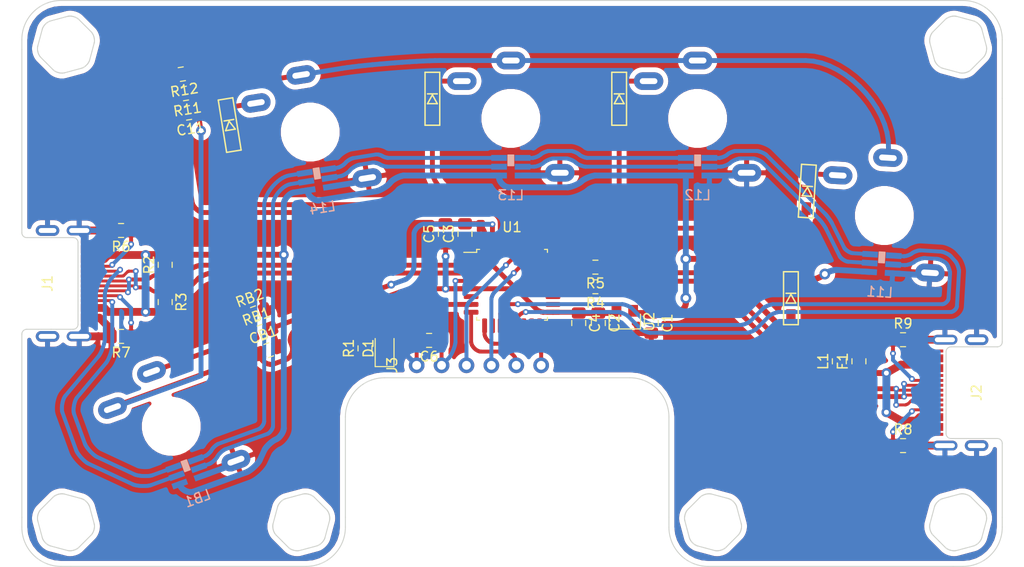
<source format=kicad_pcb>
(kicad_pcb (version 20171130) (host pcbnew "(5.1.5-0-10_14)")
  (layers (0 F.Cu signal) (31 B.Cu signal) (34 B.Paste user) (35 F.Paste user) (36 B.SilkS user) (37 F.SilkS user) (38 B.Mask user) (39 F.Mask user) (44 Edge.Cuts user))
  (net 0 "")
  (net 1 GND)
  (net 2 5V)
  (net 3 VCC)
  (net 4 NRST)
  (net 5 COL1)
  (net 6 BOOT0)
  (net 7 VBUS)
  (net 8 "Net-(D1-Pad1)")
  (net 9 ROW1)
  (net 10 "Net-(D11-Pad1)")
  (net 11 ROW2)
  (net 12 "Net-(D12-Pad1)")
  (net 13 ROW3)
  (net 14 ROW4)
  (net 15 "Net-(F1-Pad2)")
  (net 16 "Net-(J1-PadB5)")
  (net 17 SDA)
  (net 18 LCO)
  (net 19 "Net-(J1-PadA5)")
  (net 20 LDO)
  (net 21 SCL)
  (net 22 "Net-(J2-PadB5)")
  (net 23 "Net-(J2-PadA6)")
  (net 24 "Net-(J2-PadA5)")
  (net 25 "Net-(J2-PadA7)")
  (net 26 SWCLK)
  (net 27 SWDIO)
  (net 28 RX)
  (net 29 TX)
  (net 30 LCI)
  (net 31 LDI)
  (net 32 "Net-(L11-Pad3)")
  (net 33 "Net-(L11-Pad2)")
  (net 34 "Net-(L12-Pad3)")
  (net 35 "Net-(L12-Pad2)")
  (net 36 "Net-(L13-Pad3)")
  (net 37 "Net-(L13-Pad2)")
  (net 38 "Net-(L14-Pad3)")
  (net 39 "Net-(L14-Pad2)")
  (net 40 "Net-(R11-Pad1)")
  (net 41 "Net-(RB1-Pad1)")
  (net 42 "Net-(D13-Pad1)")
  (net 43 "Net-(D14-Pad1)")
  (net 44 LED)
  (net 45 "Net-(R4-Pad2)")
  (net 46 "Net-(R5-Pad2)")
  (net 47 "Net-(D0-Pad1)")
  (module key-parts:ChocV2 (layer B.Cu) (at 29.415 13.416 189.1)
    (fp_text reference SW14 hide)
    (fp_text value SW_ChocV2 hide)
    (pad 1 thru_hole oval (at 0 5.9 189.1) (size 3 1.8) (drill oval 1.8 0.6) (layers *.Cu *.Mask) (net 40 "Net-(R11-Pad1)"))
    (pad 3 thru_hole oval (at -5 -5.55 189.1) (size 3 1.8) (drill oval 1.8 0.6) (layers *.Cu *.Mask) (net 1 GND))
    (pad 2 thru_hole oval (at 5 3.8 189.1) (size 3 1.8) (drill oval 1.8 0.6) (layers *.Cu *.Mask) (net 43 "Net-(D14-Pad1)"))
    (pad "" np_thru_hole circle (at 0 0 189.1) (size 5 5) (drill 5) (layers *.Cu *.Mask))
  )
  (module key-parts:D_SMD (layer F.Cu) (at 78.442 30.365 270)
    (fp_text reference D0 hide)
    (fp_text value D_Small hide)
    (pad 2 smd rect (at 1.775 0 270) (size 1.3 0.95) (layers F.Cu F.Paste F.Mask) (net 2 5V))
    (pad 1 smd rect (at -1.775 0 270) (size 1.3 0.95) (layers F.Cu F.Paste F.Mask) (net 47 "Net-(D0-Pad1)"))
  )
  (module key-parts:LC8822 (layer B.Cu) (at 16.926 48.065 20)
    (fp_text reference LB1 (at 0 2.9 20) (layer B.SilkS) (effects (justify mirror)))
    (fp_text value LC8822)
    (pad 5 smd rect (at 1.2 0 20) (size 1.6 0.6) (layers B.Cu B.Paste B.Mask) (net 39 "Net-(L14-Pad2)"))
    (pad 6 smd rect (at 1.2 0.9 20) (size 1.6 0.6) (layers B.Cu B.Paste B.Mask) (net 1 GND))
    (pad 4 smd rect (at 1.2 -0.9 20) (size 1.6 0.6) (layers B.Cu B.Paste B.Mask) (net 38 "Net-(L14-Pad3)"))
    (pad 3 smd rect (at -1.2 -0.9 20) (size 1.6 0.6) (layers B.Cu B.Paste B.Mask) (net 20 LDO))
    (pad 2 smd rect (at -1.2 0 20) (size 1.6 0.6) (layers B.Cu B.Paste B.Mask) (net 18 LCO))
    (pad 1 smd rect (at -1.2 0.9 20) (size 1.6 0.6) (layers B.Cu B.Paste B.Mask) (net 2 5V))
  )
  (module key-parts:LC8822 (layer B.Cu) (at 30.195 18.284 9.1)
    (fp_text reference L14 (at 0 2.9 9.1) (layer B.SilkS) (effects (justify mirror)))
    (fp_text value LC8822)
    (pad 5 smd rect (at 1.2 0 9.1) (size 1.6 0.6) (layers B.Cu B.Paste B.Mask) (net 37 "Net-(L13-Pad2)"))
    (pad 6 smd rect (at 1.2 0.9 9.1) (size 1.6 0.6) (layers B.Cu B.Paste B.Mask) (net 1 GND))
    (pad 4 smd rect (at 1.2 -0.9 9.1) (size 1.6 0.6) (layers B.Cu B.Paste B.Mask) (net 36 "Net-(L13-Pad3)"))
    (pad 3 smd rect (at -1.2 -0.9 9.1) (size 1.6 0.6) (layers B.Cu B.Paste B.Mask) (net 38 "Net-(L14-Pad3)"))
    (pad 2 smd rect (at -1.2 0 9.1) (size 1.6 0.6) (layers B.Cu B.Paste B.Mask) (net 39 "Net-(L14-Pad2)"))
    (pad 1 smd rect (at -1.2 0.9 9.1) (size 1.6 0.6) (layers B.Cu B.Paste B.Mask) (net 2 5V))
  )
  (module key-parts:LC8822 (layer B.Cu) (at 49.875 16.955)
    (fp_text reference L13 (at 0 2.9) (layer B.SilkS) (effects (justify mirror)))
    (fp_text value LC8822)
    (pad 5 smd rect (at 1.2 0) (size 1.6 0.6) (layers B.Cu B.Paste B.Mask) (net 35 "Net-(L12-Pad2)"))
    (pad 6 smd rect (at 1.2 0.9) (size 1.6 0.6) (layers B.Cu B.Paste B.Mask) (net 1 GND))
    (pad 4 smd rect (at 1.2 -0.9) (size 1.6 0.6) (layers B.Cu B.Paste B.Mask) (net 34 "Net-(L12-Pad3)"))
    (pad 3 smd rect (at -1.2 -0.9) (size 1.6 0.6) (layers B.Cu B.Paste B.Mask) (net 36 "Net-(L13-Pad3)"))
    (pad 2 smd rect (at -1.2 0) (size 1.6 0.6) (layers B.Cu B.Paste B.Mask) (net 37 "Net-(L13-Pad2)"))
    (pad 1 smd rect (at -1.2 0.9) (size 1.6 0.6) (layers B.Cu B.Paste B.Mask) (net 2 5V))
  )
  (module key-parts:LC8822 (layer B.Cu) (at 68.925 16.955)
    (fp_text reference L12 (at 0 2.9) (layer B.SilkS) (effects (justify mirror)))
    (fp_text value LC8822)
    (pad 5 smd rect (at 1.2 0) (size 1.6 0.6) (layers B.Cu B.Paste B.Mask) (net 33 "Net-(L11-Pad2)"))
    (pad 6 smd rect (at 1.2 0.9) (size 1.6 0.6) (layers B.Cu B.Paste B.Mask) (net 1 GND))
    (pad 4 smd rect (at 1.2 -0.9) (size 1.6 0.6) (layers B.Cu B.Paste B.Mask) (net 32 "Net-(L11-Pad3)"))
    (pad 3 smd rect (at -1.2 -0.9) (size 1.6 0.6) (layers B.Cu B.Paste B.Mask) (net 34 "Net-(L12-Pad3)"))
    (pad 2 smd rect (at -1.2 0) (size 1.6 0.6) (layers B.Cu B.Paste B.Mask) (net 35 "Net-(L12-Pad2)"))
    (pad 1 smd rect (at -1.2 0.9) (size 1.6 0.6) (layers B.Cu B.Paste B.Mask) (net 2 5V))
  )
  (module key-parts:LC8822 (layer B.Cu) (at 87.674 26.852 356.5)
    (fp_text reference L11 (at 0 2.9 176.5) (layer B.SilkS) (effects (justify mirror)))
    (fp_text value LC8822)
    (pad 5 smd rect (at 1.2 0 356.5) (size 1.6 0.6) (layers B.Cu B.Paste B.Mask) (net 30 LCI))
    (pad 6 smd rect (at 1.2 0.9 356.5) (size 1.6 0.6) (layers B.Cu B.Paste B.Mask) (net 1 GND))
    (pad 4 smd rect (at 1.2 -0.9 356.5) (size 1.6 0.6) (layers B.Cu B.Paste B.Mask) (net 31 LDI))
    (pad 3 smd rect (at -1.2 -0.9 356.5) (size 1.6 0.6) (layers B.Cu B.Paste B.Mask) (net 32 "Net-(L11-Pad3)"))
    (pad 2 smd rect (at -1.2 0 356.5) (size 1.6 0.6) (layers B.Cu B.Paste B.Mask) (net 33 "Net-(L11-Pad2)"))
    (pad 1 smd rect (at -1.2 0.9 356.5) (size 1.6 0.6) (layers B.Cu B.Paste B.Mask) (net 47 "Net-(D0-Pad1)"))
  )
  (module key-parts:PinHeader_1x06_P2.54mm_Vertical (layer F.Cu) (at 40.27 37.21 90)
    (fp_text reference J3 (at 0 -2.5 90) (layer F.SilkS))
    (fp_text value Conn_01x06)
    (pad 6 thru_hole circle (at 0 12.7 90) (size 1.6 1.6) (drill 0.9) (layers *.Cu *.Mask) (net 28 RX))
    (pad 5 thru_hole circle (at 0 10.16 90) (size 1.6 1.6) (drill 0.9) (layers *.Cu *.Mask) (net 29 TX))
    (pad 4 thru_hole circle (at 0 7.62 90) (size 1.6 1.6) (drill 0.9) (layers *.Cu *.Mask) (net 27 SWDIO))
    (pad 3 thru_hole circle (at 0 5.08 90) (size 1.6 1.6) (drill 0.9) (layers *.Cu *.Mask) (net 26 SWCLK))
    (pad 2 thru_hole circle (at 0 2.54 90) (size 1.6 1.6) (drill 0.9) (layers *.Cu *.Mask) (net 4 NRST))
    (pad 1 thru_hole circle (at 0 0 90) (size 1.6 1.6) (drill 0.9) (layers *.Cu *.Mask) (net 1 GND))
  )
  (module key-parts:AP7333 (layer F.Cu) (at 61.5 32.75 270)
    (fp_text reference U2 (at 0 -2.5 90) (layer F.SilkS))
    (fp_text value AP7333)
    (pad 3 smd rect (at 1.4 0 270) (size 1.2 1) (layers F.Cu F.Paste F.Mask) (net 1 GND))
    (pad 2 smd rect (at -1.1 0.85 270) (size 1.2 1) (layers F.Cu F.Paste F.Mask) (net 3 VCC))
    (pad 1 smd rect (at -1.1 -0.85 270) (size 1.2 1) (layers F.Cu F.Paste F.Mask) (net 2 5V))
  )
  (module Package_QFP:LQFP-32_7x7mm_P0.8mm (layer F.Cu) (at 50 29)
    (fp_text reference U1 (at 0 -5.88) (layer F.SilkS))
    (fp_text value STM32F042K6Tx)
    (pad 32 smd roundrect (at -2.8 -4.175) (size 0.5 1.5) (layers F.Cu F.Paste F.Mask) (net 1 GND))
    (pad 31 smd roundrect (at -2 -4.175) (size 0.5 1.5) (layers F.Cu F.Paste F.Mask) (net 6 BOOT0))
    (pad 30 smd roundrect (at -1.2 -4.175) (size 0.5 1.5) (layers F.Cu F.Paste F.Mask) (net 5 COL1))
    (pad 29 smd roundrect (at -0.4 -4.175) (size 0.5 1.5) (layers F.Cu F.Paste F.Mask) (net 14 ROW4))
    (pad 28 smd roundrect (at 0.4 -4.175) (size 0.5 1.5) (layers F.Cu F.Paste F.Mask) (net 13 ROW3))
    (pad 27 smd roundrect (at 1.2 -4.175) (size 0.5 1.5) (layers F.Cu F.Paste F.Mask) (net 11 ROW2))
    (pad 26 smd roundrect (at 2 -4.175) (size 0.5 1.5) (layers F.Cu F.Paste F.Mask) (net 9 ROW1))
    (pad 25 smd roundrect (at 2.8 -4.175) (size 0.5 1.5) (layers F.Cu F.Paste F.Mask))
    (pad 24 smd roundrect (at 4.175 -2.8) (size 1.5 0.5) (layers F.Cu F.Paste F.Mask) (net 26 SWCLK))
    (pad 23 smd roundrect (at 4.175 -2) (size 1.5 0.5) (layers F.Cu F.Paste F.Mask) (net 27 SWDIO))
    (pad 22 smd roundrect (at 4.175 -1.2) (size 1.5 0.5) (layers F.Cu F.Paste F.Mask) (net 46 "Net-(R5-Pad2)"))
    (pad 21 smd roundrect (at 4.175 -0.4) (size 1.5 0.5) (layers F.Cu F.Paste F.Mask) (net 45 "Net-(R4-Pad2)"))
    (pad 20 smd roundrect (at 4.175 0.4) (size 1.5 0.5) (layers F.Cu F.Paste F.Mask))
    (pad 19 smd roundrect (at 4.175 1.2) (size 1.5 0.5) (layers F.Cu F.Paste F.Mask))
    (pad 18 smd roundrect (at 4.175 2) (size 1.5 0.5) (layers F.Cu F.Paste F.Mask))
    (pad 17 smd roundrect (at 4.175 2.8) (size 1.5 0.5) (layers F.Cu F.Paste F.Mask) (net 3 VCC))
    (pad 16 smd roundrect (at 2.8 4.175) (size 0.5 1.5) (layers F.Cu F.Paste F.Mask) (net 1 GND))
    (pad 15 smd roundrect (at 2 4.175) (size 0.5 1.5) (layers F.Cu F.Paste F.Mask))
    (pad 14 smd roundrect (at 1.2 4.175) (size 0.5 1.5) (layers F.Cu F.Paste F.Mask))
    (pad 13 smd roundrect (at 0.4 4.175) (size 0.5 1.5) (layers F.Cu F.Paste F.Mask) (net 31 LDI))
    (pad 12 smd roundrect (at -0.4 4.175) (size 0.5 1.5) (layers F.Cu F.Paste F.Mask))
    (pad 11 smd roundrect (at -1.2 4.175) (size 0.5 1.5) (layers F.Cu F.Paste F.Mask) (net 30 LCI))
    (pad 10 smd roundrect (at -2 4.175) (size 0.5 1.5) (layers F.Cu F.Paste F.Mask))
    (pad 9 smd roundrect (at -2.8 4.175) (size 0.5 1.5) (layers F.Cu F.Paste F.Mask) (net 28 RX))
    (pad 8 smd roundrect (at -4.175 2.8) (size 1.5 0.5) (layers F.Cu F.Paste F.Mask) (net 29 TX))
    (pad 7 smd roundrect (at -4.175 2) (size 1.5 0.5) (layers F.Cu F.Paste F.Mask) (net 44 LED))
    (pad 6 smd roundrect (at -4.175 1.2) (size 1.5 0.5) (layers F.Cu F.Paste F.Mask))
    (pad 5 smd roundrect (at -4.175 0.4) (size 1.5 0.5) (layers F.Cu F.Paste F.Mask) (net 3 VCC))
    (pad 4 smd roundrect (at -4.175 -0.4) (size 1.5 0.5) (layers F.Cu F.Paste F.Mask) (net 4 NRST))
    (pad 3 smd roundrect (at -4.175 -1.2) (size 1.5 0.5) (layers F.Cu F.Paste F.Mask) (net 21 SCL))
    (pad 2 smd roundrect (at -4.175 -2) (size 1.5 0.5) (layers F.Cu F.Paste F.Mask) (net 17 SDA))
    (pad 1 smd roundrect (at -4.175 -2.8) (size 1.5 0.5) (layers F.Cu F.Paste F.Mask) (net 3 VCC))
  )
  (module key-parts:ChocV2 (layer B.Cu) (at 15.24 43.432 200)
    (fp_text reference SWB1 hide)
    (fp_text value SW_ChocV2 hide)
    (pad 1 thru_hole oval (at 0 5.9 200) (size 3 1.8) (drill oval 1.8 0.6) (layers *.Cu *.Mask) (net 41 "Net-(RB1-Pad1)"))
    (pad 3 thru_hole oval (at -5 -5.55 200) (size 3 1.8) (drill oval 1.8 0.6) (layers *.Cu *.Mask) (net 1 GND))
    (pad 2 thru_hole oval (at 5 3.8 200) (size 3 1.8) (drill oval 1.8 0.6) (layers *.Cu *.Mask) (net 3 VCC))
    (pad "" np_thru_hole circle (at 0 0 200) (size 5 5) (drill 5) (layers *.Cu *.Mask))
  )
  (module key-parts:ChocV2 (layer B.Cu) (at 49.875 12.025 180)
    (fp_text reference SW13 hide)
    (fp_text value SW_ChocV2 hide)
    (pad 1 thru_hole oval (at 0 5.9 180) (size 3 1.8) (drill oval 1.8 0.6) (layers *.Cu *.Mask) (net 40 "Net-(R11-Pad1)"))
    (pad 3 thru_hole oval (at -5 -5.55 180) (size 3 1.8) (drill oval 1.8 0.6) (layers *.Cu *.Mask) (net 1 GND))
    (pad 2 thru_hole oval (at 5 3.8 180) (size 3 1.8) (drill oval 1.8 0.6) (layers *.Cu *.Mask) (net 42 "Net-(D13-Pad1)"))
    (pad "" np_thru_hole circle (at 0 0 180) (size 5 5) (drill 5) (layers *.Cu *.Mask))
  )
  (module key-parts:ChocV2 (layer B.Cu) (at 68.925 12.025 180)
    (fp_text reference SW12 hide)
    (fp_text value SW_ChocV2 hide)
    (pad 1 thru_hole oval (at 0 5.9 180) (size 3 1.8) (drill oval 1.8 0.6) (layers *.Cu *.Mask) (net 40 "Net-(R11-Pad1)"))
    (pad 3 thru_hole oval (at -5 -5.55 180) (size 3 1.8) (drill oval 1.8 0.6) (layers *.Cu *.Mask) (net 1 GND))
    (pad 2 thru_hole oval (at 5 3.8 180) (size 3 1.8) (drill oval 1.8 0.6) (layers *.Cu *.Mask) (net 12 "Net-(D12-Pad1)"))
    (pad "" np_thru_hole circle (at 0 0 180) (size 5 5) (drill 5) (layers *.Cu *.Mask))
  )
  (module key-parts:ChocV2 (layer B.Cu) (at 87.975 21.931 176.5)
    (fp_text reference SW11 hide)
    (fp_text value SW_ChocV2 hide)
    (pad 1 thru_hole oval (at 0 5.9 176.5) (size 3 1.8) (drill oval 1.8 0.6) (layers *.Cu *.Mask) (net 40 "Net-(R11-Pad1)"))
    (pad 3 thru_hole oval (at -5 -5.55 176.5) (size 3 1.8) (drill oval 1.8 0.6) (layers *.Cu *.Mask) (net 1 GND))
    (pad 2 thru_hole oval (at 5 3.8 176.5) (size 3 1.8) (drill oval 1.8 0.6) (layers *.Cu *.Mask) (net 10 "Net-(D11-Pad1)"))
    (pad "" np_thru_hole circle (at 0 0 176.5) (size 5 5) (drill 5) (layers *.Cu *.Mask))
  )
  (module Resistor_SMD:R_0805_2012Metric_Pad1.15x1.40mm_HandSolder (layer F.Cu) (at 23.814 31.904 20)
    (fp_text reference RB2 (at 0 -1.65 20) (layer F.SilkS))
    (fp_text value 4k7)
    (pad 2 smd roundrect (at 1.025 0 20) (size 1.15 1.4) (layers F.Cu F.Paste F.Mask) (roundrect_rratio 0.217391) (net 1 GND))
    (pad 1 smd roundrect (at -1.025 0 20) (size 1.15 1.4) (layers F.Cu F.Paste F.Mask) (roundrect_rratio 0.217391) (net 41 "Net-(RB1-Pad1)"))
  )
  (module Resistor_SMD:R_0805_2012Metric_Pad1.15x1.40mm_HandSolder (layer F.Cu) (at 24.498 33.784 20)
    (fp_text reference RB1 (at 0 -1.65 20) (layer F.SilkS))
    (fp_text value 10k)
    (pad 2 smd roundrect (at 1.025 0 20) (size 1.15 1.4) (layers F.Cu F.Paste F.Mask) (roundrect_rratio 0.217391) (net 6 BOOT0))
    (pad 1 smd roundrect (at -1.025 0 20) (size 1.15 1.4) (layers F.Cu F.Paste F.Mask) (roundrect_rratio 0.217391) (net 41 "Net-(RB1-Pad1)"))
  )
  (module Resistor_SMD:R_0805_2012Metric_Pad1.15x1.40mm_HandSolder (layer F.Cu) (at 10.12 34.26 180)
    (fp_text reference R7 (at 0 -1.65) (layer F.SilkS))
    (fp_text value 5k1)
    (pad 2 smd roundrect (at 1.025 0 180) (size 1.15 1.4) (layers F.Cu F.Paste F.Mask) (roundrect_rratio 0.217391) (net 1 GND))
    (pad 1 smd roundrect (at -1.025 0 180) (size 1.15 1.4) (layers F.Cu F.Paste F.Mask) (roundrect_rratio 0.217391) (net 16 "Net-(J1-PadB5)"))
  )
  (module Resistor_SMD:R_0805_2012Metric_Pad1.15x1.40mm_HandSolder (layer F.Cu) (at 10.12 23.46 180)
    (fp_text reference R6 (at 0 -1.65) (layer F.SilkS))
    (fp_text value 5k1)
    (pad 2 smd roundrect (at 1.025 0 180) (size 1.15 1.4) (layers F.Cu F.Paste F.Mask) (roundrect_rratio 0.217391) (net 1 GND))
    (pad 1 smd roundrect (at -1.025 0 180) (size 1.15 1.4) (layers F.Cu F.Paste F.Mask) (roundrect_rratio 0.217391) (net 19 "Net-(J1-PadA5)"))
  )
  (module Resistor_SMD:R_0805_2012Metric_Pad1.15x1.40mm_HandSolder (layer F.Cu) (at 16.317 7.513 189.1)
    (fp_text reference R12 (at 0 -1.65 9.1) (layer F.SilkS))
    (fp_text value 4k7)
    (pad 2 smd roundrect (at 1.025 0 189.1) (size 1.15 1.4) (layers F.Cu F.Paste F.Mask) (roundrect_rratio 0.217391) (net 1 GND))
    (pad 1 smd roundrect (at -1.025 0 189.1) (size 1.15 1.4) (layers F.Cu F.Paste F.Mask) (roundrect_rratio 0.217391) (net 40 "Net-(R11-Pad1)"))
  )
  (module Resistor_SMD:R_0805_2012Metric_Pad1.15x1.40mm_HandSolder (layer F.Cu) (at 16.633 9.488 189.1)
    (fp_text reference R11 (at 0 -1.65 9.1) (layer F.SilkS))
    (fp_text value 10k)
    (pad 2 smd roundrect (at 1.025 0 189.1) (size 1.15 1.4) (layers F.Cu F.Paste F.Mask) (roundrect_rratio 0.217391) (net 5 COL1))
    (pad 1 smd roundrect (at -1.025 0 189.1) (size 1.15 1.4) (layers F.Cu F.Paste F.Mask) (roundrect_rratio 0.217391) (net 40 "Net-(R11-Pad1)"))
  )
  (module Resistor_SMD:R_0805_2012Metric_Pad1.15x1.40mm_HandSolder (layer F.Cu) (at 89.88 34.6)
    (fp_text reference R9 (at 0 -1.65) (layer F.SilkS))
    (fp_text value 5k1)
    (pad 2 smd roundrect (at 1.025 0) (size 1.15 1.4) (layers F.Cu F.Paste F.Mask) (roundrect_rratio 0.217391) (net 1 GND))
    (pad 1 smd roundrect (at -1.025 0) (size 1.15 1.4) (layers F.Cu F.Paste F.Mask) (roundrect_rratio 0.217391) (net 22 "Net-(J2-PadB5)"))
  )
  (module Resistor_SMD:R_0805_2012Metric_Pad1.15x1.40mm_HandSolder (layer F.Cu) (at 89.88 45.4)
    (fp_text reference R8 (at 0 -1.65) (layer F.SilkS))
    (fp_text value 5k1)
    (pad 2 smd roundrect (at 1.025 0) (size 1.15 1.4) (layers F.Cu F.Paste F.Mask) (roundrect_rratio 0.217391) (net 1 GND))
    (pad 1 smd roundrect (at -1.025 0) (size 1.15 1.4) (layers F.Cu F.Paste F.Mask) (roundrect_rratio 0.217391) (net 24 "Net-(J2-PadA5)"))
  )
  (module Resistor_SMD:R_0805_2012Metric_Pad1.15x1.40mm_HandSolder (layer F.Cu) (at 58.5 27.2 180)
    (fp_text reference R5 (at 0 -1.65) (layer F.SilkS))
    (fp_text value 22)
    (pad 2 smd roundrect (at 1.025 0 180) (size 1.15 1.4) (layers F.Cu F.Paste F.Mask) (roundrect_rratio 0.217391) (net 46 "Net-(R5-Pad2)"))
    (pad 1 smd roundrect (at -1.025 0 180) (size 1.15 1.4) (layers F.Cu F.Paste F.Mask) (roundrect_rratio 0.217391) (net 23 "Net-(J2-PadA6)"))
  )
  (module Resistor_SMD:R_0805_2012Metric_Pad1.15x1.40mm_HandSolder (layer F.Cu) (at 58.5 29.2 180)
    (fp_text reference R4 (at 0 -1.65) (layer F.SilkS))
    (fp_text value 22)
    (pad 2 smd roundrect (at 1.025 0 180) (size 1.15 1.4) (layers F.Cu F.Paste F.Mask) (roundrect_rratio 0.217391) (net 45 "Net-(R4-Pad2)"))
    (pad 1 smd roundrect (at -1.025 0 180) (size 1.15 1.4) (layers F.Cu F.Paste F.Mask) (roundrect_rratio 0.217391) (net 25 "Net-(J2-PadA7)"))
  )
  (module Resistor_SMD:R_0805_2012Metric_Pad1.15x1.40mm_HandSolder (layer F.Cu) (at 14.62 30.76 270)
    (fp_text reference R3 (at 0 -1.65 90) (layer F.SilkS))
    (fp_text value 2K2)
    (pad 2 smd roundrect (at 1.025 0 270) (size 1.15 1.4) (layers F.Cu F.Paste F.Mask) (roundrect_rratio 0.217391) (net 2 5V))
    (pad 1 smd roundrect (at -1.025 0 270) (size 1.15 1.4) (layers F.Cu F.Paste F.Mask) (roundrect_rratio 0.217391) (net 21 SCL))
  )
  (module Resistor_SMD:R_0805_2012Metric_Pad1.15x1.40mm_HandSolder (layer F.Cu) (at 14.62 26.96 90)
    (fp_text reference R2 (at 0 -1.65 90) (layer F.SilkS))
    (fp_text value 2K2)
    (pad 2 smd roundrect (at 1.025 0 90) (size 1.15 1.4) (layers F.Cu F.Paste F.Mask) (roundrect_rratio 0.217391) (net 2 5V))
    (pad 1 smd roundrect (at -1.025 0 90) (size 1.15 1.4) (layers F.Cu F.Paste F.Mask) (roundrect_rratio 0.217391) (net 17 SDA))
  )
  (module Resistor_SMD:R_0805_2012Metric_Pad1.15x1.40mm_HandSolder (layer F.Cu) (at 35 35.48 90)
    (fp_text reference R1 (at 0 -1.65 90) (layer F.SilkS))
    (fp_text value 330)
    (pad 2 smd roundrect (at 1.025 0 90) (size 1.15 1.4) (layers F.Cu F.Paste F.Mask) (roundrect_rratio 0.217391) (net 1 GND))
    (pad 1 smd roundrect (at -1.025 0 90) (size 1.15 1.4) (layers F.Cu F.Paste F.Mask) (roundrect_rratio 0.217391) (net 8 "Net-(D1-Pad1)"))
  )
  (module Inductor_SMD:L_0805_2012Metric_Pad1.15x1.40mm_HandSolder (layer F.Cu) (at 83.38 36.8 90)
    (fp_text reference L1 (at 0 -1.65 90) (layer F.SilkS))
    (fp_text value BLM21)
    (pad 2 smd roundrect (at 1.025 0 90) (size 1.15 1.4) (layers F.Cu F.Paste F.Mask) (roundrect_rratio 0.217391) (net 15 "Net-(F1-Pad2)"))
    (pad 1 smd roundrect (at -1.025 0 90) (size 1.15 1.4) (layers F.Cu F.Paste F.Mask) (roundrect_rratio 0.217391) (net 2 5V))
  )
  (module key-parts:USB_C_Receptacle_Hirose_CX90M-16P (layer F.Cu) (at 97.38 40 90)
    (fp_text reference J2 (at 0 0 90) (layer F.SilkS))
    (fp_text value USB_C_Receptacle_USB2.0)
    (pad MID smd rect (at -4.25 -4.2 90) (size 0.3 1.6) (layers F.Cu F.Paste F.Mask))
    (pad MID smd rect (at 4.25 -4.2 90) (size 0.3 1.6) (layers F.Cu F.Paste F.Mask))
    (pad S1 thru_hole oval (at -5.4 -3.23 90) (size 1 2.55) (drill oval 0.5 2.05) (layers *.Cu *.Mask) (net 1 GND))
    (pad S2 thru_hole oval (at 5.4 -3.23 90) (size 1 2.55) (drill oval 0.5 2.05) (layers *.Cu *.Mask) (net 1 GND))
    (pad S3 thru_hole oval (at 5.4 0 90) (size 1.1 2.4) (drill oval 0.5 1.8) (layers *.Cu *.Mask) (net 1 GND))
    (pad B1 smd rect (at 3.5 -4.2 90) (size 0.8 1.6) (layers F.Cu F.Paste F.Mask) (net 1 GND))
    (pad B4 smd rect (at 2.5 -4.2 90) (size 0.8 1.6) (layers F.Cu F.Paste F.Mask) (net 7 VBUS))
    (pad A1 smd rect (at -3.5 -4.2 90) (size 0.8 1.6) (layers F.Cu F.Paste F.Mask) (net 1 GND))
    (pad A4 smd rect (at -2.5 -4.2 90) (size 0.8 1.6) (layers F.Cu F.Paste F.Mask) (net 7 VBUS))
    (pad B5 smd rect (at 1.25 -4.2 90) (size 0.3 1.6) (layers F.Cu F.Paste F.Mask) (net 22 "Net-(J2-PadB5)"))
    (pad B6 smd rect (at 0.25 -4.2 90) (size 0.3 1.6) (layers F.Cu F.Paste F.Mask) (net 23 "Net-(J2-PadA6)"))
    (pad A8 smd rect (at 1.75 -4.2 90) (size 0.3 1.6) (layers F.Cu F.Paste F.Mask))
    (pad A5 smd rect (at -1.75 -4.2 90) (size 0.3 1.6) (layers F.Cu F.Paste F.Mask) (net 24 "Net-(J2-PadA5)"))
    (pad B8 smd rect (at -1.25 -4.2 90) (size 0.3 1.6) (layers F.Cu F.Paste F.Mask))
    (pad A7 smd rect (at 0.75 -4.2 90) (size 0.3 1.6) (layers F.Cu F.Paste F.Mask) (net 25 "Net-(J2-PadA7)"))
    (pad A6 smd rect (at -0.75 -4.2 90) (size 0.3 1.6) (layers F.Cu F.Paste F.Mask) (net 23 "Net-(J2-PadA6)"))
    (pad B7 smd rect (at -0.25 -4.2 90) (size 0.3 1.6) (layers F.Cu F.Paste F.Mask) (net 25 "Net-(J2-PadA7)"))
    (pad S4 thru_hole oval (at -5.4 0 90) (size 1.1 2.4) (drill oval 0.5 1.8) (layers *.Cu *.Mask) (net 1 GND))
  )
  (module key-parts:USB_C_Receptacle_Hirose_CX90M-16P (layer F.Cu) (at 2.62 28.86 270)
    (fp_text reference J1 (at 0 0 90) (layer F.SilkS))
    (fp_text value USB_C_Receptacle_USB2.0)
    (pad MID smd rect (at -4.25 -4.2 270) (size 0.3 1.6) (layers F.Cu F.Paste F.Mask))
    (pad MID smd rect (at 4.25 -4.2 270) (size 0.3 1.6) (layers F.Cu F.Paste F.Mask))
    (pad S1 thru_hole oval (at -5.4 -3.23 270) (size 1 2.55) (drill oval 0.5 2.05) (layers *.Cu *.Mask) (net 1 GND))
    (pad S2 thru_hole oval (at 5.4 -3.23 270) (size 1 2.55) (drill oval 0.5 2.05) (layers *.Cu *.Mask) (net 1 GND))
    (pad S3 thru_hole oval (at 5.4 0 270) (size 1.1 2.4) (drill oval 0.5 1.8) (layers *.Cu *.Mask) (net 1 GND))
    (pad B1 smd rect (at 3.5 -4.2 270) (size 0.8 1.6) (layers F.Cu F.Paste F.Mask) (net 1 GND))
    (pad B4 smd rect (at 2.5 -4.2 270) (size 0.8 1.6) (layers F.Cu F.Paste F.Mask) (net 2 5V))
    (pad A1 smd rect (at -3.5 -4.2 270) (size 0.8 1.6) (layers F.Cu F.Paste F.Mask) (net 1 GND))
    (pad A4 smd rect (at -2.5 -4.2 270) (size 0.8 1.6) (layers F.Cu F.Paste F.Mask) (net 2 5V))
    (pad B5 smd rect (at 1.25 -4.2 270) (size 0.3 1.6) (layers F.Cu F.Paste F.Mask) (net 16 "Net-(J1-PadB5)"))
    (pad B6 smd rect (at 0.25 -4.2 270) (size 0.3 1.6) (layers F.Cu F.Paste F.Mask) (net 21 SCL))
    (pad A8 smd rect (at 1.75 -4.2 270) (size 0.3 1.6) (layers F.Cu F.Paste F.Mask) (net 20 LDO))
    (pad A5 smd rect (at -1.75 -4.2 270) (size 0.3 1.6) (layers F.Cu F.Paste F.Mask) (net 19 "Net-(J1-PadA5)"))
    (pad B8 smd rect (at -1.25 -4.2 270) (size 0.3 1.6) (layers F.Cu F.Paste F.Mask) (net 18 LCO))
    (pad A7 smd rect (at 0.75 -4.2 270) (size 0.3 1.6) (layers F.Cu F.Paste F.Mask) (net 17 SDA))
    (pad A6 smd rect (at -0.75 -4.2 270) (size 0.3 1.6) (layers F.Cu F.Paste F.Mask) (net 21 SCL))
    (pad B7 smd rect (at -0.25 -4.2 270) (size 0.3 1.6) (layers F.Cu F.Paste F.Mask) (net 17 SDA))
    (pad S4 thru_hole oval (at -5.4 0 270) (size 1.1 2.4) (drill oval 0.5 1.8) (layers *.Cu *.Mask) (net 1 GND))
  )
  (module Fuse:Fuse_0805_2012Metric_Pad1.15x1.40mm_HandSolder (layer F.Cu) (at 85.38 36.8 90)
    (fp_text reference F1 (at 0 -1.65 90) (layer F.SilkS))
    (fp_text value Polyfuse)
    (pad 2 smd roundrect (at 1.025 0 90) (size 1.15 1.4) (layers F.Cu F.Paste F.Mask) (roundrect_rratio 0.217391) (net 15 "Net-(F1-Pad2)"))
    (pad 1 smd roundrect (at -1.025 0 90) (size 1.15 1.4) (layers F.Cu F.Paste F.Mask) (roundrect_rratio 0.217391) (net 7 VBUS))
  )
  (module key-parts:D_SMD (layer F.Cu) (at 21.2 12.706 279.1)
    (fp_text reference D14 hide)
    (fp_text value D_Small hide)
    (pad 2 smd rect (at 1.775 0 279.1) (size 1.3 0.95) (layers F.Cu F.Paste F.Mask) (net 14 ROW4))
    (pad 1 smd rect (at -1.775 0 279.1) (size 1.3 0.95) (layers F.Cu F.Paste F.Mask) (net 43 "Net-(D14-Pad1)"))
  )
  (module key-parts:D_SMD (layer F.Cu) (at 41.875 10.025 270)
    (fp_text reference D13 hide)
    (fp_text value D_Small hide)
    (pad 2 smd rect (at 1.775 0 270) (size 1.3 0.95) (layers F.Cu F.Paste F.Mask) (net 13 ROW3))
    (pad 1 smd rect (at -1.775 0 270) (size 1.3 0.95) (layers F.Cu F.Paste F.Mask) (net 42 "Net-(D13-Pad1)"))
  )
  (module key-parts:D_SMD (layer F.Cu) (at 60.925 10.025 270)
    (fp_text reference D12 hide)
    (fp_text value D_Small hide)
    (pad 2 smd rect (at 1.775 0 270) (size 1.3 0.95) (layers F.Cu F.Paste F.Mask) (net 11 ROW2))
    (pad 1 smd rect (at -1.775 0 270) (size 1.3 0.95) (layers F.Cu F.Paste F.Mask) (net 12 "Net-(D12-Pad1)"))
  )
  (module key-parts:D_SMD (layer F.Cu) (at 80.112 19.446 266.5)
    (fp_text reference D11 hide)
    (fp_text value D_Small hide)
    (pad 2 smd rect (at 1.775 0 266.5) (size 1.3 0.95) (layers F.Cu F.Paste F.Mask) (net 9 ROW1))
    (pad 1 smd rect (at -1.775 0 266.5) (size 1.3 0.95) (layers F.Cu F.Paste F.Mask) (net 10 "Net-(D11-Pad1)"))
  )
  (module Diode_SMD:D_0805_2012Metric_Pad1.15x1.40mm_HandSolder (layer F.Cu) (at 37 35.48 90)
    (fp_text reference D1 (at 0 -1.65 -90) (layer F.SilkS))
    (fp_text value LED)
    (pad 2 smd roundrect (at 1.025 0 90) (size 1.15 1.4) (layers F.Cu F.Paste F.Mask) (roundrect_rratio 0.217391) (net 44 LED))
    (pad 1 smd roundrect (at -1.025 0 90) (size 1.15 1.4) (layers F.Cu F.Paste F.Mask) (roundrect_rratio 0.217391) (net 8 "Net-(D1-Pad1)"))
  )
  (module Capacitor_SMD:C_0805_2012Metric_Pad1.15x1.40mm_HandSolder (layer F.Cu) (at 25.182 35.663 20)
    (fp_text reference CB1 (at 0 -1.65 20) (layer F.SilkS))
    (fp_text value 33n)
    (pad 2 smd roundrect (at 1.025 0 20) (size 1.15 1.4) (layers F.Cu F.Paste F.Mask) (roundrect_rratio 0.217391) (net 6 BOOT0))
    (pad 1 smd roundrect (at -1.025 0 20) (size 1.15 1.4) (layers F.Cu F.Paste F.Mask) (roundrect_rratio 0.217391) (net 3 VCC))
  )
  (module Capacitor_SMD:C_0805_2012Metric_Pad1.15x1.40mm_HandSolder (layer F.Cu) (at 16.949 11.463 189.1)
    (fp_text reference C11 (at 0 -1.65 9.1) (layer F.SilkS))
    (fp_text value 33n)
    (pad 2 smd roundrect (at 1.025 0 189.1) (size 1.15 1.4) (layers F.Cu F.Paste F.Mask) (roundrect_rratio 0.217391) (net 5 COL1))
    (pad 1 smd roundrect (at -1.025 0 189.1) (size 1.15 1.4) (layers F.Cu F.Paste F.Mask) (roundrect_rratio 0.217391) (net 3 VCC))
  )
  (module Capacitor_SMD:C_0805_2012Metric_Pad1.15x1.40mm_HandSolder (layer F.Cu) (at 41.54 34.67 180)
    (fp_text reference C6 (at 0 -1.65) (layer F.SilkS))
    (fp_text value 0.1uF)
    (pad 2 smd roundrect (at 1.025 0 180) (size 1.15 1.4) (layers F.Cu F.Paste F.Mask) (roundrect_rratio 0.217391) (net 1 GND))
    (pad 1 smd roundrect (at -1.025 0 180) (size 1.15 1.4) (layers F.Cu F.Paste F.Mask) (roundrect_rratio 0.217391) (net 4 NRST))
  )
  (module Capacitor_SMD:C_0805_2012Metric_Pad1.15x1.40mm_HandSolder (layer F.Cu) (at 43.2 23.8 90)
    (fp_text reference C5 (at 0 -1.65 90) (layer F.SilkS))
    (fp_text value 0.1uF)
    (pad 2 smd roundrect (at 1.025 0 90) (size 1.15 1.4) (layers F.Cu F.Paste F.Mask) (roundrect_rratio 0.217391) (net 1 GND))
    (pad 1 smd roundrect (at -1.025 0 90) (size 1.15 1.4) (layers F.Cu F.Paste F.Mask) (roundrect_rratio 0.217391) (net 3 VCC))
  )
  (module Capacitor_SMD:C_0805_2012Metric_Pad1.15x1.40mm_HandSolder (layer F.Cu) (at 56.8 32.9 270)
    (fp_text reference C4 (at 0 -1.65 90) (layer F.SilkS))
    (fp_text value 0.1uF)
    (pad 2 smd roundrect (at 1.025 0 270) (size 1.15 1.4) (layers F.Cu F.Paste F.Mask) (roundrect_rratio 0.217391) (net 1 GND))
    (pad 1 smd roundrect (at -1.025 0 270) (size 1.15 1.4) (layers F.Cu F.Paste F.Mask) (roundrect_rratio 0.217391) (net 3 VCC))
  )
  (module Capacitor_SMD:C_0805_2012Metric_Pad1.15x1.40mm_HandSolder (layer F.Cu) (at 45.2 23.8 90)
    (fp_text reference C3 (at 0 -1.65 90) (layer F.SilkS))
    (fp_text value 0.1uF)
    (pad 2 smd roundrect (at 1.025 0 90) (size 1.15 1.4) (layers F.Cu F.Paste F.Mask) (roundrect_rratio 0.217391) (net 1 GND))
    (pad 1 smd roundrect (at -1.025 0 90) (size 1.15 1.4) (layers F.Cu F.Paste F.Mask) (roundrect_rratio 0.217391) (net 3 VCC))
  )
  (module Capacitor_SMD:C_0805_2012Metric_Pad1.15x1.40mm_HandSolder (layer F.Cu) (at 58.8 32.9 270)
    (fp_text reference C2 (at 0 -1.65 90) (layer F.SilkS))
    (fp_text value 10uF)
    (pad 2 smd roundrect (at 1.025 0 270) (size 1.15 1.4) (layers F.Cu F.Paste F.Mask) (roundrect_rratio 0.217391) (net 1 GND))
    (pad 1 smd roundrect (at -1.025 0 270) (size 1.15 1.4) (layers F.Cu F.Paste F.Mask) (roundrect_rratio 0.217391) (net 3 VCC))
  )
  (module Capacitor_SMD:C_0805_2012Metric_Pad1.15x1.40mm_HandSolder (layer F.Cu) (at 64.2 32.9 270)
    (fp_text reference C1 (at 0 -1.65 90) (layer F.SilkS))
    (fp_text value 1uF)
    (pad 2 smd roundrect (at 1.025 0 270) (size 1.15 1.4) (layers F.Cu F.Paste F.Mask) (roundrect_rratio 0.217391) (net 1 GND))
    (pad 1 smd roundrect (at -1.025 0 270) (size 1.15 1.4) (layers F.Cu F.Paste F.Mask) (roundrect_rratio 0.217391) (net 2 5V))
  )
  (gr_line (start 70.315 50.335) (end 70.357 50.345) (layer Edge.Cuts) (width 0.1))
  (gr_line (start 70.272 50.327) (end 70.315 50.335) (layer Edge.Cuts) (width 0.1))
  (gr_line (start 70.228 50.321) (end 70.272 50.327) (layer Edge.Cuts) (width 0.1))
  (gr_line (start 70.183 50.316) (end 70.228 50.321) (layer Edge.Cuts) (width 0.1))
  (gr_line (start 70.137 50.314) (end 70.183 50.316) (layer Edge.Cuts) (width 0.1))
  (gr_line (start 70.09 50.313) (end 70.137 50.314) (layer Edge.Cuts) (width 0.1))
  (gr_line (start 70.043 50.314) (end 70.09 50.313) (layer Edge.Cuts) (width 0.1))
  (gr_line (start 69.996 50.317) (end 70.043 50.314) (layer Edge.Cuts) (width 0.1))
  (gr_line (start 69.948 50.321) (end 69.996 50.317) (layer Edge.Cuts) (width 0.1))
  (gr_line (start 69.901 50.327) (end 69.948 50.321) (layer Edge.Cuts) (width 0.1))
  (gr_line (start 69.853 50.335) (end 69.901 50.327) (layer Edge.Cuts) (width 0.1))
  (gr_line (start 69.805 50.345) (end 69.853 50.335) (layer Edge.Cuts) (width 0.1))
  (gr_line (start 69.758 50.356) (end 69.805 50.345) (layer Edge.Cuts) (width 0.1))
  (gr_line (start 69.711 50.368) (end 69.758 50.356) (layer Edge.Cuts) (width 0.1))
  (gr_line (start 69.664 50.383) (end 69.711 50.368) (layer Edge.Cuts) (width 0.1))
  (gr_line (start 69.618 50.398) (end 69.664 50.383) (layer Edge.Cuts) (width 0.1))
  (gr_line (start 69.573 50.415) (end 69.618 50.398) (layer Edge.Cuts) (width 0.1))
  (gr_line (start 69.528 50.434) (end 69.573 50.415) (layer Edge.Cuts) (width 0.1))
  (gr_line (start 69.485 50.454) (end 69.528 50.434) (layer Edge.Cuts) (width 0.1))
  (gr_line (start 69.442 50.475) (end 69.485 50.454) (layer Edge.Cuts) (width 0.1))
  (gr_line (start 69.401 50.498) (end 69.442 50.475) (layer Edge.Cuts) (width 0.1))
  (gr_line (start 69.361 50.521) (end 69.401 50.498) (layer Edge.Cuts) (width 0.1))
  (gr_line (start 69.323 50.547) (end 69.361 50.521) (layer Edge.Cuts) (width 0.1))
  (gr_line (start 69.286 50.573) (end 69.323 50.547) (layer Edge.Cuts) (width 0.1))
  (gr_line (start 69.251 50.6) (end 69.286 50.573) (layer Edge.Cuts) (width 0.1))
  (gr_line (start 69.218 50.629) (end 69.251 50.6) (layer Edge.Cuts) (width 0.1))
  (gr_line (start 69.186 50.659) (end 69.218 50.629) (layer Edge.Cuts) (width 0.1))
  (gr_line (start 71.209 50.573) (end 70.357 50.345) (layer Edge.Cuts) (width 0.1))
  (gr_line (start 68.563 51.283) (end 69.186 50.659) (layer Edge.Cuts) (width 0.1))
  (gr_line (start 67.909 51.938) (end 67.939 51.906) (layer Edge.Cuts) (width 0.1))
  (gr_line (start 67.88 51.971) (end 67.909 51.938) (layer Edge.Cuts) (width 0.1))
  (gr_line (start 67.853 52.006) (end 67.88 51.971) (layer Edge.Cuts) (width 0.1))
  (gr_line (start 67.827 52.043) (end 67.853 52.006) (layer Edge.Cuts) (width 0.1))
  (gr_line (start 67.801 52.081) (end 67.827 52.043) (layer Edge.Cuts) (width 0.1))
  (gr_line (start 67.778 52.121) (end 67.801 52.081) (layer Edge.Cuts) (width 0.1))
  (gr_line (start 67.755 52.162) (end 67.778 52.121) (layer Edge.Cuts) (width 0.1))
  (gr_line (start 67.734 52.205) (end 67.755 52.162) (layer Edge.Cuts) (width 0.1))
  (gr_line (start 67.714 52.248) (end 67.734 52.205) (layer Edge.Cuts) (width 0.1))
  (gr_line (start 67.695 52.293) (end 67.714 52.248) (layer Edge.Cuts) (width 0.1))
  (gr_line (start 67.678 52.338) (end 67.695 52.293) (layer Edge.Cuts) (width 0.1))
  (gr_line (start 67.663 52.384) (end 67.678 52.338) (layer Edge.Cuts) (width 0.1))
  (gr_line (start 67.648 52.431) (end 67.663 52.384) (layer Edge.Cuts) (width 0.1))
  (gr_line (start 67.636 52.478) (end 67.648 52.431) (layer Edge.Cuts) (width 0.1))
  (gr_line (start 67.625 52.525) (end 67.636 52.478) (layer Edge.Cuts) (width 0.1))
  (gr_line (start 67.615 52.573) (end 67.625 52.525) (layer Edge.Cuts) (width 0.1))
  (gr_line (start 67.607 52.621) (end 67.615 52.573) (layer Edge.Cuts) (width 0.1))
  (gr_line (start 67.601 52.668) (end 67.607 52.621) (layer Edge.Cuts) (width 0.1))
  (gr_line (start 67.597 52.716) (end 67.601 52.668) (layer Edge.Cuts) (width 0.1))
  (gr_line (start 67.594 52.763) (end 67.597 52.716) (layer Edge.Cuts) (width 0.1))
  (gr_line (start 67.593 52.81) (end 67.594 52.763) (layer Edge.Cuts) (width 0.1))
  (gr_line (start 67.594 52.857) (end 67.593 52.81) (layer Edge.Cuts) (width 0.1))
  (gr_line (start 67.596 52.903) (end 67.594 52.857) (layer Edge.Cuts) (width 0.1))
  (gr_line (start 67.601 52.948) (end 67.596 52.903) (layer Edge.Cuts) (width 0.1))
  (gr_line (start 67.607 52.992) (end 67.601 52.948) (layer Edge.Cuts) (width 0.1))
  (gr_line (start 67.615 53.035) (end 67.607 52.992) (layer Edge.Cuts) (width 0.1))
  (gr_line (start 67.625 53.077) (end 67.615 53.035) (layer Edge.Cuts) (width 0.1))
  (gr_line (start 68.563 51.283) (end 67.939 51.906) (layer Edge.Cuts) (width 0.1))
  (gr_line (start 67.853 53.929) (end 67.625 53.077) (layer Edge.Cuts) (width 0.1))
  (gr_line (start 68.094 54.823) (end 68.082 54.781) (layer Edge.Cuts) (width 0.1))
  (gr_line (start 68.108 54.864) (end 68.094 54.823) (layer Edge.Cuts) (width 0.1))
  (gr_line (start 68.125 54.906) (end 68.108 54.864) (layer Edge.Cuts) (width 0.1))
  (gr_line (start 68.144 54.947) (end 68.125 54.906) (layer Edge.Cuts) (width 0.1))
  (gr_line (start 68.165 54.988) (end 68.144 54.947) (layer Edge.Cuts) (width 0.1))
  (gr_line (start 68.187 55.028) (end 68.165 54.988) (layer Edge.Cuts) (width 0.1))
  (gr_line (start 68.212 55.068) (end 68.187 55.028) (layer Edge.Cuts) (width 0.1))
  (gr_line (start 68.238 55.108) (end 68.212 55.068) (layer Edge.Cuts) (width 0.1))
  (gr_line (start 68.265 55.147) (end 68.238 55.108) (layer Edge.Cuts) (width 0.1))
  (gr_line (start 68.295 55.185) (end 68.265 55.147) (layer Edge.Cuts) (width 0.1))
  (gr_line (start 68.325 55.223) (end 68.295 55.185) (layer Edge.Cuts) (width 0.1))
  (gr_line (start 68.357 55.259) (end 68.325 55.223) (layer Edge.Cuts) (width 0.1))
  (gr_line (start 68.391 55.295) (end 68.357 55.259) (layer Edge.Cuts) (width 0.1))
  (gr_line (start 68.425 55.329) (end 68.391 55.295) (layer Edge.Cuts) (width 0.1))
  (gr_line (start 68.461 55.363) (end 68.425 55.329) (layer Edge.Cuts) (width 0.1))
  (gr_line (start 68.497 55.395) (end 68.461 55.363) (layer Edge.Cuts) (width 0.1))
  (gr_line (start 68.535 55.425) (end 68.497 55.395) (layer Edge.Cuts) (width 0.1))
  (gr_line (start 68.573 55.455) (end 68.535 55.425) (layer Edge.Cuts) (width 0.1))
  (gr_line (start 68.612 55.482) (end 68.573 55.455) (layer Edge.Cuts) (width 0.1))
  (gr_line (start 68.652 55.508) (end 68.612 55.482) (layer Edge.Cuts) (width 0.1))
  (gr_line (start 68.692 55.533) (end 68.652 55.508) (layer Edge.Cuts) (width 0.1))
  (gr_line (start 68.732 55.555) (end 68.692 55.533) (layer Edge.Cuts) (width 0.1))
  (gr_line (start 68.773 55.576) (end 68.732 55.555) (layer Edge.Cuts) (width 0.1))
  (gr_line (start 68.814 55.595) (end 68.773 55.576) (layer Edge.Cuts) (width 0.1))
  (gr_line (start 68.856 55.612) (end 68.814 55.595) (layer Edge.Cuts) (width 0.1))
  (gr_line (start 68.897 55.626) (end 68.856 55.612) (layer Edge.Cuts) (width 0.1))
  (gr_line (start 68.939 55.638) (end 68.897 55.626) (layer Edge.Cuts) (width 0.1))
  (gr_line (start 67.853 53.929) (end 68.082 54.781) (layer Edge.Cuts) (width 0.1))
  (gr_line (start 69.791 55.867) (end 68.939 55.638) (layer Edge.Cuts) (width 0.1))
  (gr_line (start 70.685 56.105) (end 70.643 56.095) (layer Edge.Cuts) (width 0.1))
  (gr_line (start 70.728 56.113) (end 70.685 56.105) (layer Edge.Cuts) (width 0.1))
  (gr_line (start 70.772 56.119) (end 70.728 56.113) (layer Edge.Cuts) (width 0.1))
  (gr_line (start 70.817 56.124) (end 70.772 56.119) (layer Edge.Cuts) (width 0.1))
  (gr_line (start 70.863 56.126) (end 70.817 56.124) (layer Edge.Cuts) (width 0.1))
  (gr_line (start 70.91 56.127) (end 70.863 56.126) (layer Edge.Cuts) (width 0.1))
  (gr_line (start 70.957 56.126) (end 70.91 56.127) (layer Edge.Cuts) (width 0.1))
  (gr_line (start 71.004 56.123) (end 70.957 56.126) (layer Edge.Cuts) (width 0.1))
  (gr_line (start 71.052 56.119) (end 71.004 56.123) (layer Edge.Cuts) (width 0.1))
  (gr_line (start 71.099 56.113) (end 71.052 56.119) (layer Edge.Cuts) (width 0.1))
  (gr_line (start 71.147 56.105) (end 71.099 56.113) (layer Edge.Cuts) (width 0.1))
  (gr_line (start 71.195 56.095) (end 71.147 56.105) (layer Edge.Cuts) (width 0.1))
  (gr_line (start 71.242 56.084) (end 71.195 56.095) (layer Edge.Cuts) (width 0.1))
  (gr_line (start 71.289 56.072) (end 71.242 56.084) (layer Edge.Cuts) (width 0.1))
  (gr_line (start 71.336 56.057) (end 71.289 56.072) (layer Edge.Cuts) (width 0.1))
  (gr_line (start 71.382 56.042) (end 71.336 56.057) (layer Edge.Cuts) (width 0.1))
  (gr_line (start 71.427 56.025) (end 71.382 56.042) (layer Edge.Cuts) (width 0.1))
  (gr_line (start 71.472 56.006) (end 71.427 56.025) (layer Edge.Cuts) (width 0.1))
  (gr_line (start 71.515 55.986) (end 71.472 56.006) (layer Edge.Cuts) (width 0.1))
  (gr_line (start 71.558 55.965) (end 71.515 55.986) (layer Edge.Cuts) (width 0.1))
  (gr_line (start 71.599 55.942) (end 71.558 55.965) (layer Edge.Cuts) (width 0.1))
  (gr_line (start 71.639 55.919) (end 71.599 55.942) (layer Edge.Cuts) (width 0.1))
  (gr_line (start 71.677 55.893) (end 71.639 55.919) (layer Edge.Cuts) (width 0.1))
  (gr_line (start 71.714 55.867) (end 71.677 55.893) (layer Edge.Cuts) (width 0.1))
  (gr_line (start 71.749 55.84) (end 71.714 55.867) (layer Edge.Cuts) (width 0.1))
  (gr_line (start 71.782 55.811) (end 71.749 55.84) (layer Edge.Cuts) (width 0.1))
  (gr_line (start 71.814 55.781) (end 71.782 55.811) (layer Edge.Cuts) (width 0.1))
  (gr_line (start 69.791 55.867) (end 70.643 56.095) (layer Edge.Cuts) (width 0.1))
  (gr_line (start 72.437 55.157) (end 71.814 55.781) (layer Edge.Cuts) (width 0.1))
  (gr_line (start 73.091 54.502) (end 73.061 54.534) (layer Edge.Cuts) (width 0.1))
  (gr_line (start 73.12 54.469) (end 73.091 54.502) (layer Edge.Cuts) (width 0.1))
  (gr_line (start 73.147 54.434) (end 73.12 54.469) (layer Edge.Cuts) (width 0.1))
  (gr_line (start 73.173 54.397) (end 73.147 54.434) (layer Edge.Cuts) (width 0.1))
  (gr_line (start 73.199 54.359) (end 73.173 54.397) (layer Edge.Cuts) (width 0.1))
  (gr_line (start 73.222 54.319) (end 73.199 54.359) (layer Edge.Cuts) (width 0.1))
  (gr_line (start 73.245 54.278) (end 73.222 54.319) (layer Edge.Cuts) (width 0.1))
  (gr_line (start 73.266 54.235) (end 73.245 54.278) (layer Edge.Cuts) (width 0.1))
  (gr_line (start 73.286 54.192) (end 73.266 54.235) (layer Edge.Cuts) (width 0.1))
  (gr_line (start 73.305 54.147) (end 73.286 54.192) (layer Edge.Cuts) (width 0.1))
  (gr_line (start 73.322 54.102) (end 73.305 54.147) (layer Edge.Cuts) (width 0.1))
  (gr_line (start 73.337 54.056) (end 73.322 54.102) (layer Edge.Cuts) (width 0.1))
  (gr_line (start 73.352 54.009) (end 73.337 54.056) (layer Edge.Cuts) (width 0.1))
  (gr_line (start 73.364 53.962) (end 73.352 54.009) (layer Edge.Cuts) (width 0.1))
  (gr_line (start 73.375 53.915) (end 73.364 53.962) (layer Edge.Cuts) (width 0.1))
  (gr_line (start 73.385 53.867) (end 73.375 53.915) (layer Edge.Cuts) (width 0.1))
  (gr_line (start 73.393 53.819) (end 73.385 53.867) (layer Edge.Cuts) (width 0.1))
  (gr_line (start 73.399 53.772) (end 73.393 53.819) (layer Edge.Cuts) (width 0.1))
  (gr_line (start 73.403 53.724) (end 73.399 53.772) (layer Edge.Cuts) (width 0.1))
  (gr_line (start 73.406 53.677) (end 73.403 53.724) (layer Edge.Cuts) (width 0.1))
  (gr_line (start 73.407 53.63) (end 73.406 53.677) (layer Edge.Cuts) (width 0.1))
  (gr_line (start 73.406 53.583) (end 73.407 53.63) (layer Edge.Cuts) (width 0.1))
  (gr_line (start 73.404 53.537) (end 73.406 53.583) (layer Edge.Cuts) (width 0.1))
  (gr_line (start 73.399 53.492) (end 73.404 53.537) (layer Edge.Cuts) (width 0.1))
  (gr_line (start 73.393 53.448) (end 73.399 53.492) (layer Edge.Cuts) (width 0.1))
  (gr_line (start 73.385 53.405) (end 73.393 53.448) (layer Edge.Cuts) (width 0.1))
  (gr_line (start 73.375 53.363) (end 73.385 53.405) (layer Edge.Cuts) (width 0.1))
  (gr_line (start 72.437 55.157) (end 73.061 54.534) (layer Edge.Cuts) (width 0.1))
  (gr_line (start 73.147 52.511) (end 73.375 53.363) (layer Edge.Cuts) (width 0.1))
  (gr_line (start 72.906 51.617) (end 72.918 51.659) (layer Edge.Cuts) (width 0.1))
  (gr_line (start 72.892 51.576) (end 72.906 51.617) (layer Edge.Cuts) (width 0.1))
  (gr_line (start 72.875 51.534) (end 72.892 51.576) (layer Edge.Cuts) (width 0.1))
  (gr_line (start 72.856 51.493) (end 72.875 51.534) (layer Edge.Cuts) (width 0.1))
  (gr_line (start 72.835 51.452) (end 72.856 51.493) (layer Edge.Cuts) (width 0.1))
  (gr_line (start 72.813 51.412) (end 72.835 51.452) (layer Edge.Cuts) (width 0.1))
  (gr_line (start 72.788 51.372) (end 72.813 51.412) (layer Edge.Cuts) (width 0.1))
  (gr_line (start 72.762 51.332) (end 72.788 51.372) (layer Edge.Cuts) (width 0.1))
  (gr_line (start 72.735 51.293) (end 72.762 51.332) (layer Edge.Cuts) (width 0.1))
  (gr_line (start 72.705 51.255) (end 72.735 51.293) (layer Edge.Cuts) (width 0.1))
  (gr_line (start 72.675 51.217) (end 72.705 51.255) (layer Edge.Cuts) (width 0.1))
  (gr_line (start 72.643 51.181) (end 72.675 51.217) (layer Edge.Cuts) (width 0.1))
  (gr_line (start 72.609 51.145) (end 72.643 51.181) (layer Edge.Cuts) (width 0.1))
  (gr_line (start 72.575 51.111) (end 72.609 51.145) (layer Edge.Cuts) (width 0.1))
  (gr_line (start 72.539 51.077) (end 72.575 51.111) (layer Edge.Cuts) (width 0.1))
  (gr_line (start 72.503 51.045) (end 72.539 51.077) (layer Edge.Cuts) (width 0.1))
  (gr_line (start 72.465 51.015) (end 72.503 51.045) (layer Edge.Cuts) (width 0.1))
  (gr_line (start 72.427 50.985) (end 72.465 51.015) (layer Edge.Cuts) (width 0.1))
  (gr_line (start 72.388 50.958) (end 72.427 50.985) (layer Edge.Cuts) (width 0.1))
  (gr_line (start 72.348 50.932) (end 72.388 50.958) (layer Edge.Cuts) (width 0.1))
  (gr_line (start 72.308 50.907) (end 72.348 50.932) (layer Edge.Cuts) (width 0.1))
  (gr_line (start 72.268 50.885) (end 72.308 50.907) (layer Edge.Cuts) (width 0.1))
  (gr_line (start 72.227 50.864) (end 72.268 50.885) (layer Edge.Cuts) (width 0.1))
  (gr_line (start 72.186 50.845) (end 72.227 50.864) (layer Edge.Cuts) (width 0.1))
  (gr_line (start 72.144 50.828) (end 72.186 50.845) (layer Edge.Cuts) (width 0.1))
  (gr_line (start 72.103 50.814) (end 72.144 50.828) (layer Edge.Cuts) (width 0.1))
  (gr_line (start 72.061 50.802) (end 72.103 50.814) (layer Edge.Cuts) (width 0.1))
  (gr_line (start 73.147 52.511) (end 72.918 51.659) (layer Edge.Cuts) (width 0.1))
  (gr_line (start 71.209 50.573) (end 72.061 50.802) (layer Edge.Cuts) (width 0.1))
  (gr_line (start 29.782 50.629) (end 29.814 50.659) (layer Edge.Cuts) (width 0.1))
  (gr_line (start 29.749 50.6) (end 29.782 50.629) (layer Edge.Cuts) (width 0.1))
  (gr_line (start 29.714 50.573) (end 29.749 50.6) (layer Edge.Cuts) (width 0.1))
  (gr_line (start 29.677 50.547) (end 29.714 50.573) (layer Edge.Cuts) (width 0.1))
  (gr_line (start 29.639 50.521) (end 29.677 50.547) (layer Edge.Cuts) (width 0.1))
  (gr_line (start 29.599 50.498) (end 29.639 50.521) (layer Edge.Cuts) (width 0.1))
  (gr_line (start 29.558 50.475) (end 29.599 50.498) (layer Edge.Cuts) (width 0.1))
  (gr_line (start 29.515 50.454) (end 29.558 50.475) (layer Edge.Cuts) (width 0.1))
  (gr_line (start 29.472 50.434) (end 29.515 50.454) (layer Edge.Cuts) (width 0.1))
  (gr_line (start 29.427 50.415) (end 29.472 50.434) (layer Edge.Cuts) (width 0.1))
  (gr_line (start 29.382 50.398) (end 29.427 50.415) (layer Edge.Cuts) (width 0.1))
  (gr_line (start 29.336 50.383) (end 29.382 50.398) (layer Edge.Cuts) (width 0.1))
  (gr_line (start 29.289 50.368) (end 29.336 50.383) (layer Edge.Cuts) (width 0.1))
  (gr_line (start 29.242 50.356) (end 29.289 50.368) (layer Edge.Cuts) (width 0.1))
  (gr_line (start 29.195 50.345) (end 29.242 50.356) (layer Edge.Cuts) (width 0.1))
  (gr_line (start 29.147 50.335) (end 29.195 50.345) (layer Edge.Cuts) (width 0.1))
  (gr_line (start 29.099 50.327) (end 29.147 50.335) (layer Edge.Cuts) (width 0.1))
  (gr_line (start 29.052 50.321) (end 29.099 50.327) (layer Edge.Cuts) (width 0.1))
  (gr_line (start 29.004 50.317) (end 29.052 50.321) (layer Edge.Cuts) (width 0.1))
  (gr_line (start 28.957 50.314) (end 29.004 50.317) (layer Edge.Cuts) (width 0.1))
  (gr_line (start 28.91 50.313) (end 28.957 50.314) (layer Edge.Cuts) (width 0.1))
  (gr_line (start 28.863 50.314) (end 28.91 50.313) (layer Edge.Cuts) (width 0.1))
  (gr_line (start 28.817 50.316) (end 28.863 50.314) (layer Edge.Cuts) (width 0.1))
  (gr_line (start 28.772 50.321) (end 28.817 50.316) (layer Edge.Cuts) (width 0.1))
  (gr_line (start 28.728 50.327) (end 28.772 50.321) (layer Edge.Cuts) (width 0.1))
  (gr_line (start 28.685 50.335) (end 28.728 50.327) (layer Edge.Cuts) (width 0.1))
  (gr_line (start 28.643 50.345) (end 28.685 50.335) (layer Edge.Cuts) (width 0.1))
  (gr_line (start 30.437 51.283) (end 29.814 50.659) (layer Edge.Cuts) (width 0.1))
  (gr_line (start 27.791 50.573) (end 28.643 50.345) (layer Edge.Cuts) (width 0.1))
  (gr_line (start 26.897 50.814) (end 26.939 50.802) (layer Edge.Cuts) (width 0.1))
  (gr_line (start 26.856 50.828) (end 26.897 50.814) (layer Edge.Cuts) (width 0.1))
  (gr_line (start 26.814 50.845) (end 26.856 50.828) (layer Edge.Cuts) (width 0.1))
  (gr_line (start 26.773 50.864) (end 26.814 50.845) (layer Edge.Cuts) (width 0.1))
  (gr_line (start 26.732 50.885) (end 26.773 50.864) (layer Edge.Cuts) (width 0.1))
  (gr_line (start 26.692 50.907) (end 26.732 50.885) (layer Edge.Cuts) (width 0.1))
  (gr_line (start 26.652 50.932) (end 26.692 50.907) (layer Edge.Cuts) (width 0.1))
  (gr_line (start 26.612 50.958) (end 26.652 50.932) (layer Edge.Cuts) (width 0.1))
  (gr_line (start 26.573 50.985) (end 26.612 50.958) (layer Edge.Cuts) (width 0.1))
  (gr_line (start 26.535 51.015) (end 26.573 50.985) (layer Edge.Cuts) (width 0.1))
  (gr_line (start 26.497 51.045) (end 26.535 51.015) (layer Edge.Cuts) (width 0.1))
  (gr_line (start 26.461 51.077) (end 26.497 51.045) (layer Edge.Cuts) (width 0.1))
  (gr_line (start 26.425 51.111) (end 26.461 51.077) (layer Edge.Cuts) (width 0.1))
  (gr_line (start 26.391 51.145) (end 26.425 51.111) (layer Edge.Cuts) (width 0.1))
  (gr_line (start 26.357 51.181) (end 26.391 51.145) (layer Edge.Cuts) (width 0.1))
  (gr_line (start 26.325 51.217) (end 26.357 51.181) (layer Edge.Cuts) (width 0.1))
  (gr_line (start 26.295 51.255) (end 26.325 51.217) (layer Edge.Cuts) (width 0.1))
  (gr_line (start 26.265 51.293) (end 26.295 51.255) (layer Edge.Cuts) (width 0.1))
  (gr_line (start 26.238 51.332) (end 26.265 51.293) (layer Edge.Cuts) (width 0.1))
  (gr_line (start 26.212 51.372) (end 26.238 51.332) (layer Edge.Cuts) (width 0.1))
  (gr_line (start 26.187 51.412) (end 26.212 51.372) (layer Edge.Cuts) (width 0.1))
  (gr_line (start 26.165 51.452) (end 26.187 51.412) (layer Edge.Cuts) (width 0.1))
  (gr_line (start 26.144 51.493) (end 26.165 51.452) (layer Edge.Cuts) (width 0.1))
  (gr_line (start 26.125 51.534) (end 26.144 51.493) (layer Edge.Cuts) (width 0.1))
  (gr_line (start 26.108 51.576) (end 26.125 51.534) (layer Edge.Cuts) (width 0.1))
  (gr_line (start 26.094 51.617) (end 26.108 51.576) (layer Edge.Cuts) (width 0.1))
  (gr_line (start 26.082 51.659) (end 26.094 51.617) (layer Edge.Cuts) (width 0.1))
  (gr_line (start 27.791 50.573) (end 26.939 50.802) (layer Edge.Cuts) (width 0.1))
  (gr_line (start 25.853 52.511) (end 26.082 51.659) (layer Edge.Cuts) (width 0.1))
  (gr_line (start 25.615 53.405) (end 25.625 53.363) (layer Edge.Cuts) (width 0.1))
  (gr_line (start 25.607 53.448) (end 25.615 53.405) (layer Edge.Cuts) (width 0.1))
  (gr_line (start 25.601 53.492) (end 25.607 53.448) (layer Edge.Cuts) (width 0.1))
  (gr_line (start 25.596 53.537) (end 25.601 53.492) (layer Edge.Cuts) (width 0.1))
  (gr_line (start 25.594 53.583) (end 25.596 53.537) (layer Edge.Cuts) (width 0.1))
  (gr_line (start 25.593 53.63) (end 25.594 53.583) (layer Edge.Cuts) (width 0.1))
  (gr_line (start 25.594 53.677) (end 25.593 53.63) (layer Edge.Cuts) (width 0.1))
  (gr_line (start 25.597 53.724) (end 25.594 53.677) (layer Edge.Cuts) (width 0.1))
  (gr_line (start 25.601 53.772) (end 25.597 53.724) (layer Edge.Cuts) (width 0.1))
  (gr_line (start 25.607 53.819) (end 25.601 53.772) (layer Edge.Cuts) (width 0.1))
  (gr_line (start 25.615 53.867) (end 25.607 53.819) (layer Edge.Cuts) (width 0.1))
  (gr_line (start 25.625 53.915) (end 25.615 53.867) (layer Edge.Cuts) (width 0.1))
  (gr_line (start 25.636 53.962) (end 25.625 53.915) (layer Edge.Cuts) (width 0.1))
  (gr_line (start 25.648 54.009) (end 25.636 53.962) (layer Edge.Cuts) (width 0.1))
  (gr_line (start 25.663 54.056) (end 25.648 54.009) (layer Edge.Cuts) (width 0.1))
  (gr_line (start 25.678 54.102) (end 25.663 54.056) (layer Edge.Cuts) (width 0.1))
  (gr_line (start 25.695 54.147) (end 25.678 54.102) (layer Edge.Cuts) (width 0.1))
  (gr_line (start 25.714 54.192) (end 25.695 54.147) (layer Edge.Cuts) (width 0.1))
  (gr_line (start 25.734 54.235) (end 25.714 54.192) (layer Edge.Cuts) (width 0.1))
  (gr_line (start 25.755 54.278) (end 25.734 54.235) (layer Edge.Cuts) (width 0.1))
  (gr_line (start 25.778 54.319) (end 25.755 54.278) (layer Edge.Cuts) (width 0.1))
  (gr_line (start 25.801 54.359) (end 25.778 54.319) (layer Edge.Cuts) (width 0.1))
  (gr_line (start 25.827 54.397) (end 25.801 54.359) (layer Edge.Cuts) (width 0.1))
  (gr_line (start 25.853 54.434) (end 25.827 54.397) (layer Edge.Cuts) (width 0.1))
  (gr_line (start 25.88 54.469) (end 25.853 54.434) (layer Edge.Cuts) (width 0.1))
  (gr_line (start 25.909 54.502) (end 25.88 54.469) (layer Edge.Cuts) (width 0.1))
  (gr_line (start 25.939 54.534) (end 25.909 54.502) (layer Edge.Cuts) (width 0.1))
  (gr_line (start 25.853 52.511) (end 25.625 53.363) (layer Edge.Cuts) (width 0.1))
  (gr_line (start 26.563 55.157) (end 25.939 54.534) (layer Edge.Cuts) (width 0.1))
  (gr_line (start 27.218 55.811) (end 27.186 55.781) (layer Edge.Cuts) (width 0.1))
  (gr_line (start 27.251 55.84) (end 27.218 55.811) (layer Edge.Cuts) (width 0.1))
  (gr_line (start 27.286 55.867) (end 27.251 55.84) (layer Edge.Cuts) (width 0.1))
  (gr_line (start 27.323 55.893) (end 27.286 55.867) (layer Edge.Cuts) (width 0.1))
  (gr_line (start 27.361 55.919) (end 27.323 55.893) (layer Edge.Cuts) (width 0.1))
  (gr_line (start 27.401 55.942) (end 27.361 55.919) (layer Edge.Cuts) (width 0.1))
  (gr_line (start 27.442 55.965) (end 27.401 55.942) (layer Edge.Cuts) (width 0.1))
  (gr_line (start 27.485 55.986) (end 27.442 55.965) (layer Edge.Cuts) (width 0.1))
  (gr_line (start 27.528 56.006) (end 27.485 55.986) (layer Edge.Cuts) (width 0.1))
  (gr_line (start 27.573 56.025) (end 27.528 56.006) (layer Edge.Cuts) (width 0.1))
  (gr_line (start 27.618 56.042) (end 27.573 56.025) (layer Edge.Cuts) (width 0.1))
  (gr_line (start 27.664 56.057) (end 27.618 56.042) (layer Edge.Cuts) (width 0.1))
  (gr_line (start 27.711 56.072) (end 27.664 56.057) (layer Edge.Cuts) (width 0.1))
  (gr_line (start 27.758 56.084) (end 27.711 56.072) (layer Edge.Cuts) (width 0.1))
  (gr_line (start 27.805 56.095) (end 27.758 56.084) (layer Edge.Cuts) (width 0.1))
  (gr_line (start 27.853 56.105) (end 27.805 56.095) (layer Edge.Cuts) (width 0.1))
  (gr_line (start 27.901 56.113) (end 27.853 56.105) (layer Edge.Cuts) (width 0.1))
  (gr_line (start 27.948 56.119) (end 27.901 56.113) (layer Edge.Cuts) (width 0.1))
  (gr_line (start 27.996 56.123) (end 27.948 56.119) (layer Edge.Cuts) (width 0.1))
  (gr_line (start 28.043 56.126) (end 27.996 56.123) (layer Edge.Cuts) (width 0.1))
  (gr_line (start 28.09 56.127) (end 28.043 56.126) (layer Edge.Cuts) (width 0.1))
  (gr_line (start 28.137 56.126) (end 28.09 56.127) (layer Edge.Cuts) (width 0.1))
  (gr_line (start 28.183 56.124) (end 28.137 56.126) (layer Edge.Cuts) (width 0.1))
  (gr_line (start 28.228 56.119) (end 28.183 56.124) (layer Edge.Cuts) (width 0.1))
  (gr_line (start 28.272 56.113) (end 28.228 56.119) (layer Edge.Cuts) (width 0.1))
  (gr_line (start 28.315 56.105) (end 28.272 56.113) (layer Edge.Cuts) (width 0.1))
  (gr_line (start 28.357 56.095) (end 28.315 56.105) (layer Edge.Cuts) (width 0.1))
  (gr_line (start 26.563 55.157) (end 27.186 55.781) (layer Edge.Cuts) (width 0.1))
  (gr_line (start 29.209 55.867) (end 28.357 56.095) (layer Edge.Cuts) (width 0.1))
  (gr_line (start 30.103 55.626) (end 30.061 55.638) (layer Edge.Cuts) (width 0.1))
  (gr_line (start 30.144 55.612) (end 30.103 55.626) (layer Edge.Cuts) (width 0.1))
  (gr_line (start 30.186 55.595) (end 30.144 55.612) (layer Edge.Cuts) (width 0.1))
  (gr_line (start 30.227 55.576) (end 30.186 55.595) (layer Edge.Cuts) (width 0.1))
  (gr_line (start 30.268 55.555) (end 30.227 55.576) (layer Edge.Cuts) (width 0.1))
  (gr_line (start 30.308 55.533) (end 30.268 55.555) (layer Edge.Cuts) (width 0.1))
  (gr_line (start 30.348 55.508) (end 30.308 55.533) (layer Edge.Cuts) (width 0.1))
  (gr_line (start 30.388 55.482) (end 30.348 55.508) (layer Edge.Cuts) (width 0.1))
  (gr_line (start 30.427 55.455) (end 30.388 55.482) (layer Edge.Cuts) (width 0.1))
  (gr_line (start 30.465 55.425) (end 30.427 55.455) (layer Edge.Cuts) (width 0.1))
  (gr_line (start 30.503 55.395) (end 30.465 55.425) (layer Edge.Cuts) (width 0.1))
  (gr_line (start 30.539 55.363) (end 30.503 55.395) (layer Edge.Cuts) (width 0.1))
  (gr_line (start 30.575 55.329) (end 30.539 55.363) (layer Edge.Cuts) (width 0.1))
  (gr_line (start 30.609 55.295) (end 30.575 55.329) (layer Edge.Cuts) (width 0.1))
  (gr_line (start 30.643 55.259) (end 30.609 55.295) (layer Edge.Cuts) (width 0.1))
  (gr_line (start 30.675 55.223) (end 30.643 55.259) (layer Edge.Cuts) (width 0.1))
  (gr_line (start 30.705 55.185) (end 30.675 55.223) (layer Edge.Cuts) (width 0.1))
  (gr_line (start 30.735 55.147) (end 30.705 55.185) (layer Edge.Cuts) (width 0.1))
  (gr_line (start 30.762 55.108) (end 30.735 55.147) (layer Edge.Cuts) (width 0.1))
  (gr_line (start 30.788 55.068) (end 30.762 55.108) (layer Edge.Cuts) (width 0.1))
  (gr_line (start 30.813 55.028) (end 30.788 55.068) (layer Edge.Cuts) (width 0.1))
  (gr_line (start 30.835 54.988) (end 30.813 55.028) (layer Edge.Cuts) (width 0.1))
  (gr_line (start 30.856 54.947) (end 30.835 54.988) (layer Edge.Cuts) (width 0.1))
  (gr_line (start 30.875 54.906) (end 30.856 54.947) (layer Edge.Cuts) (width 0.1))
  (gr_line (start 30.892 54.864) (end 30.875 54.906) (layer Edge.Cuts) (width 0.1))
  (gr_line (start 30.906 54.823) (end 30.892 54.864) (layer Edge.Cuts) (width 0.1))
  (gr_line (start 30.918 54.781) (end 30.906 54.823) (layer Edge.Cuts) (width 0.1))
  (gr_line (start 29.209 55.867) (end 30.061 55.638) (layer Edge.Cuts) (width 0.1))
  (gr_line (start 31.147 53.929) (end 30.918 54.781) (layer Edge.Cuts) (width 0.1))
  (gr_line (start 31.385 53.035) (end 31.375 53.077) (layer Edge.Cuts) (width 0.1))
  (gr_line (start 31.393 52.992) (end 31.385 53.035) (layer Edge.Cuts) (width 0.1))
  (gr_line (start 31.399 52.948) (end 31.393 52.992) (layer Edge.Cuts) (width 0.1))
  (gr_line (start 31.404 52.903) (end 31.399 52.948) (layer Edge.Cuts) (width 0.1))
  (gr_line (start 31.406 52.857) (end 31.404 52.903) (layer Edge.Cuts) (width 0.1))
  (gr_line (start 31.407 52.81) (end 31.406 52.857) (layer Edge.Cuts) (width 0.1))
  (gr_line (start 31.406 52.763) (end 31.407 52.81) (layer Edge.Cuts) (width 0.1))
  (gr_line (start 31.403 52.716) (end 31.406 52.763) (layer Edge.Cuts) (width 0.1))
  (gr_line (start 31.399 52.668) (end 31.403 52.716) (layer Edge.Cuts) (width 0.1))
  (gr_line (start 31.393 52.621) (end 31.399 52.668) (layer Edge.Cuts) (width 0.1))
  (gr_line (start 31.385 52.573) (end 31.393 52.621) (layer Edge.Cuts) (width 0.1))
  (gr_line (start 31.375 52.525) (end 31.385 52.573) (layer Edge.Cuts) (width 0.1))
  (gr_line (start 31.364 52.478) (end 31.375 52.525) (layer Edge.Cuts) (width 0.1))
  (gr_line (start 31.352 52.431) (end 31.364 52.478) (layer Edge.Cuts) (width 0.1))
  (gr_line (start 31.337 52.384) (end 31.352 52.431) (layer Edge.Cuts) (width 0.1))
  (gr_line (start 31.322 52.338) (end 31.337 52.384) (layer Edge.Cuts) (width 0.1))
  (gr_line (start 31.305 52.293) (end 31.322 52.338) (layer Edge.Cuts) (width 0.1))
  (gr_line (start 31.286 52.248) (end 31.305 52.293) (layer Edge.Cuts) (width 0.1))
  (gr_line (start 31.266 52.205) (end 31.286 52.248) (layer Edge.Cuts) (width 0.1))
  (gr_line (start 31.245 52.162) (end 31.266 52.205) (layer Edge.Cuts) (width 0.1))
  (gr_line (start 31.222 52.121) (end 31.245 52.162) (layer Edge.Cuts) (width 0.1))
  (gr_line (start 31.199 52.081) (end 31.222 52.121) (layer Edge.Cuts) (width 0.1))
  (gr_line (start 31.173 52.043) (end 31.199 52.081) (layer Edge.Cuts) (width 0.1))
  (gr_line (start 31.147 52.006) (end 31.173 52.043) (layer Edge.Cuts) (width 0.1))
  (gr_line (start 31.12 51.971) (end 31.147 52.006) (layer Edge.Cuts) (width 0.1))
  (gr_line (start 31.091 51.938) (end 31.12 51.971) (layer Edge.Cuts) (width 0.1))
  (gr_line (start 31.061 51.906) (end 31.091 51.938) (layer Edge.Cuts) (width 0.1))
  (gr_line (start 31.147 53.929) (end 31.375 53.077) (layer Edge.Cuts) (width 0.1))
  (gr_line (start 30.437 51.283) (end 31.061 51.906) (layer Edge.Cuts) (width 0.1))
  (gr_line (start 4.315 50.335) (end 4.357 50.345) (layer Edge.Cuts) (width 0.1))
  (gr_line (start 4.272 50.327) (end 4.315 50.335) (layer Edge.Cuts) (width 0.1))
  (gr_line (start 4.228 50.321) (end 4.272 50.327) (layer Edge.Cuts) (width 0.1))
  (gr_line (start 4.183 50.316) (end 4.228 50.321) (layer Edge.Cuts) (width 0.1))
  (gr_line (start 4.136999 50.314) (end 4.183 50.316) (layer Edge.Cuts) (width 0.1))
  (gr_line (start 4.09 50.313) (end 4.136999 50.314) (layer Edge.Cuts) (width 0.1))
  (gr_line (start 4.043 50.314) (end 4.09 50.313) (layer Edge.Cuts) (width 0.1))
  (gr_line (start 3.996 50.317) (end 4.043 50.314) (layer Edge.Cuts) (width 0.1))
  (gr_line (start 3.948 50.321) (end 3.996 50.317) (layer Edge.Cuts) (width 0.1))
  (gr_line (start 3.901 50.327) (end 3.948 50.321) (layer Edge.Cuts) (width 0.1))
  (gr_line (start 3.853 50.335) (end 3.901 50.327) (layer Edge.Cuts) (width 0.1))
  (gr_line (start 3.805 50.345) (end 3.853 50.335) (layer Edge.Cuts) (width 0.1))
  (gr_line (start 3.758 50.356) (end 3.805 50.345) (layer Edge.Cuts) (width 0.1))
  (gr_line (start 3.711 50.368) (end 3.758 50.356) (layer Edge.Cuts) (width 0.1))
  (gr_line (start 3.664 50.383) (end 3.711 50.368) (layer Edge.Cuts) (width 0.1))
  (gr_line (start 3.618 50.398) (end 3.664 50.383) (layer Edge.Cuts) (width 0.1))
  (gr_line (start 3.573 50.415) (end 3.618 50.398) (layer Edge.Cuts) (width 0.1))
  (gr_line (start 3.528 50.434) (end 3.573 50.415) (layer Edge.Cuts) (width 0.1))
  (gr_line (start 3.485 50.454) (end 3.528 50.434) (layer Edge.Cuts) (width 0.1))
  (gr_line (start 3.442 50.475) (end 3.485 50.454) (layer Edge.Cuts) (width 0.1))
  (gr_line (start 3.401 50.498) (end 3.442 50.475) (layer Edge.Cuts) (width 0.1))
  (gr_line (start 3.361 50.521) (end 3.401 50.498) (layer Edge.Cuts) (width 0.1))
  (gr_line (start 3.323 50.547) (end 3.361 50.521) (layer Edge.Cuts) (width 0.1))
  (gr_line (start 3.286 50.573) (end 3.323 50.547) (layer Edge.Cuts) (width 0.1))
  (gr_line (start 3.251 50.6) (end 3.286 50.573) (layer Edge.Cuts) (width 0.1))
  (gr_line (start 3.218 50.629) (end 3.251 50.6) (layer Edge.Cuts) (width 0.1))
  (gr_line (start 3.186 50.659) (end 3.218 50.629) (layer Edge.Cuts) (width 0.1))
  (gr_line (start 5.209 50.573) (end 4.357 50.345) (layer Edge.Cuts) (width 0.1))
  (gr_line (start 2.563 51.283) (end 3.186 50.659) (layer Edge.Cuts) (width 0.1))
  (gr_line (start 1.909 51.938) (end 1.939 51.906) (layer Edge.Cuts) (width 0.1))
  (gr_line (start 1.88 51.971) (end 1.909 51.938) (layer Edge.Cuts) (width 0.1))
  (gr_line (start 1.853 52.006) (end 1.88 51.971) (layer Edge.Cuts) (width 0.1))
  (gr_line (start 1.827 52.043) (end 1.853 52.006) (layer Edge.Cuts) (width 0.1))
  (gr_line (start 1.801 52.081) (end 1.827 52.043) (layer Edge.Cuts) (width 0.1))
  (gr_line (start 1.778 52.121) (end 1.801 52.081) (layer Edge.Cuts) (width 0.1))
  (gr_line (start 1.755 52.162) (end 1.778 52.121) (layer Edge.Cuts) (width 0.1))
  (gr_line (start 1.734 52.205) (end 1.755 52.162) (layer Edge.Cuts) (width 0.1))
  (gr_line (start 1.714 52.248) (end 1.734 52.205) (layer Edge.Cuts) (width 0.1))
  (gr_line (start 1.695 52.293) (end 1.714 52.248) (layer Edge.Cuts) (width 0.1))
  (gr_line (start 1.678 52.338) (end 1.695 52.293) (layer Edge.Cuts) (width 0.1))
  (gr_line (start 1.663 52.384) (end 1.678 52.338) (layer Edge.Cuts) (width 0.1))
  (gr_line (start 1.648 52.431) (end 1.663 52.384) (layer Edge.Cuts) (width 0.1))
  (gr_line (start 1.636 52.478) (end 1.648 52.431) (layer Edge.Cuts) (width 0.1))
  (gr_line (start 1.625 52.525) (end 1.636 52.478) (layer Edge.Cuts) (width 0.1))
  (gr_line (start 1.615 52.573) (end 1.625 52.525) (layer Edge.Cuts) (width 0.1))
  (gr_line (start 1.607 52.621) (end 1.615 52.573) (layer Edge.Cuts) (width 0.1))
  (gr_line (start 1.601 52.668) (end 1.607 52.621) (layer Edge.Cuts) (width 0.1))
  (gr_line (start 1.597 52.716) (end 1.601 52.668) (layer Edge.Cuts) (width 0.1))
  (gr_line (start 1.594 52.763) (end 1.597 52.716) (layer Edge.Cuts) (width 0.1))
  (gr_line (start 1.593 52.81) (end 1.594 52.763) (layer Edge.Cuts) (width 0.1))
  (gr_line (start 1.594 52.857) (end 1.593 52.81) (layer Edge.Cuts) (width 0.1))
  (gr_line (start 1.596 52.903) (end 1.594 52.857) (layer Edge.Cuts) (width 0.1))
  (gr_line (start 1.601 52.948) (end 1.596 52.903) (layer Edge.Cuts) (width 0.1))
  (gr_line (start 1.607 52.992) (end 1.601 52.948) (layer Edge.Cuts) (width 0.1))
  (gr_line (start 1.615 53.035) (end 1.607 52.992) (layer Edge.Cuts) (width 0.1))
  (gr_line (start 1.625 53.077) (end 1.615 53.035) (layer Edge.Cuts) (width 0.1))
  (gr_line (start 2.563 51.283) (end 1.939 51.906) (layer Edge.Cuts) (width 0.1))
  (gr_line (start 1.853 53.929) (end 1.625 53.077) (layer Edge.Cuts) (width 0.1))
  (gr_line (start 2.093999 54.823) (end 2.081999 54.781) (layer Edge.Cuts) (width 0.1))
  (gr_line (start 2.108 54.864) (end 2.093999 54.823) (layer Edge.Cuts) (width 0.1))
  (gr_line (start 2.125 54.906) (end 2.108 54.864) (layer Edge.Cuts) (width 0.1))
  (gr_line (start 2.144 54.947) (end 2.125 54.906) (layer Edge.Cuts) (width 0.1))
  (gr_line (start 2.165 54.988) (end 2.144 54.947) (layer Edge.Cuts) (width 0.1))
  (gr_line (start 2.187 55.028) (end 2.165 54.988) (layer Edge.Cuts) (width 0.1))
  (gr_line (start 2.212 55.068) (end 2.187 55.028) (layer Edge.Cuts) (width 0.1))
  (gr_line (start 2.238 55.108) (end 2.212 55.068) (layer Edge.Cuts) (width 0.1))
  (gr_line (start 2.265 55.147) (end 2.238 55.108) (layer Edge.Cuts) (width 0.1))
  (gr_line (start 2.295 55.185) (end 2.265 55.147) (layer Edge.Cuts) (width 0.1))
  (gr_line (start 2.325 55.223) (end 2.295 55.185) (layer Edge.Cuts) (width 0.1))
  (gr_line (start 2.357 55.259) (end 2.325 55.223) (layer Edge.Cuts) (width 0.1))
  (gr_line (start 2.391 55.295) (end 2.357 55.259) (layer Edge.Cuts) (width 0.1))
  (gr_line (start 2.425 55.329) (end 2.391 55.295) (layer Edge.Cuts) (width 0.1))
  (gr_line (start 2.461 55.363) (end 2.425 55.329) (layer Edge.Cuts) (width 0.1))
  (gr_line (start 2.497 55.395) (end 2.461 55.363) (layer Edge.Cuts) (width 0.1))
  (gr_line (start 2.535 55.425) (end 2.497 55.395) (layer Edge.Cuts) (width 0.1))
  (gr_line (start 2.573 55.455) (end 2.535 55.425) (layer Edge.Cuts) (width 0.1))
  (gr_line (start 2.612 55.482) (end 2.573 55.455) (layer Edge.Cuts) (width 0.1))
  (gr_line (start 2.652 55.508) (end 2.612 55.482) (layer Edge.Cuts) (width 0.1))
  (gr_line (start 2.692 55.533) (end 2.652 55.508) (layer Edge.Cuts) (width 0.1))
  (gr_line (start 2.732 55.555) (end 2.692 55.533) (layer Edge.Cuts) (width 0.1))
  (gr_line (start 2.773 55.576) (end 2.732 55.555) (layer Edge.Cuts) (width 0.1))
  (gr_line (start 2.814 55.595) (end 2.773 55.576) (layer Edge.Cuts) (width 0.1))
  (gr_line (start 2.856 55.612) (end 2.814 55.595) (layer Edge.Cuts) (width 0.1))
  (gr_line (start 2.897 55.626) (end 2.856 55.612) (layer Edge.Cuts) (width 0.1))
  (gr_line (start 2.939 55.638) (end 2.897 55.626) (layer Edge.Cuts) (width 0.1))
  (gr_line (start 1.853 53.929) (end 2.081999 54.781) (layer Edge.Cuts) (width 0.1))
  (gr_line (start 3.791 55.867) (end 2.939 55.638) (layer Edge.Cuts) (width 0.1))
  (gr_line (start 4.685 56.105) (end 4.643 56.095) (layer Edge.Cuts) (width 0.1))
  (gr_line (start 4.728 56.113) (end 4.685 56.105) (layer Edge.Cuts) (width 0.1))
  (gr_line (start 4.772 56.119) (end 4.728 56.113) (layer Edge.Cuts) (width 0.1))
  (gr_line (start 4.817 56.124) (end 4.772 56.119) (layer Edge.Cuts) (width 0.1))
  (gr_line (start 4.863 56.126) (end 4.817 56.124) (layer Edge.Cuts) (width 0.1))
  (gr_line (start 4.91 56.127) (end 4.863 56.126) (layer Edge.Cuts) (width 0.1))
  (gr_line (start 4.957 56.126) (end 4.91 56.127) (layer Edge.Cuts) (width 0.1))
  (gr_line (start 5.004 56.123) (end 4.957 56.126) (layer Edge.Cuts) (width 0.1))
  (gr_line (start 5.052 56.119) (end 5.004 56.123) (layer Edge.Cuts) (width 0.1))
  (gr_line (start 5.099 56.113) (end 5.052 56.119) (layer Edge.Cuts) (width 0.1))
  (gr_line (start 5.147 56.105) (end 5.099 56.113) (layer Edge.Cuts) (width 0.1))
  (gr_line (start 5.195 56.095) (end 5.147 56.105) (layer Edge.Cuts) (width 0.1))
  (gr_line (start 5.242 56.084) (end 5.195 56.095) (layer Edge.Cuts) (width 0.1))
  (gr_line (start 5.289 56.072) (end 5.242 56.084) (layer Edge.Cuts) (width 0.1))
  (gr_line (start 5.336 56.057) (end 5.289 56.072) (layer Edge.Cuts) (width 0.1))
  (gr_line (start 5.382 56.042) (end 5.336 56.057) (layer Edge.Cuts) (width 0.1))
  (gr_line (start 5.427 56.025) (end 5.382 56.042) (layer Edge.Cuts) (width 0.1))
  (gr_line (start 5.472 56.006) (end 5.427 56.025) (layer Edge.Cuts) (width 0.1))
  (gr_line (start 5.515 55.986) (end 5.472 56.006) (layer Edge.Cuts) (width 0.1))
  (gr_line (start 5.558 55.965) (end 5.515 55.986) (layer Edge.Cuts) (width 0.1))
  (gr_line (start 5.599 55.942) (end 5.558 55.965) (layer Edge.Cuts) (width 0.1))
  (gr_line (start 5.639 55.919) (end 5.599 55.942) (layer Edge.Cuts) (width 0.1))
  (gr_line (start 5.677 55.893) (end 5.639 55.919) (layer Edge.Cuts) (width 0.1))
  (gr_line (start 5.714 55.867) (end 5.677 55.893) (layer Edge.Cuts) (width 0.1))
  (gr_line (start 5.749 55.84) (end 5.714 55.867) (layer Edge.Cuts) (width 0.1))
  (gr_line (start 5.782 55.811) (end 5.749 55.84) (layer Edge.Cuts) (width 0.1))
  (gr_line (start 5.814 55.781) (end 5.782 55.811) (layer Edge.Cuts) (width 0.1))
  (gr_line (start 3.791 55.867) (end 4.643 56.095) (layer Edge.Cuts) (width 0.1))
  (gr_line (start 6.437 55.157) (end 5.814 55.781) (layer Edge.Cuts) (width 0.1))
  (gr_line (start 7.091 54.502) (end 7.061 54.534) (layer Edge.Cuts) (width 0.1))
  (gr_line (start 7.12 54.469) (end 7.091 54.502) (layer Edge.Cuts) (width 0.1))
  (gr_line (start 7.147 54.434) (end 7.12 54.469) (layer Edge.Cuts) (width 0.1))
  (gr_line (start 7.173 54.397) (end 7.147 54.434) (layer Edge.Cuts) (width 0.1))
  (gr_line (start 7.199 54.359) (end 7.173 54.397) (layer Edge.Cuts) (width 0.1))
  (gr_line (start 7.222 54.319) (end 7.199 54.359) (layer Edge.Cuts) (width 0.1))
  (gr_line (start 7.245 54.278) (end 7.222 54.319) (layer Edge.Cuts) (width 0.1))
  (gr_line (start 7.266 54.235) (end 7.245 54.278) (layer Edge.Cuts) (width 0.1))
  (gr_line (start 7.286 54.192) (end 7.266 54.235) (layer Edge.Cuts) (width 0.1))
  (gr_line (start 7.305 54.147) (end 7.286 54.192) (layer Edge.Cuts) (width 0.1))
  (gr_line (start 7.322 54.102) (end 7.305 54.147) (layer Edge.Cuts) (width 0.1))
  (gr_line (start 7.337 54.056) (end 7.322 54.102) (layer Edge.Cuts) (width 0.1))
  (gr_line (start 7.352 54.009) (end 7.337 54.056) (layer Edge.Cuts) (width 0.1))
  (gr_line (start 7.364 53.962) (end 7.352 54.009) (layer Edge.Cuts) (width 0.1))
  (gr_line (start 7.375 53.915) (end 7.364 53.962) (layer Edge.Cuts) (width 0.1))
  (gr_line (start 7.385 53.867) (end 7.375 53.915) (layer Edge.Cuts) (width 0.1))
  (gr_line (start 7.393 53.819) (end 7.385 53.867) (layer Edge.Cuts) (width 0.1))
  (gr_line (start 7.399 53.772) (end 7.393 53.819) (layer Edge.Cuts) (width 0.1))
  (gr_line (start 7.403 53.724) (end 7.399 53.772) (layer Edge.Cuts) (width 0.1))
  (gr_line (start 7.406 53.677) (end 7.403 53.724) (layer Edge.Cuts) (width 0.1))
  (gr_line (start 7.407 53.63) (end 7.406 53.677) (layer Edge.Cuts) (width 0.1))
  (gr_line (start 7.406 53.583) (end 7.407 53.63) (layer Edge.Cuts) (width 0.1))
  (gr_line (start 7.404 53.537) (end 7.406 53.583) (layer Edge.Cuts) (width 0.1))
  (gr_line (start 7.399 53.492) (end 7.404 53.537) (layer Edge.Cuts) (width 0.1))
  (gr_line (start 7.393 53.448) (end 7.399 53.492) (layer Edge.Cuts) (width 0.1))
  (gr_line (start 7.385 53.405) (end 7.393 53.448) (layer Edge.Cuts) (width 0.1))
  (gr_line (start 7.375 53.363) (end 7.385 53.405) (layer Edge.Cuts) (width 0.1))
  (gr_line (start 6.437 55.157) (end 7.061 54.534) (layer Edge.Cuts) (width 0.1))
  (gr_line (start 7.147 52.511) (end 7.375 53.363) (layer Edge.Cuts) (width 0.1))
  (gr_line (start 6.906 51.617) (end 6.918 51.659) (layer Edge.Cuts) (width 0.1))
  (gr_line (start 6.892 51.576) (end 6.906 51.617) (layer Edge.Cuts) (width 0.1))
  (gr_line (start 6.875 51.534) (end 6.892 51.576) (layer Edge.Cuts) (width 0.1))
  (gr_line (start 6.856 51.493) (end 6.875 51.534) (layer Edge.Cuts) (width 0.1))
  (gr_line (start 6.835 51.452) (end 6.856 51.493) (layer Edge.Cuts) (width 0.1))
  (gr_line (start 6.813 51.412) (end 6.835 51.452) (layer Edge.Cuts) (width 0.1))
  (gr_line (start 6.788 51.372) (end 6.813 51.412) (layer Edge.Cuts) (width 0.1))
  (gr_line (start 6.762 51.332) (end 6.788 51.372) (layer Edge.Cuts) (width 0.1))
  (gr_line (start 6.735 51.293) (end 6.762 51.332) (layer Edge.Cuts) (width 0.1))
  (gr_line (start 6.705 51.255) (end 6.735 51.293) (layer Edge.Cuts) (width 0.1))
  (gr_line (start 6.675 51.217) (end 6.705 51.255) (layer Edge.Cuts) (width 0.1))
  (gr_line (start 6.643 51.181) (end 6.675 51.217) (layer Edge.Cuts) (width 0.1))
  (gr_line (start 6.609 51.145) (end 6.643 51.181) (layer Edge.Cuts) (width 0.1))
  (gr_line (start 6.575 51.111) (end 6.609 51.145) (layer Edge.Cuts) (width 0.1))
  (gr_line (start 6.539 51.077) (end 6.575 51.111) (layer Edge.Cuts) (width 0.1))
  (gr_line (start 6.503 51.045) (end 6.539 51.077) (layer Edge.Cuts) (width 0.1))
  (gr_line (start 6.465 51.015) (end 6.503 51.045) (layer Edge.Cuts) (width 0.1))
  (gr_line (start 6.427 50.985) (end 6.465 51.015) (layer Edge.Cuts) (width 0.1))
  (gr_line (start 6.388 50.958) (end 6.427 50.985) (layer Edge.Cuts) (width 0.1))
  (gr_line (start 6.348 50.932) (end 6.388 50.958) (layer Edge.Cuts) (width 0.1))
  (gr_line (start 6.308 50.907) (end 6.348 50.932) (layer Edge.Cuts) (width 0.1))
  (gr_line (start 6.268 50.885) (end 6.308 50.907) (layer Edge.Cuts) (width 0.1))
  (gr_line (start 6.227 50.864) (end 6.268 50.885) (layer Edge.Cuts) (width 0.1))
  (gr_line (start 6.186 50.845) (end 6.227 50.864) (layer Edge.Cuts) (width 0.1))
  (gr_line (start 6.144 50.828) (end 6.186 50.845) (layer Edge.Cuts) (width 0.1))
  (gr_line (start 6.103 50.814) (end 6.144 50.828) (layer Edge.Cuts) (width 0.1))
  (gr_line (start 6.061 50.802) (end 6.103 50.814) (layer Edge.Cuts) (width 0.1))
  (gr_line (start 7.147 52.511) (end 6.918 51.659) (layer Edge.Cuts) (width 0.1))
  (gr_line (start 5.209 50.573) (end 6.061 50.802) (layer Edge.Cuts) (width 0.1))
  (gr_line (start 96.782 50.629) (end 96.814 50.659) (layer Edge.Cuts) (width 0.1))
  (gr_line (start 96.749 50.6) (end 96.782 50.629) (layer Edge.Cuts) (width 0.1))
  (gr_line (start 96.714 50.573) (end 96.749 50.6) (layer Edge.Cuts) (width 0.1))
  (gr_line (start 96.677 50.547) (end 96.714 50.573) (layer Edge.Cuts) (width 0.1))
  (gr_line (start 96.639 50.521) (end 96.677 50.547) (layer Edge.Cuts) (width 0.1))
  (gr_line (start 96.599 50.498) (end 96.639 50.521) (layer Edge.Cuts) (width 0.1))
  (gr_line (start 96.558 50.475) (end 96.599 50.498) (layer Edge.Cuts) (width 0.1))
  (gr_line (start 96.515 50.454) (end 96.558 50.475) (layer Edge.Cuts) (width 0.1))
  (gr_line (start 96.472 50.434) (end 96.515 50.454) (layer Edge.Cuts) (width 0.1))
  (gr_line (start 96.427 50.415) (end 96.472 50.434) (layer Edge.Cuts) (width 0.1))
  (gr_line (start 96.382 50.398) (end 96.427 50.415) (layer Edge.Cuts) (width 0.1))
  (gr_line (start 96.336 50.383) (end 96.382 50.398) (layer Edge.Cuts) (width 0.1))
  (gr_line (start 96.289 50.368) (end 96.336 50.383) (layer Edge.Cuts) (width 0.1))
  (gr_line (start 96.242 50.356) (end 96.289 50.368) (layer Edge.Cuts) (width 0.1))
  (gr_line (start 96.195 50.345) (end 96.242 50.356) (layer Edge.Cuts) (width 0.1))
  (gr_line (start 96.147 50.335) (end 96.195 50.345) (layer Edge.Cuts) (width 0.1))
  (gr_line (start 96.099 50.327) (end 96.147 50.335) (layer Edge.Cuts) (width 0.1))
  (gr_line (start 96.052 50.321) (end 96.099 50.327) (layer Edge.Cuts) (width 0.1))
  (gr_line (start 96.004 50.317) (end 96.052 50.321) (layer Edge.Cuts) (width 0.1))
  (gr_line (start 95.957 50.314) (end 96.004 50.317) (layer Edge.Cuts) (width 0.1))
  (gr_line (start 95.91 50.313) (end 95.957 50.314) (layer Edge.Cuts) (width 0.1))
  (gr_line (start 95.863 50.314) (end 95.91 50.313) (layer Edge.Cuts) (width 0.1))
  (gr_line (start 95.817 50.316) (end 95.863 50.314) (layer Edge.Cuts) (width 0.1))
  (gr_line (start 95.772 50.321) (end 95.817 50.316) (layer Edge.Cuts) (width 0.1))
  (gr_line (start 95.728 50.327) (end 95.772 50.321) (layer Edge.Cuts) (width 0.1))
  (gr_line (start 95.685 50.335) (end 95.728 50.327) (layer Edge.Cuts) (width 0.1))
  (gr_line (start 95.643 50.345) (end 95.685 50.335) (layer Edge.Cuts) (width 0.1))
  (gr_line (start 97.437 51.283) (end 96.814 50.659) (layer Edge.Cuts) (width 0.1))
  (gr_line (start 94.791 50.573) (end 95.643 50.345) (layer Edge.Cuts) (width 0.1))
  (gr_line (start 93.897 50.814) (end 93.939 50.802) (layer Edge.Cuts) (width 0.1))
  (gr_line (start 93.856 50.828) (end 93.897 50.814) (layer Edge.Cuts) (width 0.1))
  (gr_line (start 93.814 50.845) (end 93.856 50.828) (layer Edge.Cuts) (width 0.1))
  (gr_line (start 93.773 50.864) (end 93.814 50.845) (layer Edge.Cuts) (width 0.1))
  (gr_line (start 93.732 50.885) (end 93.773 50.864) (layer Edge.Cuts) (width 0.1))
  (gr_line (start 93.692 50.907) (end 93.732 50.885) (layer Edge.Cuts) (width 0.1))
  (gr_line (start 93.652 50.932) (end 93.692 50.907) (layer Edge.Cuts) (width 0.1))
  (gr_line (start 93.612 50.958) (end 93.652 50.932) (layer Edge.Cuts) (width 0.1))
  (gr_line (start 93.573 50.985) (end 93.612 50.958) (layer Edge.Cuts) (width 0.1))
  (gr_line (start 93.535 51.015) (end 93.573 50.985) (layer Edge.Cuts) (width 0.1))
  (gr_line (start 93.497 51.045) (end 93.535 51.015) (layer Edge.Cuts) (width 0.1))
  (gr_line (start 93.461 51.077) (end 93.497 51.045) (layer Edge.Cuts) (width 0.1))
  (gr_line (start 93.425 51.111) (end 93.461 51.077) (layer Edge.Cuts) (width 0.1))
  (gr_line (start 93.391 51.145) (end 93.425 51.111) (layer Edge.Cuts) (width 0.1))
  (gr_line (start 93.357 51.181) (end 93.391 51.145) (layer Edge.Cuts) (width 0.1))
  (gr_line (start 93.325 51.217) (end 93.357 51.181) (layer Edge.Cuts) (width 0.1))
  (gr_line (start 93.295 51.255) (end 93.325 51.217) (layer Edge.Cuts) (width 0.1))
  (gr_line (start 93.265 51.293) (end 93.295 51.255) (layer Edge.Cuts) (width 0.1))
  (gr_line (start 93.238 51.332) (end 93.265 51.293) (layer Edge.Cuts) (width 0.1))
  (gr_line (start 93.212 51.372) (end 93.238 51.332) (layer Edge.Cuts) (width 0.1))
  (gr_line (start 93.187 51.412) (end 93.212 51.372) (layer Edge.Cuts) (width 0.1))
  (gr_line (start 93.165 51.452) (end 93.187 51.412) (layer Edge.Cuts) (width 0.1))
  (gr_line (start 93.144 51.493) (end 93.165 51.452) (layer Edge.Cuts) (width 0.1))
  (gr_line (start 93.125 51.534) (end 93.144 51.493) (layer Edge.Cuts) (width 0.1))
  (gr_line (start 93.108 51.576) (end 93.125 51.534) (layer Edge.Cuts) (width 0.1))
  (gr_line (start 93.094 51.617) (end 93.108 51.576) (layer Edge.Cuts) (width 0.1))
  (gr_line (start 93.082 51.659) (end 93.094 51.617) (layer Edge.Cuts) (width 0.1))
  (gr_line (start 94.791 50.573) (end 93.939 50.802) (layer Edge.Cuts) (width 0.1))
  (gr_line (start 92.853 52.511) (end 93.082 51.659) (layer Edge.Cuts) (width 0.1))
  (gr_line (start 92.615 53.405) (end 92.625 53.363) (layer Edge.Cuts) (width 0.1))
  (gr_line (start 92.607 53.448) (end 92.615 53.405) (layer Edge.Cuts) (width 0.1))
  (gr_line (start 92.601 53.492) (end 92.607 53.448) (layer Edge.Cuts) (width 0.1))
  (gr_line (start 92.596 53.537) (end 92.601 53.492) (layer Edge.Cuts) (width 0.1))
  (gr_line (start 92.594 53.583) (end 92.596 53.537) (layer Edge.Cuts) (width 0.1))
  (gr_line (start 92.593 53.63) (end 92.594 53.583) (layer Edge.Cuts) (width 0.1))
  (gr_line (start 92.594 53.677) (end 92.593 53.63) (layer Edge.Cuts) (width 0.1))
  (gr_line (start 92.597 53.724) (end 92.594 53.677) (layer Edge.Cuts) (width 0.1))
  (gr_line (start 92.601 53.772) (end 92.597 53.724) (layer Edge.Cuts) (width 0.1))
  (gr_line (start 92.607 53.819) (end 92.601 53.772) (layer Edge.Cuts) (width 0.1))
  (gr_line (start 92.615 53.867) (end 92.607 53.819) (layer Edge.Cuts) (width 0.1))
  (gr_line (start 92.625 53.915) (end 92.615 53.867) (layer Edge.Cuts) (width 0.1))
  (gr_line (start 92.636 53.962) (end 92.625 53.915) (layer Edge.Cuts) (width 0.1))
  (gr_line (start 92.648 54.009) (end 92.636 53.962) (layer Edge.Cuts) (width 0.1))
  (gr_line (start 92.663 54.056) (end 92.648 54.009) (layer Edge.Cuts) (width 0.1))
  (gr_line (start 92.678 54.102) (end 92.663 54.056) (layer Edge.Cuts) (width 0.1))
  (gr_line (start 92.695 54.147) (end 92.678 54.102) (layer Edge.Cuts) (width 0.1))
  (gr_line (start 92.714 54.192) (end 92.695 54.147) (layer Edge.Cuts) (width 0.1))
  (gr_line (start 92.734 54.235) (end 92.714 54.192) (layer Edge.Cuts) (width 0.1))
  (gr_line (start 92.755 54.278) (end 92.734 54.235) (layer Edge.Cuts) (width 0.1))
  (gr_line (start 92.778 54.319) (end 92.755 54.278) (layer Edge.Cuts) (width 0.1))
  (gr_line (start 92.801 54.359) (end 92.778 54.319) (layer Edge.Cuts) (width 0.1))
  (gr_line (start 92.827 54.397) (end 92.801 54.359) (layer Edge.Cuts) (width 0.1))
  (gr_line (start 92.853 54.434) (end 92.827 54.397) (layer Edge.Cuts) (width 0.1))
  (gr_line (start 92.88 54.469) (end 92.853 54.434) (layer Edge.Cuts) (width 0.1))
  (gr_line (start 92.909 54.502) (end 92.88 54.469) (layer Edge.Cuts) (width 0.1))
  (gr_line (start 92.939 54.534) (end 92.909 54.502) (layer Edge.Cuts) (width 0.1))
  (gr_line (start 92.853 52.511) (end 92.625 53.363) (layer Edge.Cuts) (width 0.1))
  (gr_line (start 93.563 55.157) (end 92.939 54.534) (layer Edge.Cuts) (width 0.1))
  (gr_line (start 94.218 55.811) (end 94.186 55.781) (layer Edge.Cuts) (width 0.1))
  (gr_line (start 94.251 55.84) (end 94.218 55.811) (layer Edge.Cuts) (width 0.1))
  (gr_line (start 94.286 55.867) (end 94.251 55.84) (layer Edge.Cuts) (width 0.1))
  (gr_line (start 94.323 55.893) (end 94.286 55.867) (layer Edge.Cuts) (width 0.1))
  (gr_line (start 94.361 55.919) (end 94.323 55.893) (layer Edge.Cuts) (width 0.1))
  (gr_line (start 94.401 55.942) (end 94.361 55.919) (layer Edge.Cuts) (width 0.1))
  (gr_line (start 94.442 55.965) (end 94.401 55.942) (layer Edge.Cuts) (width 0.1))
  (gr_line (start 94.485 55.986) (end 94.442 55.965) (layer Edge.Cuts) (width 0.1))
  (gr_line (start 94.528 56.006) (end 94.485 55.986) (layer Edge.Cuts) (width 0.1))
  (gr_line (start 94.573 56.025) (end 94.528 56.006) (layer Edge.Cuts) (width 0.1))
  (gr_line (start 94.618 56.042) (end 94.573 56.025) (layer Edge.Cuts) (width 0.1))
  (gr_line (start 94.664 56.057) (end 94.618 56.042) (layer Edge.Cuts) (width 0.1))
  (gr_line (start 94.711 56.072) (end 94.664 56.057) (layer Edge.Cuts) (width 0.1))
  (gr_line (start 94.758 56.084) (end 94.711 56.072) (layer Edge.Cuts) (width 0.1))
  (gr_line (start 94.805 56.095) (end 94.758 56.084) (layer Edge.Cuts) (width 0.1))
  (gr_line (start 94.853 56.105) (end 94.805 56.095) (layer Edge.Cuts) (width 0.1))
  (gr_line (start 94.901 56.113) (end 94.853 56.105) (layer Edge.Cuts) (width 0.1))
  (gr_line (start 94.948 56.119) (end 94.901 56.113) (layer Edge.Cuts) (width 0.1))
  (gr_line (start 94.996 56.123) (end 94.948 56.119) (layer Edge.Cuts) (width 0.1))
  (gr_line (start 95.043 56.126) (end 94.996 56.123) (layer Edge.Cuts) (width 0.1))
  (gr_line (start 95.09 56.127) (end 95.043 56.126) (layer Edge.Cuts) (width 0.1))
  (gr_line (start 95.137 56.126) (end 95.09 56.127) (layer Edge.Cuts) (width 0.1))
  (gr_line (start 95.183 56.124) (end 95.137 56.126) (layer Edge.Cuts) (width 0.1))
  (gr_line (start 95.228 56.119) (end 95.183 56.124) (layer Edge.Cuts) (width 0.1))
  (gr_line (start 95.272 56.113) (end 95.228 56.119) (layer Edge.Cuts) (width 0.1))
  (gr_line (start 95.315 56.105) (end 95.272 56.113) (layer Edge.Cuts) (width 0.1))
  (gr_line (start 95.357 56.095) (end 95.315 56.105) (layer Edge.Cuts) (width 0.1))
  (gr_line (start 93.563 55.157) (end 94.186 55.781) (layer Edge.Cuts) (width 0.1))
  (gr_line (start 96.209 55.867) (end 95.357 56.095) (layer Edge.Cuts) (width 0.1))
  (gr_line (start 97.103 55.626) (end 97.061 55.638) (layer Edge.Cuts) (width 0.1))
  (gr_line (start 97.144 55.612) (end 97.103 55.626) (layer Edge.Cuts) (width 0.1))
  (gr_line (start 97.186 55.595) (end 97.144 55.612) (layer Edge.Cuts) (width 0.1))
  (gr_line (start 97.227 55.576) (end 97.186 55.595) (layer Edge.Cuts) (width 0.1))
  (gr_line (start 97.268 55.555) (end 97.227 55.576) (layer Edge.Cuts) (width 0.1))
  (gr_line (start 97.308 55.533) (end 97.268 55.555) (layer Edge.Cuts) (width 0.1))
  (gr_line (start 97.348 55.508) (end 97.308 55.533) (layer Edge.Cuts) (width 0.1))
  (gr_line (start 97.388 55.482) (end 97.348 55.508) (layer Edge.Cuts) (width 0.1))
  (gr_line (start 97.427 55.455) (end 97.388 55.482) (layer Edge.Cuts) (width 0.1))
  (gr_line (start 97.465 55.425) (end 97.427 55.455) (layer Edge.Cuts) (width 0.1))
  (gr_line (start 97.503 55.395) (end 97.465 55.425) (layer Edge.Cuts) (width 0.1))
  (gr_line (start 97.539 55.363) (end 97.503 55.395) (layer Edge.Cuts) (width 0.1))
  (gr_line (start 97.575 55.329) (end 97.539 55.363) (layer Edge.Cuts) (width 0.1))
  (gr_line (start 97.609 55.295) (end 97.575 55.329) (layer Edge.Cuts) (width 0.1))
  (gr_line (start 97.643 55.259) (end 97.609 55.295) (layer Edge.Cuts) (width 0.1))
  (gr_line (start 97.675 55.223) (end 97.643 55.259) (layer Edge.Cuts) (width 0.1))
  (gr_line (start 97.705 55.185) (end 97.675 55.223) (layer Edge.Cuts) (width 0.1))
  (gr_line (start 97.735 55.147) (end 97.705 55.185) (layer Edge.Cuts) (width 0.1))
  (gr_line (start 97.762 55.108) (end 97.735 55.147) (layer Edge.Cuts) (width 0.1))
  (gr_line (start 97.788 55.068) (end 97.762 55.108) (layer Edge.Cuts) (width 0.1))
  (gr_line (start 97.813 55.028) (end 97.788 55.068) (layer Edge.Cuts) (width 0.1))
  (gr_line (start 97.835 54.988) (end 97.813 55.028) (layer Edge.Cuts) (width 0.1))
  (gr_line (start 97.856 54.947) (end 97.835 54.988) (layer Edge.Cuts) (width 0.1))
  (gr_line (start 97.875 54.906) (end 97.856 54.947) (layer Edge.Cuts) (width 0.1))
  (gr_line (start 97.892 54.864) (end 97.875 54.906) (layer Edge.Cuts) (width 0.1))
  (gr_line (start 97.906 54.823) (end 97.892 54.864) (layer Edge.Cuts) (width 0.1))
  (gr_line (start 97.918 54.781) (end 97.906 54.823) (layer Edge.Cuts) (width 0.1))
  (gr_line (start 96.209 55.867) (end 97.061 55.638) (layer Edge.Cuts) (width 0.1))
  (gr_line (start 98.147 53.929) (end 97.918 54.781) (layer Edge.Cuts) (width 0.1))
  (gr_line (start 98.385 53.035) (end 98.375 53.077) (layer Edge.Cuts) (width 0.1))
  (gr_line (start 98.393 52.992) (end 98.385 53.035) (layer Edge.Cuts) (width 0.1))
  (gr_line (start 98.399 52.948) (end 98.393 52.992) (layer Edge.Cuts) (width 0.1))
  (gr_line (start 98.404 52.903) (end 98.399 52.948) (layer Edge.Cuts) (width 0.1))
  (gr_line (start 98.406 52.857) (end 98.404 52.903) (layer Edge.Cuts) (width 0.1))
  (gr_line (start 98.407 52.81) (end 98.406 52.857) (layer Edge.Cuts) (width 0.1))
  (gr_line (start 98.406 52.763) (end 98.407 52.81) (layer Edge.Cuts) (width 0.1))
  (gr_line (start 98.403 52.716) (end 98.406 52.763) (layer Edge.Cuts) (width 0.1))
  (gr_line (start 98.399 52.668) (end 98.403 52.716) (layer Edge.Cuts) (width 0.1))
  (gr_line (start 98.393 52.621) (end 98.399 52.668) (layer Edge.Cuts) (width 0.1))
  (gr_line (start 98.385 52.573) (end 98.393 52.621) (layer Edge.Cuts) (width 0.1))
  (gr_line (start 98.375 52.525) (end 98.385 52.573) (layer Edge.Cuts) (width 0.1))
  (gr_line (start 98.364 52.478) (end 98.375 52.525) (layer Edge.Cuts) (width 0.1))
  (gr_line (start 98.352 52.431) (end 98.364 52.478) (layer Edge.Cuts) (width 0.1))
  (gr_line (start 98.337 52.384) (end 98.352 52.431) (layer Edge.Cuts) (width 0.1))
  (gr_line (start 98.322 52.338) (end 98.337 52.384) (layer Edge.Cuts) (width 0.1))
  (gr_line (start 98.305 52.293) (end 98.322 52.338) (layer Edge.Cuts) (width 0.1))
  (gr_line (start 98.286 52.248) (end 98.305 52.293) (layer Edge.Cuts) (width 0.1))
  (gr_line (start 98.266 52.205) (end 98.286 52.248) (layer Edge.Cuts) (width 0.1))
  (gr_line (start 98.245 52.162) (end 98.266 52.205) (layer Edge.Cuts) (width 0.1))
  (gr_line (start 98.222 52.121) (end 98.245 52.162) (layer Edge.Cuts) (width 0.1))
  (gr_line (start 98.199 52.081) (end 98.222 52.121) (layer Edge.Cuts) (width 0.1))
  (gr_line (start 98.173 52.043) (end 98.199 52.081) (layer Edge.Cuts) (width 0.1))
  (gr_line (start 98.147 52.006) (end 98.173 52.043) (layer Edge.Cuts) (width 0.1))
  (gr_line (start 98.12 51.971) (end 98.147 52.006) (layer Edge.Cuts) (width 0.1))
  (gr_line (start 98.091 51.938) (end 98.12 51.971) (layer Edge.Cuts) (width 0.1))
  (gr_line (start 98.061 51.906) (end 98.091 51.938) (layer Edge.Cuts) (width 0.1))
  (gr_line (start 98.147 53.929) (end 98.375 53.077) (layer Edge.Cuts) (width 0.1))
  (gr_line (start 97.437 51.283) (end 98.061 51.906) (layer Edge.Cuts) (width 0.1))
  (gr_line (start 95.315 1.615) (end 95.357 1.625) (layer Edge.Cuts) (width 0.1))
  (gr_line (start 95.272 1.607) (end 95.315 1.615) (layer Edge.Cuts) (width 0.1))
  (gr_line (start 95.228 1.601) (end 95.272 1.607) (layer Edge.Cuts) (width 0.1))
  (gr_line (start 95.183 1.596) (end 95.228 1.601) (layer Edge.Cuts) (width 0.1))
  (gr_line (start 95.137 1.594) (end 95.183 1.596) (layer Edge.Cuts) (width 0.1))
  (gr_line (start 95.09 1.593) (end 95.137 1.594) (layer Edge.Cuts) (width 0.1))
  (gr_line (start 95.043 1.594) (end 95.09 1.593) (layer Edge.Cuts) (width 0.1))
  (gr_line (start 94.996 1.597) (end 95.043 1.594) (layer Edge.Cuts) (width 0.1))
  (gr_line (start 94.948 1.601) (end 94.996 1.597) (layer Edge.Cuts) (width 0.1))
  (gr_line (start 94.901 1.607) (end 94.948 1.601) (layer Edge.Cuts) (width 0.1))
  (gr_line (start 94.853 1.615) (end 94.901 1.607) (layer Edge.Cuts) (width 0.1))
  (gr_line (start 94.805 1.625) (end 94.853 1.615) (layer Edge.Cuts) (width 0.1))
  (gr_line (start 94.758 1.636) (end 94.805 1.625) (layer Edge.Cuts) (width 0.1))
  (gr_line (start 94.711 1.648) (end 94.758 1.636) (layer Edge.Cuts) (width 0.1))
  (gr_line (start 94.664 1.663) (end 94.711 1.648) (layer Edge.Cuts) (width 0.1))
  (gr_line (start 94.618 1.678) (end 94.664 1.663) (layer Edge.Cuts) (width 0.1))
  (gr_line (start 94.573 1.695) (end 94.618 1.678) (layer Edge.Cuts) (width 0.1))
  (gr_line (start 94.528 1.714) (end 94.573 1.695) (layer Edge.Cuts) (width 0.1))
  (gr_line (start 94.485 1.734) (end 94.528 1.714) (layer Edge.Cuts) (width 0.1))
  (gr_line (start 94.442 1.755) (end 94.485 1.734) (layer Edge.Cuts) (width 0.1))
  (gr_line (start 94.401 1.778) (end 94.442 1.755) (layer Edge.Cuts) (width 0.1))
  (gr_line (start 94.361 1.801) (end 94.401 1.778) (layer Edge.Cuts) (width 0.1))
  (gr_line (start 94.323 1.827) (end 94.361 1.801) (layer Edge.Cuts) (width 0.1))
  (gr_line (start 94.286 1.853) (end 94.323 1.827) (layer Edge.Cuts) (width 0.1))
  (gr_line (start 94.251 1.88) (end 94.286 1.853) (layer Edge.Cuts) (width 0.1))
  (gr_line (start 94.218 1.909) (end 94.251 1.88) (layer Edge.Cuts) (width 0.1))
  (gr_line (start 94.186 1.939) (end 94.218 1.909) (layer Edge.Cuts) (width 0.1))
  (gr_line (start 96.209 1.853) (end 95.357 1.625) (layer Edge.Cuts) (width 0.1))
  (gr_line (start 93.563 2.563) (end 94.186 1.939) (layer Edge.Cuts) (width 0.1))
  (gr_line (start 92.909 3.218) (end 92.939 3.186) (layer Edge.Cuts) (width 0.1))
  (gr_line (start 92.88 3.251) (end 92.909 3.218) (layer Edge.Cuts) (width 0.1))
  (gr_line (start 92.853 3.286) (end 92.88 3.251) (layer Edge.Cuts) (width 0.1))
  (gr_line (start 92.827 3.323) (end 92.853 3.286) (layer Edge.Cuts) (width 0.1))
  (gr_line (start 92.801 3.361) (end 92.827 3.323) (layer Edge.Cuts) (width 0.1))
  (gr_line (start 92.778 3.401) (end 92.801 3.361) (layer Edge.Cuts) (width 0.1))
  (gr_line (start 92.755 3.442) (end 92.778 3.401) (layer Edge.Cuts) (width 0.1))
  (gr_line (start 92.734 3.485) (end 92.755 3.442) (layer Edge.Cuts) (width 0.1))
  (gr_line (start 92.714 3.528) (end 92.734 3.485) (layer Edge.Cuts) (width 0.1))
  (gr_line (start 92.695 3.573) (end 92.714 3.528) (layer Edge.Cuts) (width 0.1))
  (gr_line (start 92.678 3.618) (end 92.695 3.573) (layer Edge.Cuts) (width 0.1))
  (gr_line (start 92.663 3.664) (end 92.678 3.618) (layer Edge.Cuts) (width 0.1))
  (gr_line (start 92.648 3.711) (end 92.663 3.664) (layer Edge.Cuts) (width 0.1))
  (gr_line (start 92.636 3.758) (end 92.648 3.711) (layer Edge.Cuts) (width 0.1))
  (gr_line (start 92.625 3.805) (end 92.636 3.758) (layer Edge.Cuts) (width 0.1))
  (gr_line (start 92.615 3.853) (end 92.625 3.805) (layer Edge.Cuts) (width 0.1))
  (gr_line (start 92.607 3.901) (end 92.615 3.853) (layer Edge.Cuts) (width 0.1))
  (gr_line (start 92.601 3.948) (end 92.607 3.901) (layer Edge.Cuts) (width 0.1))
  (gr_line (start 92.597 3.996) (end 92.601 3.948) (layer Edge.Cuts) (width 0.1))
  (gr_line (start 92.594 4.043) (end 92.597 3.996) (layer Edge.Cuts) (width 0.1))
  (gr_line (start 92.593 4.09) (end 92.594 4.043) (layer Edge.Cuts) (width 0.1))
  (gr_line (start 92.594 4.136999) (end 92.593 4.09) (layer Edge.Cuts) (width 0.1))
  (gr_line (start 92.596 4.183) (end 92.594 4.136999) (layer Edge.Cuts) (width 0.1))
  (gr_line (start 92.601 4.228) (end 92.596 4.183) (layer Edge.Cuts) (width 0.1))
  (gr_line (start 92.607 4.272) (end 92.601 4.228) (layer Edge.Cuts) (width 0.1))
  (gr_line (start 92.615 4.315) (end 92.607 4.272) (layer Edge.Cuts) (width 0.1))
  (gr_line (start 92.625 4.357) (end 92.615 4.315) (layer Edge.Cuts) (width 0.1))
  (gr_line (start 93.563 2.563) (end 92.939 3.186) (layer Edge.Cuts) (width 0.1))
  (gr_line (start 92.853 5.209) (end 92.625 4.357) (layer Edge.Cuts) (width 0.1))
  (gr_line (start 93.094 6.103) (end 93.082 6.061) (layer Edge.Cuts) (width 0.1))
  (gr_line (start 93.108 6.144) (end 93.094 6.103) (layer Edge.Cuts) (width 0.1))
  (gr_line (start 93.125 6.186) (end 93.108 6.144) (layer Edge.Cuts) (width 0.1))
  (gr_line (start 93.144 6.227) (end 93.125 6.186) (layer Edge.Cuts) (width 0.1))
  (gr_line (start 93.165 6.268) (end 93.144 6.227) (layer Edge.Cuts) (width 0.1))
  (gr_line (start 93.187 6.308) (end 93.165 6.268) (layer Edge.Cuts) (width 0.1))
  (gr_line (start 93.212 6.348) (end 93.187 6.308) (layer Edge.Cuts) (width 0.1))
  (gr_line (start 93.238 6.388) (end 93.212 6.348) (layer Edge.Cuts) (width 0.1))
  (gr_line (start 93.265 6.427) (end 93.238 6.388) (layer Edge.Cuts) (width 0.1))
  (gr_line (start 93.295 6.465) (end 93.265 6.427) (layer Edge.Cuts) (width 0.1))
  (gr_line (start 93.325 6.503) (end 93.295 6.465) (layer Edge.Cuts) (width 0.1))
  (gr_line (start 93.357 6.539) (end 93.325 6.503) (layer Edge.Cuts) (width 0.1))
  (gr_line (start 93.391 6.575) (end 93.357 6.539) (layer Edge.Cuts) (width 0.1))
  (gr_line (start 93.425 6.609) (end 93.391 6.575) (layer Edge.Cuts) (width 0.1))
  (gr_line (start 93.461 6.643) (end 93.425 6.609) (layer Edge.Cuts) (width 0.1))
  (gr_line (start 93.497 6.675) (end 93.461 6.643) (layer Edge.Cuts) (width 0.1))
  (gr_line (start 93.535 6.705) (end 93.497 6.675) (layer Edge.Cuts) (width 0.1))
  (gr_line (start 93.573 6.735) (end 93.535 6.705) (layer Edge.Cuts) (width 0.1))
  (gr_line (start 93.612 6.762) (end 93.573 6.735) (layer Edge.Cuts) (width 0.1))
  (gr_line (start 93.652 6.788) (end 93.612 6.762) (layer Edge.Cuts) (width 0.1))
  (gr_line (start 93.692 6.813) (end 93.652 6.788) (layer Edge.Cuts) (width 0.1))
  (gr_line (start 93.732 6.835) (end 93.692 6.813) (layer Edge.Cuts) (width 0.1))
  (gr_line (start 93.773 6.856) (end 93.732 6.835) (layer Edge.Cuts) (width 0.1))
  (gr_line (start 93.814 6.875) (end 93.773 6.856) (layer Edge.Cuts) (width 0.1))
  (gr_line (start 93.856 6.892) (end 93.814 6.875) (layer Edge.Cuts) (width 0.1))
  (gr_line (start 93.897 6.906) (end 93.856 6.892) (layer Edge.Cuts) (width 0.1))
  (gr_line (start 93.939 6.918) (end 93.897 6.906) (layer Edge.Cuts) (width 0.1))
  (gr_line (start 92.853 5.209) (end 93.082 6.061) (layer Edge.Cuts) (width 0.1))
  (gr_line (start 94.791 7.147) (end 93.939 6.918) (layer Edge.Cuts) (width 0.1))
  (gr_line (start 95.685 7.385) (end 95.643 7.375) (layer Edge.Cuts) (width 0.1))
  (gr_line (start 95.728 7.393) (end 95.685 7.385) (layer Edge.Cuts) (width 0.1))
  (gr_line (start 95.772 7.399) (end 95.728 7.393) (layer Edge.Cuts) (width 0.1))
  (gr_line (start 95.817 7.404) (end 95.772 7.399) (layer Edge.Cuts) (width 0.1))
  (gr_line (start 95.863 7.406) (end 95.817 7.404) (layer Edge.Cuts) (width 0.1))
  (gr_line (start 95.91 7.407) (end 95.863 7.406) (layer Edge.Cuts) (width 0.1))
  (gr_line (start 95.957 7.406) (end 95.91 7.407) (layer Edge.Cuts) (width 0.1))
  (gr_line (start 96.004 7.403) (end 95.957 7.406) (layer Edge.Cuts) (width 0.1))
  (gr_line (start 96.052 7.399) (end 96.004 7.403) (layer Edge.Cuts) (width 0.1))
  (gr_line (start 96.099 7.393) (end 96.052 7.399) (layer Edge.Cuts) (width 0.1))
  (gr_line (start 96.147 7.385) (end 96.099 7.393) (layer Edge.Cuts) (width 0.1))
  (gr_line (start 96.195 7.375) (end 96.147 7.385) (layer Edge.Cuts) (width 0.1))
  (gr_line (start 96.242 7.364) (end 96.195 7.375) (layer Edge.Cuts) (width 0.1))
  (gr_line (start 96.289 7.352) (end 96.242 7.364) (layer Edge.Cuts) (width 0.1))
  (gr_line (start 96.336 7.337) (end 96.289 7.352) (layer Edge.Cuts) (width 0.1))
  (gr_line (start 96.382 7.322) (end 96.336 7.337) (layer Edge.Cuts) (width 0.1))
  (gr_line (start 96.427 7.305) (end 96.382 7.322) (layer Edge.Cuts) (width 0.1))
  (gr_line (start 96.472 7.286) (end 96.427 7.305) (layer Edge.Cuts) (width 0.1))
  (gr_line (start 96.515 7.266) (end 96.472 7.286) (layer Edge.Cuts) (width 0.1))
  (gr_line (start 96.558 7.245) (end 96.515 7.266) (layer Edge.Cuts) (width 0.1))
  (gr_line (start 96.599 7.222) (end 96.558 7.245) (layer Edge.Cuts) (width 0.1))
  (gr_line (start 96.639 7.199) (end 96.599 7.222) (layer Edge.Cuts) (width 0.1))
  (gr_line (start 96.677 7.173) (end 96.639 7.199) (layer Edge.Cuts) (width 0.1))
  (gr_line (start 96.714 7.147) (end 96.677 7.173) (layer Edge.Cuts) (width 0.1))
  (gr_line (start 96.749 7.12) (end 96.714 7.147) (layer Edge.Cuts) (width 0.1))
  (gr_line (start 96.782 7.091) (end 96.749 7.12) (layer Edge.Cuts) (width 0.1))
  (gr_line (start 96.814 7.061) (end 96.782 7.091) (layer Edge.Cuts) (width 0.1))
  (gr_line (start 94.791 7.147) (end 95.643 7.375) (layer Edge.Cuts) (width 0.1))
  (gr_line (start 97.437 6.437) (end 96.814 7.061) (layer Edge.Cuts) (width 0.1))
  (gr_line (start 98.091 5.782) (end 98.061 5.814) (layer Edge.Cuts) (width 0.1))
  (gr_line (start 98.12 5.749) (end 98.091 5.782) (layer Edge.Cuts) (width 0.1))
  (gr_line (start 98.147 5.714) (end 98.12 5.749) (layer Edge.Cuts) (width 0.1))
  (gr_line (start 98.173 5.677) (end 98.147 5.714) (layer Edge.Cuts) (width 0.1))
  (gr_line (start 98.199 5.639) (end 98.173 5.677) (layer Edge.Cuts) (width 0.1))
  (gr_line (start 98.222 5.599) (end 98.199 5.639) (layer Edge.Cuts) (width 0.1))
  (gr_line (start 98.245 5.558) (end 98.222 5.599) (layer Edge.Cuts) (width 0.1))
  (gr_line (start 98.266 5.515) (end 98.245 5.558) (layer Edge.Cuts) (width 0.1))
  (gr_line (start 98.286 5.472) (end 98.266 5.515) (layer Edge.Cuts) (width 0.1))
  (gr_line (start 98.305 5.427) (end 98.286 5.472) (layer Edge.Cuts) (width 0.1))
  (gr_line (start 98.322 5.382) (end 98.305 5.427) (layer Edge.Cuts) (width 0.1))
  (gr_line (start 98.337 5.336) (end 98.322 5.382) (layer Edge.Cuts) (width 0.1))
  (gr_line (start 98.352 5.289) (end 98.337 5.336) (layer Edge.Cuts) (width 0.1))
  (gr_line (start 98.364 5.242) (end 98.352 5.289) (layer Edge.Cuts) (width 0.1))
  (gr_line (start 98.375 5.195) (end 98.364 5.242) (layer Edge.Cuts) (width 0.1))
  (gr_line (start 98.385 5.147) (end 98.375 5.195) (layer Edge.Cuts) (width 0.1))
  (gr_line (start 98.393 5.099) (end 98.385 5.147) (layer Edge.Cuts) (width 0.1))
  (gr_line (start 98.399 5.052) (end 98.393 5.099) (layer Edge.Cuts) (width 0.1))
  (gr_line (start 98.403 5.004) (end 98.399 5.052) (layer Edge.Cuts) (width 0.1))
  (gr_line (start 98.406 4.957) (end 98.403 5.004) (layer Edge.Cuts) (width 0.1))
  (gr_line (start 98.407 4.91) (end 98.406 4.957) (layer Edge.Cuts) (width 0.1))
  (gr_line (start 98.406 4.863) (end 98.407 4.91) (layer Edge.Cuts) (width 0.1))
  (gr_line (start 98.404 4.817) (end 98.406 4.863) (layer Edge.Cuts) (width 0.1))
  (gr_line (start 98.399 4.772) (end 98.404 4.817) (layer Edge.Cuts) (width 0.1))
  (gr_line (start 98.393 4.728) (end 98.399 4.772) (layer Edge.Cuts) (width 0.1))
  (gr_line (start 98.385 4.685) (end 98.393 4.728) (layer Edge.Cuts) (width 0.1))
  (gr_line (start 98.375 4.643) (end 98.385 4.685) (layer Edge.Cuts) (width 0.1))
  (gr_line (start 97.437 6.437) (end 98.061 5.814) (layer Edge.Cuts) (width 0.1))
  (gr_line (start 98.147 3.791) (end 98.375 4.643) (layer Edge.Cuts) (width 0.1))
  (gr_line (start 97.906 2.897) (end 97.918 2.939) (layer Edge.Cuts) (width 0.1))
  (gr_line (start 97.892 2.856) (end 97.906 2.897) (layer Edge.Cuts) (width 0.1))
  (gr_line (start 97.875 2.814) (end 97.892 2.856) (layer Edge.Cuts) (width 0.1))
  (gr_line (start 97.856 2.773) (end 97.875 2.814) (layer Edge.Cuts) (width 0.1))
  (gr_line (start 97.835 2.732) (end 97.856 2.773) (layer Edge.Cuts) (width 0.1))
  (gr_line (start 97.813 2.692) (end 97.835 2.732) (layer Edge.Cuts) (width 0.1))
  (gr_line (start 97.788 2.652) (end 97.813 2.692) (layer Edge.Cuts) (width 0.1))
  (gr_line (start 97.762 2.612) (end 97.788 2.652) (layer Edge.Cuts) (width 0.1))
  (gr_line (start 97.735 2.573) (end 97.762 2.612) (layer Edge.Cuts) (width 0.1))
  (gr_line (start 97.705 2.535) (end 97.735 2.573) (layer Edge.Cuts) (width 0.1))
  (gr_line (start 97.675 2.497) (end 97.705 2.535) (layer Edge.Cuts) (width 0.1))
  (gr_line (start 97.643 2.461) (end 97.675 2.497) (layer Edge.Cuts) (width 0.1))
  (gr_line (start 97.609 2.425) (end 97.643 2.461) (layer Edge.Cuts) (width 0.1))
  (gr_line (start 97.575 2.391) (end 97.609 2.425) (layer Edge.Cuts) (width 0.1))
  (gr_line (start 97.539 2.357) (end 97.575 2.391) (layer Edge.Cuts) (width 0.1))
  (gr_line (start 97.503 2.325) (end 97.539 2.357) (layer Edge.Cuts) (width 0.1))
  (gr_line (start 97.465 2.295) (end 97.503 2.325) (layer Edge.Cuts) (width 0.1))
  (gr_line (start 97.427 2.265) (end 97.465 2.295) (layer Edge.Cuts) (width 0.1))
  (gr_line (start 97.388 2.238) (end 97.427 2.265) (layer Edge.Cuts) (width 0.1))
  (gr_line (start 97.348 2.212) (end 97.388 2.238) (layer Edge.Cuts) (width 0.1))
  (gr_line (start 97.308 2.187) (end 97.348 2.212) (layer Edge.Cuts) (width 0.1))
  (gr_line (start 97.268 2.165) (end 97.308 2.187) (layer Edge.Cuts) (width 0.1))
  (gr_line (start 97.227 2.144) (end 97.268 2.165) (layer Edge.Cuts) (width 0.1))
  (gr_line (start 97.186 2.125) (end 97.227 2.144) (layer Edge.Cuts) (width 0.1))
  (gr_line (start 97.144 2.108) (end 97.186 2.125) (layer Edge.Cuts) (width 0.1))
  (gr_line (start 97.103 2.093999) (end 97.144 2.108) (layer Edge.Cuts) (width 0.1))
  (gr_line (start 97.061 2.081999) (end 97.103 2.093999) (layer Edge.Cuts) (width 0.1))
  (gr_line (start 98.147 3.791) (end 97.918 2.939) (layer Edge.Cuts) (width 0.1))
  (gr_line (start 96.209 1.853) (end 97.061 2.081999) (layer Edge.Cuts) (width 0.1))
  (gr_line (start 5.782 1.909) (end 5.814 1.939) (layer Edge.Cuts) (width 0.1))
  (gr_line (start 5.749 1.88) (end 5.782 1.909) (layer Edge.Cuts) (width 0.1))
  (gr_line (start 5.714 1.853) (end 5.749 1.88) (layer Edge.Cuts) (width 0.1))
  (gr_line (start 5.677 1.827) (end 5.714 1.853) (layer Edge.Cuts) (width 0.1))
  (gr_line (start 5.639 1.801) (end 5.677 1.827) (layer Edge.Cuts) (width 0.1))
  (gr_line (start 5.599 1.778) (end 5.639 1.801) (layer Edge.Cuts) (width 0.1))
  (gr_line (start 5.558 1.755) (end 5.599 1.778) (layer Edge.Cuts) (width 0.1))
  (gr_line (start 5.515 1.734) (end 5.558 1.755) (layer Edge.Cuts) (width 0.1))
  (gr_line (start 5.472 1.714) (end 5.515 1.734) (layer Edge.Cuts) (width 0.1))
  (gr_line (start 5.427 1.695) (end 5.472 1.714) (layer Edge.Cuts) (width 0.1))
  (gr_line (start 5.382 1.678) (end 5.427 1.695) (layer Edge.Cuts) (width 0.1))
  (gr_line (start 5.336 1.663) (end 5.382 1.678) (layer Edge.Cuts) (width 0.1))
  (gr_line (start 5.289 1.648) (end 5.336 1.663) (layer Edge.Cuts) (width 0.1))
  (gr_line (start 5.242 1.636) (end 5.289 1.648) (layer Edge.Cuts) (width 0.1))
  (gr_line (start 5.195 1.625) (end 5.242 1.636) (layer Edge.Cuts) (width 0.1))
  (gr_line (start 5.147 1.615) (end 5.195 1.625) (layer Edge.Cuts) (width 0.1))
  (gr_line (start 5.099 1.607) (end 5.147 1.615) (layer Edge.Cuts) (width 0.1))
  (gr_line (start 5.052 1.601) (end 5.099 1.607) (layer Edge.Cuts) (width 0.1))
  (gr_line (start 5.004 1.597) (end 5.052 1.601) (layer Edge.Cuts) (width 0.1))
  (gr_line (start 4.957 1.594) (end 5.004 1.597) (layer Edge.Cuts) (width 0.1))
  (gr_line (start 4.91 1.593) (end 4.957 1.594) (layer Edge.Cuts) (width 0.1))
  (gr_line (start 4.863 1.594) (end 4.91 1.593) (layer Edge.Cuts) (width 0.1))
  (gr_line (start 4.817 1.596) (end 4.863 1.594) (layer Edge.Cuts) (width 0.1))
  (gr_line (start 4.772 1.601) (end 4.817 1.596) (layer Edge.Cuts) (width 0.1))
  (gr_line (start 4.728 1.607) (end 4.772 1.601) (layer Edge.Cuts) (width 0.1))
  (gr_line (start 4.685 1.615) (end 4.728 1.607) (layer Edge.Cuts) (width 0.1))
  (gr_line (start 4.643 1.625) (end 4.685 1.615) (layer Edge.Cuts) (width 0.1))
  (gr_line (start 6.437 2.563) (end 5.814 1.939) (layer Edge.Cuts) (width 0.1))
  (gr_line (start 3.791 1.853) (end 4.643 1.625) (layer Edge.Cuts) (width 0.1))
  (gr_line (start 2.897 2.093999) (end 2.939 2.081999) (layer Edge.Cuts) (width 0.1))
  (gr_line (start 2.856 2.108) (end 2.897 2.093999) (layer Edge.Cuts) (width 0.1))
  (gr_line (start 2.814 2.125) (end 2.856 2.108) (layer Edge.Cuts) (width 0.1))
  (gr_line (start 2.773 2.144) (end 2.814 2.125) (layer Edge.Cuts) (width 0.1))
  (gr_line (start 2.732 2.165) (end 2.773 2.144) (layer Edge.Cuts) (width 0.1))
  (gr_line (start 2.692 2.187) (end 2.732 2.165) (layer Edge.Cuts) (width 0.1))
  (gr_line (start 2.652 2.212) (end 2.692 2.187) (layer Edge.Cuts) (width 0.1))
  (gr_line (start 2.612 2.238) (end 2.652 2.212) (layer Edge.Cuts) (width 0.1))
  (gr_line (start 2.573 2.265) (end 2.612 2.238) (layer Edge.Cuts) (width 0.1))
  (gr_line (start 2.535 2.295) (end 2.573 2.265) (layer Edge.Cuts) (width 0.1))
  (gr_line (start 2.497 2.325) (end 2.535 2.295) (layer Edge.Cuts) (width 0.1))
  (gr_line (start 2.461 2.357) (end 2.497 2.325) (layer Edge.Cuts) (width 0.1))
  (gr_line (start 2.425 2.391) (end 2.461 2.357) (layer Edge.Cuts) (width 0.1))
  (gr_line (start 2.391 2.425) (end 2.425 2.391) (layer Edge.Cuts) (width 0.1))
  (gr_line (start 2.357 2.461) (end 2.391 2.425) (layer Edge.Cuts) (width 0.1))
  (gr_line (start 2.325 2.497) (end 2.357 2.461) (layer Edge.Cuts) (width 0.1))
  (gr_line (start 2.295 2.535) (end 2.325 2.497) (layer Edge.Cuts) (width 0.1))
  (gr_line (start 2.265 2.573) (end 2.295 2.535) (layer Edge.Cuts) (width 0.1))
  (gr_line (start 2.238 2.612) (end 2.265 2.573) (layer Edge.Cuts) (width 0.1))
  (gr_line (start 2.212 2.652) (end 2.238 2.612) (layer Edge.Cuts) (width 0.1))
  (gr_line (start 2.187 2.692) (end 2.212 2.652) (layer Edge.Cuts) (width 0.1))
  (gr_line (start 2.165 2.732) (end 2.187 2.692) (layer Edge.Cuts) (width 0.1))
  (gr_line (start 2.144 2.773) (end 2.165 2.732) (layer Edge.Cuts) (width 0.1))
  (gr_line (start 2.125 2.814) (end 2.144 2.773) (layer Edge.Cuts) (width 0.1))
  (gr_line (start 2.108 2.856) (end 2.125 2.814) (layer Edge.Cuts) (width 0.1))
  (gr_line (start 2.093999 2.897) (end 2.108 2.856) (layer Edge.Cuts) (width 0.1))
  (gr_line (start 2.081999 2.939) (end 2.093999 2.897) (layer Edge.Cuts) (width 0.1))
  (gr_line (start 3.791 1.853) (end 2.939 2.081999) (layer Edge.Cuts) (width 0.1))
  (gr_line (start 1.853 3.791) (end 2.081999 2.939) (layer Edge.Cuts) (width 0.1))
  (gr_line (start 1.615 4.685) (end 1.625 4.643) (layer Edge.Cuts) (width 0.1))
  (gr_line (start 1.607 4.728) (end 1.615 4.685) (layer Edge.Cuts) (width 0.1))
  (gr_line (start 1.601 4.772) (end 1.607 4.728) (layer Edge.Cuts) (width 0.1))
  (gr_line (start 1.596 4.817) (end 1.601 4.772) (layer Edge.Cuts) (width 0.1))
  (gr_line (start 1.594 4.863) (end 1.596 4.817) (layer Edge.Cuts) (width 0.1))
  (gr_line (start 1.593 4.91) (end 1.594 4.863) (layer Edge.Cuts) (width 0.1))
  (gr_line (start 1.594 4.957) (end 1.593 4.91) (layer Edge.Cuts) (width 0.1))
  (gr_line (start 1.597 5.004) (end 1.594 4.957) (layer Edge.Cuts) (width 0.1))
  (gr_line (start 1.601 5.052) (end 1.597 5.004) (layer Edge.Cuts) (width 0.1))
  (gr_line (start 1.607 5.099) (end 1.601 5.052) (layer Edge.Cuts) (width 0.1))
  (gr_line (start 1.615 5.147) (end 1.607 5.099) (layer Edge.Cuts) (width 0.1))
  (gr_line (start 1.625 5.195) (end 1.615 5.147) (layer Edge.Cuts) (width 0.1))
  (gr_line (start 1.636 5.242) (end 1.625 5.195) (layer Edge.Cuts) (width 0.1))
  (gr_line (start 1.648 5.289) (end 1.636 5.242) (layer Edge.Cuts) (width 0.1))
  (gr_line (start 1.663 5.336) (end 1.648 5.289) (layer Edge.Cuts) (width 0.1))
  (gr_line (start 1.678 5.382) (end 1.663 5.336) (layer Edge.Cuts) (width 0.1))
  (gr_line (start 1.695 5.427) (end 1.678 5.382) (layer Edge.Cuts) (width 0.1))
  (gr_line (start 1.714 5.472) (end 1.695 5.427) (layer Edge.Cuts) (width 0.1))
  (gr_line (start 1.734 5.515) (end 1.714 5.472) (layer Edge.Cuts) (width 0.1))
  (gr_line (start 1.755 5.558) (end 1.734 5.515) (layer Edge.Cuts) (width 0.1))
  (gr_line (start 1.778 5.599) (end 1.755 5.558) (layer Edge.Cuts) (width 0.1))
  (gr_line (start 1.801 5.639) (end 1.778 5.599) (layer Edge.Cuts) (width 0.1))
  (gr_line (start 1.827 5.677) (end 1.801 5.639) (layer Edge.Cuts) (width 0.1))
  (gr_line (start 1.853 5.714) (end 1.827 5.677) (layer Edge.Cuts) (width 0.1))
  (gr_line (start 1.88 5.749) (end 1.853 5.714) (layer Edge.Cuts) (width 0.1))
  (gr_line (start 1.909 5.782) (end 1.88 5.749) (layer Edge.Cuts) (width 0.1))
  (gr_line (start 1.939 5.814) (end 1.909 5.782) (layer Edge.Cuts) (width 0.1))
  (gr_line (start 1.853 3.791) (end 1.625 4.643) (layer Edge.Cuts) (width 0.1))
  (gr_line (start 2.563 6.437) (end 1.939 5.814) (layer Edge.Cuts) (width 0.1))
  (gr_line (start 3.218 7.091) (end 3.186 7.061) (layer Edge.Cuts) (width 0.1))
  (gr_line (start 3.251 7.12) (end 3.218 7.091) (layer Edge.Cuts) (width 0.1))
  (gr_line (start 3.286 7.147) (end 3.251 7.12) (layer Edge.Cuts) (width 0.1))
  (gr_line (start 3.323 7.173) (end 3.286 7.147) (layer Edge.Cuts) (width 0.1))
  (gr_line (start 3.361 7.199) (end 3.323 7.173) (layer Edge.Cuts) (width 0.1))
  (gr_line (start 3.401 7.222) (end 3.361 7.199) (layer Edge.Cuts) (width 0.1))
  (gr_line (start 3.442 7.245) (end 3.401 7.222) (layer Edge.Cuts) (width 0.1))
  (gr_line (start 3.485 7.266) (end 3.442 7.245) (layer Edge.Cuts) (width 0.1))
  (gr_line (start 3.528 7.286) (end 3.485 7.266) (layer Edge.Cuts) (width 0.1))
  (gr_line (start 3.573 7.305) (end 3.528 7.286) (layer Edge.Cuts) (width 0.1))
  (gr_line (start 3.618 7.322) (end 3.573 7.305) (layer Edge.Cuts) (width 0.1))
  (gr_line (start 3.664 7.337) (end 3.618 7.322) (layer Edge.Cuts) (width 0.1))
  (gr_line (start 3.711 7.352) (end 3.664 7.337) (layer Edge.Cuts) (width 0.1))
  (gr_line (start 3.758 7.364) (end 3.711 7.352) (layer Edge.Cuts) (width 0.1))
  (gr_line (start 3.805 7.375) (end 3.758 7.364) (layer Edge.Cuts) (width 0.1))
  (gr_line (start 3.853 7.385) (end 3.805 7.375) (layer Edge.Cuts) (width 0.1))
  (gr_line (start 3.901 7.393) (end 3.853 7.385) (layer Edge.Cuts) (width 0.1))
  (gr_line (start 3.948 7.399) (end 3.901 7.393) (layer Edge.Cuts) (width 0.1))
  (gr_line (start 3.996 7.403) (end 3.948 7.399) (layer Edge.Cuts) (width 0.1))
  (gr_line (start 4.043 7.406) (end 3.996 7.403) (layer Edge.Cuts) (width 0.1))
  (gr_line (start 4.09 7.407) (end 4.043 7.406) (layer Edge.Cuts) (width 0.1))
  (gr_line (start 4.136999 7.406) (end 4.09 7.407) (layer Edge.Cuts) (width 0.1))
  (gr_line (start 4.183 7.404) (end 4.136999 7.406) (layer Edge.Cuts) (width 0.1))
  (gr_line (start 4.228 7.399) (end 4.183 7.404) (layer Edge.Cuts) (width 0.1))
  (gr_line (start 4.272 7.393) (end 4.228 7.399) (layer Edge.Cuts) (width 0.1))
  (gr_line (start 4.315 7.385) (end 4.272 7.393) (layer Edge.Cuts) (width 0.1))
  (gr_line (start 4.357 7.375) (end 4.315 7.385) (layer Edge.Cuts) (width 0.1))
  (gr_line (start 2.563 6.437) (end 3.186 7.061) (layer Edge.Cuts) (width 0.1))
  (gr_line (start 5.209 7.147) (end 4.357 7.375) (layer Edge.Cuts) (width 0.1))
  (gr_line (start 6.103 6.906) (end 6.061 6.918) (layer Edge.Cuts) (width 0.1))
  (gr_line (start 6.144 6.892) (end 6.103 6.906) (layer Edge.Cuts) (width 0.1))
  (gr_line (start 6.186 6.875) (end 6.144 6.892) (layer Edge.Cuts) (width 0.1))
  (gr_line (start 6.227 6.856) (end 6.186 6.875) (layer Edge.Cuts) (width 0.1))
  (gr_line (start 6.268 6.835) (end 6.227 6.856) (layer Edge.Cuts) (width 0.1))
  (gr_line (start 6.308 6.813) (end 6.268 6.835) (layer Edge.Cuts) (width 0.1))
  (gr_line (start 6.348 6.788) (end 6.308 6.813) (layer Edge.Cuts) (width 0.1))
  (gr_line (start 6.388 6.762) (end 6.348 6.788) (layer Edge.Cuts) (width 0.1))
  (gr_line (start 6.427 6.735) (end 6.388 6.762) (layer Edge.Cuts) (width 0.1))
  (gr_line (start 6.465 6.705) (end 6.427 6.735) (layer Edge.Cuts) (width 0.1))
  (gr_line (start 6.503 6.675) (end 6.465 6.705) (layer Edge.Cuts) (width 0.1))
  (gr_line (start 6.539 6.643) (end 6.503 6.675) (layer Edge.Cuts) (width 0.1))
  (gr_line (start 6.575 6.609) (end 6.539 6.643) (layer Edge.Cuts) (width 0.1))
  (gr_line (start 6.609 6.575) (end 6.575 6.609) (layer Edge.Cuts) (width 0.1))
  (gr_line (start 6.643 6.539) (end 6.609 6.575) (layer Edge.Cuts) (width 0.1))
  (gr_line (start 6.675 6.503) (end 6.643 6.539) (layer Edge.Cuts) (width 0.1))
  (gr_line (start 6.705 6.465) (end 6.675 6.503) (layer Edge.Cuts) (width 0.1))
  (gr_line (start 6.735 6.427) (end 6.705 6.465) (layer Edge.Cuts) (width 0.1))
  (gr_line (start 6.762 6.388) (end 6.735 6.427) (layer Edge.Cuts) (width 0.1))
  (gr_line (start 6.788 6.348) (end 6.762 6.388) (layer Edge.Cuts) (width 0.1))
  (gr_line (start 6.813 6.308) (end 6.788 6.348) (layer Edge.Cuts) (width 0.1))
  (gr_line (start 6.835 6.268) (end 6.813 6.308) (layer Edge.Cuts) (width 0.1))
  (gr_line (start 6.856 6.227) (end 6.835 6.268) (layer Edge.Cuts) (width 0.1))
  (gr_line (start 6.875 6.186) (end 6.856 6.227) (layer Edge.Cuts) (width 0.1))
  (gr_line (start 6.892 6.144) (end 6.875 6.186) (layer Edge.Cuts) (width 0.1))
  (gr_line (start 6.906 6.103) (end 6.892 6.144) (layer Edge.Cuts) (width 0.1))
  (gr_line (start 6.918 6.061) (end 6.906 6.103) (layer Edge.Cuts) (width 0.1))
  (gr_line (start 5.209 7.147) (end 6.061 6.918) (layer Edge.Cuts) (width 0.1))
  (gr_line (start 7.147 5.209) (end 6.918 6.061) (layer Edge.Cuts) (width 0.1))
  (gr_line (start 7.385 4.315) (end 7.375 4.357) (layer Edge.Cuts) (width 0.1))
  (gr_line (start 7.393 4.272) (end 7.385 4.315) (layer Edge.Cuts) (width 0.1))
  (gr_line (start 7.399 4.228) (end 7.393 4.272) (layer Edge.Cuts) (width 0.1))
  (gr_line (start 7.404 4.183) (end 7.399 4.228) (layer Edge.Cuts) (width 0.1))
  (gr_line (start 7.406 4.136999) (end 7.404 4.183) (layer Edge.Cuts) (width 0.1))
  (gr_line (start 7.407 4.09) (end 7.406 4.136999) (layer Edge.Cuts) (width 0.1))
  (gr_line (start 7.406 4.043) (end 7.407 4.09) (layer Edge.Cuts) (width 0.1))
  (gr_line (start 7.403 3.996) (end 7.406 4.043) (layer Edge.Cuts) (width 0.1))
  (gr_line (start 7.399 3.948) (end 7.403 3.996) (layer Edge.Cuts) (width 0.1))
  (gr_line (start 7.393 3.901) (end 7.399 3.948) (layer Edge.Cuts) (width 0.1))
  (gr_line (start 7.385 3.853) (end 7.393 3.901) (layer Edge.Cuts) (width 0.1))
  (gr_line (start 7.375 3.805) (end 7.385 3.853) (layer Edge.Cuts) (width 0.1))
  (gr_line (start 7.364 3.758) (end 7.375 3.805) (layer Edge.Cuts) (width 0.1))
  (gr_line (start 7.352 3.711) (end 7.364 3.758) (layer Edge.Cuts) (width 0.1))
  (gr_line (start 7.337 3.664) (end 7.352 3.711) (layer Edge.Cuts) (width 0.1))
  (gr_line (start 7.322 3.618) (end 7.337 3.664) (layer Edge.Cuts) (width 0.1))
  (gr_line (start 7.305 3.573) (end 7.322 3.618) (layer Edge.Cuts) (width 0.1))
  (gr_line (start 7.286 3.528) (end 7.305 3.573) (layer Edge.Cuts) (width 0.1))
  (gr_line (start 7.266 3.485) (end 7.286 3.528) (layer Edge.Cuts) (width 0.1))
  (gr_line (start 7.245 3.442) (end 7.266 3.485) (layer Edge.Cuts) (width 0.1))
  (gr_line (start 7.222 3.401) (end 7.245 3.442) (layer Edge.Cuts) (width 0.1))
  (gr_line (start 7.199 3.361) (end 7.222 3.401) (layer Edge.Cuts) (width 0.1))
  (gr_line (start 7.173 3.323) (end 7.199 3.361) (layer Edge.Cuts) (width 0.1))
  (gr_line (start 7.147 3.286) (end 7.173 3.323) (layer Edge.Cuts) (width 0.1))
  (gr_line (start 7.12 3.251) (end 7.147 3.286) (layer Edge.Cuts) (width 0.1))
  (gr_line (start 7.091 3.218) (end 7.12 3.251) (layer Edge.Cuts) (width 0.1))
  (gr_line (start 7.061 3.186) (end 7.091 3.218) (layer Edge.Cuts) (width 0.1))
  (gr_line (start 7.147 5.209) (end 7.375 4.357) (layer Edge.Cuts) (width 0.1))
  (gr_line (start 6.437 2.563) (end 7.061 3.186) (layer Edge.Cuts) (width 0.1))
  (gr_arc (start 0.5 23.685) (end 0.5 24.185) (angle 90) (layer Edge.Cuts) (width 0.1))
  (gr_line (start 0 5) (end 0 23.685) (layer Edge.Cuts) (width 0.1))
  (gr_line (start 3 24.185) (end 0.5 24.185) (layer Edge.Cuts) (width 0.1))
  (gr_arc (start 5.23 24.685) (end 5.23 24.185) (angle 90) (layer Edge.Cuts) (width 0.1))
  (gr_line (start 3 24.185) (end 5.23 24.185) (layer Edge.Cuts) (width 0.1))
  (gr_line (start 5.73 28.86) (end 5.73 24.685) (layer Edge.Cuts) (width 0.1))
  (gr_arc (start 5.23 33.034999) (end 5.73 33.034999) (angle 90) (layer Edge.Cuts) (width 0.1))
  (gr_line (start 5.73 28.86) (end 5.73 33.034999) (layer Edge.Cuts) (width 0.1))
  (gr_line (start 3 33.534999) (end 5.23 33.534999) (layer Edge.Cuts) (width 0.1))
  (gr_line (start 0.5 33.535) (end 0.5 33.534999) (layer Edge.Cuts) (width 0.00254))
  (gr_arc (start 0.5 34.035) (end 0 34.035) (angle 90) (layer Edge.Cuts) (width 0.1))
  (gr_line (start 3 33.534999) (end 0.5 33.534999) (layer Edge.Cuts) (width 0.1))
  (gr_line (start 0 52.72) (end 0 34.035) (layer Edge.Cuts) (width 0.1))
  (gr_arc (start 4 53.72) (end 4 57.72) (angle 90) (layer Edge.Cuts) (width 0.1))
  (gr_line (start 0 52.72) (end 0 53.72) (layer Edge.Cuts) (width 0.1))
  (gr_line (start 5 57.72) (end 4 57.72) (layer Edge.Cuts) (width 0.1))
  (gr_arc (start 29 53.72) (end 33 53.72) (angle 90) (layer Edge.Cuts) (width 0.1))
  (gr_line (start 5 57.72) (end 29 57.72) (layer Edge.Cuts) (width 0.1))
  (gr_line (start 33 52.72) (end 33 53.72) (layer Edge.Cuts) (width 0.1))
  (gr_arc (start 37 42.48) (end 33 42.48) (angle 90) (layer Edge.Cuts) (width 0.1))
  (gr_line (start 33 52.72) (end 33 42.48) (layer Edge.Cuts) (width 0.1))
  (gr_line (start 50 38.48) (end 37 38.48) (layer Edge.Cuts) (width 0.1))
  (gr_arc (start 62 42.48) (end 62 38.48) (angle 90) (layer Edge.Cuts) (width 0.1))
  (gr_line (start 50 38.48) (end 62 38.48) (layer Edge.Cuts) (width 0.1))
  (gr_line (start 66 52.72) (end 66 42.48) (layer Edge.Cuts) (width 0.1))
  (gr_arc (start 70 53.72) (end 70 57.72) (angle 90) (layer Edge.Cuts) (width 0.1))
  (gr_line (start 66 52.72) (end 66 53.72) (layer Edge.Cuts) (width 0.1))
  (gr_line (start 95 57.72) (end 70 57.72) (layer Edge.Cuts) (width 0.1))
  (gr_arc (start 96 53.72) (end 100 53.72) (angle 90) (layer Edge.Cuts) (width 0.1))
  (gr_line (start 95 57.72) (end 96 57.72) (layer Edge.Cuts) (width 0.1))
  (gr_line (start 100 52.72) (end 100 53.72) (layer Edge.Cuts) (width 0.1))
  (gr_arc (start 99.5 45.175) (end 99.5 44.675) (angle 90) (layer Edge.Cuts) (width 0.1))
  (gr_line (start 100 52.72) (end 100 45.175) (layer Edge.Cuts) (width 0.1))
  (gr_line (start 97 44.675) (end 99.5 44.675) (layer Edge.Cuts) (width 0.1))
  (gr_arc (start 94.77 44.175) (end 94.77 44.675) (angle 90) (layer Edge.Cuts) (width 0.1))
  (gr_line (start 97 44.675) (end 94.77 44.675) (layer Edge.Cuts) (width 0.1))
  (gr_line (start 94.27 40) (end 94.27 44.175) (layer Edge.Cuts) (width 0.1))
  (gr_arc (start 94.77 35.825) (end 94.27 35.825) (angle 90) (layer Edge.Cuts) (width 0.1))
  (gr_line (start 94.27 40) (end 94.27 35.825) (layer Edge.Cuts) (width 0.1))
  (gr_line (start 97 35.325) (end 94.77 35.325) (layer Edge.Cuts) (width 0.1))
  (gr_arc (start 99.5 34.825) (end 100 34.825) (angle 90) (layer Edge.Cuts) (width 0.1))
  (gr_line (start 97 35.325) (end 99.5 35.325) (layer Edge.Cuts) (width 0.1))
  (gr_line (start 100 10) (end 100 34.825) (layer Edge.Cuts) (width 0.1))
  (gr_arc (start 96 4) (end 96 0) (angle 90) (layer Edge.Cuts) (width 0.1))
  (gr_line (start 100 10) (end 100 4) (layer Edge.Cuts) (width 0.1))
  (gr_line (start 50 0) (end 96 0) (layer Edge.Cuts) (width 0.1))
  (gr_arc (start 4 4) (end 0 4) (angle 90) (layer Edge.Cuts) (width 0.1))
  (gr_line (start 50 0) (end 4 0) (layer Edge.Cuts) (width 0.1))
  (gr_line (start 0 5) (end 0 4) (layer Edge.Cuts) (width 0.1))
  (segment (start 18.361 48.5) (end 21.933 47.201) (width 0.6) (layer B.Cu) (net 1))
  (segment (start 21.933 47.201) (end 21.837 46.937) (width 0.6) (layer B.Cu) (net 1))
  (segment (start 88.817 27.824) (end 92.61 28.056) (width 0.6) (layer B.Cu) (net 1))
  (segment (start 92.61 28.056) (end 92.627 27.776) (width 0.6) (layer B.Cu) (net 1))
  (segment (start 70.125 17.855) (end 73.925 17.855) (width 0.6) (layer B.Cu) (net 1))
  (segment (start 73.925 17.855) (end 73.925 17.575) (width 0.6) (layer B.Cu) (net 1))
  (segment (start 51.075 17.855) (end 54.875 17.855) (width 0.6) (layer B.Cu) (net 1))
  (segment (start 54.875 17.855) (end 54.875 17.575) (width 0.6) (layer B.Cu) (net 1))
  (segment (start 31.522 18.983) (end 35.274 18.382) (width 0.6) (layer B.Cu) (net 1))
  (segment (start 35.274 18.382) (end 35.23 18.105) (width 0.6) (layer B.Cu) (net 1))
  (segment (start 56.8 33.925) (end 55.705 33.925) (width 0.5) (layer F.Cu) (net 1))
  (segment (start 55.705 33.925) (end 55.655 33.922) (width 0.5) (layer F.Cu) (net 1))
  (segment (start 55.655 33.922) (end 55.598 33.915) (width 0.5) (layer F.Cu) (net 1))
  (segment (start 55.598 33.915) (end 55.536 33.902) (width 0.5) (layer F.Cu) (net 1))
  (segment (start 55.536 33.902) (end 55.471 33.885) (width 0.5) (layer F.Cu) (net 1))
  (segment (start 55.471 33.885) (end 55.402 33.865) (width 0.5) (layer F.Cu) (net 1))
  (segment (start 55.402 33.865) (end 55.332 33.841) (width 0.5) (layer F.Cu) (net 1))
  (segment (start 55.332 33.841) (end 55.262 33.815) (width 0.5) (layer F.Cu) (net 1))
  (segment (start 55.262 33.815) (end 55.192 33.786) (width 0.5) (layer F.Cu) (net 1))
  (segment (start 55.192 33.786) (end 55.123 33.755) (width 0.5) (layer F.Cu) (net 1))
  (segment (start 55.123 33.755) (end 55.057 33.722) (width 0.5) (layer F.Cu) (net 1))
  (segment (start 55.057 33.722) (end 54.994 33.688) (width 0.5) (layer F.Cu) (net 1))
  (segment (start 54.994 33.688) (end 54.936 33.653) (width 0.5) (layer F.Cu) (net 1))
  (segment (start 54.936 33.653) (end 54.883 33.619) (width 0.5) (layer F.Cu) (net 1))
  (segment (start 54.883 33.619) (end 54.838 33.584) (width 0.5) (layer F.Cu) (net 1))
  (segment (start 54.838 33.584) (end 54.8 33.549999) (width 0.5) (layer F.Cu) (net 1))
  (segment (start 52.8 33.174999) (end 53.895 33.174999) (width 0.5) (layer F.Cu) (net 1))
  (segment (start 53.895 33.174999) (end 53.945 33.177999) (width 0.5) (layer F.Cu) (net 1))
  (segment (start 53.945 33.177999) (end 54.002 33.185) (width 0.5) (layer F.Cu) (net 1))
  (segment (start 54.002 33.185) (end 54.064 33.198) (width 0.5) (layer F.Cu) (net 1))
  (segment (start 54.064 33.198) (end 54.129 33.215) (width 0.5) (layer F.Cu) (net 1))
  (segment (start 54.129 33.215) (end 54.198 33.235) (width 0.5) (layer F.Cu) (net 1))
  (segment (start 54.198 33.235) (end 54.268 33.259) (width 0.5) (layer F.Cu) (net 1))
  (segment (start 54.268 33.259) (end 54.338 33.284999) (width 0.5) (layer F.Cu) (net 1))
  (segment (start 54.338 33.284999) (end 54.408 33.314) (width 0.5) (layer F.Cu) (net 1))
  (segment (start 54.408 33.314) (end 54.477 33.345) (width 0.5) (layer F.Cu) (net 1))
  (segment (start 54.477 33.345) (end 54.543 33.378) (width 0.5) (layer F.Cu) (net 1))
  (segment (start 54.543 33.378) (end 54.606 33.412) (width 0.5) (layer F.Cu) (net 1))
  (segment (start 54.606 33.412) (end 54.664 33.447) (width 0.5) (layer F.Cu) (net 1))
  (segment (start 54.664 33.447) (end 54.717 33.481) (width 0.5) (layer F.Cu) (net 1))
  (segment (start 54.717 33.481) (end 54.762 33.516) (width 0.5) (layer F.Cu) (net 1))
  (segment (start 54.762 33.516) (end 54.8 33.549999) (width 0.5) (layer F.Cu) (net 1))
  (segment (start 45.2 22.775) (end 46.2 22.775) (width 0.5) (layer F.Cu) (net 1))
  (segment (start 46.2 22.775) (end 46.291 22.782) (width 0.5) (layer F.Cu) (net 1))
  (segment (start 46.291 22.782) (end 46.383 22.803) (width 0.5) (layer F.Cu) (net 1))
  (segment (start 46.383 22.803) (end 46.476 22.836) (width 0.5) (layer F.Cu) (net 1))
  (segment (start 46.476 22.836) (end 46.568 22.88) (width 0.5) (layer F.Cu) (net 1))
  (segment (start 46.568 22.88) (end 46.658 22.935) (width 0.5) (layer F.Cu) (net 1))
  (segment (start 46.658 22.935) (end 46.745 22.998) (width 0.5) (layer F.Cu) (net 1))
  (segment (start 46.745 22.998) (end 46.828 23.069) (width 0.5) (layer F.Cu) (net 1))
  (segment (start 46.828 23.069) (end 46.906 23.147) (width 0.5) (layer F.Cu) (net 1))
  (segment (start 46.906 23.147) (end 46.977 23.23) (width 0.5) (layer F.Cu) (net 1))
  (segment (start 46.977 23.23) (end 47.04 23.317) (width 0.5) (layer F.Cu) (net 1))
  (segment (start 47.04 23.317) (end 47.095 23.407) (width 0.5) (layer F.Cu) (net 1))
  (segment (start 47.095 23.407) (end 47.139 23.499) (width 0.5) (layer F.Cu) (net 1))
  (segment (start 47.139 23.499) (end 47.172 23.592) (width 0.5) (layer F.Cu) (net 1))
  (segment (start 47.172 23.592) (end 47.193 23.684) (width 0.5) (layer F.Cu) (net 1))
  (segment (start 47.193 23.684) (end 47.2 23.775) (width 0.5) (layer F.Cu) (net 1))
  (segment (start 47.2 23.775) (end 47.2 24.825) (width 0.5) (layer F.Cu) (net 1))
  (segment (start 45.2 22.775) (end 43.2 22.775) (width 0.5) (layer F.Cu) (net 1))
  (segment (start 61.5 34.15) (end 61.5 33.925) (width 0.6) (layer F.Cu) (net 1))
  (segment (start 61.5 33.925) (end 64.2 33.925) (width 0.6) (layer F.Cu) (net 1))
  (segment (start 61.5 34.15) (end 61.5 33.925) (width 0.6) (layer F.Cu) (net 1))
  (segment (start 61.5 33.925) (end 58.8 33.925) (width 0.6) (layer F.Cu) (net 1))
  (segment (start 56.8 33.925) (end 58.8 33.925) (width 0.6) (layer F.Cu) (net 1))
  (segment (start 40.27 37.21) (end 40.27 34.67) (width 0.4) (layer F.Cu) (net 1))
  (segment (start 40.27 34.67) (end 40.515 34.67) (width 0.4) (layer F.Cu) (net 1))
  (segment (start 90.905 45.4) (end 90.905 44.675) (width 0.8) (layer F.Cu) (net 1))
  (segment (start 90.905 44.675) (end 92.08 43.5) (width 0.8) (layer F.Cu) (net 1))
  (segment (start 92.08 43.5) (end 93.18 43.5) (width 0.8) (layer F.Cu) (net 1))
  (segment (start 90.905 34.6) (end 90.905 35.325) (width 0.8) (layer F.Cu) (net 1))
  (segment (start 90.905 35.325) (end 92.08 36.5) (width 0.8) (layer F.Cu) (net 1))
  (segment (start 92.08 36.5) (end 93.18 36.5) (width 0.8) (layer F.Cu) (net 1))
  (segment (start 90.905 45.4) (end 94.15 45.4) (width 0.8) (layer F.Cu) (net 1))
  (segment (start 90.905 34.6) (end 94.15 34.6) (width 0.8) (layer F.Cu) (net 1))
  (segment (start 5.85 23.46) (end 6.416 24.026) (width 0.8) (layer B.Cu) (net 1))
  (segment (start 6.416 24.026) (end 6.416 33.694) (width 0.8) (layer B.Cu) (net 1))
  (segment (start 6.416 33.694) (end 5.85 34.26) (width 0.8) (layer B.Cu) (net 1))
  (segment (start 9.095 23.46) (end 9.095 24.185) (width 0.8) (layer F.Cu) (net 1))
  (segment (start 9.095 24.185) (end 7.92 25.36) (width 0.8) (layer F.Cu) (net 1))
  (segment (start 7.92 25.36) (end 6.82 25.36) (width 0.8) (layer F.Cu) (net 1))
  (segment (start 9.095 34.26) (end 9.095 33.534999) (width 0.8) (layer F.Cu) (net 1))
  (segment (start 9.095 33.534999) (end 7.92 32.36) (width 0.8) (layer F.Cu) (net 1))
  (segment (start 7.92 32.36) (end 6.82 32.36) (width 0.8) (layer F.Cu) (net 1))
  (segment (start 9.095 23.46) (end 5.85 23.46) (width 0.8) (layer F.Cu) (net 1))
  (segment (start 9.095 34.26) (end 5.85 34.26) (width 0.8) (layer F.Cu) (net 1))
  (via (at 26.72 25.935) (size 1) (drill 0.5) (layers F.Cu B.Cu) (net 2))
  (segment (start 16.106 49.321) (end 16.175 49.509) (width 0.6) (layer B.Cu) (net 2))
  (segment (start 16.175 49.509) (end 16.212 49.592) (width 0.6) (layer B.Cu) (net 2))
  (segment (start 16.212 49.592) (end 16.263 49.672) (width 0.6) (layer B.Cu) (net 2))
  (segment (start 16.263 49.672) (end 16.326 49.747) (width 0.6) (layer B.Cu) (net 2))
  (segment (start 16.326 49.747) (end 16.399 49.819) (width 0.6) (layer B.Cu) (net 2))
  (segment (start 16.399 49.819) (end 16.481 49.885) (width 0.6) (layer B.Cu) (net 2))
  (segment (start 16.481 49.885) (end 16.571 49.945) (width 0.6) (layer B.Cu) (net 2))
  (segment (start 16.571 49.945) (end 16.666 49.999) (width 0.6) (layer B.Cu) (net 2))
  (segment (start 16.666 49.999) (end 16.765 50.045) (width 0.6) (layer B.Cu) (net 2))
  (segment (start 16.765 50.045) (end 16.867 50.084) (width 0.6) (layer B.Cu) (net 2))
  (segment (start 16.867 50.084) (end 16.971 50.113) (width 0.6) (layer B.Cu) (net 2))
  (segment (start 16.971 50.113) (end 17.074 50.134) (width 0.6) (layer B.Cu) (net 2))
  (segment (start 17.074 50.134) (end 17.176 50.144) (width 0.6) (layer B.Cu) (net 2))
  (segment (start 17.176 50.144) (end 17.275 50.143) (width 0.6) (layer B.Cu) (net 2))
  (segment (start 17.275 50.143) (end 17.369 50.131) (width 0.6) (layer B.Cu) (net 2))
  (segment (start 17.369 50.131) (end 17.456 50.107) (width 0.6) (layer B.Cu) (net 2))
  (segment (start 17.456 50.107) (end 22.907 48.123) (width 0.6) (layer B.Cu) (net 2))
  (segment (start 22.907 48.123) (end 22.995 48.086) (width 0.6) (layer B.Cu) (net 2))
  (segment (start 22.995 48.086) (end 23.09 48.035) (width 0.6) (layer B.Cu) (net 2))
  (segment (start 23.09 48.035) (end 23.192 47.973) (width 0.6) (layer B.Cu) (net 2))
  (segment (start 23.192 47.973) (end 23.297 47.902) (width 0.6) (layer B.Cu) (net 2))
  (segment (start 23.297 47.902) (end 23.405 47.822) (width 0.6) (layer B.Cu) (net 2))
  (segment (start 23.405 47.822) (end 23.513 47.734) (width 0.6) (layer B.Cu) (net 2))
  (segment (start 23.513 47.734) (end 23.621 47.642) (width 0.6) (layer B.Cu) (net 2))
  (segment (start 23.621 47.642) (end 23.727 47.545) (width 0.6) (layer B.Cu) (net 2))
  (segment (start 23.727 47.545) (end 23.829 47.445) (width 0.6) (layer B.Cu) (net 2))
  (segment (start 23.829 47.445) (end 23.925 47.345) (width 0.6) (layer B.Cu) (net 2))
  (segment (start 23.925 47.345) (end 24.014 47.244) (width 0.6) (layer B.Cu) (net 2))
  (segment (start 24.014 47.244) (end 24.095 47.146) (width 0.6) (layer B.Cu) (net 2))
  (segment (start 24.095 47.146) (end 24.165 47.05) (width 0.6) (layer B.Cu) (net 2))
  (segment (start 24.165 47.05) (end 24.224 46.959) (width 0.6) (layer B.Cu) (net 2))
  (segment (start 24.224 46.959) (end 24.269 46.875) (width 0.6) (layer B.Cu) (net 2))
  (segment (start 24.269 46.875) (end 24.753 45.837) (width 0.6) (layer B.Cu) (net 2))
  (segment (start 24.753 45.837) (end 24.791 45.764) (width 0.6) (layer B.Cu) (net 2))
  (segment (start 24.791 45.764) (end 24.841 45.687) (width 0.6) (layer B.Cu) (net 2))
  (segment (start 24.841 45.687) (end 24.902 45.605) (width 0.6) (layer B.Cu) (net 2))
  (segment (start 24.902 45.605) (end 24.97 45.521) (width 0.6) (layer B.Cu) (net 2))
  (segment (start 24.97 45.521) (end 25.047 45.435) (width 0.6) (layer B.Cu) (net 2))
  (segment (start 25.047 45.435) (end 25.129 45.349) (width 0.6) (layer B.Cu) (net 2))
  (segment (start 25.129 45.349) (end 25.216 45.264) (width 0.6) (layer B.Cu) (net 2))
  (segment (start 25.216 45.264) (end 25.306 45.181) (width 0.6) (layer B.Cu) (net 2))
  (segment (start 25.306 45.181) (end 25.399 45.102) (width 0.6) (layer B.Cu) (net 2))
  (segment (start 25.399 45.102) (end 25.491 45.027) (width 0.6) (layer B.Cu) (net 2))
  (segment (start 25.491 45.027) (end 25.583 44.959) (width 0.6) (layer B.Cu) (net 2))
  (segment (start 25.583 44.959) (end 25.673 44.898) (width 0.6) (layer B.Cu) (net 2))
  (segment (start 25.673 44.898) (end 25.76 44.845) (width 0.6) (layer B.Cu) (net 2))
  (segment (start 25.76 44.845) (end 25.842 44.802) (width 0.6) (layer B.Cu) (net 2))
  (segment (start 25.842 44.802) (end 25.917 44.77) (width 0.6) (layer B.Cu) (net 2))
  (segment (start 25.917 44.77) (end 25.99 44.737) (width 0.6) (layer B.Cu) (net 2))
  (segment (start 25.99 44.737) (end 26.064 44.692) (width 0.6) (layer B.Cu) (net 2))
  (segment (start 26.064 44.692) (end 26.139 44.637) (width 0.6) (layer B.Cu) (net 2))
  (segment (start 26.139 44.637) (end 26.213 44.572) (width 0.6) (layer B.Cu) (net 2))
  (segment (start 26.213 44.572) (end 26.285 44.499) (width 0.6) (layer B.Cu) (net 2))
  (segment (start 26.285 44.499) (end 26.355 44.42) (width 0.6) (layer B.Cu) (net 2))
  (segment (start 26.355 44.42) (end 26.422 44.335) (width 0.6) (layer B.Cu) (net 2))
  (segment (start 26.422 44.335) (end 26.484 44.246) (width 0.6) (layer B.Cu) (net 2))
  (segment (start 26.484 44.246) (end 26.541 44.154) (width 0.6) (layer B.Cu) (net 2))
  (segment (start 26.541 44.154) (end 26.592 44.061) (width 0.6) (layer B.Cu) (net 2))
  (segment (start 26.592 44.061) (end 26.635 43.968) (width 0.6) (layer B.Cu) (net 2))
  (segment (start 26.635 43.968) (end 26.671 43.877) (width 0.6) (layer B.Cu) (net 2))
  (segment (start 26.671 43.877) (end 26.698 43.788) (width 0.6) (layer B.Cu) (net 2))
  (segment (start 26.698 43.788) (end 26.714 43.703) (width 0.6) (layer B.Cu) (net 2))
  (segment (start 26.714 43.703) (end 26.72 43.623) (width 0.6) (layer B.Cu) (net 2))
  (segment (start 26.72 43.623) (end 26.72 25.935) (width 0.6) (layer B.Cu) (net 2))
  (segment (start 26.72 25.935) (end 26.72 20.752) (width 0.6) (layer B.Cu) (net 2))
  (segment (start 26.72 20.752) (end 26.727 20.66) (width 0.6) (layer B.Cu) (net 2))
  (segment (start 26.727 20.66) (end 26.748 20.565) (width 0.6) (layer B.Cu) (net 2))
  (segment (start 26.748 20.565) (end 26.78 20.467) (width 0.6) (layer B.Cu) (net 2))
  (segment (start 26.78 20.467) (end 26.824 20.367) (width 0.6) (layer B.Cu) (net 2))
  (segment (start 26.824 20.367) (end 26.878 20.269) (width 0.6) (layer B.Cu) (net 2))
  (segment (start 26.878 20.269) (end 26.94 20.171) (width 0.6) (layer B.Cu) (net 2))
  (segment (start 26.94 20.171) (end 27.01 20.077) (width 0.6) (layer B.Cu) (net 2))
  (segment (start 27.01 20.077) (end 27.087 19.987) (width 0.6) (layer B.Cu) (net 2))
  (segment (start 27.087 19.987) (end 27.169 19.903) (width 0.6) (layer B.Cu) (net 2))
  (segment (start 27.169 19.903) (end 27.255 19.826) (width 0.6) (layer B.Cu) (net 2))
  (segment (start 27.255 19.826) (end 27.344 19.757) (width 0.6) (layer B.Cu) (net 2))
  (segment (start 27.344 19.757) (end 27.435 19.699) (width 0.6) (layer B.Cu) (net 2))
  (segment (start 27.435 19.699) (end 27.527 19.651) (width 0.6) (layer B.Cu) (net 2))
  (segment (start 27.527 19.651) (end 27.618 19.615) (width 0.6) (layer B.Cu) (net 2))
  (segment (start 27.618 19.615) (end 27.707 19.594) (width 0.6) (layer B.Cu) (net 2))
  (segment (start 27.707 19.594) (end 29.152 19.362) (width 0.6) (layer B.Cu) (net 2))
  (segment (start 29.152 19.362) (end 29.184 19.56) (width 0.6) (layer B.Cu) (net 2))
  (segment (start 29.184 19.56) (end 29.206 19.648) (width 0.6) (layer B.Cu) (net 2))
  (segment (start 29.206 19.648) (end 29.241 19.736) (width 0.6) (layer B.Cu) (net 2))
  (segment (start 29.241 19.736) (end 29.288 19.823) (width 0.6) (layer B.Cu) (net 2))
  (segment (start 29.288 19.823) (end 29.346 19.907) (width 0.6) (layer B.Cu) (net 2))
  (segment (start 29.346 19.907) (end 29.414 19.987) (width 0.6) (layer B.Cu) (net 2))
  (segment (start 29.414 19.987) (end 29.491 20.063) (width 0.6) (layer B.Cu) (net 2))
  (segment (start 29.491 20.063) (end 29.574 20.134) (width 0.6) (layer B.Cu) (net 2))
  (segment (start 29.574 20.134) (end 29.663 20.198) (width 0.6) (layer B.Cu) (net 2))
  (segment (start 29.663 20.198) (end 29.756 20.255) (width 0.6) (layer B.Cu) (net 2))
  (segment (start 29.756 20.255) (end 29.852 20.304) (width 0.6) (layer B.Cu) (net 2))
  (segment (start 29.852 20.304) (end 29.95 20.343) (width 0.6) (layer B.Cu) (net 2))
  (segment (start 29.95 20.343) (end 30.048 20.373) (width 0.6) (layer B.Cu) (net 2))
  (segment (start 30.048 20.373) (end 30.144 20.391) (width 0.6) (layer B.Cu) (net 2))
  (segment (start 30.144 20.391) (end 30.239 20.396) (width 0.6) (layer B.Cu) (net 2))
  (segment (start 30.239 20.396) (end 30.33 20.389) (width 0.6) (layer B.Cu) (net 2))
  (segment (start 30.33 20.389) (end 36.155 19.456) (width 0.6) (layer B.Cu) (net 2))
  (segment (start 36.155 19.456) (end 36.239 19.438) (width 0.6) (layer B.Cu) (net 2))
  (segment (start 36.239 19.438) (end 36.333 19.41) (width 0.6) (layer B.Cu) (net 2))
  (segment (start 36.333 19.41) (end 36.433 19.372) (width 0.6) (layer B.Cu) (net 2))
  (segment (start 36.433 19.372) (end 36.538 19.327) (width 0.6) (layer B.Cu) (net 2))
  (segment (start 36.538 19.327) (end 36.647 19.274) (width 0.6) (layer B.Cu) (net 2))
  (segment (start 36.647 19.274) (end 36.758 19.216) (width 0.6) (layer B.Cu) (net 2))
  (segment (start 36.758 19.216) (end 36.869 19.152) (width 0.6) (layer B.Cu) (net 2))
  (segment (start 36.869 19.152) (end 36.979 19.085) (width 0.6) (layer B.Cu) (net 2))
  (segment (start 36.979 19.085) (end 37.086 19.014) (width 0.6) (layer B.Cu) (net 2))
  (segment (start 37.086 19.014) (end 37.188 18.941) (width 0.6) (layer B.Cu) (net 2))
  (segment (start 37.188 18.941) (end 37.284 18.868) (width 0.6) (layer B.Cu) (net 2))
  (segment (start 37.284 18.868) (end 37.372 18.794) (width 0.6) (layer B.Cu) (net 2))
  (segment (start 37.372 18.794) (end 37.451 18.722) (width 0.6) (layer B.Cu) (net 2))
  (segment (start 37.451 18.722) (end 37.518 18.652) (width 0.6) (layer B.Cu) (net 2))
  (segment (start 37.518 18.652) (end 37.572 18.584) (width 0.6) (layer B.Cu) (net 2))
  (segment (start 37.572 18.584) (end 37.626 18.518) (width 0.6) (layer B.Cu) (net 2))
  (segment (start 37.626 18.518) (end 37.694 18.451) (width 0.6) (layer B.Cu) (net 2))
  (segment (start 37.694 18.451) (end 37.773 18.383) (width 0.6) (layer B.Cu) (net 2))
  (segment (start 37.773 18.383) (end 37.861 18.316) (width 0.6) (layer B.Cu) (net 2))
  (segment (start 37.861 18.316) (end 37.958 18.25) (width 0.6) (layer B.Cu) (net 2))
  (segment (start 37.958 18.25) (end 38.061 18.187) (width 0.6) (layer B.Cu) (net 2))
  (segment (start 38.061 18.187) (end 38.169 18.126) (width 0.6) (layer B.Cu) (net 2))
  (segment (start 38.169 18.126) (end 38.279 18.069) (width 0.6) (layer B.Cu) (net 2))
  (segment (start 38.279 18.069) (end 38.392 18.018) (width 0.6) (layer B.Cu) (net 2))
  (segment (start 38.392 18.018) (end 38.503 17.972) (width 0.6) (layer B.Cu) (net 2))
  (segment (start 38.503 17.972) (end 38.613 17.932) (width 0.6) (layer B.Cu) (net 2))
  (segment (start 38.613 17.932) (end 38.72 17.9) (width 0.6) (layer B.Cu) (net 2))
  (segment (start 38.72 17.9) (end 38.821 17.875) (width 0.6) (layer B.Cu) (net 2))
  (segment (start 38.821 17.875) (end 38.915 17.86) (width 0.6) (layer B.Cu) (net 2))
  (segment (start 38.915 17.86) (end 39 17.855) (width 0.6) (layer B.Cu) (net 2))
  (segment (start 39 17.855) (end 48.675 17.855) (width 0.6) (layer B.Cu) (net 2))
  (segment (start 48.675 17.855) (end 48.675 18.055) (width 0.6) (layer B.Cu) (net 2))
  (segment (start 48.675 18.055) (end 48.682 18.146) (width 0.6) (layer B.Cu) (net 2))
  (segment (start 48.682 18.146) (end 48.703 18.238) (width 0.6) (layer B.Cu) (net 2))
  (segment (start 48.703 18.238) (end 48.736 18.331) (width 0.6) (layer B.Cu) (net 2))
  (segment (start 48.736 18.331) (end 48.78 18.423) (width 0.6) (layer B.Cu) (net 2))
  (segment (start 48.78 18.423) (end 48.835 18.513) (width 0.6) (layer B.Cu) (net 2))
  (segment (start 48.835 18.513) (end 48.898 18.6) (width 0.6) (layer B.Cu) (net 2))
  (segment (start 48.898 18.6) (end 48.969 18.683) (width 0.6) (layer B.Cu) (net 2))
  (segment (start 48.969 18.683) (end 49.047 18.761) (width 0.6) (layer B.Cu) (net 2))
  (segment (start 49.047 18.761) (end 49.13 18.832) (width 0.6) (layer B.Cu) (net 2))
  (segment (start 49.13 18.832) (end 49.217 18.895) (width 0.6) (layer B.Cu) (net 2))
  (segment (start 49.217 18.895) (end 49.307 18.95) (width 0.6) (layer B.Cu) (net 2))
  (segment (start 49.307 18.95) (end 49.399 18.994) (width 0.6) (layer B.Cu) (net 2))
  (segment (start 49.399 18.994) (end 49.492 19.027) (width 0.6) (layer B.Cu) (net 2))
  (segment (start 49.492 19.027) (end 49.584 19.048) (width 0.6) (layer B.Cu) (net 2))
  (segment (start 49.584 19.048) (end 49.675 19.055) (width 0.6) (layer B.Cu) (net 2))
  (segment (start 49.675 19.055) (end 55.626 19.055) (width 0.6) (layer B.Cu) (net 2))
  (segment (start 55.626 19.055) (end 55.708 19.051) (width 0.6) (layer B.Cu) (net 2))
  (segment (start 55.708 19.051) (end 55.799 19.038) (width 0.6) (layer B.Cu) (net 2))
  (segment (start 55.799 19.038) (end 55.897 19.018) (width 0.6) (layer B.Cu) (net 2))
  (segment (start 55.897 19.018) (end 56.002 18.992) (width 0.6) (layer B.Cu) (net 2))
  (segment (start 56.002 18.992) (end 56.111 18.959) (width 0.6) (layer B.Cu) (net 2))
  (segment (start 56.111 18.959) (end 56.223 18.921) (width 0.6) (layer B.Cu) (net 2))
  (segment (start 56.223 18.921) (end 56.336 18.879) (width 0.6) (layer B.Cu) (net 2))
  (segment (start 56.336 18.879) (end 56.448 18.832) (width 0.6) (layer B.Cu) (net 2))
  (segment (start 56.448 18.832) (end 56.558 18.782) (width 0.6) (layer B.Cu) (net 2))
  (segment (start 56.558 18.782) (end 56.664 18.73) (width 0.6) (layer B.Cu) (net 2))
  (segment (start 56.664 18.73) (end 56.765 18.676) (width 0.6) (layer B.Cu) (net 2))
  (segment (start 56.765 18.676) (end 56.858 18.621) (width 0.6) (layer B.Cu) (net 2))
  (segment (start 56.858 18.621) (end 56.941 18.565) (width 0.6) (layer B.Cu) (net 2))
  (segment (start 56.941 18.565) (end 57.014 18.509) (width 0.6) (layer B.Cu) (net 2))
  (segment (start 57.014 18.509) (end 57.075 18.455) (width 0.6) (layer B.Cu) (net 2))
  (segment (start 57.075 18.455) (end 57.136 18.401) (width 0.6) (layer B.Cu) (net 2))
  (segment (start 57.136 18.401) (end 57.209 18.345) (width 0.6) (layer B.Cu) (net 2))
  (segment (start 57.209 18.345) (end 57.292 18.289) (width 0.6) (layer B.Cu) (net 2))
  (segment (start 57.292 18.289) (end 57.385 18.234) (width 0.6) (layer B.Cu) (net 2))
  (segment (start 57.385 18.234) (end 57.486 18.18) (width 0.6) (layer B.Cu) (net 2))
  (segment (start 57.486 18.18) (end 57.592 18.128) (width 0.6) (layer B.Cu) (net 2))
  (segment (start 57.592 18.128) (end 57.702 18.078) (width 0.6) (layer B.Cu) (net 2))
  (segment (start 57.702 18.078) (end 57.814 18.031) (width 0.6) (layer B.Cu) (net 2))
  (segment (start 57.814 18.031) (end 57.927 17.989) (width 0.6) (layer B.Cu) (net 2))
  (segment (start 57.927 17.989) (end 58.039 17.951) (width 0.6) (layer B.Cu) (net 2))
  (segment (start 58.039 17.951) (end 58.148 17.918) (width 0.6) (layer B.Cu) (net 2))
  (segment (start 58.148 17.918) (end 58.253 17.892) (width 0.6) (layer B.Cu) (net 2))
  (segment (start 58.253 17.892) (end 58.351 17.872) (width 0.6) (layer B.Cu) (net 2))
  (segment (start 58.351 17.872) (end 58.442 17.859) (width 0.6) (layer B.Cu) (net 2))
  (segment (start 58.442 17.859) (end 58.524 17.855) (width 0.6) (layer B.Cu) (net 2))
  (segment (start 58.524 17.855) (end 67.725 17.855) (width 0.6) (layer B.Cu) (net 2))
  (segment (start 14.62 25.935) (end 26.72 25.935) (width 0.6) (layer F.Cu) (net 2))
  (via (at 67.725 26.355) (size 1.1) (drill 0.6) (layers F.Cu B.Cu) (net 2))
  (via (at 67.725 30.355) (size 1.1) (drill 0.6) (layers F.Cu B.Cu) (net 2))
  (segment (start 67.725 17.855) (end 67.725 26.355) (width 0.6) (layer B.Cu) (net 2))
  (segment (start 64.2 31.875) (end 66.724999 31.875) (width 0.6) (layer F.Cu) (net 2))
  (segment (start 66.724999 31.875) (end 66.816 31.868) (width 0.6) (layer F.Cu) (net 2))
  (segment (start 66.816 31.868) (end 66.908 31.847) (width 0.6) (layer F.Cu) (net 2))
  (segment (start 66.908 31.847) (end 67.001 31.814) (width 0.6) (layer F.Cu) (net 2))
  (segment (start 67.001 31.814) (end 67.093 31.77) (width 0.6) (layer F.Cu) (net 2))
  (segment (start 67.093 31.77) (end 67.183 31.715) (width 0.6) (layer F.Cu) (net 2))
  (segment (start 67.183 31.715) (end 67.27 31.652) (width 0.6) (layer F.Cu) (net 2))
  (segment (start 67.27 31.652) (end 67.353 31.581) (width 0.6) (layer F.Cu) (net 2))
  (segment (start 67.353 31.581) (end 67.431 31.503) (width 0.6) (layer F.Cu) (net 2))
  (segment (start 67.431 31.503) (end 67.502 31.42) (width 0.6) (layer F.Cu) (net 2))
  (segment (start 67.502 31.42) (end 67.565 31.333) (width 0.6) (layer F.Cu) (net 2))
  (segment (start 67.565 31.333) (end 67.62 31.243) (width 0.6) (layer F.Cu) (net 2))
  (segment (start 67.62 31.243) (end 67.664 31.151) (width 0.6) (layer F.Cu) (net 2))
  (segment (start 67.664 31.151) (end 67.697 31.058) (width 0.6) (layer F.Cu) (net 2))
  (segment (start 67.697 31.058) (end 67.718 30.966) (width 0.6) (layer F.Cu) (net 2))
  (segment (start 67.718 30.966) (end 67.725 30.875) (width 0.6) (layer F.Cu) (net 2))
  (segment (start 67.725 30.875) (end 67.725 30.355) (width 0.6) (layer F.Cu) (net 2))
  (segment (start 67.725 26.355) (end 67.725 28.355) (width 0.6) (layer B.Cu) (net 2))
  (segment (start 67.725 30.355) (end 67.725 28.355) (width 0.6) (layer B.Cu) (net 2))
  (segment (start 78.442 32.14) (end 78.442 33.94) (width 0.6) (layer F.Cu) (net 2))
  (segment (start 78.442 33.94) (end 78.444 33.978) (width 0.6) (layer F.Cu) (net 2))
  (segment (start 78.444 33.978) (end 78.45 34.021) (width 0.6) (layer F.Cu) (net 2))
  (segment (start 78.45 34.021) (end 78.459 34.068) (width 0.6) (layer F.Cu) (net 2))
  (segment (start 78.459 34.068) (end 78.472 34.117) (width 0.6) (layer F.Cu) (net 2))
  (segment (start 78.472 34.117) (end 78.487 34.168) (width 0.6) (layer F.Cu) (net 2))
  (segment (start 78.487 34.168) (end 78.505 34.221) (width 0.6) (layer F.Cu) (net 2))
  (segment (start 78.505 34.221) (end 78.525 34.275) (width 0.6) (layer F.Cu) (net 2))
  (segment (start 78.525 34.275) (end 78.547 34.327) (width 0.6) (layer F.Cu) (net 2))
  (segment (start 78.547 34.327) (end 78.571 34.379) (width 0.6) (layer F.Cu) (net 2))
  (segment (start 78.571 34.379) (end 78.595 34.429) (width 0.6) (layer F.Cu) (net 2))
  (segment (start 78.595 34.429) (end 78.621 34.477) (width 0.6) (layer F.Cu) (net 2))
  (segment (start 78.621 34.477) (end 78.647 34.52) (width 0.6) (layer F.Cu) (net 2))
  (segment (start 78.647 34.52) (end 78.673 34.56) (width 0.6) (layer F.Cu) (net 2))
  (segment (start 78.673 34.56) (end 78.699 34.594) (width 0.6) (layer F.Cu) (net 2))
  (segment (start 78.699 34.594) (end 78.725 34.623) (width 0.6) (layer F.Cu) (net 2))
  (segment (start 78.725 34.623) (end 78.866 34.764) (width 0.6) (layer F.Cu) (net 2))
  (segment (start 78.866 34.764) (end 78.89 34.788) (width 0.6) (layer F.Cu) (net 2))
  (segment (start 78.89 34.788) (end 78.91 34.808) (width 0.6) (layer F.Cu) (net 2))
  (segment (start 78.91 34.808) (end 78.927 34.825) (width 0.6) (layer F.Cu) (net 2))
  (segment (start 78.927 34.825) (end 78.941 34.839) (width 0.6) (layer F.Cu) (net 2))
  (segment (start 78.941 34.839) (end 78.951 34.849) (width 0.6) (layer F.Cu) (net 2))
  (segment (start 78.951 34.849) (end 78.941 34.839) (width 0.6) (layer F.Cu) (net 2))
  (segment (start 78.941 34.839) (end 78.927 34.825) (width 0.6) (layer F.Cu) (net 2))
  (segment (start 78.927 34.825) (end 78.91 34.808) (width 0.6) (layer F.Cu) (net 2))
  (segment (start 78.91 34.808) (end 78.89 34.788) (width 0.6) (layer F.Cu) (net 2))
  (segment (start 78.89 34.788) (end 78.866 34.764) (width 0.6) (layer F.Cu) (net 2))
  (segment (start 78.866 34.764) (end 70.74 26.638) (width 0.6) (layer F.Cu) (net 2))
  (segment (start 70.74 26.638) (end 70.711 26.612) (width 0.6) (layer F.Cu) (net 2))
  (segment (start 70.711 26.612) (end 70.677 26.586) (width 0.6) (layer F.Cu) (net 2))
  (segment (start 70.677 26.586) (end 70.637 26.56) (width 0.6) (layer F.Cu) (net 2))
  (segment (start 70.637 26.56) (end 70.594 26.534) (width 0.6) (layer F.Cu) (net 2))
  (segment (start 70.594 26.534) (end 70.546 26.508) (width 0.6) (layer F.Cu) (net 2))
  (segment (start 70.546 26.508) (end 70.496 26.484) (width 0.6) (layer F.Cu) (net 2))
  (segment (start 70.496 26.484) (end 70.444 26.46) (width 0.6) (layer F.Cu) (net 2))
  (segment (start 70.444 26.46) (end 70.392 26.438) (width 0.6) (layer F.Cu) (net 2))
  (segment (start 70.392 26.438) (end 70.338 26.418) (width 0.6) (layer F.Cu) (net 2))
  (segment (start 70.338 26.418) (end 70.285 26.4) (width 0.6) (layer F.Cu) (net 2))
  (segment (start 70.285 26.4) (end 70.234 26.385) (width 0.6) (layer F.Cu) (net 2))
  (segment (start 70.234 26.385) (end 70.185 26.372) (width 0.6) (layer F.Cu) (net 2))
  (segment (start 70.185 26.372) (end 70.138 26.363) (width 0.6) (layer F.Cu) (net 2))
  (segment (start 70.138 26.363) (end 70.095 26.357) (width 0.6) (layer F.Cu) (net 2))
  (segment (start 70.095 26.357) (end 70.057 26.355) (width 0.6) (layer F.Cu) (net 2))
  (segment (start 70.057 26.355) (end 67.725 26.355) (width 0.6) (layer F.Cu) (net 2))
  (segment (start 78.442 32.14) (end 78.442 33.94) (width 0.6) (layer F.Cu) (net 2))
  (segment (start 78.442 33.94) (end 78.444 33.978) (width 0.6) (layer F.Cu) (net 2))
  (segment (start 78.444 33.978) (end 78.45 34.021) (width 0.6) (layer F.Cu) (net 2))
  (segment (start 78.45 34.021) (end 78.459 34.068) (width 0.6) (layer F.Cu) (net 2))
  (segment (start 78.459 34.068) (end 78.472 34.117) (width 0.6) (layer F.Cu) (net 2))
  (segment (start 78.472 34.117) (end 78.487 34.168) (width 0.6) (layer F.Cu) (net 2))
  (segment (start 78.487 34.168) (end 78.505 34.221) (width 0.6) (layer F.Cu) (net 2))
  (segment (start 78.505 34.221) (end 78.525 34.275) (width 0.6) (layer F.Cu) (net 2))
  (segment (start 78.525 34.275) (end 78.547 34.327) (width 0.6) (layer F.Cu) (net 2))
  (segment (start 78.547 34.327) (end 78.571 34.379) (width 0.6) (layer F.Cu) (net 2))
  (segment (start 78.571 34.379) (end 78.595 34.429) (width 0.6) (layer F.Cu) (net 2))
  (segment (start 78.595 34.429) (end 78.621 34.477) (width 0.6) (layer F.Cu) (net 2))
  (segment (start 78.621 34.477) (end 78.647 34.52) (width 0.6) (layer F.Cu) (net 2))
  (segment (start 78.647 34.52) (end 78.673 34.56) (width 0.6) (layer F.Cu) (net 2))
  (segment (start 78.673 34.56) (end 78.699 34.594) (width 0.6) (layer F.Cu) (net 2))
  (segment (start 78.699 34.594) (end 78.725 34.623) (width 0.6) (layer F.Cu) (net 2))
  (segment (start 78.725 34.623) (end 81.644 37.542) (width 0.6) (layer F.Cu) (net 2))
  (segment (start 81.644 37.542) (end 81.673 37.568) (width 0.6) (layer F.Cu) (net 2))
  (segment (start 81.673 37.568) (end 81.707 37.594) (width 0.6) (layer F.Cu) (net 2))
  (segment (start 81.707 37.594) (end 81.747 37.62) (width 0.6) (layer F.Cu) (net 2))
  (segment (start 81.747 37.62) (end 81.79 37.646) (width 0.6) (layer F.Cu) (net 2))
  (segment (start 81.79 37.646) (end 81.838 37.672) (width 0.6) (layer F.Cu) (net 2))
  (segment (start 81.838 37.672) (end 81.888 37.696) (width 0.6) (layer F.Cu) (net 2))
  (segment (start 81.888 37.696) (end 81.94 37.72) (width 0.6) (layer F.Cu) (net 2))
  (segment (start 81.94 37.72) (end 81.992 37.742) (width 0.6) (layer F.Cu) (net 2))
  (segment (start 81.992 37.742) (end 82.046 37.762) (width 0.6) (layer F.Cu) (net 2))
  (segment (start 82.046 37.762) (end 82.099 37.78) (width 0.6) (layer F.Cu) (net 2))
  (segment (start 82.099 37.78) (end 82.15 37.795) (width 0.6) (layer F.Cu) (net 2))
  (segment (start 82.15 37.795) (end 82.199 37.808) (width 0.6) (layer F.Cu) (net 2))
  (segment (start 82.199 37.808) (end 82.246 37.817) (width 0.6) (layer F.Cu) (net 2))
  (segment (start 82.246 37.817) (end 82.289 37.823) (width 0.6) (layer F.Cu) (net 2))
  (segment (start 82.289 37.823) (end 82.327 37.825) (width 0.6) (layer F.Cu) (net 2))
  (segment (start 82.327 37.825) (end 83.38 37.825) (width 0.6) (layer F.Cu) (net 2))
  (segment (start 62.35 31.65) (end 62.35 31.875) (width 0.6) (layer F.Cu) (net 2))
  (segment (start 62.35 31.875) (end 64.2 31.875) (width 0.6) (layer F.Cu) (net 2))
  (via (at 12.62 25.96) (size 1) (drill 0.5) (layers F.Cu B.Cu) (net 2))
  (via (at 12.62 31.76) (size 1) (drill 0.5) (layers F.Cu B.Cu) (net 2))
  (segment (start 12.62 25.96) (end 8.82 25.96) (width 0.8) (layer F.Cu) (net 2))
  (segment (start 8.82 25.96) (end 8.42 26.36) (width 0.8) (layer F.Cu) (net 2))
  (segment (start 8.42 26.36) (end 6.82 26.36) (width 0.8) (layer F.Cu) (net 2))
  (segment (start 12.62 31.76) (end 8.82 31.76) (width 0.8) (layer F.Cu) (net 2))
  (segment (start 8.82 31.76) (end 8.42 31.36) (width 0.8) (layer F.Cu) (net 2))
  (segment (start 8.42 31.36) (end 6.82 31.36) (width 0.8) (layer F.Cu) (net 2))
  (segment (start 12.62 25.96) (end 12.62 31.76) (width 0.8) (layer B.Cu) (net 2))
  (segment (start 12.62 25.96) (end 14.62 25.96) (width 0.8) (layer F.Cu) (net 2))
  (segment (start 14.62 25.96) (end 14.62 25.935) (width 0.8) (layer F.Cu) (net 2))
  (segment (start 12.62 31.76) (end 14.62 31.76) (width 0.8) (layer F.Cu) (net 2))
  (segment (start 14.62 31.76) (end 14.62 31.785) (width 0.8) (layer F.Cu) (net 2))
  (via (at 18.277 13.276) (size 1) (drill 0.5) (layers F.Cu B.Cu) (net 3))
  (segment (start 17.961 11.301) (end 18.277 13.276) (width 0.5) (layer F.Cu) (net 3))
  (segment (start 9.242 41.571) (end 18.277 38.283) (width 0.5) (layer B.Cu) (net 3))
  (segment (start 18.277 38.283) (end 18.277 13.276) (width 0.5) (layer B.Cu) (net 3))
  (segment (start 24.219 36.014) (end 9.208 41.477) (width 0.5) (layer F.Cu) (net 3))
  (segment (start 9.208 41.477) (end 9.242 41.571) (width 0.5) (layer F.Cu) (net 3))
  (segment (start 48 22.825) (end 41 22.825) (width 0.5) (layer B.Cu) (net 6))
  (segment (start 41 22.825) (end 40.909 22.832) (width 0.5) (layer B.Cu) (net 6))
  (segment (start 40.909 22.832) (end 40.817 22.853) (width 0.5) (layer B.Cu) (net 6))
  (segment (start 40.817 22.853) (end 40.724 22.886) (width 0.5) (layer B.Cu) (net 6))
  (segment (start 40.724 22.886) (end 40.632 22.93) (width 0.5) (layer B.Cu) (net 6))
  (segment (start 40.632 22.93) (end 40.542 22.985) (width 0.5) (layer B.Cu) (net 6))
  (segment (start 40.542 22.985) (end 40.455 23.048) (width 0.5) (layer B.Cu) (net 6))
  (segment (start 40.455 23.048) (end 40.372 23.119) (width 0.5) (layer B.Cu) (net 6))
  (segment (start 40.372 23.119) (end 40.294 23.197) (width 0.5) (layer B.Cu) (net 6))
  (segment (start 40.294 23.197) (end 40.223 23.28) (width 0.5) (layer B.Cu) (net 6))
  (segment (start 40.223 23.28) (end 40.16 23.367) (width 0.5) (layer B.Cu) (net 6))
  (segment (start 40.16 23.367) (end 40.105 23.457) (width 0.5) (layer B.Cu) (net 6))
  (segment (start 40.105 23.457) (end 40.061 23.549) (width 0.5) (layer B.Cu) (net 6))
  (segment (start 40.061 23.549) (end 40.028 23.642) (width 0.5) (layer B.Cu) (net 6))
  (segment (start 40.028 23.642) (end 40.007 23.734) (width 0.5) (layer B.Cu) (net 6))
  (segment (start 40.007 23.734) (end 40 23.825) (width 0.5) (layer B.Cu) (net 6))
  (segment (start 40 23.825) (end 40 27.141) (width 0.5) (layer B.Cu) (net 6))
  (segment (start 40 27.141) (end 39.993 27.235) (width 0.5) (layer B.Cu) (net 6))
  (segment (start 39.993 27.235) (end 39.974 27.334) (width 0.5) (layer B.Cu) (net 6))
  (segment (start 39.974 27.334) (end 39.943 27.438) (width 0.5) (layer B.Cu) (net 6))
  (segment (start 39.943 27.438) (end 39.901 27.546) (width 0.5) (layer B.Cu) (net 6))
  (segment (start 39.901 27.546) (end 39.85 27.654) (width 0.5) (layer B.Cu) (net 6))
  (segment (start 39.85 27.654) (end 39.79 27.763) (width 0.5) (layer B.Cu) (net 6))
  (segment (start 39.79 27.763) (end 39.724 27.87) (width 0.5) (layer B.Cu) (net 6))
  (segment (start 39.724 27.87) (end 39.651 27.975) (width 0.5) (layer B.Cu) (net 6))
  (segment (start 39.651 27.975) (end 39.573 28.074) (width 0.5) (layer B.Cu) (net 6))
  (segment (start 39.573 28.074) (end 39.491 28.167) (width 0.5) (layer B.Cu) (net 6))
  (segment (start 39.491 28.167) (end 39.406 28.252) (width 0.5) (layer B.Cu) (net 6))
  (segment (start 39.406 28.252) (end 39.32 28.328) (width 0.5) (layer B.Cu) (net 6))
  (segment (start 39.32 28.328) (end 39.232 28.393) (width 0.5) (layer B.Cu) (net 6))
  (segment (start 39.232 28.393) (end 39.146 28.445) (width 0.5) (layer B.Cu) (net 6))
  (segment (start 39.146 28.445) (end 39.06 28.484) (width 0.5) (layer B.Cu) (net 6))
  (segment (start 39.06 28.484) (end 37.677 28.987) (width 0.5) (layer B.Cu) (net 6))
  (segment (start 24.219 36.014) (end 24.39 36.483) (width 0.5) (layer F.Cu) (net 3))
  (segment (start 24.39 36.483) (end 24.428 36.566) (width 0.5) (layer F.Cu) (net 3))
  (segment (start 24.428 36.566) (end 24.479 36.646) (width 0.5) (layer F.Cu) (net 3))
  (segment (start 24.479 36.646) (end 24.542 36.722) (width 0.5) (layer F.Cu) (net 3))
  (segment (start 24.542 36.722) (end 24.615 36.793) (width 0.5) (layer F.Cu) (net 3))
  (segment (start 24.615 36.793) (end 24.697 36.859) (width 0.5) (layer F.Cu) (net 3))
  (segment (start 24.697 36.859) (end 24.786 36.92) (width 0.5) (layer F.Cu) (net 3))
  (segment (start 24.786 36.92) (end 24.881 36.973) (width 0.5) (layer F.Cu) (net 3))
  (segment (start 24.881 36.973) (end 24.98 37.02) (width 0.5) (layer F.Cu) (net 3))
  (segment (start 24.98 37.02) (end 25.083 37.058) (width 0.5) (layer F.Cu) (net 3))
  (segment (start 25.083 37.058) (end 25.186 37.088) (width 0.5) (layer F.Cu) (net 3))
  (segment (start 25.186 37.088) (end 25.29 37.108) (width 0.5) (layer F.Cu) (net 3))
  (segment (start 25.29 37.108) (end 25.391 37.118) (width 0.5) (layer F.Cu) (net 3))
  (segment (start 25.391 37.118) (end 25.49 37.118) (width 0.5) (layer F.Cu) (net 3))
  (segment (start 25.49 37.118) (end 25.584 37.105) (width 0.5) (layer F.Cu) (net 3))
  (segment (start 25.584 37.105) (end 25.672 37.081) (width 0.5) (layer F.Cu) (net 3))
  (segment (start 25.672 37.081) (end 26.987 36.602) (width 0.5) (layer F.Cu) (net 3))
  (segment (start 26.987 36.602) (end 27.07 36.564) (width 0.5) (layer F.Cu) (net 3))
  (segment (start 27.07 36.564) (end 27.15 36.513) (width 0.5) (layer F.Cu) (net 3))
  (segment (start 27.15 36.513) (end 27.226 36.451) (width 0.5) (layer F.Cu) (net 3))
  (segment (start 27.226 36.451) (end 27.297 36.377) (width 0.5) (layer F.Cu) (net 3))
  (segment (start 27.297 36.377) (end 27.363 36.295) (width 0.5) (layer F.Cu) (net 3))
  (segment (start 27.363 36.295) (end 27.423 36.206) (width 0.5) (layer F.Cu) (net 3))
  (segment (start 27.423 36.206) (end 27.477 36.111) (width 0.5) (layer F.Cu) (net 3))
  (segment (start 27.477 36.111) (end 27.523 36.012) (width 0.5) (layer F.Cu) (net 3))
  (segment (start 27.523 36.012) (end 27.562 35.909) (width 0.5) (layer F.Cu) (net 3))
  (segment (start 27.562 35.909) (end 27.591 35.806) (width 0.5) (layer F.Cu) (net 3))
  (segment (start 27.591 35.806) (end 27.612 35.702) (width 0.5) (layer F.Cu) (net 3))
  (segment (start 27.612 35.702) (end 27.622 35.601) (width 0.5) (layer F.Cu) (net 3))
  (segment (start 27.622 35.601) (end 27.621 35.502) (width 0.5) (layer F.Cu) (net 3))
  (segment (start 27.621 35.502) (end 27.609 35.408) (width 0.5) (layer F.Cu) (net 3))
  (segment (start 27.609 35.408) (end 27.585 35.321) (width 0.5) (layer F.Cu) (net 3))
  (segment (start 27.585 35.321) (end 27.414 34.851) (width 0.5) (layer F.Cu) (net 3))
  (segment (start 27.414 34.851) (end 27.389 34.763) (width 0.5) (layer F.Cu) (net 3))
  (segment (start 27.389 34.763) (end 27.377 34.669) (width 0.5) (layer F.Cu) (net 3))
  (segment (start 27.377 34.669) (end 27.377 34.571) (width 0.5) (layer F.Cu) (net 3))
  (segment (start 27.377 34.571) (end 27.387 34.469) (width 0.5) (layer F.Cu) (net 3))
  (segment (start 27.387 34.469) (end 27.407 34.365) (width 0.5) (layer F.Cu) (net 3))
  (segment (start 27.407 34.365) (end 27.437 34.262) (width 0.5) (layer F.Cu) (net 3))
  (segment (start 27.437 34.262) (end 27.475 34.16) (width 0.5) (layer F.Cu) (net 3))
  (segment (start 27.475 34.16) (end 27.522 34.06) (width 0.5) (layer F.Cu) (net 3))
  (segment (start 27.522 34.06) (end 27.575 33.965) (width 0.5) (layer F.Cu) (net 3))
  (segment (start 27.575 33.965) (end 27.635 33.876) (width 0.5) (layer F.Cu) (net 3))
  (segment (start 27.635 33.876) (end 27.702 33.794) (width 0.5) (layer F.Cu) (net 3))
  (segment (start 27.702 33.794) (end 27.773 33.721) (width 0.5) (layer F.Cu) (net 3))
  (segment (start 27.773 33.721) (end 27.849 33.658) (width 0.5) (layer F.Cu) (net 3))
  (segment (start 27.849 33.658) (end 27.929 33.607) (width 0.5) (layer F.Cu) (net 3))
  (segment (start 27.929 33.607) (end 28.011 33.569) (width 0.5) (layer F.Cu) (net 3))
  (segment (start 28.011 33.569) (end 38.526 29.742) (width 0.5) (layer F.Cu) (net 3))
  (segment (start 38.526 29.742) (end 38.618 29.711) (width 0.5) (layer F.Cu) (net 3))
  (segment (start 38.618 29.711) (end 38.726 29.679) (width 0.5) (layer F.Cu) (net 3))
  (segment (start 38.726 29.679) (end 38.846 29.648) (width 0.5) (layer F.Cu) (net 3))
  (segment (start 38.846 29.648) (end 38.977 29.616) (width 0.5) (layer F.Cu) (net 3))
  (segment (start 38.977 29.616) (end 39.116 29.585) (width 0.5) (layer F.Cu) (net 3))
  (segment (start 39.116 29.585) (end 39.262 29.555) (width 0.5) (layer F.Cu) (net 3))
  (segment (start 39.262 29.555) (end 39.41 29.527) (width 0.5) (layer F.Cu) (net 3))
  (segment (start 39.41 29.527) (end 39.561 29.501) (width 0.5) (layer F.Cu) (net 3))
  (segment (start 39.561 29.501) (end 39.711 29.476) (width 0.5) (layer F.Cu) (net 3))
  (segment (start 39.711 29.476) (end 39.857 29.455) (width 0.5) (layer F.Cu) (net 3))
  (segment (start 39.857 29.455) (end 39.999 29.436) (width 0.5) (layer F.Cu) (net 3))
  (segment (start 39.999 29.436) (end 40.132 29.421) (width 0.5) (layer F.Cu) (net 3))
  (segment (start 40.132 29.421) (end 40.256 29.41) (width 0.5) (layer F.Cu) (net 3))
  (segment (start 40.256 29.41) (end 40.368 29.402) (width 0.5) (layer F.Cu) (net 3))
  (segment (start 40.368 29.402) (end 40.466 29.4) (width 0.5) (layer F.Cu) (net 3))
  (segment (start 40.466 29.4) (end 45.825 29.4) (width 0.5) (layer F.Cu) (net 3))
  (via (at 43.225 26.1) (size 0.8) (drill 0.4) (layers F.Cu B.Cu) (net 3))
  (via (at 43.225 29.4) (size 0.8) (drill 0.4) (layers F.Cu B.Cu) (net 3))
  (segment (start 56.8 31.875) (end 56.8 31.8) (width 0.5) (layer F.Cu) (net 3))
  (segment (start 56.8 31.8) (end 54.175 31.8) (width 0.5) (layer F.Cu) (net 3))
  (segment (start 45.2 24.825) (end 45.2 26.2) (width 0.5) (layer F.Cu) (net 3))
  (segment (start 45.2 26.2) (end 45.825 26.2) (width 0.5) (layer F.Cu) (net 3))
  (segment (start 60.65 31.65) (end 60.65 31.875) (width 0.6) (layer F.Cu) (net 3))
  (segment (start 60.65 31.875) (end 58.8 31.875) (width 0.6) (layer F.Cu) (net 3))
  (segment (start 56.8 31.875) (end 58.8 31.875) (width 0.6) (layer F.Cu) (net 3))
  (segment (start 45.825 26.2) (end 46.8 26.2) (width 0.5) (layer F.Cu) (net 3))
  (segment (start 46.8 26.2) (end 46.838 26.202) (width 0.5) (layer F.Cu) (net 3))
  (segment (start 46.838 26.202) (end 46.881 26.208) (width 0.5) (layer F.Cu) (net 3))
  (segment (start 46.881 26.208) (end 46.928 26.217) (width 0.5) (layer F.Cu) (net 3))
  (segment (start 46.928 26.217) (end 46.977 26.23) (width 0.5) (layer F.Cu) (net 3))
  (segment (start 46.977 26.23) (end 47.028 26.245) (width 0.5) (layer F.Cu) (net 3))
  (segment (start 47.028 26.245) (end 47.081 26.263) (width 0.5) (layer F.Cu) (net 3))
  (segment (start 47.081 26.263) (end 47.135 26.283) (width 0.5) (layer F.Cu) (net 3))
  (segment (start 47.135 26.283) (end 47.187 26.305) (width 0.5) (layer F.Cu) (net 3))
  (segment (start 47.187 26.305) (end 47.239 26.329) (width 0.5) (layer F.Cu) (net 3))
  (segment (start 47.239 26.329) (end 47.289 26.353) (width 0.5) (layer F.Cu) (net 3))
  (segment (start 47.289 26.353) (end 47.337 26.379) (width 0.5) (layer F.Cu) (net 3))
  (segment (start 47.337 26.379) (end 47.38 26.405) (width 0.5) (layer F.Cu) (net 3))
  (segment (start 47.38 26.405) (end 47.42 26.431) (width 0.5) (layer F.Cu) (net 3))
  (segment (start 47.42 26.431) (end 47.454 26.457) (width 0.5) (layer F.Cu) (net 3))
  (segment (start 47.454 26.457) (end 47.483 26.483) (width 0.5) (layer F.Cu) (net 3))
  (segment (start 47.483 26.483) (end 50 29) (width 0.5) (layer F.Cu) (net 3))
  (segment (start 54.175 31.8) (end 53.2 31.8) (width 0.5) (layer F.Cu) (net 3))
  (segment (start 53.2 31.8) (end 53.162 31.798) (width 0.5) (layer F.Cu) (net 3))
  (segment (start 53.162 31.798) (end 53.119 31.792) (width 0.5) (layer F.Cu) (net 3))
  (segment (start 53.119 31.792) (end 53.072 31.783) (width 0.5) (layer F.Cu) (net 3))
  (segment (start 53.072 31.783) (end 53.023 31.77) (width 0.5) (layer F.Cu) (net 3))
  (segment (start 53.023 31.77) (end 52.972 31.755) (width 0.5) (layer F.Cu) (net 3))
  (segment (start 52.972 31.755) (end 52.919 31.737) (width 0.5) (layer F.Cu) (net 3))
  (segment (start 52.919 31.737) (end 52.865 31.717) (width 0.5) (layer F.Cu) (net 3))
  (segment (start 52.865 31.717) (end 52.813 31.695) (width 0.5) (layer F.Cu) (net 3))
  (segment (start 52.813 31.695) (end 52.761 31.671) (width 0.5) (layer F.Cu) (net 3))
  (segment (start 52.761 31.671) (end 52.711 31.647) (width 0.5) (layer F.Cu) (net 3))
  (segment (start 52.711 31.647) (end 52.663 31.621) (width 0.5) (layer F.Cu) (net 3))
  (segment (start 52.663 31.621) (end 52.62 31.595) (width 0.5) (layer F.Cu) (net 3))
  (segment (start 52.62 31.595) (end 52.58 31.569) (width 0.5) (layer F.Cu) (net 3))
  (segment (start 52.58 31.569) (end 52.546 31.543) (width 0.5) (layer F.Cu) (net 3))
  (segment (start 52.546 31.543) (end 52.517 31.517) (width 0.5) (layer F.Cu) (net 3))
  (segment (start 52.517 31.517) (end 50 29) (width 0.5) (layer F.Cu) (net 3))
  (segment (start 45.825 29.4) (end 50.4 29.4) (width 0.5) (layer F.Cu) (net 3))
  (segment (start 50.4 29.4) (end 50 29) (width 0.5) (layer F.Cu) (net 3))
  (segment (start 45.825 29.4) (end 43.225 29.4) (width 0.5) (layer F.Cu) (net 3))
  (segment (start 43.225 24.85) (end 43.225 26.1) (width 0.5) (layer F.Cu) (net 3))
  (segment (start 43.225 26.1) (end 43.225 29.4) (width 0.6) (layer B.Cu) (net 3))
  (via (at 44.225 28.6) (size 0.6) (drill 0.3) (layers F.Cu B.Cu) (net 4))
  (segment (start 45.825 28.6) (end 44.225 28.6) (width 0.4) (layer F.Cu) (net 4))
  (segment (start 42.81 37.21) (end 43.518 36.502) (width 0.4) (layer B.Cu) (net 4))
  (segment (start 43.518 36.502) (end 43.582 36.431) (width 0.4) (layer B.Cu) (net 4))
  (segment (start 43.582 36.431) (end 43.647 36.345) (width 0.4) (layer B.Cu) (net 4))
  (segment (start 43.647 36.345) (end 43.713 36.246) (width 0.4) (layer B.Cu) (net 4))
  (segment (start 43.713 36.246) (end 43.778 36.137) (width 0.4) (layer B.Cu) (net 4))
  (segment (start 43.778 36.137) (end 43.842 36.018) (width 0.4) (layer B.Cu) (net 4))
  (segment (start 43.842 36.018) (end 43.904 35.893) (width 0.4) (layer B.Cu) (net 4))
  (segment (start 43.904 35.893) (end 43.962 35.764) (width 0.4) (layer B.Cu) (net 4))
  (segment (start 43.962 35.764) (end 44.017 35.631) (width 0.4) (layer B.Cu) (net 4))
  (segment (start 44.017 35.631) (end 44.067 35.498) (width 0.4) (layer B.Cu) (net 4))
  (segment (start 44.067 35.498) (end 44.112 35.366) (width 0.4) (layer B.Cu) (net 4))
  (segment (start 44.112 35.366) (end 44.15 35.238) (width 0.4) (layer B.Cu) (net 4))
  (segment (start 44.15 35.238) (end 44.182 35.114) (width 0.4) (layer B.Cu) (net 4))
  (segment (start 44.182 35.114) (end 44.205 34.998) (width 0.4) (layer B.Cu) (net 4))
  (segment (start 44.205 34.998) (end 44.22 34.891) (width 0.4) (layer B.Cu) (net 4))
  (segment (start 44.22 34.891) (end 44.225 34.795) (width 0.4) (layer B.Cu) (net 4))
  (segment (start 44.225 34.795) (end 44.225 28.6) (width 0.4) (layer B.Cu) (net 4))
  (segment (start 42.81 37.21) (end 42.81 34.67) (width 0.4) (layer F.Cu) (net 4))
  (segment (start 42.81 34.67) (end 42.565 34.67) (width 0.4) (layer F.Cu) (net 4))
  (segment (start 15.937 11.625) (end 17.38 20.638) (width 0.5) (layer F.Cu) (net 5))
  (segment (start 17.38 20.638) (end 17.402 20.727) (width 0.5) (layer F.Cu) (net 5))
  (segment (start 17.402 20.727) (end 17.437 20.818) (width 0.5) (layer F.Cu) (net 5))
  (segment (start 17.437 20.818) (end 17.485 20.91) (width 0.5) (layer F.Cu) (net 5))
  (segment (start 17.485 20.91) (end 17.544 21.001) (width 0.5) (layer F.Cu) (net 5))
  (segment (start 17.544 21.001) (end 17.613 21.09) (width 0.5) (layer F.Cu) (net 5))
  (segment (start 17.613 21.09) (end 17.69 21.176) (width 0.5) (layer F.Cu) (net 5))
  (segment (start 17.69 21.176) (end 17.774 21.258) (width 0.5) (layer F.Cu) (net 5))
  (segment (start 17.774 21.258) (end 17.864 21.335) (width 0.5) (layer F.Cu) (net 5))
  (segment (start 17.864 21.335) (end 17.958 21.405) (width 0.5) (layer F.Cu) (net 5))
  (segment (start 17.958 21.405) (end 18.055 21.467) (width 0.5) (layer F.Cu) (net 5))
  (segment (start 18.055 21.467) (end 18.154 21.521) (width 0.5) (layer F.Cu) (net 5))
  (segment (start 18.154 21.521) (end 18.253 21.565) (width 0.5) (layer F.Cu) (net 5))
  (segment (start 18.253 21.565) (end 18.351 21.597) (width 0.5) (layer F.Cu) (net 5))
  (segment (start 18.351 21.597) (end 18.447 21.618) (width 0.5) (layer F.Cu) (net 5))
  (segment (start 18.447 21.618) (end 18.539 21.625) (width 0.5) (layer F.Cu) (net 5))
  (segment (start 18.539 21.625) (end 47.8 21.625) (width 0.5) (layer F.Cu) (net 5))
  (segment (start 47.8 21.625) (end 47.891 21.632) (width 0.5) (layer F.Cu) (net 5))
  (segment (start 47.891 21.632) (end 47.983 21.653) (width 0.5) (layer F.Cu) (net 5))
  (segment (start 47.983 21.653) (end 48.076 21.686) (width 0.5) (layer F.Cu) (net 5))
  (segment (start 48.076 21.686) (end 48.168 21.73) (width 0.5) (layer F.Cu) (net 5))
  (segment (start 48.168 21.73) (end 48.258 21.785) (width 0.5) (layer F.Cu) (net 5))
  (segment (start 48.258 21.785) (end 48.345 21.848) (width 0.5) (layer F.Cu) (net 5))
  (segment (start 48.345 21.848) (end 48.428 21.919) (width 0.5) (layer F.Cu) (net 5))
  (segment (start 48.428 21.919) (end 48.506 21.997) (width 0.5) (layer F.Cu) (net 5))
  (segment (start 48.506 21.997) (end 48.577 22.08) (width 0.5) (layer F.Cu) (net 5))
  (segment (start 48.577 22.08) (end 48.64 22.167) (width 0.5) (layer F.Cu) (net 5))
  (segment (start 48.64 22.167) (end 48.695 22.257) (width 0.5) (layer F.Cu) (net 5))
  (segment (start 48.695 22.257) (end 48.739 22.349) (width 0.5) (layer F.Cu) (net 5))
  (segment (start 48.739 22.349) (end 48.772 22.442) (width 0.5) (layer F.Cu) (net 5))
  (segment (start 48.772 22.442) (end 48.793 22.534) (width 0.5) (layer F.Cu) (net 5))
  (segment (start 48.793 22.534) (end 48.8 22.625) (width 0.5) (layer F.Cu) (net 5))
  (segment (start 48.8 22.625) (end 48.8 24.825) (width 0.5) (layer F.Cu) (net 5))
  (segment (start 15.621 9.65) (end 15.937 11.625) (width 0.5) (layer F.Cu) (net 5))
  (via (at 48 22.825) (size 0.6) (drill 0.3) (layers F.Cu B.Cu) (net 6))
  (via (at 37.677 28.987) (size 0.8) (drill 0.4) (layers F.Cu B.Cu) (net 6))
  (segment (start 25.461 33.433) (end 26.145 35.312) (width 0.5) (layer F.Cu) (net 6))
  (segment (start 48 24.825) (end 48 22.825) (width 0.5) (layer F.Cu) (net 6))
  (segment (start 25.461 33.433) (end 37.677 28.987) (width 0.5) (layer F.Cu) (net 6))
  (via (at 88.18 42) (size 1) (drill 0.5) (layers F.Cu B.Cu) (net 7))
  (via (at 88.18 38) (size 1) (drill 0.5) (layers F.Cu B.Cu) (net 7))
  (segment (start 88.18 42) (end 89.658 42.854) (width 0.8) (layer F.Cu) (net 7))
  (segment (start 89.658 42.854) (end 91.226 42.854) (width 0.8) (layer F.Cu) (net 7))
  (segment (start 91.226 42.854) (end 91.58 42.5) (width 0.8) (layer F.Cu) (net 7))
  (segment (start 91.58 42.5) (end 93.18 42.5) (width 0.8) (layer F.Cu) (net 7))
  (segment (start 88.18 38) (end 89.658 37.146) (width 0.8) (layer F.Cu) (net 7))
  (segment (start 89.658 37.146) (end 91.226 37.146) (width 0.8) (layer F.Cu) (net 7))
  (segment (start 91.226 37.146) (end 91.58 37.5) (width 0.8) (layer F.Cu) (net 7))
  (segment (start 91.58 37.5) (end 93.18 37.5) (width 0.8) (layer F.Cu) (net 7))
  (segment (start 88.18 42) (end 88.18 38) (width 0.8) (layer B.Cu) (net 7))
  (segment (start 85.38 37.825) (end 85.38 38) (width 0.6) (layer F.Cu) (net 7))
  (segment (start 85.38 38) (end 88.18 38) (width 0.6) (layer F.Cu) (net 7))
  (segment (start 35 36.505) (end 37 36.505) (width 0.5) (layer F.Cu) (net 8))
  (segment (start 80.004 21.218) (end 79.942 22.227) (width 0.5) (layer F.Cu) (net 9))
  (segment (start 79.942 22.227) (end 79.929 22.317) (width 0.5) (layer F.Cu) (net 9))
  (segment (start 79.929 22.317) (end 79.903 22.41) (width 0.5) (layer F.Cu) (net 9))
  (segment (start 79.903 22.41) (end 79.864 22.502) (width 0.5) (layer F.Cu) (net 9))
  (segment (start 79.864 22.502) (end 79.814 22.594) (width 0.5) (layer F.Cu) (net 9))
  (segment (start 79.814 22.594) (end 79.754 22.684) (width 0.5) (layer F.Cu) (net 9))
  (segment (start 79.754 22.684) (end 79.686 22.771) (width 0.5) (layer F.Cu) (net 9))
  (segment (start 79.686 22.771) (end 79.609 22.854) (width 0.5) (layer F.Cu) (net 9))
  (segment (start 79.609 22.854) (end 79.527 22.931) (width 0.5) (layer F.Cu) (net 9))
  (segment (start 79.527 22.931) (end 79.44 23.002) (width 0.5) (layer F.Cu) (net 9))
  (segment (start 79.44 23.002) (end 79.349 23.066) (width 0.5) (layer F.Cu) (net 9))
  (segment (start 79.349 23.066) (end 79.255 23.12) (width 0.5) (layer F.Cu) (net 9))
  (segment (start 79.255 23.12) (end 79.161 23.164) (width 0.5) (layer F.Cu) (net 9))
  (segment (start 79.161 23.164) (end 79.066 23.197) (width 0.5) (layer F.Cu) (net 9))
  (segment (start 79.066 23.197) (end 78.972 23.218) (width 0.5) (layer F.Cu) (net 9))
  (segment (start 78.972 23.218) (end 78.881 23.225) (width 0.5) (layer F.Cu) (net 9))
  (segment (start 78.881 23.225) (end 53 23.225) (width 0.5) (layer F.Cu) (net 9))
  (segment (start 53 23.225) (end 52.909 23.232) (width 0.5) (layer F.Cu) (net 9))
  (segment (start 52.909 23.232) (end 52.817 23.253) (width 0.5) (layer F.Cu) (net 9))
  (segment (start 52.817 23.253) (end 52.724 23.286) (width 0.5) (layer F.Cu) (net 9))
  (segment (start 52.724 23.286) (end 52.632 23.33) (width 0.5) (layer F.Cu) (net 9))
  (segment (start 52.632 23.33) (end 52.542 23.385) (width 0.5) (layer F.Cu) (net 9))
  (segment (start 52.542 23.385) (end 52.455 23.448) (width 0.5) (layer F.Cu) (net 9))
  (segment (start 52.455 23.448) (end 52.372 23.519) (width 0.5) (layer F.Cu) (net 9))
  (segment (start 52.372 23.519) (end 52.294 23.597) (width 0.5) (layer F.Cu) (net 9))
  (segment (start 52.294 23.597) (end 52.223 23.68) (width 0.5) (layer F.Cu) (net 9))
  (segment (start 52.223 23.68) (end 52.16 23.767) (width 0.5) (layer F.Cu) (net 9))
  (segment (start 52.16 23.767) (end 52.105 23.857) (width 0.5) (layer F.Cu) (net 9))
  (segment (start 52.105 23.857) (end 52.061 23.949) (width 0.5) (layer F.Cu) (net 9))
  (segment (start 52.061 23.949) (end 52.028 24.042) (width 0.5) (layer F.Cu) (net 9))
  (segment (start 52.028 24.042) (end 52.007 24.134) (width 0.5) (layer F.Cu) (net 9))
  (segment (start 52.007 24.134) (end 52 24.225) (width 0.5) (layer F.Cu) (net 9))
  (segment (start 52 24.225) (end 52 24.825) (width 0.5) (layer F.Cu) (net 9))
  (segment (start 80.22 17.674) (end 80.222 17.65) (width 0.5) (layer F.Cu) (net 10))
  (segment (start 80.222 17.65) (end 83.216 17.833) (width 0.5) (layer F.Cu) (net 10))
  (segment (start 60.925 11.8) (end 60.925 20.625) (width 0.5) (layer F.Cu) (net 11))
  (segment (start 60.925 20.625) (end 60.912 20.788) (width 0.5) (layer F.Cu) (net 11))
  (segment (start 60.912 20.788) (end 60.875 20.955) (width 0.5) (layer F.Cu) (net 11))
  (segment (start 60.875 20.955) (end 60.815 21.122) (width 0.5) (layer F.Cu) (net 11))
  (segment (start 60.815 21.122) (end 60.735 21.287) (width 0.5) (layer F.Cu) (net 11))
  (segment (start 60.735 21.287) (end 60.637 21.45) (width 0.5) (layer F.Cu) (net 11))
  (segment (start 60.637 21.45) (end 60.523 21.607) (width 0.5) (layer F.Cu) (net 11))
  (segment (start 60.523 21.607) (end 60.396 21.756) (width 0.5) (layer F.Cu) (net 11))
  (segment (start 60.396 21.756) (end 60.256 21.896) (width 0.5) (layer F.Cu) (net 11))
  (segment (start 60.256 21.896) (end 60.107 22.023) (width 0.5) (layer F.Cu) (net 11))
  (segment (start 60.107 22.023) (end 59.95 22.137) (width 0.5) (layer F.Cu) (net 11))
  (segment (start 59.95 22.137) (end 59.787 22.235) (width 0.5) (layer F.Cu) (net 11))
  (segment (start 59.787 22.235) (end 59.622 22.315) (width 0.5) (layer F.Cu) (net 11))
  (segment (start 59.622 22.315) (end 59.455 22.375) (width 0.5) (layer F.Cu) (net 11))
  (segment (start 59.455 22.375) (end 59.288 22.412) (width 0.5) (layer F.Cu) (net 11))
  (segment (start 59.288 22.412) (end 59.125 22.425) (width 0.5) (layer F.Cu) (net 11))
  (segment (start 59.125 22.425) (end 53 22.425) (width 0.5) (layer F.Cu) (net 11))
  (segment (start 53 22.425) (end 52.837 22.438) (width 0.5) (layer F.Cu) (net 11))
  (segment (start 52.837 22.438) (end 52.67 22.475) (width 0.5) (layer F.Cu) (net 11))
  (segment (start 52.67 22.475) (end 52.503 22.535) (width 0.5) (layer F.Cu) (net 11))
  (segment (start 52.503 22.535) (end 52.338 22.615) (width 0.5) (layer F.Cu) (net 11))
  (segment (start 52.338 22.615) (end 52.175 22.713) (width 0.5) (layer F.Cu) (net 11))
  (segment (start 52.175 22.713) (end 52.018 22.827) (width 0.5) (layer F.Cu) (net 11))
  (segment (start 52.018 22.827) (end 51.869 22.954) (width 0.5) (layer F.Cu) (net 11))
  (segment (start 51.869 22.954) (end 51.729 23.094) (width 0.5) (layer F.Cu) (net 11))
  (segment (start 51.729 23.094) (end 51.602 23.243) (width 0.5) (layer F.Cu) (net 11))
  (segment (start 51.602 23.243) (end 51.488 23.4) (width 0.5) (layer F.Cu) (net 11))
  (segment (start 51.488 23.4) (end 51.39 23.563) (width 0.5) (layer F.Cu) (net 11))
  (segment (start 51.39 23.563) (end 51.31 23.728) (width 0.5) (layer F.Cu) (net 11))
  (segment (start 51.31 23.728) (end 51.25 23.895) (width 0.5) (layer F.Cu) (net 11))
  (segment (start 51.25 23.895) (end 51.213 24.062) (width 0.5) (layer F.Cu) (net 11))
  (segment (start 51.213 24.062) (end 51.2 24.225) (width 0.5) (layer F.Cu) (net 11))
  (segment (start 51.2 24.225) (end 51.2 24.825) (width 0.5) (layer F.Cu) (net 11))
  (segment (start 60.925 8.25) (end 60.925 8.225) (width 0.5) (layer F.Cu) (net 12))
  (segment (start 60.925 8.225) (end 63.925 8.225) (width 0.5) (layer F.Cu) (net 12))
  (segment (start 41.875 11.8) (end 41.875 17.425) (width 0.5) (layer F.Cu) (net 13))
  (segment (start 41.875 17.425) (end 41.894 17.661) (width 0.5) (layer F.Cu) (net 13))
  (segment (start 41.894 17.661) (end 41.948 17.901) (width 0.5) (layer F.Cu) (net 13))
  (segment (start 41.948 17.901) (end 42.034 18.142) (width 0.5) (layer F.Cu) (net 13))
  (segment (start 42.034 18.142) (end 42.149 18.382) (width 0.5) (layer F.Cu) (net 13))
  (segment (start 42.149 18.382) (end 42.29 18.616) (width 0.5) (layer F.Cu) (net 13))
  (segment (start 42.29 18.616) (end 42.455 18.843) (width 0.5) (layer F.Cu) (net 13))
  (segment (start 42.455 18.843) (end 42.64 19.059) (width 0.5) (layer F.Cu) (net 13))
  (segment (start 42.64 19.059) (end 42.841 19.26) (width 0.5) (layer F.Cu) (net 13))
  (segment (start 42.841 19.26) (end 43.057 19.445) (width 0.5) (layer F.Cu) (net 13))
  (segment (start 43.057 19.445) (end 43.284 19.61) (width 0.5) (layer F.Cu) (net 13))
  (segment (start 43.284 19.61) (end 43.518 19.751) (width 0.5) (layer F.Cu) (net 13))
  (segment (start 43.518 19.751) (end 43.758 19.866) (width 0.5) (layer F.Cu) (net 13))
  (segment (start 43.758 19.866) (end 43.999 19.952) (width 0.5) (layer F.Cu) (net 13))
  (segment (start 43.999 19.952) (end 44.239 20.006) (width 0.5) (layer F.Cu) (net 13))
  (segment (start 44.239 20.006) (end 44.475 20.025) (width 0.5) (layer F.Cu) (net 13))
  (segment (start 44.475 20.025) (end 47.8 20.025) (width 0.5) (layer F.Cu) (net 13))
  (segment (start 47.8 20.025) (end 48.036 20.044) (width 0.5) (layer F.Cu) (net 13))
  (segment (start 48.036 20.044) (end 48.276 20.098) (width 0.5) (layer F.Cu) (net 13))
  (segment (start 48.276 20.098) (end 48.517 20.184) (width 0.5) (layer F.Cu) (net 13))
  (segment (start 48.517 20.184) (end 48.757 20.299) (width 0.5) (layer F.Cu) (net 13))
  (segment (start 48.757 20.299) (end 48.991 20.44) (width 0.5) (layer F.Cu) (net 13))
  (segment (start 48.991 20.44) (end 49.218 20.605) (width 0.5) (layer F.Cu) (net 13))
  (segment (start 49.218 20.605) (end 49.434 20.79) (width 0.5) (layer F.Cu) (net 13))
  (segment (start 49.434 20.79) (end 49.635 20.991) (width 0.5) (layer F.Cu) (net 13))
  (segment (start 49.635 20.991) (end 49.82 21.207) (width 0.5) (layer F.Cu) (net 13))
  (segment (start 49.82 21.207) (end 49.985 21.434) (width 0.5) (layer F.Cu) (net 13))
  (segment (start 49.985 21.434) (end 50.126 21.668) (width 0.5) (layer F.Cu) (net 13))
  (segment (start 50.126 21.668) (end 50.241 21.908) (width 0.5) (layer F.Cu) (net 13))
  (segment (start 50.241 21.908) (end 50.327 22.149) (width 0.5) (layer F.Cu) (net 13))
  (segment (start 50.327 22.149) (end 50.381 22.389) (width 0.5) (layer F.Cu) (net 13))
  (segment (start 50.381 22.389) (end 50.4 22.625) (width 0.5) (layer F.Cu) (net 13))
  (segment (start 50.4 22.625) (end 50.4 24.825) (width 0.5) (layer F.Cu) (net 13))
  (segment (start 21.481 14.459) (end 22.216 19.048) (width 0.5) (layer F.Cu) (net 14))
  (segment (start 22.216 19.048) (end 22.255 19.209) (width 0.5) (layer F.Cu) (net 14))
  (segment (start 22.255 19.209) (end 22.318 19.373) (width 0.5) (layer F.Cu) (net 14))
  (segment (start 22.318 19.373) (end 22.404 19.538) (width 0.5) (layer F.Cu) (net 14))
  (segment (start 22.404 19.538) (end 22.51 19.702) (width 0.5) (layer F.Cu) (net 14))
  (segment (start 22.51 19.702) (end 22.634 19.862) (width 0.5) (layer F.Cu) (net 14))
  (segment (start 22.634 19.862) (end 22.773 20.017) (width 0.5) (layer F.Cu) (net 14))
  (segment (start 22.773 20.017) (end 22.924 20.164) (width 0.5) (layer F.Cu) (net 14))
  (segment (start 22.924 20.164) (end 23.086 20.302) (width 0.5) (layer F.Cu) (net 14))
  (segment (start 23.086 20.302) (end 23.255 20.429) (width 0.5) (layer F.Cu) (net 14))
  (segment (start 23.255 20.429) (end 23.43 20.541) (width 0.5) (layer F.Cu) (net 14))
  (segment (start 23.43 20.541) (end 23.608 20.638) (width 0.5) (layer F.Cu) (net 14))
  (segment (start 23.608 20.638) (end 23.786 20.717) (width 0.5) (layer F.Cu) (net 14))
  (segment (start 23.786 20.717) (end 23.963 20.775) (width 0.5) (layer F.Cu) (net 14))
  (segment (start 23.963 20.775) (end 24.135 20.812) (width 0.5) (layer F.Cu) (net 14))
  (segment (start 24.135 20.812) (end 24.3 20.825) (width 0.5) (layer F.Cu) (net 14))
  (segment (start 24.3 20.825) (end 47.8 20.825) (width 0.5) (layer F.Cu) (net 14))
  (segment (start 47.8 20.825) (end 47.963 20.838) (width 0.5) (layer F.Cu) (net 14))
  (segment (start 47.963 20.838) (end 48.13 20.875) (width 0.5) (layer F.Cu) (net 14))
  (segment (start 48.13 20.875) (end 48.297 20.935) (width 0.5) (layer F.Cu) (net 14))
  (segment (start 48.297 20.935) (end 48.462 21.015) (width 0.5) (layer F.Cu) (net 14))
  (segment (start 48.462 21.015) (end 48.625 21.113) (width 0.5) (layer F.Cu) (net 14))
  (segment (start 48.625 21.113) (end 48.782 21.227) (width 0.5) (layer F.Cu) (net 14))
  (segment (start 48.782 21.227) (end 48.931 21.354) (width 0.5) (layer F.Cu) (net 14))
  (segment (start 48.931 21.354) (end 49.071 21.494) (width 0.5) (layer F.Cu) (net 14))
  (segment (start 49.071 21.494) (end 49.198 21.643) (width 0.5) (layer F.Cu) (net 14))
  (segment (start 49.198 21.643) (end 49.312 21.8) (width 0.5) (layer F.Cu) (net 14))
  (segment (start 49.312 21.8) (end 49.41 21.963) (width 0.5) (layer F.Cu) (net 14))
  (segment (start 49.41 21.963) (end 49.49 22.128) (width 0.5) (layer F.Cu) (net 14))
  (segment (start 49.49 22.128) (end 49.55 22.295) (width 0.5) (layer F.Cu) (net 14))
  (segment (start 49.55 22.295) (end 49.587 22.462) (width 0.5) (layer F.Cu) (net 14))
  (segment (start 49.587 22.462) (end 49.6 22.625) (width 0.5) (layer F.Cu) (net 14))
  (segment (start 49.6 22.625) (end 49.6 24.825) (width 0.5) (layer F.Cu) (net 14))
  (segment (start 85.38 35.775) (end 83.38 35.775) (width 0.6) (layer F.Cu) (net 15))
  (via (at 10.02 30.26) (size 0.6) (drill 0.3) (layers F.Cu B.Cu) (net 16))
  (via (at 11.145 32.86) (size 0.6) (drill 0.3) (layers F.Cu B.Cu) (net 16))
  (segment (start 10.02 30.26) (end 10.02 30.11) (width 0.3) (layer F.Cu) (net 16))
  (segment (start 10.02 30.11) (end 6.82 30.11) (width 0.3) (layer F.Cu) (net 16))
  (segment (start 9.22 26.96) (end 11.145 25.035) (width 0.4) (layer B.Cu) (net 19))
  (segment (start 11.145 25.035) (end 11.145 24.86) (width 0.4) (layer B.Cu) (net 19))
  (segment (start 10.02 30.26) (end 11.145 31.385) (width 0.4) (layer B.Cu) (net 16))
  (segment (start 11.145 31.385) (end 11.145 32.86) (width 0.4) (layer B.Cu) (net 16))
  (segment (start 11.145 32.86) (end 11.145 34.26) (width 0.4) (layer F.Cu) (net 16))
  (segment (start 45.825 27) (end 18.302 27) (width 0.5) (layer F.Cu) (net 17))
  (segment (start 18.302 27) (end 18.235 27.004) (width 0.5) (layer F.Cu) (net 17))
  (segment (start 18.235 27.004) (end 18.16 27.014) (width 0.5) (layer F.Cu) (net 17))
  (segment (start 18.16 27.014) (end 18.079 27.03) (width 0.5) (layer F.Cu) (net 17))
  (segment (start 18.079 27.03) (end 17.993 27.052) (width 0.5) (layer F.Cu) (net 17))
  (segment (start 17.993 27.052) (end 17.904 27.079) (width 0.5) (layer F.Cu) (net 17))
  (segment (start 17.904 27.079) (end 17.812 27.11) (width 0.5) (layer F.Cu) (net 17))
  (segment (start 17.812 27.11) (end 17.719 27.145) (width 0.5) (layer F.Cu) (net 17))
  (segment (start 17.719 27.145) (end 17.627 27.183) (width 0.5) (layer F.Cu) (net 17))
  (segment (start 17.627 27.183) (end 17.536 27.224) (width 0.5) (layer F.Cu) (net 17))
  (segment (start 17.536 27.224) (end 17.449 27.267) (width 0.5) (layer F.Cu) (net 17))
  (segment (start 17.449 27.267) (end 17.367 27.311) (width 0.5) (layer F.Cu) (net 17))
  (segment (start 17.367 27.311) (end 17.291 27.357) (width 0.5) (layer F.Cu) (net 17))
  (segment (start 17.291 27.357) (end 17.222 27.402) (width 0.5) (layer F.Cu) (net 17))
  (segment (start 17.222 27.402) (end 17.162 27.448) (width 0.5) (layer F.Cu) (net 17))
  (segment (start 17.162 27.448) (end 17.112 27.492) (width 0.5) (layer F.Cu) (net 17))
  (segment (start 17.112 27.492) (end 17.063 27.537) (width 0.5) (layer F.Cu) (net 17))
  (segment (start 17.063 27.537) (end 17.003 27.583) (width 0.5) (layer F.Cu) (net 17))
  (segment (start 17.003 27.583) (end 16.934 27.628) (width 0.5) (layer F.Cu) (net 17))
  (segment (start 16.934 27.628) (end 16.858 27.674) (width 0.5) (layer F.Cu) (net 17))
  (segment (start 16.858 27.674) (end 16.776 27.718) (width 0.5) (layer F.Cu) (net 17))
  (segment (start 16.776 27.718) (end 16.689 27.761) (width 0.5) (layer F.Cu) (net 17))
  (segment (start 16.689 27.761) (end 16.597999 27.802) (width 0.5) (layer F.Cu) (net 17))
  (segment (start 16.597999 27.802) (end 16.506 27.84) (width 0.5) (layer F.Cu) (net 17))
  (segment (start 16.506 27.84) (end 16.413 27.875) (width 0.5) (layer F.Cu) (net 17))
  (segment (start 16.413 27.875) (end 16.321 27.906) (width 0.5) (layer F.Cu) (net 17))
  (segment (start 16.321 27.906) (end 16.232 27.933) (width 0.5) (layer F.Cu) (net 17))
  (segment (start 16.232 27.933) (end 16.146 27.955) (width 0.5) (layer F.Cu) (net 17))
  (segment (start 16.146 27.955) (end 16.065 27.971) (width 0.5) (layer F.Cu) (net 17))
  (segment (start 16.065 27.971) (end 15.99 27.981) (width 0.5) (layer F.Cu) (net 17))
  (segment (start 15.99 27.981) (end 15.923 27.985) (width 0.5) (layer F.Cu) (net 17))
  (segment (start 15.923 27.985) (end 14.62 27.985) (width 0.5) (layer F.Cu) (net 17))
  (via (at 10.82 29.76) (size 0.6) (drill 0.3) (layers F.Cu B.Cu) (net 17))
  (via (at 10.92 28.46) (size 0.6) (drill 0.3) (layers F.Cu B.Cu) (net 17))
  (segment (start 10.82 29.76) (end 10.82 29.61) (width 0.3) (layer F.Cu) (net 17))
  (segment (start 10.82 29.61) (end 6.82 29.61) (width 0.3) (layer F.Cu) (net 17))
  (segment (start 10.92 28.46) (end 10.92 28.61) (width 0.3) (layer F.Cu) (net 17))
  (segment (start 10.92 28.61) (end 6.82 28.61) (width 0.3) (layer F.Cu) (net 17))
  (segment (start 10.82 29.76) (end 10.92 29.76) (width 0.4) (layer B.Cu) (net 17))
  (segment (start 10.92 29.76) (end 10.92 28.46) (width 0.4) (layer B.Cu) (net 17))
  (segment (start 10.92 28.46) (end 12.609 28.46) (width 0.4) (layer F.Cu) (net 17))
  (segment (start 12.609 28.46) (end 12.641 28.458) (width 0.4) (layer F.Cu) (net 17))
  (segment (start 12.641 28.458) (end 12.677 28.453) (width 0.4) (layer F.Cu) (net 17))
  (segment (start 12.677 28.453) (end 12.716 28.446) (width 0.4) (layer F.Cu) (net 17))
  (segment (start 12.716 28.446) (end 12.758 28.435) (width 0.4) (layer F.Cu) (net 17))
  (segment (start 12.758 28.435) (end 12.801 28.422) (width 0.4) (layer F.Cu) (net 17))
  (segment (start 12.801 28.422) (end 12.845 28.407) (width 0.4) (layer F.Cu) (net 17))
  (segment (start 12.845 28.407) (end 12.89 28.39) (width 0.4) (layer F.Cu) (net 17))
  (segment (start 12.89 28.39) (end 12.934 28.372) (width 0.4) (layer F.Cu) (net 17))
  (segment (start 12.934 28.372) (end 12.978 28.352) (width 0.4) (layer F.Cu) (net 17))
  (segment (start 12.978 28.352) (end 13.02 28.331) (width 0.4) (layer F.Cu) (net 17))
  (segment (start 13.02 28.331) (end 13.06 28.31) (width 0.4) (layer F.Cu) (net 17))
  (segment (start 13.06 28.31) (end 13.096 28.288) (width 0.4) (layer F.Cu) (net 17))
  (segment (start 13.096 28.288) (end 13.13 28.266) (width 0.4) (layer F.Cu) (net 17))
  (segment (start 13.13 28.266) (end 13.159 28.244) (width 0.4) (layer F.Cu) (net 17))
  (segment (start 13.159 28.244) (end 13.182 28.223) (width 0.4) (layer F.Cu) (net 17))
  (segment (start 13.182 28.223) (end 13.206 28.201) (width 0.4) (layer F.Cu) (net 17))
  (segment (start 13.206 28.201) (end 13.235 28.179) (width 0.4) (layer F.Cu) (net 17))
  (segment (start 13.235 28.179) (end 13.269 28.157) (width 0.4) (layer F.Cu) (net 17))
  (segment (start 13.269 28.157) (end 13.305 28.135) (width 0.4) (layer F.Cu) (net 17))
  (segment (start 13.305 28.135) (end 13.345 28.114) (width 0.4) (layer F.Cu) (net 17))
  (segment (start 13.345 28.114) (end 13.387 28.093) (width 0.4) (layer F.Cu) (net 17))
  (segment (start 13.387 28.093) (end 13.431 28.073) (width 0.4) (layer F.Cu) (net 17))
  (segment (start 13.431 28.073) (end 13.475 28.055) (width 0.4) (layer F.Cu) (net 17))
  (segment (start 13.475 28.055) (end 13.52 28.038) (width 0.4) (layer F.Cu) (net 17))
  (segment (start 13.52 28.038) (end 13.564 28.023) (width 0.4) (layer F.Cu) (net 17))
  (segment (start 13.564 28.023) (end 13.607 28.01) (width 0.4) (layer F.Cu) (net 17))
  (segment (start 13.607 28.01) (end 13.649 27.999) (width 0.4) (layer F.Cu) (net 17))
  (segment (start 13.649 27.999) (end 13.688 27.992) (width 0.4) (layer F.Cu) (net 17))
  (segment (start 13.688 27.992) (end 13.724 27.987) (width 0.4) (layer F.Cu) (net 17))
  (segment (start 13.724 27.987) (end 13.756 27.985) (width 0.4) (layer F.Cu) (net 17))
  (segment (start 13.756 27.985) (end 14.62 27.985) (width 0.4) (layer F.Cu) (net 17))
  (via (at 10.02 27.46) (size 0.6) (drill 0.3) (layers F.Cu B.Cu) (net 18))
  (segment (start 10.02 27.46) (end 10.02 27.61) (width 0.3) (layer F.Cu) (net 18))
  (segment (start 10.02 27.61) (end 6.82 27.61) (width 0.3) (layer F.Cu) (net 18))
  (segment (start 15.798 48.475) (end 13.167 49.433) (width 0.4) (layer B.Cu) (net 18))
  (segment (start 13.167 49.433) (end 13.075 49.461) (width 0.4) (layer B.Cu) (net 18))
  (segment (start 13.075 49.461) (end 12.97 49.484) (width 0.4) (layer B.Cu) (net 18))
  (segment (start 12.97 49.484) (end 12.853 49.502) (width 0.4) (layer B.Cu) (net 18))
  (segment (start 12.853 49.502) (end 12.726 49.514) (width 0.4) (layer B.Cu) (net 18))
  (segment (start 12.726 49.514) (end 12.592 49.522) (width 0.4) (layer B.Cu) (net 18))
  (segment (start 12.592 49.522) (end 12.453 49.525) (width 0.4) (layer B.Cu) (net 18))
  (segment (start 12.453 49.525) (end 12.31 49.524) (width 0.4) (layer B.Cu) (net 18))
  (segment (start 12.31 49.524) (end 12.167 49.517) (width 0.4) (layer B.Cu) (net 18))
  (segment (start 12.167 49.517) (end 12.025 49.507) (width 0.4) (layer B.Cu) (net 18))
  (segment (start 12.025 49.507) (end 11.887 49.492) (width 0.4) (layer B.Cu) (net 18))
  (segment (start 11.887 49.492) (end 11.754 49.472) (width 0.4) (layer B.Cu) (net 18))
  (segment (start 11.754 49.472) (end 11.629 49.448) (width 0.4) (layer B.Cu) (net 18))
  (segment (start 11.629 49.448) (end 11.513 49.42) (width 0.4) (layer B.Cu) (net 18))
  (segment (start 11.513 49.42) (end 11.41 49.388) (width 0.4) (layer B.Cu) (net 18))
  (segment (start 11.41 49.388) (end 11.321 49.352) (width 0.4) (layer B.Cu) (net 18))
  (segment (start 11.321 49.352) (end 6.79 47.239) (width 0.4) (layer B.Cu) (net 18))
  (segment (start 6.79 47.239) (end 6.705 47.194) (width 0.4) (layer B.Cu) (net 18))
  (segment (start 6.705 47.194) (end 6.614 47.136) (width 0.4) (layer B.Cu) (net 18))
  (segment (start 6.614 47.136) (end 6.519 47.065) (width 0.4) (layer B.Cu) (net 18))
  (segment (start 6.519 47.065) (end 6.42 46.985) (width 0.4) (layer B.Cu) (net 18))
  (segment (start 6.42 46.985) (end 6.32 46.896) (width 0.4) (layer B.Cu) (net 18))
  (segment (start 6.32 46.896) (end 6.219 46.799) (width 0.4) (layer B.Cu) (net 18))
  (segment (start 6.219 46.799) (end 6.12 46.697) (width 0.4) (layer B.Cu) (net 18))
  (segment (start 6.12 46.697) (end 6.023 46.592) (width 0.4) (layer B.Cu) (net 18))
  (segment (start 6.023 46.592) (end 5.93 46.484) (width 0.4) (layer B.Cu) (net 18))
  (segment (start 5.93 46.484) (end 5.843 46.375) (width 0.4) (layer B.Cu) (net 18))
  (segment (start 5.843 46.375) (end 5.763 46.267) (width 0.4) (layer B.Cu) (net 18))
  (segment (start 5.763 46.267) (end 5.691 46.162) (width 0.4) (layer B.Cu) (net 18))
  (segment (start 5.691 46.162) (end 5.629 46.061) (width 0.4) (layer B.Cu) (net 18))
  (segment (start 5.629 46.061) (end 5.579 45.965) (width 0.4) (layer B.Cu) (net 18))
  (segment (start 5.579 45.965) (end 5.541 45.877) (width 0.4) (layer B.Cu) (net 18))
  (segment (start 5.541 45.877) (end 4.139 42.024) (width 0.4) (layer B.Cu) (net 18))
  (segment (start 4.139 42.024) (end 4.113 41.934) (width 0.4) (layer B.Cu) (net 18))
  (segment (start 4.113 41.934) (end 4.094 41.831) (width 0.4) (layer B.Cu) (net 18))
  (segment (start 4.094 41.831) (end 4.083999 41.718) (width 0.4) (layer B.Cu) (net 18))
  (segment (start 4.083999 41.718) (end 4.081 41.598) (width 0.4) (layer B.Cu) (net 18))
  (segment (start 4.081 41.598) (end 4.085 41.471) (width 0.4) (layer B.Cu) (net 18))
  (segment (start 4.085 41.471) (end 4.096 41.341) (width 0.4) (layer B.Cu) (net 18))
  (segment (start 4.096 41.341) (end 4.113 41.209) (width 0.4) (layer B.Cu) (net 18))
  (segment (start 4.113 41.209) (end 4.136999 41.076) (width 0.4) (layer B.Cu) (net 18))
  (segment (start 4.136999 41.076) (end 4.166 40.946) (width 0.4) (layer B.Cu) (net 18))
  (segment (start 4.166 40.946) (end 4.2 40.82) (width 0.4) (layer B.Cu) (net 18))
  (segment (start 4.2 40.82) (end 4.239 40.7) (width 0.4) (layer B.Cu) (net 18))
  (segment (start 4.239 40.7) (end 4.283 40.587) (width 0.4) (layer B.Cu) (net 18))
  (segment (start 4.283 40.587) (end 4.332 40.485) (width 0.4) (layer B.Cu) (net 18))
  (segment (start 4.332 40.485) (end 4.384 40.395) (width 0.4) (layer B.Cu) (net 18))
  (segment (start 4.384 40.395) (end 4.44 40.319) (width 0.4) (layer B.Cu) (net 18))
  (segment (start 4.44 40.319) (end 7.822 36.288) (width 0.4) (layer B.Cu) (net 18))
  (segment (start 7.822 36.288) (end 7.88 36.212) (width 0.4) (layer B.Cu) (net 18))
  (segment (start 7.88 36.212) (end 7.939 36.12) (width 0.4) (layer B.Cu) (net 18))
  (segment (start 7.939 36.12) (end 7.999 36.016) (width 0.4) (layer B.Cu) (net 18))
  (segment (start 7.999 36.016) (end 8.058 35.901) (width 0.4) (layer B.Cu) (net 18))
  (segment (start 8.058 35.901) (end 8.116 35.778) (width 0.4) (layer B.Cu) (net 18))
  (segment (start 8.116 35.778) (end 8.172 35.648) (width 0.4) (layer B.Cu) (net 18))
  (segment (start 8.172 35.648) (end 8.225 35.513) (width 0.4) (layer B.Cu) (net 18))
  (segment (start 8.225 35.513) (end 8.275 35.376) (width 0.4) (layer B.Cu) (net 18))
  (segment (start 8.275 35.376) (end 8.321 35.239) (width 0.4) (layer B.Cu) (net 18))
  (segment (start 8.321 35.239) (end 8.362 35.103) (width 0.4) (layer B.Cu) (net 18))
  (segment (start 8.362 35.103) (end 8.397 34.971) (width 0.4) (layer B.Cu) (net 18))
  (segment (start 8.397 34.971) (end 8.425 34.845) (width 0.4) (layer B.Cu) (net 18))
  (segment (start 8.425 34.845) (end 8.446 34.727) (width 0.4) (layer B.Cu) (net 18))
  (segment (start 8.446 34.727) (end 8.46 34.619) (width 0.4) (layer B.Cu) (net 18))
  (segment (start 8.46 34.619) (end 8.464 34.522) (width 0.4) (layer B.Cu) (net 18))
  (segment (start 8.464 34.522) (end 8.464 30.016) (width 0.4) (layer B.Cu) (net 18))
  (segment (start 8.464 30.016) (end 8.469 29.92) (width 0.4) (layer B.Cu) (net 18))
  (segment (start 8.469 29.92) (end 8.484 29.813) (width 0.4) (layer B.Cu) (net 18))
  (segment (start 8.484 29.813) (end 8.508 29.697) (width 0.4) (layer B.Cu) (net 18))
  (segment (start 8.508 29.697) (end 8.539 29.573) (width 0.4) (layer B.Cu) (net 18))
  (segment (start 8.539 29.573) (end 8.577 29.444) (width 0.4) (layer B.Cu) (net 18))
  (segment (start 8.577 29.444) (end 8.622 29.312) (width 0.4) (layer B.Cu) (net 18))
  (segment (start 8.622 29.312) (end 8.672 29.179) (width 0.4) (layer B.Cu) (net 18))
  (segment (start 8.672 29.179) (end 8.727 29.047) (width 0.4) (layer B.Cu) (net 18))
  (segment (start 8.727 29.047) (end 8.786 28.917) (width 0.4) (layer B.Cu) (net 18))
  (segment (start 8.786 28.917) (end 8.847 28.792) (width 0.4) (layer B.Cu) (net 18))
  (segment (start 8.847 28.792) (end 8.911 28.674) (width 0.4) (layer B.Cu) (net 18))
  (segment (start 8.911 28.674) (end 8.976 28.565) (width 0.4) (layer B.Cu) (net 18))
  (segment (start 8.976 28.565) (end 9.042 28.466) (width 0.4) (layer B.Cu) (net 18))
  (segment (start 9.042 28.466) (end 9.107 28.38) (width 0.4) (layer B.Cu) (net 18))
  (segment (start 9.107 28.38) (end 9.171 28.309) (width 0.4) (layer B.Cu) (net 18))
  (segment (start 9.171 28.309) (end 10.02 27.46) (width 0.4) (layer B.Cu) (net 18))
  (via (at 9.22 26.96) (size 0.6) (drill 0.3) (layers F.Cu B.Cu) (net 19))
  (via (at 11.145 24.86) (size 0.6) (drill 0.3) (layers F.Cu B.Cu) (net 19))
  (segment (start 9.22 26.96) (end 9.22 27.11) (width 0.3) (layer F.Cu) (net 19))
  (segment (start 9.22 27.11) (end 6.82 27.11) (width 0.3) (layer F.Cu) (net 19))
  (segment (start 11.145 24.86) (end 11.145 23.46) (width 0.4) (layer F.Cu) (net 19))
  (via (at 9.22 30.76) (size 0.6) (drill 0.3) (layers F.Cu B.Cu) (net 20))
  (segment (start 9.22 30.76) (end 9.22 30.61) (width 0.3) (layer F.Cu) (net 20))
  (segment (start 9.22 30.61) (end 6.82 30.61) (width 0.3) (layer F.Cu) (net 20))
  (segment (start 15.491 47.63) (end 13.329 48.416) (width 0.4) (layer B.Cu) (net 20))
  (segment (start 13.329 48.416) (end 13.237 48.444) (width 0.4) (layer B.Cu) (net 20))
  (segment (start 13.237 48.444) (end 13.132 48.467) (width 0.4) (layer B.Cu) (net 20))
  (segment (start 13.132 48.467) (end 13.015 48.485) (width 0.4) (layer B.Cu) (net 20))
  (segment (start 13.015 48.485) (end 12.888 48.498) (width 0.4) (layer B.Cu) (net 20))
  (segment (start 12.888 48.498) (end 12.754 48.506) (width 0.4) (layer B.Cu) (net 20))
  (segment (start 12.754 48.506) (end 12.615 48.509) (width 0.4) (layer B.Cu) (net 20))
  (segment (start 12.615 48.509) (end 12.472 48.507) (width 0.4) (layer B.Cu) (net 20))
  (segment (start 12.472 48.507) (end 12.329 48.501) (width 0.4) (layer B.Cu) (net 20))
  (segment (start 12.329 48.501) (end 12.187 48.49) (width 0.4) (layer B.Cu) (net 20))
  (segment (start 12.187 48.49) (end 12.049 48.475) (width 0.4) (layer B.Cu) (net 20))
  (segment (start 12.049 48.475) (end 11.916 48.455) (width 0.4) (layer B.Cu) (net 20))
  (segment (start 11.916 48.455) (end 11.791 48.431) (width 0.4) (layer B.Cu) (net 20))
  (segment (start 11.791 48.431) (end 11.675 48.404) (width 0.4) (layer B.Cu) (net 20))
  (segment (start 11.675 48.404) (end 11.572 48.372) (width 0.4) (layer B.Cu) (net 20))
  (segment (start 11.572 48.372) (end 11.483 48.336) (width 0.4) (layer B.Cu) (net 20))
  (segment (start 11.483 48.336) (end 7.677 46.561) (width 0.4) (layer B.Cu) (net 20))
  (segment (start 7.677 46.561) (end 7.592 46.516) (width 0.4) (layer B.Cu) (net 20))
  (segment (start 7.592 46.516) (end 7.501 46.457) (width 0.4) (layer B.Cu) (net 20))
  (segment (start 7.501 46.457) (end 7.406 46.387) (width 0.4) (layer B.Cu) (net 20))
  (segment (start 7.406 46.387) (end 7.307 46.306) (width 0.4) (layer B.Cu) (net 20))
  (segment (start 7.307 46.306) (end 7.207 46.217) (width 0.4) (layer B.Cu) (net 20))
  (segment (start 7.207 46.217) (end 7.106 46.121) (width 0.4) (layer B.Cu) (net 20))
  (segment (start 7.106 46.121) (end 7.007 46.019) (width 0.4) (layer B.Cu) (net 20))
  (segment (start 7.007 46.019) (end 6.91 45.913) (width 0.4) (layer B.Cu) (net 20))
  (segment (start 6.91 45.913) (end 6.817 45.805) (width 0.4) (layer B.Cu) (net 20))
  (segment (start 6.817 45.805) (end 6.73 45.697) (width 0.4) (layer B.Cu) (net 20))
  (segment (start 6.73 45.697) (end 6.65 45.589) (width 0.4) (layer B.Cu) (net 20))
  (segment (start 6.65 45.589) (end 6.578 45.484) (width 0.4) (layer B.Cu) (net 20))
  (segment (start 6.578 45.484) (end 6.516 45.382) (width 0.4) (layer B.Cu) (net 20))
  (segment (start 6.516 45.382) (end 6.466 45.287) (width 0.4) (layer B.Cu) (net 20))
  (segment (start 6.466 45.287) (end 6.428 45.198) (width 0.4) (layer B.Cu) (net 20))
  (segment (start 6.428 45.198) (end 5.334 42.191) (width 0.4) (layer B.Cu) (net 20))
  (segment (start 5.334 42.191) (end 5.308 42.101) (width 0.4) (layer B.Cu) (net 20))
  (segment (start 5.308 42.101) (end 5.289 41.998) (width 0.4) (layer B.Cu) (net 20))
  (segment (start 5.289 41.998) (end 5.279 41.885) (width 0.4) (layer B.Cu) (net 20))
  (segment (start 5.279 41.885) (end 5.276 41.765) (width 0.4) (layer B.Cu) (net 20))
  (segment (start 5.276 41.765) (end 5.28 41.638) (width 0.4) (layer B.Cu) (net 20))
  (segment (start 5.28 41.638) (end 5.291 41.508) (width 0.4) (layer B.Cu) (net 20))
  (segment (start 5.291 41.508) (end 5.308 41.376) (width 0.4) (layer B.Cu) (net 20))
  (segment (start 5.308 41.376) (end 5.331 41.243) (width 0.4) (layer B.Cu) (net 20))
  (segment (start 5.331 41.243) (end 5.36 41.113) (width 0.4) (layer B.Cu) (net 20))
  (segment (start 5.36 41.113) (end 5.395 40.987) (width 0.4) (layer B.Cu) (net 20))
  (segment (start 5.395 40.987) (end 5.434 40.867) (width 0.4) (layer B.Cu) (net 20))
  (segment (start 5.434 40.867) (end 5.478 40.754) (width 0.4) (layer B.Cu) (net 20))
  (segment (start 5.478 40.754) (end 5.527 40.652) (width 0.4) (layer B.Cu) (net 20))
  (segment (start 5.527 40.652) (end 5.579 40.562) (width 0.4) (layer B.Cu) (net 20))
  (segment (start 5.579 40.562) (end 5.635 40.486) (width 0.4) (layer B.Cu) (net 20))
  (segment (start 5.635 40.486) (end 8.577 36.979) (width 0.4) (layer B.Cu) (net 20))
  (segment (start 8.577 36.979) (end 8.636 36.902) (width 0.4) (layer B.Cu) (net 20))
  (segment (start 8.636 36.902) (end 8.695 36.811) (width 0.4) (layer B.Cu) (net 20))
  (segment (start 8.695 36.811) (end 8.755 36.707) (width 0.4) (layer B.Cu) (net 20))
  (segment (start 8.755 36.707) (end 8.814 36.592) (width 0.4) (layer B.Cu) (net 20))
  (segment (start 8.814 36.592) (end 8.872 36.468) (width 0.4) (layer B.Cu) (net 20))
  (segment (start 8.872 36.468) (end 8.928 36.338) (width 0.4) (layer B.Cu) (net 20))
  (segment (start 8.928 36.338) (end 8.981 36.204) (width 0.4) (layer B.Cu) (net 20))
  (segment (start 8.981 36.204) (end 9.031 36.067) (width 0.4) (layer B.Cu) (net 20))
  (segment (start 9.031 36.067) (end 9.077 35.929) (width 0.4) (layer B.Cu) (net 20))
  (segment (start 9.077 35.929) (end 9.117 35.794) (width 0.4) (layer B.Cu) (net 20))
  (segment (start 9.117 35.794) (end 9.152 35.662) (width 0.4) (layer B.Cu) (net 20))
  (segment (start 9.152 35.662) (end 9.181 35.536) (width 0.4) (layer B.Cu) (net 20))
  (segment (start 9.181 35.536) (end 9.202 35.417) (width 0.4) (layer B.Cu) (net 20))
  (segment (start 9.202 35.417) (end 9.215 35.309) (width 0.4) (layer B.Cu) (net 20))
  (segment (start 9.215 35.309) (end 9.22 35.213) (width 0.4) (layer B.Cu) (net 20))
  (segment (start 9.22 35.213) (end 9.22 30.76) (width 0.4) (layer B.Cu) (net 20))
  (segment (start 45.825 27.8) (end 19.355 27.8) (width 0.5) (layer F.Cu) (net 21))
  (segment (start 19.355 27.8) (end 19.278 27.804) (width 0.5) (layer F.Cu) (net 21))
  (segment (start 19.278 27.804) (end 19.193 27.816) (width 0.5) (layer F.Cu) (net 21))
  (segment (start 19.193 27.816) (end 19.1 27.835) (width 0.5) (layer F.Cu) (net 21))
  (segment (start 19.1 27.835) (end 19.001 27.86) (width 0.5) (layer F.Cu) (net 21))
  (segment (start 19.001 27.86) (end 18.898 27.89) (width 0.5) (layer F.Cu) (net 21))
  (segment (start 18.898 27.89) (end 18.792 27.926) (width 0.5) (layer F.Cu) (net 21))
  (segment (start 18.792 27.926) (end 18.686 27.966) (width 0.5) (layer F.Cu) (net 21))
  (segment (start 18.686 27.966) (end 18.58 28.01) (width 0.5) (layer F.Cu) (net 21))
  (segment (start 18.58 28.01) (end 18.476 28.057) (width 0.5) (layer F.Cu) (net 21))
  (segment (start 18.476 28.057) (end 18.376 28.106) (width 0.5) (layer F.Cu) (net 21))
  (segment (start 18.376 28.106) (end 18.282 28.157) (width 0.5) (layer F.Cu) (net 21))
  (segment (start 18.282 28.157) (end 18.194 28.21) (width 0.5) (layer F.Cu) (net 21))
  (segment (start 18.194 28.21) (end 18.115 28.262) (width 0.5) (layer F.Cu) (net 21))
  (segment (start 18.115 28.262) (end 18.046 28.314) (width 0.5) (layer F.Cu) (net 21))
  (segment (start 18.046 28.314) (end 17.989 28.366) (width 0.5) (layer F.Cu) (net 21))
  (segment (start 17.989 28.366) (end 17.186 29.169) (width 0.5) (layer F.Cu) (net 21))
  (segment (start 17.186 29.169) (end 17.129 29.221) (width 0.5) (layer F.Cu) (net 21))
  (segment (start 17.129 29.221) (end 17.06 29.273) (width 0.5) (layer F.Cu) (net 21))
  (segment (start 17.06 29.273) (end 16.981 29.325) (width 0.5) (layer F.Cu) (net 21))
  (segment (start 16.981 29.325) (end 16.893 29.378) (width 0.5) (layer F.Cu) (net 21))
  (segment (start 16.893 29.378) (end 16.799 29.429) (width 0.5) (layer F.Cu) (net 21))
  (segment (start 16.799 29.429) (end 16.699 29.478) (width 0.5) (layer F.Cu) (net 21))
  (segment (start 16.699 29.478) (end 16.594999 29.525) (width 0.5) (layer F.Cu) (net 21))
  (segment (start 16.594999 29.525) (end 16.489 29.569) (width 0.5) (layer F.Cu) (net 21))
  (segment (start 16.489 29.569) (end 16.383 29.609) (width 0.5) (layer F.Cu) (net 21))
  (segment (start 16.383 29.609) (end 16.277 29.645) (width 0.5) (layer F.Cu) (net 21))
  (segment (start 16.277 29.645) (end 16.174 29.675) (width 0.5) (layer F.Cu) (net 21))
  (segment (start 16.174 29.675) (end 16.075 29.7) (width 0.5) (layer F.Cu) (net 21))
  (segment (start 16.075 29.7) (end 15.982 29.719) (width 0.5) (layer F.Cu) (net 21))
  (segment (start 15.982 29.719) (end 15.897 29.731) (width 0.5) (layer F.Cu) (net 21))
  (segment (start 15.897 29.731) (end 15.82 29.735) (width 0.5) (layer F.Cu) (net 21))
  (segment (start 15.82 29.735) (end 14.62 29.735) (width 0.5) (layer F.Cu) (net 21))
  (via (at 11.62 27.61) (size 0.6) (drill 0.3) (layers F.Cu B.Cu) (net 21))
  (via (at 11.62 29.26) (size 0.6) (drill 0.3) (layers F.Cu B.Cu) (net 21))
  (segment (start 11.62 27.61) (end 10.94 27.61) (width 0.3) (layer F.Cu) (net 21))
  (segment (start 10.93 27.611) (end 10.92 27.612) (width 0.3) (layer F.Cu) (net 21))
  (segment (start 10.92 27.612) (end 10.908 27.614) (width 0.3) (layer F.Cu) (net 21))
  (segment (start 10.908 27.614) (end 10.896 27.617) (width 0.3) (layer F.Cu) (net 21))
  (segment (start 10.896 27.617) (end 10.883 27.621) (width 0.3) (layer F.Cu) (net 21))
  (segment (start 10.883 27.621) (end 10.87 27.626) (width 0.3) (layer F.Cu) (net 21))
  (segment (start 10.87 27.626) (end 10.856 27.631) (width 0.3) (layer F.Cu) (net 21))
  (segment (start 10.856 27.631) (end 10.843 27.636) (width 0.3) (layer F.Cu) (net 21))
  (segment (start 10.843 27.636) (end 10.83 27.642) (width 0.3) (layer F.Cu) (net 21))
  (segment (start 10.83 27.642) (end 10.818 27.648) (width 0.3) (layer F.Cu) (net 21))
  (segment (start 10.818 27.648) (end 10.806 27.655) (width 0.3) (layer F.Cu) (net 21))
  (segment (start 10.806 27.655) (end 10.795 27.661) (width 0.3) (layer F.Cu) (net 21))
  (segment (start 10.795 27.661) (end 10.785 27.668) (width 0.3) (layer F.Cu) (net 21))
  (segment (start 10.785 27.668) (end 10.776 27.674) (width 0.3) (layer F.Cu) (net 21))
  (segment (start 10.769 27.681) (end 10.411 28.039) (width 0.3) (layer F.Cu) (net 21))
  (segment (start 10.404 28.046) (end 10.395 28.052) (width 0.3) (layer F.Cu) (net 21))
  (segment (start 10.395 28.052) (end 10.385 28.059) (width 0.3) (layer F.Cu) (net 21))
  (segment (start 10.385 28.059) (end 10.374 28.065) (width 0.3) (layer F.Cu) (net 21))
  (segment (start 10.374 28.065) (end 10.362 28.072) (width 0.3) (layer F.Cu) (net 21))
  (segment (start 10.362 28.072) (end 10.35 28.078) (width 0.3) (layer F.Cu) (net 21))
  (segment (start 10.35 28.078) (end 10.337 28.084) (width 0.3) (layer F.Cu) (net 21))
  (segment (start 10.337 28.084) (end 10.324 28.089) (width 0.3) (layer F.Cu) (net 21))
  (segment (start 10.324 28.089) (end 10.31 28.094) (width 0.3) (layer F.Cu) (net 21))
  (segment (start 10.31 28.094) (end 10.297 28.099) (width 0.3) (layer F.Cu) (net 21))
  (segment (start 10.297 28.099) (end 10.284 28.103) (width 0.3) (layer F.Cu) (net 21))
  (segment (start 10.284 28.103) (end 10.272 28.106) (width 0.3) (layer F.Cu) (net 21))
  (segment (start 10.272 28.106) (end 10.26 28.108) (width 0.3) (layer F.Cu) (net 21))
  (segment (start 10.26 28.108) (end 10.25 28.109) (width 0.3) (layer F.Cu) (net 21))
  (segment (start 10.24 28.11) (end 6.82 28.11) (width 0.3) (layer F.Cu) (net 21))
  (segment (start 11.62 29.26) (end 11.62 29.11) (width 0.3) (layer F.Cu) (net 21))
  (segment (start 11.62 29.11) (end 6.82 29.11) (width 0.3) (layer F.Cu) (net 21))
  (segment (start 11.62 27.61) (end 11.62 29.26) (width 0.4) (layer B.Cu) (net 21))
  (segment (start 11.62 29.26) (end 12.609 29.26) (width 0.4) (layer F.Cu) (net 21))
  (segment (start 12.609 29.26) (end 12.641 29.262) (width 0.4) (layer F.Cu) (net 21))
  (segment (start 12.641 29.262) (end 12.677 29.267) (width 0.4) (layer F.Cu) (net 21))
  (segment (start 12.677 29.267) (end 12.716 29.274) (width 0.4) (layer F.Cu) (net 21))
  (segment (start 12.716 29.274) (end 12.758 29.285) (width 0.4) (layer F.Cu) (net 21))
  (segment (start 12.758 29.285) (end 12.801 29.298) (width 0.4) (layer F.Cu) (net 21))
  (segment (start 12.801 29.298) (end 12.845 29.313) (width 0.4) (layer F.Cu) (net 21))
  (segment (start 12.845 29.313) (end 12.89 29.33) (width 0.4) (layer F.Cu) (net 21))
  (segment (start 12.89 29.33) (end 12.934 29.348) (width 0.4) (layer F.Cu) (net 21))
  (segment (start 12.934 29.348) (end 12.978 29.368) (width 0.4) (layer F.Cu) (net 21))
  (segment (start 12.978 29.368) (end 13.02 29.389) (width 0.4) (layer F.Cu) (net 21))
  (segment (start 13.02 29.389) (end 13.06 29.41) (width 0.4) (layer F.Cu) (net 21))
  (segment (start 13.06 29.41) (end 13.096 29.432) (width 0.4) (layer F.Cu) (net 21))
  (segment (start 13.096 29.432) (end 13.13 29.454) (width 0.4) (layer F.Cu) (net 21))
  (segment (start 13.13 29.454) (end 13.159 29.476) (width 0.4) (layer F.Cu) (net 21))
  (segment (start 13.159 29.476) (end 13.183 29.498) (width 0.4) (layer F.Cu) (net 21))
  (segment (start 13.183 29.498) (end 13.206 29.519) (width 0.4) (layer F.Cu) (net 21))
  (segment (start 13.206 29.519) (end 13.235 29.541) (width 0.4) (layer F.Cu) (net 21))
  (segment (start 13.235 29.541) (end 13.269 29.563) (width 0.4) (layer F.Cu) (net 21))
  (segment (start 13.269 29.563) (end 13.305 29.585) (width 0.4) (layer F.Cu) (net 21))
  (segment (start 13.305 29.585) (end 13.345 29.606) (width 0.4) (layer F.Cu) (net 21))
  (segment (start 13.345 29.606) (end 13.387 29.627) (width 0.4) (layer F.Cu) (net 21))
  (segment (start 13.387 29.627) (end 13.431 29.647) (width 0.4) (layer F.Cu) (net 21))
  (segment (start 13.431 29.647) (end 13.475 29.665) (width 0.4) (layer F.Cu) (net 21))
  (segment (start 13.475 29.665) (end 13.52 29.682) (width 0.4) (layer F.Cu) (net 21))
  (segment (start 13.52 29.682) (end 13.564 29.697) (width 0.4) (layer F.Cu) (net 21))
  (segment (start 13.564 29.697) (end 13.607 29.71) (width 0.4) (layer F.Cu) (net 21))
  (segment (start 13.607 29.71) (end 13.649 29.721) (width 0.4) (layer F.Cu) (net 21))
  (segment (start 13.649 29.721) (end 13.688 29.728) (width 0.4) (layer F.Cu) (net 21))
  (segment (start 13.688 29.728) (end 13.724 29.733) (width 0.4) (layer F.Cu) (net 21))
  (segment (start 13.724 29.733) (end 13.756 29.735) (width 0.4) (layer F.Cu) (net 21))
  (segment (start 13.756 29.735) (end 14.62 29.735) (width 0.4) (layer F.Cu) (net 21))
  (via (at 90.78 38.6) (size 0.6) (drill 0.3) (layers F.Cu B.Cu) (net 22))
  (via (at 88.855 36) (size 0.6) (drill 0.3) (layers F.Cu B.Cu) (net 22))
  (segment (start 90.78 38.6) (end 90.78 38.75) (width 0.3) (layer F.Cu) (net 22))
  (segment (start 90.78 38.75) (end 93.18 38.75) (width 0.3) (layer F.Cu) (net 22))
  (segment (start 90.78 41.9) (end 88.855 43.825) (width 0.4) (layer B.Cu) (net 24))
  (segment (start 88.855 43.825) (end 88.855 44) (width 0.4) (layer B.Cu) (net 24))
  (segment (start 90.78 38.6) (end 88.855 36.675) (width 0.4) (layer B.Cu) (net 22))
  (segment (start 88.855 36.675) (end 88.855 36) (width 0.4) (layer B.Cu) (net 22))
  (segment (start 88.855 36) (end 88.855 34.6) (width 0.4) (layer F.Cu) (net 22))
  (via (at 89.18 41.25) (size 0.6) (drill 0.3) (layers F.Cu B.Cu) (net 23))
  (via (at 89.18 39.6) (size 0.6) (drill 0.3) (layers F.Cu B.Cu) (net 23))
  (segment (start 89.18 41.25) (end 90.08 41.25) (width 0.3) (layer F.Cu) (net 23))
  (segment (start 90.08 41.25) (end 90.099 41.249) (width 0.3) (layer F.Cu) (net 23))
  (segment (start 90.099 41.249) (end 90.121 41.246) (width 0.3) (layer F.Cu) (net 23))
  (segment (start 90.121 41.246) (end 90.144 41.241) (width 0.3) (layer F.Cu) (net 23))
  (segment (start 90.144 41.241) (end 90.169 41.235) (width 0.3) (layer F.Cu) (net 23))
  (segment (start 90.169 41.235) (end 90.194 41.227) (width 0.3) (layer F.Cu) (net 23))
  (segment (start 90.194 41.227) (end 90.221 41.218) (width 0.3) (layer F.Cu) (net 23))
  (segment (start 90.221 41.218) (end 90.247 41.208) (width 0.3) (layer F.Cu) (net 23))
  (segment (start 90.247 41.208) (end 90.274 41.197) (width 0.3) (layer F.Cu) (net 23))
  (segment (start 90.274 41.197) (end 90.3 41.186) (width 0.3) (layer F.Cu) (net 23))
  (segment (start 90.3 41.186) (end 90.325 41.173) (width 0.3) (layer F.Cu) (net 23))
  (segment (start 90.325 41.173) (end 90.348 41.161) (width 0.3) (layer F.Cu) (net 23))
  (segment (start 90.348 41.161) (end 90.37 41.148) (width 0.3) (layer F.Cu) (net 23))
  (segment (start 90.37 41.148) (end 90.39 41.134) (width 0.3) (layer F.Cu) (net 23))
  (segment (start 90.39 41.134) (end 90.407 41.121) (width 0.3) (layer F.Cu) (net 23))
  (segment (start 90.407 41.121) (end 90.421 41.109) (width 0.3) (layer F.Cu) (net 23))
  (segment (start 90.421 41.109) (end 90.639 40.891) (width 0.3) (layer F.Cu) (net 23))
  (segment (start 90.639 40.891) (end 90.653 40.879) (width 0.3) (layer F.Cu) (net 23))
  (segment (start 90.653 40.879) (end 90.67 40.866) (width 0.3) (layer F.Cu) (net 23))
  (segment (start 90.67 40.866) (end 90.69 40.852) (width 0.3) (layer F.Cu) (net 23))
  (segment (start 90.69 40.852) (end 90.712 40.839) (width 0.3) (layer F.Cu) (net 23))
  (segment (start 90.712 40.839) (end 90.735 40.827) (width 0.3) (layer F.Cu) (net 23))
  (segment (start 90.735 40.827) (end 90.76 40.814) (width 0.3) (layer F.Cu) (net 23))
  (segment (start 90.76 40.814) (end 90.786 40.803) (width 0.3) (layer F.Cu) (net 23))
  (segment (start 90.786 40.803) (end 90.813 40.792) (width 0.3) (layer F.Cu) (net 23))
  (segment (start 90.813 40.792) (end 90.839 40.782) (width 0.3) (layer F.Cu) (net 23))
  (segment (start 90.839 40.782) (end 90.866 40.773) (width 0.3) (layer F.Cu) (net 23))
  (segment (start 90.866 40.773) (end 90.891 40.765) (width 0.3) (layer F.Cu) (net 23))
  (segment (start 90.891 40.765) (end 90.916 40.759) (width 0.3) (layer F.Cu) (net 23))
  (segment (start 90.916 40.759) (end 90.939 40.754) (width 0.3) (layer F.Cu) (net 23))
  (segment (start 90.939 40.754) (end 90.961 40.751) (width 0.3) (layer F.Cu) (net 23))
  (segment (start 90.961 40.751) (end 90.98 40.75) (width 0.3) (layer F.Cu) (net 23))
  (segment (start 90.98 40.75) (end 93.18 40.75) (width 0.3) (layer F.Cu) (net 23))
  (segment (start 89.18 39.6) (end 89.18 39.75) (width 0.3) (layer F.Cu) (net 23))
  (segment (start 89.18 39.75) (end 93.18 39.75) (width 0.3) (layer F.Cu) (net 23))
  (segment (start 89.18 41.25) (end 89.18 39.6) (width 0.4) (layer B.Cu) (net 23))
  (segment (start 89.18 39.6) (end 82.48 39.6) (width 0.5) (layer F.Cu) (net 23))
  (segment (start 82.48 39.6) (end 82.451 39.598) (width 0.5) (layer F.Cu) (net 23))
  (segment (start 82.451 39.598) (end 82.419 39.594) (width 0.5) (layer F.Cu) (net 23))
  (segment (start 82.419 39.594) (end 82.384 39.587) (width 0.5) (layer F.Cu) (net 23))
  (segment (start 82.384 39.587) (end 82.347 39.578) (width 0.5) (layer F.Cu) (net 23))
  (segment (start 82.347 39.578) (end 82.309 39.566) (width 0.5) (layer F.Cu) (net 23))
  (segment (start 82.309 39.566) (end 82.269 39.553) (width 0.5) (layer F.Cu) (net 23))
  (segment (start 82.269 39.553) (end 82.229 39.538) (width 0.5) (layer F.Cu) (net 23))
  (segment (start 82.229 39.538) (end 82.189 39.521) (width 0.5) (layer F.Cu) (net 23))
  (segment (start 82.189 39.521) (end 82.15 39.504) (width 0.5) (layer F.Cu) (net 23))
  (segment (start 82.15 39.504) (end 82.113 39.485) (width 0.5) (layer F.Cu) (net 23))
  (segment (start 82.113 39.485) (end 82.078 39.466) (width 0.5) (layer F.Cu) (net 23))
  (segment (start 82.078 39.466) (end 82.045 39.446) (width 0.5) (layer F.Cu) (net 23))
  (segment (start 82.045 39.446) (end 82.015 39.427) (width 0.5) (layer F.Cu) (net 23))
  (segment (start 82.015 39.427) (end 81.989 39.407) (width 0.5) (layer F.Cu) (net 23))
  (segment (start 81.989 39.407) (end 81.968 39.388) (width 0.5) (layer F.Cu) (net 23))
  (segment (start 81.968 39.388) (end 70.558 27.978) (width 0.5) (layer F.Cu) (net 23))
  (segment (start 70.558 27.978) (end 70.536 27.959) (width 0.5) (layer F.Cu) (net 23))
  (segment (start 70.536 27.959) (end 70.511 27.939) (width 0.5) (layer F.Cu) (net 23))
  (segment (start 70.511 27.939) (end 70.481 27.919) (width 0.5) (layer F.Cu) (net 23))
  (segment (start 70.481 27.919) (end 70.448 27.9) (width 0.5) (layer F.Cu) (net 23))
  (segment (start 70.448 27.9) (end 70.413 27.881) (width 0.5) (layer F.Cu) (net 23))
  (segment (start 70.413 27.881) (end 70.375 27.862) (width 0.5) (layer F.Cu) (net 23))
  (segment (start 70.375 27.862) (end 70.336 27.845) (width 0.5) (layer F.Cu) (net 23))
  (segment (start 70.336 27.845) (end 70.297 27.828) (width 0.5) (layer F.Cu) (net 23))
  (segment (start 70.297 27.828) (end 70.257 27.813) (width 0.5) (layer F.Cu) (net 23))
  (segment (start 70.257 27.813) (end 70.217 27.8) (width 0.5) (layer F.Cu) (net 23))
  (segment (start 70.217 27.8) (end 70.178 27.788) (width 0.5) (layer F.Cu) (net 23))
  (segment (start 70.178 27.788) (end 70.141 27.779) (width 0.5) (layer F.Cu) (net 23))
  (segment (start 70.141 27.779) (end 70.107 27.772) (width 0.5) (layer F.Cu) (net 23))
  (segment (start 70.107 27.772) (end 70.074 27.767) (width 0.5) (layer F.Cu) (net 23))
  (segment (start 70.074 27.767) (end 70.046 27.766) (width 0.5) (layer F.Cu) (net 23))
  (segment (start 70.046 27.766) (end 61.391 27.766) (width 0.5) (layer F.Cu) (net 23))
  (segment (start 61.391 27.766) (end 61.362 27.764) (width 0.5) (layer F.Cu) (net 23))
  (segment (start 61.362 27.764) (end 61.33 27.76) (width 0.5) (layer F.Cu) (net 23))
  (segment (start 61.33 27.76) (end 61.295 27.753) (width 0.5) (layer F.Cu) (net 23))
  (segment (start 61.295 27.753) (end 61.258 27.743) (width 0.5) (layer F.Cu) (net 23))
  (segment (start 61.258 27.743) (end 61.219 27.732) (width 0.5) (layer F.Cu) (net 23))
  (segment (start 61.219 27.732) (end 61.18 27.718) (width 0.5) (layer F.Cu) (net 23))
  (segment (start 61.18 27.718) (end 61.14 27.703) (width 0.5) (layer F.Cu) (net 23))
  (segment (start 61.14 27.703) (end 61.1 27.687) (width 0.5) (layer F.Cu) (net 23))
  (segment (start 61.1 27.687) (end 61.061 27.669) (width 0.5) (layer F.Cu) (net 23))
  (segment (start 61.061 27.669) (end 61.024 27.651) (width 0.5) (layer F.Cu) (net 23))
  (segment (start 61.024 27.651) (end 60.988 27.632) (width 0.5) (layer F.Cu) (net 23))
  (segment (start 60.988 27.632) (end 60.955 27.612) (width 0.5) (layer F.Cu) (net 23))
  (segment (start 60.955 27.612) (end 60.926 27.592) (width 0.5) (layer F.Cu) (net 23))
  (segment (start 60.926 27.592) (end 60.9 27.573) (width 0.5) (layer F.Cu) (net 23))
  (segment (start 60.9 27.573) (end 60.879 27.554) (width 0.5) (layer F.Cu) (net 23))
  (segment (start 60.879 27.554) (end 60.737 27.412) (width 0.5) (layer F.Cu) (net 23))
  (segment (start 60.737 27.412) (end 60.716 27.393) (width 0.5) (layer F.Cu) (net 23))
  (segment (start 60.716 27.393) (end 60.69 27.373) (width 0.5) (layer F.Cu) (net 23))
  (segment (start 60.69 27.373) (end 60.66 27.354) (width 0.5) (layer F.Cu) (net 23))
  (segment (start 60.66 27.354) (end 60.627 27.334) (width 0.5) (layer F.Cu) (net 23))
  (segment (start 60.627 27.334) (end 60.592 27.315) (width 0.5) (layer F.Cu) (net 23))
  (segment (start 60.592 27.315) (end 60.555 27.296) (width 0.5) (layer F.Cu) (net 23))
  (segment (start 60.555 27.296) (end 60.516 27.279) (width 0.5) (layer F.Cu) (net 23))
  (segment (start 60.516 27.279) (end 60.476 27.262) (width 0.5) (layer F.Cu) (net 23))
  (segment (start 60.476 27.262) (end 60.436 27.247) (width 0.5) (layer F.Cu) (net 23))
  (segment (start 60.436 27.247) (end 60.396 27.234) (width 0.5) (layer F.Cu) (net 23))
  (segment (start 60.396 27.234) (end 60.358 27.222) (width 0.5) (layer F.Cu) (net 23))
  (segment (start 60.358 27.222) (end 60.321 27.213) (width 0.5) (layer F.Cu) (net 23))
  (segment (start 60.321 27.213) (end 60.286 27.206) (width 0.5) (layer F.Cu) (net 23))
  (segment (start 60.286 27.206) (end 60.254 27.202) (width 0.5) (layer F.Cu) (net 23))
  (segment (start 60.254 27.202) (end 60.225 27.2) (width 0.5) (layer F.Cu) (net 23))
  (segment (start 60.225 27.2) (end 59.525 27.2) (width 0.5) (layer F.Cu) (net 23))
  (via (at 90.78 41.9) (size 0.6) (drill 0.3) (layers F.Cu B.Cu) (net 24))
  (via (at 88.855 44) (size 0.6) (drill 0.3) (layers F.Cu B.Cu) (net 24))
  (segment (start 90.78 41.9) (end 90.78 41.75) (width 0.3) (layer F.Cu) (net 24))
  (segment (start 90.78 41.75) (end 93.18 41.75) (width 0.3) (layer F.Cu) (net 24))
  (segment (start 88.855 44) (end 88.855 45.4) (width 0.4) (layer F.Cu) (net 24))
  (via (at 89.98 39.1) (size 0.6) (drill 0.3) (layers F.Cu B.Cu) (net 25))
  (via (at 89.98 40.4) (size 0.6) (drill 0.3) (layers F.Cu B.Cu) (net 25))
  (segment (start 89.98 39.1) (end 89.98 39.25) (width 0.3) (layer F.Cu) (net 25))
  (segment (start 89.98 39.25) (end 93.18 39.25) (width 0.3) (layer F.Cu) (net 25))
  (segment (start 89.98 40.4) (end 89.98 40.25) (width 0.3) (layer F.Cu) (net 25))
  (segment (start 89.98 40.25) (end 93.18 40.25) (width 0.3) (layer F.Cu) (net 25))
  (segment (start 89.98 39.1) (end 89.98 40.4) (width 0.4) (layer B.Cu) (net 25))
  (segment (start 89.98 40.4) (end 82.08 40.4) (width 0.5) (layer F.Cu) (net 25))
  (segment (start 82.08 40.4) (end 82.051 40.398) (width 0.5) (layer F.Cu) (net 25))
  (segment (start 82.051 40.398) (end 82.019 40.394) (width 0.5) (layer F.Cu) (net 25))
  (segment (start 82.019 40.394) (end 81.984 40.387) (width 0.5) (layer F.Cu) (net 25))
  (segment (start 81.984 40.387) (end 81.947 40.378) (width 0.5) (layer F.Cu) (net 25))
  (segment (start 81.947 40.378) (end 81.909 40.366) (width 0.5) (layer F.Cu) (net 25))
  (segment (start 81.909 40.366) (end 81.869 40.353) (width 0.5) (layer F.Cu) (net 25))
  (segment (start 81.869 40.353) (end 81.829 40.338) (width 0.5) (layer F.Cu) (net 25))
  (segment (start 81.829 40.338) (end 81.789 40.321) (width 0.5) (layer F.Cu) (net 25))
  (segment (start 81.789 40.321) (end 81.75 40.304) (width 0.5) (layer F.Cu) (net 25))
  (segment (start 81.75 40.304) (end 81.713 40.285) (width 0.5) (layer F.Cu) (net 25))
  (segment (start 81.713 40.285) (end 81.678 40.266) (width 0.5) (layer F.Cu) (net 25))
  (segment (start 81.678 40.266) (end 81.645 40.246) (width 0.5) (layer F.Cu) (net 25))
  (segment (start 81.645 40.246) (end 81.615 40.227) (width 0.5) (layer F.Cu) (net 25))
  (segment (start 81.615 40.227) (end 81.589 40.207) (width 0.5) (layer F.Cu) (net 25))
  (segment (start 81.589 40.207) (end 81.568 40.188) (width 0.5) (layer F.Cu) (net 25))
  (segment (start 81.568 40.188) (end 70.226 28.846) (width 0.5) (layer F.Cu) (net 25))
  (segment (start 70.226 28.846) (end 70.205 28.827) (width 0.5) (layer F.Cu) (net 25))
  (segment (start 70.205 28.827) (end 70.179 28.808) (width 0.5) (layer F.Cu) (net 25))
  (segment (start 70.179 28.808) (end 70.15 28.788) (width 0.5) (layer F.Cu) (net 25))
  (segment (start 70.15 28.788) (end 70.117 28.768) (width 0.5) (layer F.Cu) (net 25))
  (segment (start 70.117 28.768) (end 70.081 28.749) (width 0.5) (layer F.Cu) (net 25))
  (segment (start 70.081 28.749) (end 70.044 28.731) (width 0.5) (layer F.Cu) (net 25))
  (segment (start 70.044 28.731) (end 70.005 28.713) (width 0.5) (layer F.Cu) (net 25))
  (segment (start 70.005 28.713) (end 69.965 28.697) (width 0.5) (layer F.Cu) (net 25))
  (segment (start 69.965 28.697) (end 69.925 28.682) (width 0.5) (layer F.Cu) (net 25))
  (segment (start 69.925 28.682) (end 69.886 28.668) (width 0.5) (layer F.Cu) (net 25))
  (segment (start 69.886 28.668) (end 69.847 28.657) (width 0.5) (layer F.Cu) (net 25))
  (segment (start 69.847 28.657) (end 69.81 28.647) (width 0.5) (layer F.Cu) (net 25))
  (segment (start 69.81 28.647) (end 69.775 28.64) (width 0.5) (layer F.Cu) (net 25))
  (segment (start 69.775 28.64) (end 69.743 28.636) (width 0.5) (layer F.Cu) (net 25))
  (segment (start 69.743 28.636) (end 69.714 28.634) (width 0.5) (layer F.Cu) (net 25))
  (segment (start 69.714 28.634) (end 61.391 28.634) (width 0.5) (layer F.Cu) (net 25))
  (segment (start 61.391 28.634) (end 61.362 28.636) (width 0.5) (layer F.Cu) (net 25))
  (segment (start 61.362 28.636) (end 61.33 28.64) (width 0.5) (layer F.Cu) (net 25))
  (segment (start 61.33 28.64) (end 61.295 28.647) (width 0.5) (layer F.Cu) (net 25))
  (segment (start 61.295 28.647) (end 61.258 28.657) (width 0.5) (layer F.Cu) (net 25))
  (segment (start 61.258 28.657) (end 61.219 28.668) (width 0.5) (layer F.Cu) (net 25))
  (segment (start 61.219 28.668) (end 61.18 28.682) (width 0.5) (layer F.Cu) (net 25))
  (segment (start 61.18 28.682) (end 61.14 28.697) (width 0.5) (layer F.Cu) (net 25))
  (segment (start 61.14 28.697) (end 61.1 28.713) (width 0.5) (layer F.Cu) (net 25))
  (segment (start 61.1 28.713) (end 61.061 28.731) (width 0.5) (layer F.Cu) (net 25))
  (segment (start 61.061 28.731) (end 61.024 28.749) (width 0.5) (layer F.Cu) (net 25))
  (segment (start 61.024 28.749) (end 60.988 28.768) (width 0.5) (layer F.Cu) (net 25))
  (segment (start 60.988 28.768) (end 60.955 28.788) (width 0.5) (layer F.Cu) (net 25))
  (segment (start 60.955 28.788) (end 60.926 28.808) (width 0.5) (layer F.Cu) (net 25))
  (segment (start 60.926 28.808) (end 60.9 28.827) (width 0.5) (layer F.Cu) (net 25))
  (segment (start 60.9 28.827) (end 60.879 28.846) (width 0.5) (layer F.Cu) (net 25))
  (segment (start 60.879 28.846) (end 60.737 28.988) (width 0.5) (layer F.Cu) (net 25))
  (segment (start 60.737 28.988) (end 60.716 29.007) (width 0.5) (layer F.Cu) (net 25))
  (segment (start 60.716 29.007) (end 60.69 29.027) (width 0.5) (layer F.Cu) (net 25))
  (segment (start 60.69 29.027) (end 60.66 29.046) (width 0.5) (layer F.Cu) (net 25))
  (segment (start 60.66 29.046) (end 60.627 29.066) (width 0.5) (layer F.Cu) (net 25))
  (segment (start 60.627 29.066) (end 60.592 29.085) (width 0.5) (layer F.Cu) (net 25))
  (segment (start 60.592 29.085) (end 60.555 29.104) (width 0.5) (layer F.Cu) (net 25))
  (segment (start 60.555 29.104) (end 60.516 29.121) (width 0.5) (layer F.Cu) (net 25))
  (segment (start 60.516 29.121) (end 60.476 29.138) (width 0.5) (layer F.Cu) (net 25))
  (segment (start 60.476 29.138) (end 60.436 29.153) (width 0.5) (layer F.Cu) (net 25))
  (segment (start 60.436 29.153) (end 60.396 29.166) (width 0.5) (layer F.Cu) (net 25))
  (segment (start 60.396 29.166) (end 60.358 29.178) (width 0.5) (layer F.Cu) (net 25))
  (segment (start 60.358 29.178) (end 60.321 29.187) (width 0.5) (layer F.Cu) (net 25))
  (segment (start 60.321 29.187) (end 60.286 29.194) (width 0.5) (layer F.Cu) (net 25))
  (segment (start 60.286 29.194) (end 60.254 29.198) (width 0.5) (layer F.Cu) (net 25))
  (segment (start 60.254 29.198) (end 60.225 29.2) (width 0.5) (layer F.Cu) (net 25))
  (segment (start 60.225 29.2) (end 59.525 29.2) (width 0.5) (layer F.Cu) (net 25))
  (via (at 49.375 27) (size 0.6) (drill 0.3) (layers F.Cu B.Cu) (net 26))
  (segment (start 54.175 26.2) (end 50.575 26.2) (width 0.4) (layer F.Cu) (net 26))
  (segment (start 50.575 26.2) (end 50.537 26.202) (width 0.4) (layer F.Cu) (net 26))
  (segment (start 50.537 26.202) (end 50.494 26.208) (width 0.4) (layer F.Cu) (net 26))
  (segment (start 50.494 26.208) (end 50.447 26.217) (width 0.4) (layer F.Cu) (net 26))
  (segment (start 50.447 26.217) (end 50.398 26.23) (width 0.4) (layer F.Cu) (net 26))
  (segment (start 50.398 26.23) (end 50.347 26.245) (width 0.4) (layer F.Cu) (net 26))
  (segment (start 50.347 26.245) (end 50.294 26.263) (width 0.4) (layer F.Cu) (net 26))
  (segment (start 50.294 26.263) (end 50.24 26.283) (width 0.4) (layer F.Cu) (net 26))
  (segment (start 50.24 26.283) (end 50.188 26.305) (width 0.4) (layer F.Cu) (net 26))
  (segment (start 50.188 26.305) (end 50.136 26.329) (width 0.4) (layer F.Cu) (net 26))
  (segment (start 50.136 26.329) (end 50.086 26.353) (width 0.4) (layer F.Cu) (net 26))
  (segment (start 50.086 26.353) (end 50.038 26.379) (width 0.4) (layer F.Cu) (net 26))
  (segment (start 50.038 26.379) (end 49.995 26.405) (width 0.4) (layer F.Cu) (net 26))
  (segment (start 49.995 26.405) (end 49.955 26.431) (width 0.4) (layer F.Cu) (net 26))
  (segment (start 49.955 26.431) (end 49.921 26.457) (width 0.4) (layer F.Cu) (net 26))
  (segment (start 49.921 26.457) (end 49.892 26.483) (width 0.4) (layer F.Cu) (net 26))
  (segment (start 49.892 26.483) (end 49.375 27) (width 0.4) (layer F.Cu) (net 26))
  (segment (start 45.35 37.21) (end 45.35 31.425) (width 0.4) (layer B.Cu) (net 26))
  (segment (start 45.35 31.425) (end 45.352 31.387) (width 0.4) (layer B.Cu) (net 26))
  (segment (start 45.352 31.387) (end 45.358 31.344) (width 0.4) (layer B.Cu) (net 26))
  (segment (start 45.358 31.344) (end 45.367 31.297) (width 0.4) (layer B.Cu) (net 26))
  (segment (start 45.367 31.297) (end 45.38 31.248) (width 0.4) (layer B.Cu) (net 26))
  (segment (start 45.38 31.248) (end 45.395 31.197) (width 0.4) (layer B.Cu) (net 26))
  (segment (start 45.395 31.197) (end 45.413 31.144) (width 0.4) (layer B.Cu) (net 26))
  (segment (start 45.413 31.144) (end 45.433 31.09) (width 0.4) (layer B.Cu) (net 26))
  (segment (start 45.433 31.09) (end 45.455 31.038) (width 0.4) (layer B.Cu) (net 26))
  (segment (start 45.455 31.038) (end 45.479 30.986) (width 0.4) (layer B.Cu) (net 26))
  (segment (start 45.479 30.986) (end 45.503 30.936) (width 0.4) (layer B.Cu) (net 26))
  (segment (start 45.503 30.936) (end 45.529 30.888) (width 0.4) (layer B.Cu) (net 26))
  (segment (start 45.529 30.888) (end 45.555 30.845) (width 0.4) (layer B.Cu) (net 26))
  (segment (start 45.555 30.845) (end 45.581 30.805) (width 0.4) (layer B.Cu) (net 26))
  (segment (start 45.581 30.805) (end 45.607 30.771) (width 0.4) (layer B.Cu) (net 26))
  (segment (start 45.607 30.771) (end 45.633 30.742) (width 0.4) (layer B.Cu) (net 26))
  (segment (start 45.633 30.742) (end 49.375 27) (width 0.4) (layer B.Cu) (net 26))
  (via (at 50.175 27.8) (size 0.6) (drill 0.3) (layers F.Cu B.Cu) (net 27))
  (segment (start 54.175 27) (end 51.375 27) (width 0.4) (layer F.Cu) (net 27))
  (segment (start 51.375 27) (end 51.337 27.002) (width 0.4) (layer F.Cu) (net 27))
  (segment (start 51.337 27.002) (end 51.294 27.008) (width 0.4) (layer F.Cu) (net 27))
  (segment (start 51.294 27.008) (end 51.247 27.017) (width 0.4) (layer F.Cu) (net 27))
  (segment (start 51.247 27.017) (end 51.198 27.03) (width 0.4) (layer F.Cu) (net 27))
  (segment (start 51.198 27.03) (end 51.147 27.045) (width 0.4) (layer F.Cu) (net 27))
  (segment (start 51.147 27.045) (end 51.094 27.063) (width 0.4) (layer F.Cu) (net 27))
  (segment (start 51.094 27.063) (end 51.04 27.083) (width 0.4) (layer F.Cu) (net 27))
  (segment (start 51.04 27.083) (end 50.988 27.105) (width 0.4) (layer F.Cu) (net 27))
  (segment (start 50.988 27.105) (end 50.936 27.129) (width 0.4) (layer F.Cu) (net 27))
  (segment (start 50.936 27.129) (end 50.886 27.153) (width 0.4) (layer F.Cu) (net 27))
  (segment (start 50.886 27.153) (end 50.838 27.179) (width 0.4) (layer F.Cu) (net 27))
  (segment (start 50.838 27.179) (end 50.795 27.205) (width 0.4) (layer F.Cu) (net 27))
  (segment (start 50.795 27.205) (end 50.755 27.231) (width 0.4) (layer F.Cu) (net 27))
  (segment (start 50.755 27.231) (end 50.721 27.257) (width 0.4) (layer F.Cu) (net 27))
  (segment (start 50.721 27.257) (end 50.692 27.283) (width 0.4) (layer F.Cu) (net 27))
  (segment (start 50.692 27.283) (end 50.175 27.8) (width 0.4) (layer F.Cu) (net 27))
  (segment (start 47.89 37.21) (end 47.89 30.485) (width 0.4) (layer B.Cu) (net 27))
  (segment (start 47.89 30.485) (end 47.892 30.447) (width 0.4) (layer B.Cu) (net 27))
  (segment (start 47.892 30.447) (end 47.898 30.404) (width 0.4) (layer B.Cu) (net 27))
  (segment (start 47.898 30.404) (end 47.907 30.357) (width 0.4) (layer B.Cu) (net 27))
  (segment (start 47.907 30.357) (end 47.92 30.308) (width 0.4) (layer B.Cu) (net 27))
  (segment (start 47.92 30.308) (end 47.935 30.257) (width 0.4) (layer B.Cu) (net 27))
  (segment (start 47.935 30.257) (end 47.953 30.204) (width 0.4) (layer B.Cu) (net 27))
  (segment (start 47.953 30.204) (end 47.973 30.15) (width 0.4) (layer B.Cu) (net 27))
  (segment (start 47.973 30.15) (end 47.995 30.098) (width 0.4) (layer B.Cu) (net 27))
  (segment (start 47.995 30.098) (end 48.019 30.046) (width 0.4) (layer B.Cu) (net 27))
  (segment (start 48.019 30.046) (end 48.043 29.996) (width 0.4) (layer B.Cu) (net 27))
  (segment (start 48.043 29.996) (end 48.069 29.948) (width 0.4) (layer B.Cu) (net 27))
  (segment (start 48.069 29.948) (end 48.095 29.905) (width 0.4) (layer B.Cu) (net 27))
  (segment (start 48.095 29.905) (end 48.121 29.865) (width 0.4) (layer B.Cu) (net 27))
  (segment (start 48.121 29.865) (end 48.147 29.831) (width 0.4) (layer B.Cu) (net 27))
  (segment (start 48.147 29.831) (end 48.173 29.802) (width 0.4) (layer B.Cu) (net 27))
  (segment (start 48.173 29.802) (end 50.175 27.8) (width 0.4) (layer B.Cu) (net 27))
  (segment (start 47.2 33.174999) (end 47.2 34.01) (width 0.4) (layer F.Cu) (net 28))
  (segment (start 47.2 34.01) (end 47.207 34.101) (width 0.4) (layer F.Cu) (net 28))
  (segment (start 47.207 34.101) (end 47.228 34.193) (width 0.4) (layer F.Cu) (net 28))
  (segment (start 47.228 34.193) (end 47.261 34.286) (width 0.4) (layer F.Cu) (net 28))
  (segment (start 47.261 34.286) (end 47.305 34.378) (width 0.4) (layer F.Cu) (net 28))
  (segment (start 47.305 34.378) (end 47.36 34.468) (width 0.4) (layer F.Cu) (net 28))
  (segment (start 47.36 34.468) (end 47.423 34.555) (width 0.4) (layer F.Cu) (net 28))
  (segment (start 47.423 34.555) (end 47.494 34.638) (width 0.4) (layer F.Cu) (net 28))
  (segment (start 47.494 34.638) (end 47.572 34.716) (width 0.4) (layer F.Cu) (net 28))
  (segment (start 47.572 34.716) (end 47.655 34.787) (width 0.4) (layer F.Cu) (net 28))
  (segment (start 47.655 34.787) (end 47.742 34.85) (width 0.4) (layer F.Cu) (net 28))
  (segment (start 47.742 34.85) (end 47.832 34.905) (width 0.4) (layer F.Cu) (net 28))
  (segment (start 47.832 34.905) (end 47.924 34.949) (width 0.4) (layer F.Cu) (net 28))
  (segment (start 47.924 34.949) (end 48.017 34.982) (width 0.4) (layer F.Cu) (net 28))
  (segment (start 48.017 34.982) (end 48.109 35.003) (width 0.4) (layer F.Cu) (net 28))
  (segment (start 48.109 35.003) (end 48.2 35.01) (width 0.4) (layer F.Cu) (net 28))
  (segment (start 48.2 35.01) (end 51.97 35.01) (width 0.4) (layer F.Cu) (net 28))
  (segment (start 51.97 35.01) (end 52.061 35.017) (width 0.4) (layer F.Cu) (net 28))
  (segment (start 52.061 35.017) (end 52.153 35.038) (width 0.4) (layer F.Cu) (net 28))
  (segment (start 52.153 35.038) (end 52.246 35.071) (width 0.4) (layer F.Cu) (net 28))
  (segment (start 52.246 35.071) (end 52.338 35.115) (width 0.4) (layer F.Cu) (net 28))
  (segment (start 52.338 35.115) (end 52.428 35.17) (width 0.4) (layer F.Cu) (net 28))
  (segment (start 52.428 35.17) (end 52.515 35.233) (width 0.4) (layer F.Cu) (net 28))
  (segment (start 52.515 35.233) (end 52.598 35.304) (width 0.4) (layer F.Cu) (net 28))
  (segment (start 52.598 35.304) (end 52.676 35.382) (width 0.4) (layer F.Cu) (net 28))
  (segment (start 52.676 35.382) (end 52.747 35.465) (width 0.4) (layer F.Cu) (net 28))
  (segment (start 52.747 35.465) (end 52.81 35.552) (width 0.4) (layer F.Cu) (net 28))
  (segment (start 52.81 35.552) (end 52.865 35.642) (width 0.4) (layer F.Cu) (net 28))
  (segment (start 52.865 35.642) (end 52.909 35.734) (width 0.4) (layer F.Cu) (net 28))
  (segment (start 52.909 35.734) (end 52.942 35.827) (width 0.4) (layer F.Cu) (net 28))
  (segment (start 52.942 35.827) (end 52.963 35.919) (width 0.4) (layer F.Cu) (net 28))
  (segment (start 52.963 35.919) (end 52.97 36.01) (width 0.4) (layer F.Cu) (net 28))
  (segment (start 52.97 36.01) (end 52.97 37.21) (width 0.4) (layer F.Cu) (net 28))
  (segment (start 45.825 31.8) (end 45.825 34.81) (width 0.4) (layer F.Cu) (net 29))
  (segment (start 45.825 34.81) (end 45.832 34.901) (width 0.4) (layer F.Cu) (net 29))
  (segment (start 45.832 34.901) (end 45.853 34.993) (width 0.4) (layer F.Cu) (net 29))
  (segment (start 45.853 34.993) (end 45.886 35.086) (width 0.4) (layer F.Cu) (net 29))
  (segment (start 45.886 35.086) (end 45.93 35.178) (width 0.4) (layer F.Cu) (net 29))
  (segment (start 45.93 35.178) (end 45.985 35.268) (width 0.4) (layer F.Cu) (net 29))
  (segment (start 45.985 35.268) (end 46.048 35.355) (width 0.4) (layer F.Cu) (net 29))
  (segment (start 46.048 35.355) (end 46.119 35.438) (width 0.4) (layer F.Cu) (net 29))
  (segment (start 46.119 35.438) (end 46.197 35.516) (width 0.4) (layer F.Cu) (net 29))
  (segment (start 46.197 35.516) (end 46.28 35.587) (width 0.4) (layer F.Cu) (net 29))
  (segment (start 46.28 35.587) (end 46.367 35.65) (width 0.4) (layer F.Cu) (net 29))
  (segment (start 46.367 35.65) (end 46.457 35.705) (width 0.4) (layer F.Cu) (net 29))
  (segment (start 46.457 35.705) (end 46.549 35.749) (width 0.4) (layer F.Cu) (net 29))
  (segment (start 46.549 35.749) (end 46.642 35.782) (width 0.4) (layer F.Cu) (net 29))
  (segment (start 46.642 35.782) (end 46.734 35.803) (width 0.4) (layer F.Cu) (net 29))
  (segment (start 46.734 35.803) (end 46.825 35.81) (width 0.4) (layer F.Cu) (net 29))
  (segment (start 46.825 35.81) (end 49.43 35.81) (width 0.4) (layer F.Cu) (net 29))
  (segment (start 49.43 35.81) (end 49.521 35.817) (width 0.4) (layer F.Cu) (net 29))
  (segment (start 49.521 35.817) (end 49.613 35.838) (width 0.4) (layer F.Cu) (net 29))
  (segment (start 49.613 35.838) (end 49.706 35.871) (width 0.4) (layer F.Cu) (net 29))
  (segment (start 49.706 35.871) (end 49.798 35.915) (width 0.4) (layer F.Cu) (net 29))
  (segment (start 49.798 35.915) (end 49.888 35.97) (width 0.4) (layer F.Cu) (net 29))
  (segment (start 49.888 35.97) (end 49.975 36.033) (width 0.4) (layer F.Cu) (net 29))
  (segment (start 49.975 36.033) (end 50.058 36.104) (width 0.4) (layer F.Cu) (net 29))
  (segment (start 50.058 36.104) (end 50.136 36.182) (width 0.4) (layer F.Cu) (net 29))
  (segment (start 50.136 36.182) (end 50.207 36.265) (width 0.4) (layer F.Cu) (net 29))
  (segment (start 50.207 36.265) (end 50.27 36.352) (width 0.4) (layer F.Cu) (net 29))
  (segment (start 50.27 36.352) (end 50.325 36.442) (width 0.4) (layer F.Cu) (net 29))
  (segment (start 50.325 36.442) (end 50.369 36.534) (width 0.4) (layer F.Cu) (net 29))
  (segment (start 50.369 36.534) (end 50.402 36.627) (width 0.4) (layer F.Cu) (net 29))
  (segment (start 50.402 36.627) (end 50.423 36.719) (width 0.4) (layer F.Cu) (net 29))
  (segment (start 50.423 36.719) (end 50.43 36.81) (width 0.4) (layer F.Cu) (net 29))
  (segment (start 50.43 36.81) (end 50.43 37.21) (width 0.4) (layer F.Cu) (net 29))
  (via (at 50.6 30.975) (size 0.6) (drill 0.3) (layers F.Cu B.Cu) (net 30))
  (segment (start 88.872 26.925) (end 90.02 26.995) (width 0.4) (layer B.Cu) (net 30))
  (segment (start 90.02 26.995) (end 90.077 26.996) (width 0.4) (layer B.Cu) (net 30))
  (segment (start 90.077 26.996) (end 90.142 26.991) (width 0.4) (layer B.Cu) (net 30))
  (segment (start 90.142 26.991) (end 90.212 26.981) (width 0.4) (layer B.Cu) (net 30))
  (segment (start 90.212 26.981) (end 90.287 26.967) (width 0.4) (layer B.Cu) (net 30))
  (segment (start 90.287 26.967) (end 90.366 26.949) (width 0.4) (layer B.Cu) (net 30))
  (segment (start 90.366 26.949) (end 90.446 26.927) (width 0.4) (layer B.Cu) (net 30))
  (segment (start 90.446 26.927) (end 90.528 26.902) (width 0.4) (layer B.Cu) (net 30))
  (segment (start 90.528 26.902) (end 90.609 26.874) (width 0.4) (layer B.Cu) (net 30))
  (segment (start 90.609 26.874) (end 90.689 26.843) (width 0.4) (layer B.Cu) (net 30))
  (segment (start 90.689 26.843) (end 90.766 26.811) (width 0.4) (layer B.Cu) (net 30))
  (segment (start 90.766 26.811) (end 90.839 26.777) (width 0.4) (layer B.Cu) (net 30))
  (segment (start 90.839 26.777) (end 90.907 26.742) (width 0.4) (layer B.Cu) (net 30))
  (segment (start 90.907 26.742) (end 90.969 26.706) (width 0.4) (layer B.Cu) (net 30))
  (segment (start 90.969 26.706) (end 91.023 26.67) (width 0.4) (layer B.Cu) (net 30))
  (segment (start 91.023 26.67) (end 91.068 26.635) (width 0.4) (layer B.Cu) (net 30))
  (segment (start 91.068 26.635) (end 91.113 26.599) (width 0.4) (layer B.Cu) (net 30))
  (segment (start 91.113 26.599) (end 91.167 26.563) (width 0.4) (layer B.Cu) (net 30))
  (segment (start 91.167 26.563) (end 91.228 26.527) (width 0.4) (layer B.Cu) (net 30))
  (segment (start 91.228 26.527) (end 91.296 26.492) (width 0.4) (layer B.Cu) (net 30))
  (segment (start 91.296 26.492) (end 91.369 26.458) (width 0.4) (layer B.Cu) (net 30))
  (segment (start 91.369 26.458) (end 91.447 26.426) (width 0.4) (layer B.Cu) (net 30))
  (segment (start 91.447 26.426) (end 91.526 26.395) (width 0.4) (layer B.Cu) (net 30))
  (segment (start 91.526 26.395) (end 91.608 26.367) (width 0.4) (layer B.Cu) (net 30))
  (segment (start 91.608 26.367) (end 91.689 26.342) (width 0.4) (layer B.Cu) (net 30))
  (segment (start 91.689 26.342) (end 91.77 26.32) (width 0.4) (layer B.Cu) (net 30))
  (segment (start 91.77 26.32) (end 91.848 26.302) (width 0.4) (layer B.Cu) (net 30))
  (segment (start 91.848 26.302) (end 91.923 26.288) (width 0.4) (layer B.Cu) (net 30))
  (segment (start 91.923 26.288) (end 91.994 26.278) (width 0.4) (layer B.Cu) (net 30))
  (segment (start 91.994 26.278) (end 92.059 26.273) (width 0.4) (layer B.Cu) (net 30))
  (segment (start 92.059 26.273) (end 92.116 26.274) (width 0.4) (layer B.Cu) (net 30))
  (segment (start 92.116 26.274) (end 93.314 26.347) (width 0.4) (layer B.Cu) (net 30))
  (segment (start 93.314 26.347) (end 93.371 26.353) (width 0.4) (layer B.Cu) (net 30))
  (segment (start 93.371 26.353) (end 93.435 26.366) (width 0.4) (layer B.Cu) (net 30))
  (segment (start 93.435 26.366) (end 93.503 26.384) (width 0.4) (layer B.Cu) (net 30))
  (segment (start 93.503 26.384) (end 93.576 26.408) (width 0.4) (layer B.Cu) (net 30))
  (segment (start 93.576 26.408) (end 93.652 26.435) (width 0.4) (layer B.Cu) (net 30))
  (segment (start 93.652 26.435) (end 93.729 26.467) (width 0.4) (layer B.Cu) (net 30))
  (segment (start 93.729 26.467) (end 93.807 26.502) (width 0.4) (layer B.Cu) (net 30))
  (segment (start 93.807 26.502) (end 93.884 26.54) (width 0.4) (layer B.Cu) (net 30))
  (segment (start 93.884 26.54) (end 93.96 26.58) (width 0.4) (layer B.Cu) (net 30))
  (segment (start 93.96 26.58) (end 94.032 26.621) (width 0.4) (layer B.Cu) (net 30))
  (segment (start 94.032 26.621) (end 94.101 26.664) (width 0.4) (layer B.Cu) (net 30))
  (segment (start 94.101 26.664) (end 94.164 26.707) (width 0.4) (layer B.Cu) (net 30))
  (segment (start 94.164 26.707) (end 94.221 26.75) (width 0.4) (layer B.Cu) (net 30))
  (segment (start 94.221 26.75) (end 94.27 26.792) (width 0.4) (layer B.Cu) (net 30))
  (segment (start 94.27 26.792) (end 94.31 26.833) (width 0.4) (layer B.Cu) (net 30))
  (segment (start 94.31 26.833) (end 94.346 26.878) (width 0.4) (layer B.Cu) (net 30))
  (segment (start 94.346 26.878) (end 94.382 26.932) (width 0.4) (layer B.Cu) (net 30))
  (segment (start 94.382 26.932) (end 94.418 26.993) (width 0.4) (layer B.Cu) (net 30))
  (segment (start 94.418 26.993) (end 94.453 27.061) (width 0.4) (layer B.Cu) (net 30))
  (segment (start 94.453 27.061) (end 94.487 27.134) (width 0.4) (layer B.Cu) (net 30))
  (segment (start 94.487 27.134) (end 94.519 27.212) (width 0.4) (layer B.Cu) (net 30))
  (segment (start 94.519 27.212) (end 94.549 27.291) (width 0.4) (layer B.Cu) (net 30))
  (segment (start 94.549 27.291) (end 94.577 27.373) (width 0.4) (layer B.Cu) (net 30))
  (segment (start 94.577 27.373) (end 94.603 27.454) (width 0.4) (layer B.Cu) (net 30))
  (segment (start 94.603 27.454) (end 94.625 27.535) (width 0.4) (layer B.Cu) (net 30))
  (segment (start 94.625 27.535) (end 94.643 27.613) (width 0.4) (layer B.Cu) (net 30))
  (segment (start 94.643 27.613) (end 94.657 27.688) (width 0.4) (layer B.Cu) (net 30))
  (segment (start 94.657 27.688) (end 94.667 27.759) (width 0.4) (layer B.Cu) (net 30))
  (segment (start 94.667 27.759) (end 94.672 27.824) (width 0.4) (layer B.Cu) (net 30))
  (segment (start 94.672 27.824) (end 94.671 27.881) (width 0.4) (layer B.Cu) (net 30))
  (segment (start 94.671 27.881) (end 94.519 30.376) (width 0.4) (layer B.Cu) (net 30))
  (segment (start 94.519 30.376) (end 94.511 30.43) (width 0.4) (layer B.Cu) (net 30))
  (segment (start 94.511 30.43) (end 94.495 30.486) (width 0.4) (layer B.Cu) (net 30))
  (segment (start 94.495 30.486) (end 94.472 30.541) (width 0.4) (layer B.Cu) (net 30))
  (segment (start 94.472 30.541) (end 94.442 30.597) (width 0.4) (layer B.Cu) (net 30))
  (segment (start 94.442 30.597) (end 94.406 30.651) (width 0.4) (layer B.Cu) (net 30))
  (segment (start 94.406 30.651) (end 94.365 30.703) (width 0.4) (layer B.Cu) (net 30))
  (segment (start 94.365 30.703) (end 94.319 30.752) (width 0.4) (layer B.Cu) (net 30))
  (segment (start 94.319 30.752) (end 94.27 30.799) (width 0.4) (layer B.Cu) (net 30))
  (segment (start 94.27 30.799) (end 94.217 30.841) (width 0.4) (layer B.Cu) (net 30))
  (segment (start 94.217 30.841) (end 94.163 30.879) (width 0.4) (layer B.Cu) (net 30))
  (segment (start 94.163 30.879) (end 94.107 30.912) (width 0.4) (layer B.Cu) (net 30))
  (segment (start 94.107 30.912) (end 94.05 30.938) (width 0.4) (layer B.Cu) (net 30))
  (segment (start 94.05 30.938) (end 93.993 30.958) (width 0.4) (layer B.Cu) (net 30))
  (segment (start 93.993 30.958) (end 93.937 30.971) (width 0.4) (layer B.Cu) (net 30))
  (segment (start 93.937 30.971) (end 93.882 30.975) (width 0.4) (layer B.Cu) (net 30))
  (segment (start 93.882 30.975) (end 76.643 30.975) (width 0.4) (layer B.Cu) (net 30))
  (segment (start 76.643 30.975) (end 76.585 30.978) (width 0.4) (layer B.Cu) (net 30))
  (segment (start 76.585 30.978) (end 76.521 30.987) (width 0.4) (layer B.Cu) (net 30))
  (segment (start 76.521 30.987) (end 76.451 31.001) (width 0.4) (layer B.Cu) (net 30))
  (segment (start 76.451 31.001) (end 76.377 31.02) (width 0.4) (layer B.Cu) (net 30))
  (segment (start 76.377 31.02) (end 76.3 31.043) (width 0.4) (layer B.Cu) (net 30))
  (segment (start 76.3 31.043) (end 76.221 31.07) (width 0.4) (layer B.Cu) (net 30))
  (segment (start 76.221 31.07) (end 76.141 31.1) (width 0.4) (layer B.Cu) (net 30))
  (segment (start 76.141 31.1) (end 76.061 31.133) (width 0.4) (layer B.Cu) (net 30))
  (segment (start 76.061 31.133) (end 75.984 31.168) (width 0.4) (layer B.Cu) (net 30))
  (segment (start 75.984 31.168) (end 75.909 31.205) (width 0.4) (layer B.Cu) (net 30))
  (segment (start 75.909 31.205) (end 75.838 31.243) (width 0.4) (layer B.Cu) (net 30))
  (segment (start 75.838 31.243) (end 75.772 31.282) (width 0.4) (layer B.Cu) (net 30))
  (segment (start 75.772 31.282) (end 75.713 31.322) (width 0.4) (layer B.Cu) (net 30))
  (segment (start 75.713 31.322) (end 75.661 31.361) (width 0.4) (layer B.Cu) (net 30))
  (segment (start 75.661 31.361) (end 75.618 31.399) (width 0.4) (layer B.Cu) (net 30))
  (segment (start 75.618 31.399) (end 74.346 32.671999) (width 0.4) (layer B.Cu) (net 30))
  (segment (start 74.346 32.671999) (end 74.303 32.711) (width 0.4) (layer B.Cu) (net 30))
  (segment (start 74.303 32.711) (end 74.251 32.75) (width 0.4) (layer B.Cu) (net 30))
  (segment (start 74.251 32.75) (end 74.192 32.789) (width 0.4) (layer B.Cu) (net 30))
  (segment (start 74.192 32.789) (end 74.126 32.828) (width 0.4) (layer B.Cu) (net 30))
  (segment (start 74.126 32.828) (end 74.055 32.866) (width 0.4) (layer B.Cu) (net 30))
  (segment (start 74.055 32.866) (end 73.98 32.903) (width 0.4) (layer B.Cu) (net 30))
  (segment (start 73.98 32.903) (end 73.903 32.939) (width 0.4) (layer B.Cu) (net 30))
  (segment (start 73.903 32.939) (end 73.823 32.972) (width 0.4) (layer B.Cu) (net 30))
  (segment (start 73.823 32.972) (end 73.743 33.002) (width 0.4) (layer B.Cu) (net 30))
  (segment (start 73.743 33.002) (end 73.664 33.029) (width 0.4) (layer B.Cu) (net 30))
  (segment (start 73.664 33.029) (end 73.587 33.052) (width 0.4) (layer B.Cu) (net 30))
  (segment (start 73.587 33.052) (end 73.513 33.07) (width 0.4) (layer B.Cu) (net 30))
  (segment (start 73.513 33.07) (end 73.443 33.084) (width 0.4) (layer B.Cu) (net 30))
  (segment (start 73.443 33.084) (end 73.379 33.093) (width 0.4) (layer B.Cu) (net 30))
  (segment (start 73.379 33.093) (end 73.321 33.095999) (width 0.4) (layer B.Cu) (net 30))
  (segment (start 73.321 33.095999) (end 64.521 33.095999) (width 0.4) (layer B.Cu) (net 30))
  (segment (start 64.521 33.095999) (end 64.464 33.093) (width 0.4) (layer B.Cu) (net 30))
  (segment (start 64.464 33.093) (end 64.4 33.084) (width 0.4) (layer B.Cu) (net 30))
  (segment (start 64.4 33.084) (end 64.33 33.07) (width 0.4) (layer B.Cu) (net 30))
  (segment (start 64.33 33.07) (end 64.256 33.052) (width 0.4) (layer B.Cu) (net 30))
  (segment (start 64.256 33.052) (end 64.179 33.029) (width 0.4) (layer B.Cu) (net 30))
  (segment (start 64.179 33.029) (end 64.099 33.002) (width 0.4) (layer B.Cu) (net 30))
  (segment (start 64.099 33.002) (end 64.019999 32.972) (width 0.4) (layer B.Cu) (net 30))
  (segment (start 64.019999 32.972) (end 63.94 32.939) (width 0.4) (layer B.Cu) (net 30))
  (segment (start 63.94 32.939) (end 63.862 32.903) (width 0.4) (layer B.Cu) (net 30))
  (segment (start 63.862 32.903) (end 63.787 32.866) (width 0.4) (layer B.Cu) (net 30))
  (segment (start 63.787 32.866) (end 63.716 32.828) (width 0.4) (layer B.Cu) (net 30))
  (segment (start 63.716 32.828) (end 63.651 32.789) (width 0.4) (layer B.Cu) (net 30))
  (segment (start 63.651 32.789) (end 63.591 32.75) (width 0.4) (layer B.Cu) (net 30))
  (segment (start 63.591 32.75) (end 63.54 32.711) (width 0.4) (layer B.Cu) (net 30))
  (segment (start 63.54 32.711) (end 63.497 32.671999) (width 0.4) (layer B.Cu) (net 30))
  (segment (start 63.497 32.671999) (end 62.224 31.399) (width 0.4) (layer B.Cu) (net 30))
  (segment (start 62.224 31.399) (end 62.181 31.361) (width 0.4) (layer B.Cu) (net 30))
  (segment (start 62.181 31.361) (end 62.13 31.322) (width 0.4) (layer B.Cu) (net 30))
  (segment (start 62.13 31.322) (end 62.071 31.282) (width 0.4) (layer B.Cu) (net 30))
  (segment (start 62.071 31.282) (end 62.005 31.243) (width 0.4) (layer B.Cu) (net 30))
  (segment (start 62.005 31.243) (end 61.934 31.205) (width 0.4) (layer B.Cu) (net 30))
  (segment (start 61.934 31.205) (end 61.859 31.168) (width 0.4) (layer B.Cu) (net 30))
  (segment (start 61.859 31.168) (end 61.781 31.133) (width 0.4) (layer B.Cu) (net 30))
  (segment (start 61.781 31.133) (end 61.702 31.1) (width 0.4) (layer B.Cu) (net 30))
  (segment (start 61.702 31.1) (end 61.622 31.07) (width 0.4) (layer B.Cu) (net 30))
  (segment (start 61.622 31.07) (end 61.543 31.043) (width 0.4) (layer B.Cu) (net 30))
  (segment (start 61.543 31.043) (end 61.466 31.02) (width 0.4) (layer B.Cu) (net 30))
  (segment (start 61.466 31.02) (end 61.391 31.001) (width 0.4) (layer B.Cu) (net 30))
  (segment (start 61.391 31.001) (end 61.322 30.987) (width 0.4) (layer B.Cu) (net 30))
  (segment (start 61.322 30.987) (end 61.257 30.978) (width 0.4) (layer B.Cu) (net 30))
  (segment (start 61.257 30.978) (end 61.2 30.975) (width 0.4) (layer B.Cu) (net 30))
  (segment (start 61.2 30.975) (end 50.6 30.975) (width 0.4) (layer B.Cu) (net 30))
  (segment (start 48.8 33.174999) (end 48.8 31.975) (width 0.4) (layer F.Cu) (net 30))
  (segment (start 48.8 31.975) (end 48.807 31.884) (width 0.4) (layer F.Cu) (net 30))
  (segment (start 48.807 31.884) (end 48.828 31.792) (width 0.4) (layer F.Cu) (net 30))
  (segment (start 48.828 31.792) (end 48.861 31.699) (width 0.4) (layer F.Cu) (net 30))
  (segment (start 48.861 31.699) (end 48.905 31.607) (width 0.4) (layer F.Cu) (net 30))
  (segment (start 48.905 31.607) (end 48.96 31.517) (width 0.4) (layer F.Cu) (net 30))
  (segment (start 48.96 31.517) (end 49.023 31.43) (width 0.4) (layer F.Cu) (net 30))
  (segment (start 49.023 31.43) (end 49.094 31.347) (width 0.4) (layer F.Cu) (net 30))
  (segment (start 49.094 31.347) (end 49.172 31.269) (width 0.4) (layer F.Cu) (net 30))
  (segment (start 49.172 31.269) (end 49.255 31.198) (width 0.4) (layer F.Cu) (net 30))
  (segment (start 49.255 31.198) (end 49.342 31.135) (width 0.4) (layer F.Cu) (net 30))
  (segment (start 49.342 31.135) (end 49.432 31.08) (width 0.4) (layer F.Cu) (net 30))
  (segment (start 49.432 31.08) (end 49.524 31.036) (width 0.4) (layer F.Cu) (net 30))
  (segment (start 49.524 31.036) (end 49.617 31.003) (width 0.4) (layer F.Cu) (net 30))
  (segment (start 49.617 31.003) (end 49.709 30.982) (width 0.4) (layer F.Cu) (net 30))
  (segment (start 49.709 30.982) (end 49.8 30.975) (width 0.4) (layer F.Cu) (net 30))
  (segment (start 49.8 30.975) (end 50.6 30.975) (width 0.4) (layer F.Cu) (net 30))
  (via (at 51.4 31.775) (size 0.6) (drill 0.3) (layers F.Cu B.Cu) (net 31))
  (segment (start 88.927 26.027) (end 89.925 26.088) (width 0.4) (layer B.Cu) (net 31))
  (segment (start 89.925 26.088) (end 89.973 26.088) (width 0.4) (layer B.Cu) (net 31))
  (segment (start 89.973 26.088) (end 90.027 26.084) (width 0.4) (layer B.Cu) (net 31))
  (segment (start 90.027 26.084) (end 90.085 26.076) (width 0.4) (layer B.Cu) (net 31))
  (segment (start 90.085 26.076) (end 90.148 26.064) (width 0.4) (layer B.Cu) (net 31))
  (segment (start 90.148 26.064) (end 90.213 26.049) (width 0.4) (layer B.Cu) (net 31))
  (segment (start 90.213 26.049) (end 90.281 26.031) (width 0.4) (layer B.Cu) (net 31))
  (segment (start 90.281 26.031) (end 90.349 26.01) (width 0.4) (layer B.Cu) (net 31))
  (segment (start 90.349 26.01) (end 90.416 25.986) (width 0.4) (layer B.Cu) (net 31))
  (segment (start 90.416 25.986) (end 90.483 25.961) (width 0.4) (layer B.Cu) (net 31))
  (segment (start 90.483 25.961) (end 90.547 25.934) (width 0.4) (layer B.Cu) (net 31))
  (segment (start 90.547 25.934) (end 90.608 25.906) (width 0.4) (layer B.Cu) (net 31))
  (segment (start 90.608 25.906) (end 90.665 25.877) (width 0.4) (layer B.Cu) (net 31))
  (segment (start 90.665 25.877) (end 90.716 25.847) (width 0.4) (layer B.Cu) (net 31))
  (segment (start 90.716 25.847) (end 90.761 25.817) (width 0.4) (layer B.Cu) (net 31))
  (segment (start 90.761 25.817) (end 90.798 25.787) (width 0.4) (layer B.Cu) (net 31))
  (segment (start 90.798 25.787) (end 90.836 25.757) (width 0.4) (layer B.Cu) (net 31))
  (segment (start 90.836 25.757) (end 90.881 25.727) (width 0.4) (layer B.Cu) (net 31))
  (segment (start 90.881 25.727) (end 90.932 25.698) (width 0.4) (layer B.Cu) (net 31))
  (segment (start 90.932 25.698) (end 90.989 25.668) (width 0.4) (layer B.Cu) (net 31))
  (segment (start 90.989 25.668) (end 91.05 25.64) (width 0.4) (layer B.Cu) (net 31))
  (segment (start 91.05 25.64) (end 91.114 25.613) (width 0.4) (layer B.Cu) (net 31))
  (segment (start 91.114 25.613) (end 91.18 25.588) (width 0.4) (layer B.Cu) (net 31))
  (segment (start 91.18 25.588) (end 91.248 25.565) (width 0.4) (layer B.Cu) (net 31))
  (segment (start 91.248 25.565) (end 91.316 25.544) (width 0.4) (layer B.Cu) (net 31))
  (segment (start 91.316 25.544) (end 91.383 25.525) (width 0.4) (layer B.Cu) (net 31))
  (segment (start 91.383 25.525) (end 91.449 25.51) (width 0.4) (layer B.Cu) (net 31))
  (segment (start 91.449 25.51) (end 91.511 25.498) (width 0.4) (layer B.Cu) (net 31))
  (segment (start 91.511 25.498) (end 91.57 25.49) (width 0.4) (layer B.Cu) (net 31))
  (segment (start 91.57 25.49) (end 91.624 25.486) (width 0.4) (layer B.Cu) (net 31))
  (segment (start 91.624 25.486) (end 91.672 25.486) (width 0.4) (layer B.Cu) (net 31))
  (segment (start 91.672 25.486) (end 93.768 25.615) (width 0.4) (layer B.Cu) (net 31))
  (segment (start 93.768 25.615) (end 93.825 25.621) (width 0.4) (layer B.Cu) (net 31))
  (segment (start 93.825 25.621) (end 93.889 25.634) (width 0.4) (layer B.Cu) (net 31))
  (segment (start 93.889 25.634) (end 93.958 25.652) (width 0.4) (layer B.Cu) (net 31))
  (segment (start 93.958 25.652) (end 94.03 25.675) (width 0.4) (layer B.Cu) (net 31))
  (segment (start 94.03 25.675) (end 94.106 25.703) (width 0.4) (layer B.Cu) (net 31))
  (segment (start 94.106 25.703) (end 94.183 25.735) (width 0.4) (layer B.Cu) (net 31))
  (segment (start 94.183 25.735) (end 94.261 25.77) (width 0.4) (layer B.Cu) (net 31))
  (segment (start 94.261 25.77) (end 94.339 25.807) (width 0.4) (layer B.Cu) (net 31))
  (segment (start 94.339 25.807) (end 94.414 25.847) (width 0.4) (layer B.Cu) (net 31))
  (segment (start 94.414 25.847) (end 94.487 25.889) (width 0.4) (layer B.Cu) (net 31))
  (segment (start 94.487 25.889) (end 94.555 25.931) (width 0.4) (layer B.Cu) (net 31))
  (segment (start 94.555 25.931) (end 94.618 25.974) (width 0.4) (layer B.Cu) (net 31))
  (segment (start 94.618 25.974) (end 94.675 26.017) (width 0.4) (layer B.Cu) (net 31))
  (segment (start 94.675 26.017) (end 94.724 26.06) (width 0.4) (layer B.Cu) (net 31))
  (segment (start 94.724 26.06) (end 94.764 26.101) (width 0.4) (layer B.Cu) (net 31))
  (segment (start 94.764 26.101) (end 95.228 26.625) (width 0.4) (layer B.Cu) (net 31))
  (segment (start 95.228 26.625) (end 95.264 26.67) (width 0.4) (layer B.Cu) (net 31))
  (segment (start 95.264 26.67) (end 95.3 26.724) (width 0.4) (layer B.Cu) (net 31))
  (segment (start 95.3 26.724) (end 95.336 26.785) (width 0.4) (layer B.Cu) (net 31))
  (segment (start 95.336 26.785) (end 95.371 26.853) (width 0.4) (layer B.Cu) (net 31))
  (segment (start 95.371 26.853) (end 95.405 26.926) (width 0.4) (layer B.Cu) (net 31))
  (segment (start 95.405 26.926) (end 95.437 27.004) (width 0.4) (layer B.Cu) (net 31))
  (segment (start 95.437 27.004) (end 95.467 27.083) (width 0.4) (layer B.Cu) (net 31))
  (segment (start 95.467 27.083) (end 95.495 27.165) (width 0.4) (layer B.Cu) (net 31))
  (segment (start 95.495 27.165) (end 95.521 27.246) (width 0.4) (layer B.Cu) (net 31))
  (segment (start 95.521 27.246) (end 95.543 27.327) (width 0.4) (layer B.Cu) (net 31))
  (segment (start 95.543 27.327) (end 95.561 27.405) (width 0.4) (layer B.Cu) (net 31))
  (segment (start 95.561 27.405) (end 95.575 27.48) (width 0.4) (layer B.Cu) (net 31))
  (segment (start 95.575 27.48) (end 95.585 27.551) (width 0.4) (layer B.Cu) (net 31))
  (segment (start 95.585 27.551) (end 95.59 27.616) (width 0.4) (layer B.Cu) (net 31))
  (segment (start 95.59 27.616) (end 95.589 27.673) (width 0.4) (layer B.Cu) (net 31))
  (segment (start 95.589 27.673) (end 95.375 31.176) (width 0.4) (layer B.Cu) (net 31))
  (segment (start 95.375 31.176) (end 95.367 31.23) (width 0.4) (layer B.Cu) (net 31))
  (segment (start 95.367 31.23) (end 95.352 31.286) (width 0.4) (layer B.Cu) (net 31))
  (segment (start 95.352 31.286) (end 95.328 31.341) (width 0.4) (layer B.Cu) (net 31))
  (segment (start 95.328 31.341) (end 95.298 31.397) (width 0.4) (layer B.Cu) (net 31))
  (segment (start 95.298 31.397) (end 95.262 31.451) (width 0.4) (layer B.Cu) (net 31))
  (segment (start 95.262 31.451) (end 95.221 31.503) (width 0.4) (layer B.Cu) (net 31))
  (segment (start 95.221 31.503) (end 95.176 31.552) (width 0.4) (layer B.Cu) (net 31))
  (segment (start 95.176 31.552) (end 95.126 31.599) (width 0.4) (layer B.Cu) (net 31))
  (segment (start 95.126 31.599) (end 95.074 31.641) (width 0.4) (layer B.Cu) (net 31))
  (segment (start 95.074 31.641) (end 95.019 31.679) (width 0.4) (layer B.Cu) (net 31))
  (segment (start 95.019 31.679) (end 94.963 31.712) (width 0.4) (layer B.Cu) (net 31))
  (segment (start 94.963 31.712) (end 94.906 31.738) (width 0.4) (layer B.Cu) (net 31))
  (segment (start 94.906 31.738) (end 94.849 31.758) (width 0.4) (layer B.Cu) (net 31))
  (segment (start 94.849 31.758) (end 94.793 31.771) (width 0.4) (layer B.Cu) (net 31))
  (segment (start 94.793 31.771) (end 94.738 31.775) (width 0.4) (layer B.Cu) (net 31))
  (segment (start 94.738 31.775) (end 77.243 31.775) (width 0.4) (layer B.Cu) (net 31))
  (segment (start 77.243 31.775) (end 77.185 31.778) (width 0.4) (layer B.Cu) (net 31))
  (segment (start 77.185 31.778) (end 77.121 31.787) (width 0.4) (layer B.Cu) (net 31))
  (segment (start 77.121 31.787) (end 77.051 31.801) (width 0.4) (layer B.Cu) (net 31))
  (segment (start 77.051 31.801) (end 76.977 31.82) (width 0.4) (layer B.Cu) (net 31))
  (segment (start 76.977 31.82) (end 76.9 31.843) (width 0.4) (layer B.Cu) (net 31))
  (segment (start 76.9 31.843) (end 76.821 31.87) (width 0.4) (layer B.Cu) (net 31))
  (segment (start 76.821 31.87) (end 76.741 31.9) (width 0.4) (layer B.Cu) (net 31))
  (segment (start 76.741 31.9) (end 76.661 31.933) (width 0.4) (layer B.Cu) (net 31))
  (segment (start 76.661 31.933) (end 76.584 31.968) (width 0.4) (layer B.Cu) (net 31))
  (segment (start 76.584 31.968) (end 76.509 32.005) (width 0.4) (layer B.Cu) (net 31))
  (segment (start 76.509 32.005) (end 76.438 32.043) (width 0.4) (layer B.Cu) (net 31))
  (segment (start 76.438 32.043) (end 76.372 32.082) (width 0.4) (layer B.Cu) (net 31))
  (segment (start 76.372 32.082) (end 76.313 32.122) (width 0.4) (layer B.Cu) (net 31))
  (segment (start 76.313 32.122) (end 76.261 32.161) (width 0.4) (layer B.Cu) (net 31))
  (segment (start 76.261 32.161) (end 76.218 32.198999) (width 0.4) (layer B.Cu) (net 31))
  (segment (start 76.218 32.198999) (end 74.946 33.472) (width 0.4) (layer B.Cu) (net 31))
  (segment (start 74.946 33.472) (end 74.903 33.511) (width 0.4) (layer B.Cu) (net 31))
  (segment (start 74.903 33.511) (end 74.851 33.549999) (width 0.4) (layer B.Cu) (net 31))
  (segment (start 74.851 33.549999) (end 74.792 33.589) (width 0.4) (layer B.Cu) (net 31))
  (segment (start 74.792 33.589) (end 74.726 33.628) (width 0.4) (layer B.Cu) (net 31))
  (segment (start 74.726 33.628) (end 74.655 33.666) (width 0.4) (layer B.Cu) (net 31))
  (segment (start 74.655 33.666) (end 74.58 33.703) (width 0.4) (layer B.Cu) (net 31))
  (segment (start 74.58 33.703) (end 74.503 33.739) (width 0.4) (layer B.Cu) (net 31))
  (segment (start 74.503 33.739) (end 74.423 33.772) (width 0.4) (layer B.Cu) (net 31))
  (segment (start 74.423 33.772) (end 74.343 33.802) (width 0.4) (layer B.Cu) (net 31))
  (segment (start 74.343 33.802) (end 74.264 33.829) (width 0.4) (layer B.Cu) (net 31))
  (segment (start 74.264 33.829) (end 74.187 33.852) (width 0.4) (layer B.Cu) (net 31))
  (segment (start 74.187 33.852) (end 74.113 33.87) (width 0.4) (layer B.Cu) (net 31))
  (segment (start 74.113 33.87) (end 74.043 33.884) (width 0.4) (layer B.Cu) (net 31))
  (segment (start 74.043 33.884) (end 73.979 33.893) (width 0.4) (layer B.Cu) (net 31))
  (segment (start 73.979 33.893) (end 73.921 33.896) (width 0.4) (layer B.Cu) (net 31))
  (segment (start 73.921 33.896) (end 64.120999 33.896) (width 0.4) (layer B.Cu) (net 31))
  (segment (start 64.120999 33.896) (end 64.063999 33.893) (width 0.4) (layer B.Cu) (net 31))
  (segment (start 64.063999 33.893) (end 64 33.884) (width 0.4) (layer B.Cu) (net 31))
  (segment (start 64 33.884) (end 63.93 33.87) (width 0.4) (layer B.Cu) (net 31))
  (segment (start 63.93 33.87) (end 63.856 33.852) (width 0.4) (layer B.Cu) (net 31))
  (segment (start 63.856 33.852) (end 63.779 33.829) (width 0.4) (layer B.Cu) (net 31))
  (segment (start 63.779 33.829) (end 63.699 33.802) (width 0.4) (layer B.Cu) (net 31))
  (segment (start 63.699 33.802) (end 63.62 33.772) (width 0.4) (layer B.Cu) (net 31))
  (segment (start 63.62 33.772) (end 63.54 33.739) (width 0.4) (layer B.Cu) (net 31))
  (segment (start 63.54 33.739) (end 63.462 33.703) (width 0.4) (layer B.Cu) (net 31))
  (segment (start 63.462 33.703) (end 63.387 33.666) (width 0.4) (layer B.Cu) (net 31))
  (segment (start 63.387 33.666) (end 63.316 33.628) (width 0.4) (layer B.Cu) (net 31))
  (segment (start 63.316 33.628) (end 63.251 33.589) (width 0.4) (layer B.Cu) (net 31))
  (segment (start 63.251 33.589) (end 63.191 33.549999) (width 0.4) (layer B.Cu) (net 31))
  (segment (start 63.191 33.549999) (end 63.14 33.511) (width 0.4) (layer B.Cu) (net 31))
  (segment (start 63.14 33.511) (end 63.097 33.472) (width 0.4) (layer B.Cu) (net 31))
  (segment (start 63.097 33.472) (end 61.824 32.198999) (width 0.4) (layer B.Cu) (net 31))
  (segment (start 61.824 32.198999) (end 61.781 32.161) (width 0.4) (layer B.Cu) (net 31))
  (segment (start 61.781 32.161) (end 61.73 32.122) (width 0.4) (layer B.Cu) (net 31))
  (segment (start 61.73 32.122) (end 61.671 32.082) (width 0.4) (layer B.Cu) (net 31))
  (segment (start 61.671 32.082) (end 61.605 32.043) (width 0.4) (layer B.Cu) (net 31))
  (segment (start 61.605 32.043) (end 61.534 32.005) (width 0.4) (layer B.Cu) (net 31))
  (segment (start 61.534 32.005) (end 61.459 31.968) (width 0.4) (layer B.Cu) (net 31))
  (segment (start 61.459 31.968) (end 61.381 31.933) (width 0.4) (layer B.Cu) (net 31))
  (segment (start 61.381 31.933) (end 61.302 31.9) (width 0.4) (layer B.Cu) (net 31))
  (segment (start 61.302 31.9) (end 61.222 31.87) (width 0.4) (layer B.Cu) (net 31))
  (segment (start 61.222 31.87) (end 61.143 31.843) (width 0.4) (layer B.Cu) (net 31))
  (segment (start 61.143 31.843) (end 61.066 31.82) (width 0.4) (layer B.Cu) (net 31))
  (segment (start 61.066 31.82) (end 60.991 31.801) (width 0.4) (layer B.Cu) (net 31))
  (segment (start 60.991 31.801) (end 60.922 31.787) (width 0.4) (layer B.Cu) (net 31))
  (segment (start 60.922 31.787) (end 60.857 31.778) (width 0.4) (layer B.Cu) (net 31))
  (segment (start 60.857 31.778) (end 60.8 31.775) (width 0.4) (layer B.Cu) (net 31))
  (segment (start 60.8 31.775) (end 51.4 31.775) (width 0.4) (layer B.Cu) (net 31))
  (segment (start 50.4 33.174999) (end 50.4 32.775) (width 0.4) (layer F.Cu) (net 31))
  (segment (start 50.4 32.775) (end 50.407 32.683999) (width 0.4) (layer F.Cu) (net 31))
  (segment (start 50.407 32.683999) (end 50.428 32.592) (width 0.4) (layer F.Cu) (net 31))
  (segment (start 50.428 32.592) (end 50.461 32.499) (width 0.4) (layer F.Cu) (net 31))
  (segment (start 50.461 32.499) (end 50.505 32.406999) (width 0.4) (layer F.Cu) (net 31))
  (segment (start 50.505 32.406999) (end 50.56 32.317) (width 0.4) (layer F.Cu) (net 31))
  (segment (start 50.56 32.317) (end 50.623 32.229999) (width 0.4) (layer F.Cu) (net 31))
  (segment (start 50.623 32.229999) (end 50.694 32.147) (width 0.4) (layer F.Cu) (net 31))
  (segment (start 50.694 32.147) (end 50.772 32.069) (width 0.4) (layer F.Cu) (net 31))
  (segment (start 50.772 32.069) (end 50.855 31.998) (width 0.4) (layer F.Cu) (net 31))
  (segment (start 50.855 31.998) (end 50.942 31.935) (width 0.4) (layer F.Cu) (net 31))
  (segment (start 50.942 31.935) (end 51.032 31.88) (width 0.4) (layer F.Cu) (net 31))
  (segment (start 51.032 31.88) (end 51.124 31.836) (width 0.4) (layer F.Cu) (net 31))
  (segment (start 51.124 31.836) (end 51.217 31.803) (width 0.4) (layer F.Cu) (net 31))
  (segment (start 51.217 31.803) (end 51.309 31.782) (width 0.4) (layer F.Cu) (net 31))
  (segment (start 51.309 31.782) (end 51.4 31.775) (width 0.4) (layer F.Cu) (net 31))
  (segment (start 70.125 16.055) (end 71.125 16.055) (width 0.4) (layer B.Cu) (net 32))
  (segment (start 71.125 16.055) (end 71.173 16.052) (width 0.4) (layer B.Cu) (net 32))
  (segment (start 71.173 16.052) (end 71.226 16.045) (width 0.4) (layer B.Cu) (net 32))
  (segment (start 71.226 16.045) (end 71.285 16.033) (width 0.4) (layer B.Cu) (net 32))
  (segment (start 71.285 16.033) (end 71.346 16.018) (width 0.4) (layer B.Cu) (net 32))
  (segment (start 71.346 16.018) (end 71.411 15.999) (width 0.4) (layer B.Cu) (net 32))
  (segment (start 71.411 15.999) (end 71.477 15.976) (width 0.4) (layer B.Cu) (net 32))
  (segment (start 71.477 15.976) (end 71.543 15.951) (width 0.4) (layer B.Cu) (net 32))
  (segment (start 71.543 15.951) (end 71.609 15.924) (width 0.4) (layer B.Cu) (net 32))
  (segment (start 71.609 15.924) (end 71.674 15.894) (width 0.4) (layer B.Cu) (net 32))
  (segment (start 71.674 15.894) (end 71.737 15.863) (width 0.4) (layer B.Cu) (net 32))
  (segment (start 71.737 15.863) (end 71.796 15.832) (width 0.4) (layer B.Cu) (net 32))
  (segment (start 71.796 15.832) (end 71.85 15.799) (width 0.4) (layer B.Cu) (net 32))
  (segment (start 71.85 15.799) (end 71.9 15.766) (width 0.4) (layer B.Cu) (net 32))
  (segment (start 71.9 15.766) (end 71.943 15.734) (width 0.4) (layer B.Cu) (net 32))
  (segment (start 71.943 15.734) (end 71.979 15.701) (width 0.4) (layer B.Cu) (net 32))
  (segment (start 71.979 15.701) (end 72.014 15.669) (width 0.4) (layer B.Cu) (net 32))
  (segment (start 72.014 15.669) (end 72.057 15.637) (width 0.4) (layer B.Cu) (net 32))
  (segment (start 72.057 15.637) (end 72.107 15.604) (width 0.4) (layer B.Cu) (net 32))
  (segment (start 72.107 15.604) (end 72.161 15.571) (width 0.4) (layer B.Cu) (net 32))
  (segment (start 72.161 15.571) (end 72.22 15.539) (width 0.4) (layer B.Cu) (net 32))
  (segment (start 72.22 15.539) (end 72.283 15.509) (width 0.4) (layer B.Cu) (net 32))
  (segment (start 72.283 15.509) (end 72.348 15.479) (width 0.4) (layer B.Cu) (net 32))
  (segment (start 72.348 15.479) (end 72.414 15.452) (width 0.4) (layer B.Cu) (net 32))
  (segment (start 72.414 15.452) (end 72.481 15.427) (width 0.4) (layer B.Cu) (net 32))
  (segment (start 72.481 15.427) (end 72.546 15.404) (width 0.4) (layer B.Cu) (net 32))
  (segment (start 72.546 15.404) (end 72.611 15.385) (width 0.4) (layer B.Cu) (net 32))
  (segment (start 72.611 15.385) (end 72.673 15.369) (width 0.4) (layer B.Cu) (net 32))
  (segment (start 72.673 15.369) (end 72.731 15.358) (width 0.4) (layer B.Cu) (net 32))
  (segment (start 72.731 15.358) (end 72.784 15.35) (width 0.4) (layer B.Cu) (net 32))
  (segment (start 72.784 15.35) (end 72.832 15.348) (width 0.4) (layer B.Cu) (net 32))
  (segment (start 72.832 15.348) (end 74.932 15.348) (width 0.4) (layer B.Cu) (net 32))
  (segment (start 74.932 15.348) (end 74.99 15.351) (width 0.4) (layer B.Cu) (net 32))
  (segment (start 74.99 15.351) (end 75.054 15.36) (width 0.4) (layer B.Cu) (net 32))
  (segment (start 75.054 15.36) (end 75.124 15.374) (width 0.4) (layer B.Cu) (net 32))
  (segment (start 75.124 15.374) (end 75.198 15.393) (width 0.4) (layer B.Cu) (net 32))
  (segment (start 75.198 15.393) (end 75.275 15.416) (width 0.4) (layer B.Cu) (net 32))
  (segment (start 75.275 15.416) (end 75.354 15.443) (width 0.4) (layer B.Cu) (net 32))
  (segment (start 75.354 15.443) (end 75.434 15.473) (width 0.4) (layer B.Cu) (net 32))
  (segment (start 75.434 15.473) (end 75.513 15.506) (width 0.4) (layer B.Cu) (net 32))
  (segment (start 75.513 15.506) (end 75.591 15.541) (width 0.4) (layer B.Cu) (net 32))
  (segment (start 75.591 15.541) (end 75.666 15.578) (width 0.4) (layer B.Cu) (net 32))
  (segment (start 75.666 15.578) (end 75.737 15.616) (width 0.4) (layer B.Cu) (net 32))
  (segment (start 75.737 15.616) (end 75.803 15.655) (width 0.4) (layer B.Cu) (net 32))
  (segment (start 75.803 15.655) (end 75.862 15.694) (width 0.4) (layer B.Cu) (net 32))
  (segment (start 75.862 15.694) (end 75.914 15.734) (width 0.4) (layer B.Cu) (net 32))
  (segment (start 75.914 15.734) (end 75.956 15.772) (width 0.4) (layer B.Cu) (net 32))
  (segment (start 75.956 15.772) (end 81.939 21.755) (width 0.4) (layer B.Cu) (net 32))
  (segment (start 81.939 21.755) (end 81.979 21.797) (width 0.4) (layer B.Cu) (net 32))
  (segment (start 81.979 21.797) (end 82.024 21.847) (width 0.4) (layer B.Cu) (net 32))
  (segment (start 82.024 21.847) (end 82.072 21.905) (width 0.4) (layer B.Cu) (net 32))
  (segment (start 82.072 21.905) (end 82.123 21.968) (width 0.4) (layer B.Cu) (net 32))
  (segment (start 82.123 21.968) (end 82.176 22.035) (width 0.4) (layer B.Cu) (net 32))
  (segment (start 82.176 22.035) (end 82.23 22.106) (width 0.4) (layer B.Cu) (net 32))
  (segment (start 82.23 22.106) (end 82.284 22.179) (width 0.4) (layer B.Cu) (net 32))
  (segment (start 82.284 22.179) (end 82.338 22.254) (width 0.4) (layer B.Cu) (net 32))
  (segment (start 82.338 22.254) (end 82.39 22.329) (width 0.4) (layer B.Cu) (net 32))
  (segment (start 82.39 22.329) (end 82.441 22.402) (width 0.4) (layer B.Cu) (net 32))
  (segment (start 82.441 22.402) (end 82.488 22.474) (width 0.4) (layer B.Cu) (net 32))
  (segment (start 82.488 22.474) (end 82.531 22.542) (width 0.4) (layer B.Cu) (net 32))
  (segment (start 82.531 22.542) (end 82.57 22.606) (width 0.4) (layer B.Cu) (net 32))
  (segment (start 82.57 22.606) (end 82.604 22.664) (width 0.4) (layer B.Cu) (net 32))
  (segment (start 82.604 22.664) (end 82.631 22.716) (width 0.4) (layer B.Cu) (net 32))
  (segment (start 82.631 22.716) (end 83.868 25.197) (width 0.4) (layer B.Cu) (net 32))
  (segment (start 83.868 25.197) (end 83.897 25.246) (width 0.4) (layer B.Cu) (net 32))
  (segment (start 83.897 25.246) (end 83.934 25.296) (width 0.4) (layer B.Cu) (net 32))
  (segment (start 83.934 25.296) (end 83.978 25.347) (width 0.4) (layer B.Cu) (net 32))
  (segment (start 83.978 25.347) (end 84.03 25.398) (width 0.4) (layer B.Cu) (net 32))
  (segment (start 84.03 25.398) (end 84.086 25.449) (width 0.4) (layer B.Cu) (net 32))
  (segment (start 84.086 25.449) (end 84.148 25.498) (width 0.4) (layer B.Cu) (net 32))
  (segment (start 84.148 25.498) (end 84.212 25.545) (width 0.4) (layer B.Cu) (net 32))
  (segment (start 84.212 25.545) (end 84.279 25.59) (width 0.4) (layer B.Cu) (net 32))
  (segment (start 84.279 25.59) (end 84.348 25.631) (width 0.4) (layer B.Cu) (net 32))
  (segment (start 84.348 25.631) (end 84.417 25.668) (width 0.4) (layer B.Cu) (net 32))
  (segment (start 84.417 25.668) (end 84.486 25.7) (width 0.4) (layer B.Cu) (net 32))
  (segment (start 84.486 25.7) (end 84.553 25.728) (width 0.4) (layer B.Cu) (net 32))
  (segment (start 84.553 25.728) (end 84.617 25.749) (width 0.4) (layer B.Cu) (net 32))
  (segment (start 84.617 25.749) (end 84.678 25.763) (width 0.4) (layer B.Cu) (net 32))
  (segment (start 84.678 25.763) (end 84.735 25.771) (width 0.4) (layer B.Cu) (net 32))
  (segment (start 84.735 25.771) (end 86.531 25.88) (width 0.4) (layer B.Cu) (net 32))
  (segment (start 70.125 16.955) (end 71.275 16.955) (width 0.4) (layer B.Cu) (net 33))
  (segment (start 71.275 16.955) (end 71.332 16.952) (width 0.4) (layer B.Cu) (net 33))
  (segment (start 71.332 16.952) (end 71.397 16.943) (width 0.4) (layer B.Cu) (net 33))
  (segment (start 71.397 16.943) (end 71.466 16.929) (width 0.4) (layer B.Cu) (net 33))
  (segment (start 71.466 16.929) (end 71.541 16.91) (width 0.4) (layer B.Cu) (net 33))
  (segment (start 71.541 16.91) (end 71.618 16.887) (width 0.4) (layer B.Cu) (net 33))
  (segment (start 71.618 16.887) (end 71.697 16.86) (width 0.4) (layer B.Cu) (net 33))
  (segment (start 71.697 16.86) (end 71.777 16.83) (width 0.4) (layer B.Cu) (net 33))
  (segment (start 71.777 16.83) (end 71.856 16.797) (width 0.4) (layer B.Cu) (net 33))
  (segment (start 71.856 16.797) (end 71.934 16.762) (width 0.4) (layer B.Cu) (net 33))
  (segment (start 71.934 16.762) (end 72.009 16.725) (width 0.4) (layer B.Cu) (net 33))
  (segment (start 72.009 16.725) (end 72.08 16.687) (width 0.4) (layer B.Cu) (net 33))
  (segment (start 72.08 16.687) (end 72.146 16.648) (width 0.4) (layer B.Cu) (net 33))
  (segment (start 72.146 16.648) (end 72.205 16.608) (width 0.4) (layer B.Cu) (net 33))
  (segment (start 72.205 16.608) (end 72.256 16.568999) (width 0.4) (layer B.Cu) (net 33))
  (segment (start 72.256 16.568999) (end 72.299 16.530999) (width 0.4) (layer B.Cu) (net 33))
  (segment (start 72.299 16.530999) (end 72.342 16.492) (width 0.4) (layer B.Cu) (net 33))
  (segment (start 72.342 16.492) (end 72.394 16.453) (width 0.4) (layer B.Cu) (net 33))
  (segment (start 72.394 16.453) (end 72.453 16.414) (width 0.4) (layer B.Cu) (net 33))
  (segment (start 72.453 16.414) (end 72.519 16.375) (width 0.4) (layer B.Cu) (net 33))
  (segment (start 72.519 16.375) (end 72.59 16.335999) (width 0.4) (layer B.Cu) (net 33))
  (segment (start 72.59 16.335999) (end 72.664 16.299) (width 0.4) (layer B.Cu) (net 33))
  (segment (start 72.664 16.299) (end 72.742 16.264) (width 0.4) (layer B.Cu) (net 33))
  (segment (start 72.742 16.264) (end 72.822 16.231) (width 0.4) (layer B.Cu) (net 33))
  (segment (start 72.822 16.231) (end 72.902 16.201) (width 0.4) (layer B.Cu) (net 33))
  (segment (start 72.902 16.201) (end 72.981 16.174) (width 0.4) (layer B.Cu) (net 33))
  (segment (start 72.981 16.174) (end 73.058 16.151) (width 0.4) (layer B.Cu) (net 33))
  (segment (start 73.058 16.151) (end 73.132 16.132) (width 0.4) (layer B.Cu) (net 33))
  (segment (start 73.132 16.132) (end 73.202 16.117999) (width 0.4) (layer B.Cu) (net 33))
  (segment (start 73.202 16.117999) (end 73.266 16.11) (width 0.4) (layer B.Cu) (net 33))
  (segment (start 73.266 16.11) (end 73.324 16.106) (width 0.4) (layer B.Cu) (net 33))
  (segment (start 73.324 16.106) (end 74.524 16.106) (width 0.4) (layer B.Cu) (net 33))
  (segment (start 74.524 16.106) (end 74.581 16.11) (width 0.4) (layer B.Cu) (net 33))
  (segment (start 74.581 16.11) (end 74.645 16.117999) (width 0.4) (layer B.Cu) (net 33))
  (segment (start 74.645 16.117999) (end 74.715 16.132) (width 0.4) (layer B.Cu) (net 33))
  (segment (start 74.715 16.132) (end 74.789 16.151) (width 0.4) (layer B.Cu) (net 33))
  (segment (start 74.789 16.151) (end 74.866 16.174) (width 0.4) (layer B.Cu) (net 33))
  (segment (start 74.866 16.174) (end 74.945 16.201) (width 0.4) (layer B.Cu) (net 33))
  (segment (start 74.945 16.201) (end 75.025 16.231) (width 0.4) (layer B.Cu) (net 33))
  (segment (start 75.025 16.231) (end 75.105 16.264) (width 0.4) (layer B.Cu) (net 33))
  (segment (start 75.105 16.264) (end 75.183 16.299) (width 0.4) (layer B.Cu) (net 33))
  (segment (start 75.183 16.299) (end 75.258 16.335999) (width 0.4) (layer B.Cu) (net 33))
  (segment (start 75.258 16.335999) (end 75.328 16.375) (width 0.4) (layer B.Cu) (net 33))
  (segment (start 75.328 16.375) (end 75.394 16.414) (width 0.4) (layer B.Cu) (net 33))
  (segment (start 75.394 16.414) (end 75.453 16.453) (width 0.4) (layer B.Cu) (net 33))
  (segment (start 75.453 16.453) (end 75.505 16.492) (width 0.4) (layer B.Cu) (net 33))
  (segment (start 75.505 16.492) (end 75.548 16.530999) (width 0.4) (layer B.Cu) (net 33))
  (segment (start 75.548 16.530999) (end 81.325 22.308) (width 0.4) (layer B.Cu) (net 33))
  (segment (start 81.325 22.308) (end 81.365 22.35) (width 0.4) (layer B.Cu) (net 33))
  (segment (start 81.365 22.35) (end 81.41 22.4) (width 0.4) (layer B.Cu) (net 33))
  (segment (start 81.41 22.4) (end 81.458 22.458) (width 0.4) (layer B.Cu) (net 33))
  (segment (start 81.458 22.458) (end 81.509 22.52) (width 0.4) (layer B.Cu) (net 33))
  (segment (start 81.509 22.52) (end 81.562 22.588) (width 0.4) (layer B.Cu) (net 33))
  (segment (start 81.562 22.588) (end 81.616 22.659) (width 0.4) (layer B.Cu) (net 33))
  (segment (start 81.616 22.659) (end 81.67 22.732) (width 0.4) (layer B.Cu) (net 33))
  (segment (start 81.67 22.732) (end 81.724 22.807) (width 0.4) (layer B.Cu) (net 33))
  (segment (start 81.724 22.807) (end 81.776 22.881) (width 0.4) (layer B.Cu) (net 33))
  (segment (start 81.776 22.881) (end 81.826 22.955) (width 0.4) (layer B.Cu) (net 33))
  (segment (start 81.826 22.955) (end 81.874 23.027) (width 0.4) (layer B.Cu) (net 33))
  (segment (start 81.874 23.027) (end 81.917 23.095) (width 0.4) (layer B.Cu) (net 33))
  (segment (start 81.917 23.095) (end 81.956 23.159) (width 0.4) (layer B.Cu) (net 33))
  (segment (start 81.956 23.159) (end 81.989 23.217) (width 0.4) (layer B.Cu) (net 33))
  (segment (start 81.989 23.217) (end 82.017 23.269) (width 0.4) (layer B.Cu) (net 33))
  (segment (start 82.017 23.269) (end 83.414 26.071) (width 0.4) (layer B.Cu) (net 33))
  (segment (start 83.414 26.071) (end 83.442 26.12) (width 0.4) (layer B.Cu) (net 33))
  (segment (start 83.442 26.12) (end 83.479 26.17) (width 0.4) (layer B.Cu) (net 33))
  (segment (start 83.479 26.17) (end 83.524 26.221) (width 0.4) (layer B.Cu) (net 33))
  (segment (start 83.524 26.221) (end 83.575 26.272) (width 0.4) (layer B.Cu) (net 33))
  (segment (start 83.575 26.272) (end 83.632 26.323) (width 0.4) (layer B.Cu) (net 33))
  (segment (start 83.632 26.323) (end 83.693 26.372) (width 0.4) (layer B.Cu) (net 33))
  (segment (start 83.693 26.372) (end 83.758 26.419) (width 0.4) (layer B.Cu) (net 33))
  (segment (start 83.758 26.419) (end 83.825 26.464) (width 0.4) (layer B.Cu) (net 33))
  (segment (start 83.825 26.464) (end 83.894 26.505) (width 0.4) (layer B.Cu) (net 33))
  (segment (start 83.894 26.505) (end 83.963 26.542) (width 0.4) (layer B.Cu) (net 33))
  (segment (start 83.963 26.542) (end 84.032 26.574) (width 0.4) (layer B.Cu) (net 33))
  (segment (start 84.032 26.574) (end 84.099 26.602) (width 0.4) (layer B.Cu) (net 33))
  (segment (start 84.099 26.602) (end 84.163 26.623) (width 0.4) (layer B.Cu) (net 33))
  (segment (start 84.163 26.623) (end 84.224 26.637) (width 0.4) (layer B.Cu) (net 33))
  (segment (start 84.224 26.637) (end 84.28 26.644) (width 0.4) (layer B.Cu) (net 33))
  (segment (start 84.28 26.644) (end 86.476 26.779) (width 0.4) (layer B.Cu) (net 33))
  (segment (start 51.075 16.055) (end 52.075 16.055) (width 0.4) (layer B.Cu) (net 34))
  (segment (start 52.075 16.055) (end 52.123 16.052) (width 0.4) (layer B.Cu) (net 34))
  (segment (start 52.123 16.052) (end 52.176 16.045) (width 0.4) (layer B.Cu) (net 34))
  (segment (start 52.176 16.045) (end 52.235 16.033) (width 0.4) (layer B.Cu) (net 34))
  (segment (start 52.235 16.033) (end 52.296 16.018) (width 0.4) (layer B.Cu) (net 34))
  (segment (start 52.296 16.018) (end 52.361 15.999) (width 0.4) (layer B.Cu) (net 34))
  (segment (start 52.361 15.999) (end 52.427 15.976) (width 0.4) (layer B.Cu) (net 34))
  (segment (start 52.427 15.976) (end 52.493 15.951) (width 0.4) (layer B.Cu) (net 34))
  (segment (start 52.493 15.951) (end 52.559 15.924) (width 0.4) (layer B.Cu) (net 34))
  (segment (start 52.559 15.924) (end 52.624 15.894) (width 0.4) (layer B.Cu) (net 34))
  (segment (start 52.624 15.894) (end 52.687 15.863) (width 0.4) (layer B.Cu) (net 34))
  (segment (start 52.687 15.863) (end 52.746 15.832) (width 0.4) (layer B.Cu) (net 34))
  (segment (start 52.746 15.832) (end 52.8 15.799) (width 0.4) (layer B.Cu) (net 34))
  (segment (start 52.8 15.799) (end 52.85 15.766) (width 0.4) (layer B.Cu) (net 34))
  (segment (start 52.85 15.766) (end 52.893 15.734) (width 0.4) (layer B.Cu) (net 34))
  (segment (start 52.893 15.734) (end 52.929 15.701) (width 0.4) (layer B.Cu) (net 34))
  (segment (start 52.929 15.701) (end 52.964 15.669) (width 0.4) (layer B.Cu) (net 34))
  (segment (start 52.964 15.669) (end 53.007 15.637) (width 0.4) (layer B.Cu) (net 34))
  (segment (start 53.007 15.637) (end 53.057 15.604) (width 0.4) (layer B.Cu) (net 34))
  (segment (start 53.057 15.604) (end 53.111 15.571) (width 0.4) (layer B.Cu) (net 34))
  (segment (start 53.111 15.571) (end 53.17 15.539) (width 0.4) (layer B.Cu) (net 34))
  (segment (start 53.17 15.539) (end 53.233 15.509) (width 0.4) (layer B.Cu) (net 34))
  (segment (start 53.233 15.509) (end 53.298 15.479) (width 0.4) (layer B.Cu) (net 34))
  (segment (start 53.298 15.479) (end 53.364 15.452) (width 0.4) (layer B.Cu) (net 34))
  (segment (start 53.364 15.452) (end 53.431 15.427) (width 0.4) (layer B.Cu) (net 34))
  (segment (start 53.431 15.427) (end 53.496 15.404) (width 0.4) (layer B.Cu) (net 34))
  (segment (start 53.496 15.404) (end 53.561 15.385) (width 0.4) (layer B.Cu) (net 34))
  (segment (start 53.561 15.385) (end 53.623 15.369) (width 0.4) (layer B.Cu) (net 34))
  (segment (start 53.623 15.369) (end 53.681 15.358) (width 0.4) (layer B.Cu) (net 34))
  (segment (start 53.681 15.358) (end 53.734 15.35) (width 0.4) (layer B.Cu) (net 34))
  (segment (start 53.734 15.35) (end 53.782 15.348) (width 0.4) (layer B.Cu) (net 34))
  (segment (start 53.782 15.348) (end 55.982 15.348) (width 0.4) (layer B.Cu) (net 34))
  (segment (start 55.982 15.348) (end 56.03 15.35) (width 0.4) (layer B.Cu) (net 34))
  (segment (start 56.03 15.35) (end 56.084 15.358) (width 0.4) (layer B.Cu) (net 34))
  (segment (start 56.084 15.358) (end 56.142 15.369) (width 0.4) (layer B.Cu) (net 34))
  (segment (start 56.142 15.369) (end 56.203 15.385) (width 0.4) (layer B.Cu) (net 34))
  (segment (start 56.203 15.385) (end 56.268 15.404) (width 0.4) (layer B.Cu) (net 34))
  (segment (start 56.268 15.404) (end 56.334 15.427) (width 0.4) (layer B.Cu) (net 34))
  (segment (start 56.334 15.427) (end 56.4 15.452) (width 0.4) (layer B.Cu) (net 34))
  (segment (start 56.4 15.452) (end 56.466 15.479) (width 0.4) (layer B.Cu) (net 34))
  (segment (start 56.466 15.479) (end 56.531 15.509) (width 0.4) (layer B.Cu) (net 34))
  (segment (start 56.531 15.509) (end 56.594 15.539) (width 0.4) (layer B.Cu) (net 34))
  (segment (start 56.594 15.539) (end 56.653 15.571) (width 0.4) (layer B.Cu) (net 34))
  (segment (start 56.653 15.571) (end 56.708 15.604) (width 0.4) (layer B.Cu) (net 34))
  (segment (start 56.708 15.604) (end 56.757 15.637) (width 0.4) (layer B.Cu) (net 34))
  (segment (start 56.757 15.637) (end 56.8 15.669) (width 0.4) (layer B.Cu) (net 34))
  (segment (start 56.8 15.669) (end 56.836 15.701) (width 0.4) (layer B.Cu) (net 34))
  (segment (start 56.836 15.701) (end 56.871 15.734) (width 0.4) (layer B.Cu) (net 34))
  (segment (start 56.871 15.734) (end 56.914 15.766) (width 0.4) (layer B.Cu) (net 34))
  (segment (start 56.914 15.766) (end 56.964 15.799) (width 0.4) (layer B.Cu) (net 34))
  (segment (start 56.964 15.799) (end 57.018 15.832) (width 0.4) (layer B.Cu) (net 34))
  (segment (start 57.018 15.832) (end 57.078 15.863) (width 0.4) (layer B.Cu) (net 34))
  (segment (start 57.078 15.863) (end 57.14 15.894) (width 0.4) (layer B.Cu) (net 34))
  (segment (start 57.14 15.894) (end 57.205 15.924) (width 0.4) (layer B.Cu) (net 34))
  (segment (start 57.205 15.924) (end 57.271 15.951) (width 0.4) (layer B.Cu) (net 34))
  (segment (start 57.271 15.951) (end 57.338 15.976) (width 0.4) (layer B.Cu) (net 34))
  (segment (start 57.338 15.976) (end 57.404 15.999) (width 0.4) (layer B.Cu) (net 34))
  (segment (start 57.404 15.999) (end 57.468 16.018) (width 0.4) (layer B.Cu) (net 34))
  (segment (start 57.468 16.018) (end 57.53 16.033) (width 0.4) (layer B.Cu) (net 34))
  (segment (start 57.53 16.033) (end 57.588 16.045) (width 0.4) (layer B.Cu) (net 34))
  (segment (start 57.588 16.045) (end 57.641 16.052) (width 0.4) (layer B.Cu) (net 34))
  (segment (start 57.641 16.052) (end 57.689 16.055) (width 0.4) (layer B.Cu) (net 34))
  (segment (start 57.689 16.055) (end 67.725 16.055) (width 0.4) (layer B.Cu) (net 34))
  (segment (start 51.075 16.955) (end 52.225 16.955) (width 0.4) (layer B.Cu) (net 35))
  (segment (start 52.225 16.955) (end 52.282 16.952) (width 0.4) (layer B.Cu) (net 35))
  (segment (start 52.282 16.952) (end 52.347 16.943) (width 0.4) (layer B.Cu) (net 35))
  (segment (start 52.347 16.943) (end 52.416 16.929) (width 0.4) (layer B.Cu) (net 35))
  (segment (start 52.416 16.929) (end 52.491 16.91) (width 0.4) (layer B.Cu) (net 35))
  (segment (start 52.491 16.91) (end 52.568 16.887) (width 0.4) (layer B.Cu) (net 35))
  (segment (start 52.568 16.887) (end 52.647 16.86) (width 0.4) (layer B.Cu) (net 35))
  (segment (start 52.647 16.86) (end 52.727 16.83) (width 0.4) (layer B.Cu) (net 35))
  (segment (start 52.727 16.83) (end 52.806 16.797) (width 0.4) (layer B.Cu) (net 35))
  (segment (start 52.806 16.797) (end 52.884 16.762) (width 0.4) (layer B.Cu) (net 35))
  (segment (start 52.884 16.762) (end 52.959 16.725) (width 0.4) (layer B.Cu) (net 35))
  (segment (start 52.959 16.725) (end 53.03 16.687) (width 0.4) (layer B.Cu) (net 35))
  (segment (start 53.03 16.687) (end 53.096 16.648) (width 0.4) (layer B.Cu) (net 35))
  (segment (start 53.096 16.648) (end 53.155 16.608) (width 0.4) (layer B.Cu) (net 35))
  (segment (start 53.155 16.608) (end 53.206 16.568999) (width 0.4) (layer B.Cu) (net 35))
  (segment (start 53.206 16.568999) (end 53.249 16.530999) (width 0.4) (layer B.Cu) (net 35))
  (segment (start 53.249 16.530999) (end 53.292 16.492) (width 0.4) (layer B.Cu) (net 35))
  (segment (start 53.292 16.492) (end 53.344 16.453) (width 0.4) (layer B.Cu) (net 35))
  (segment (start 53.344 16.453) (end 53.403 16.414) (width 0.4) (layer B.Cu) (net 35))
  (segment (start 53.403 16.414) (end 53.469 16.375) (width 0.4) (layer B.Cu) (net 35))
  (segment (start 53.469 16.375) (end 53.54 16.335999) (width 0.4) (layer B.Cu) (net 35))
  (segment (start 53.54 16.335999) (end 53.614 16.299) (width 0.4) (layer B.Cu) (net 35))
  (segment (start 53.614 16.299) (end 53.692 16.264) (width 0.4) (layer B.Cu) (net 35))
  (segment (start 53.692 16.264) (end 53.772 16.231) (width 0.4) (layer B.Cu) (net 35))
  (segment (start 53.772 16.231) (end 53.852 16.201) (width 0.4) (layer B.Cu) (net 35))
  (segment (start 53.852 16.201) (end 53.931 16.174) (width 0.4) (layer B.Cu) (net 35))
  (segment (start 53.931 16.174) (end 54.008 16.151) (width 0.4) (layer B.Cu) (net 35))
  (segment (start 54.008 16.151) (end 54.082 16.132) (width 0.4) (layer B.Cu) (net 35))
  (segment (start 54.082 16.132) (end 54.152 16.117999) (width 0.4) (layer B.Cu) (net 35))
  (segment (start 54.152 16.117999) (end 54.216 16.11) (width 0.4) (layer B.Cu) (net 35))
  (segment (start 54.216 16.11) (end 54.274 16.106) (width 0.4) (layer B.Cu) (net 35))
  (segment (start 54.274 16.106) (end 55.474 16.106) (width 0.4) (layer B.Cu) (net 35))
  (segment (start 55.474 16.106) (end 55.531 16.11) (width 0.4) (layer B.Cu) (net 35))
  (segment (start 55.531 16.11) (end 55.595 16.117999) (width 0.4) (layer B.Cu) (net 35))
  (segment (start 55.595 16.117999) (end 55.665 16.132) (width 0.4) (layer B.Cu) (net 35))
  (segment (start 55.665 16.132) (end 55.739 16.151) (width 0.4) (layer B.Cu) (net 35))
  (segment (start 55.739 16.151) (end 55.816 16.174) (width 0.4) (layer B.Cu) (net 35))
  (segment (start 55.816 16.174) (end 55.895 16.201) (width 0.4) (layer B.Cu) (net 35))
  (segment (start 55.895 16.201) (end 55.975 16.231) (width 0.4) (layer B.Cu) (net 35))
  (segment (start 55.975 16.231) (end 56.055 16.264) (width 0.4) (layer B.Cu) (net 35))
  (segment (start 56.055 16.264) (end 56.133 16.299) (width 0.4) (layer B.Cu) (net 35))
  (segment (start 56.133 16.299) (end 56.208 16.335999) (width 0.4) (layer B.Cu) (net 35))
  (segment (start 56.208 16.335999) (end 56.278 16.375) (width 0.4) (layer B.Cu) (net 35))
  (segment (start 56.278 16.375) (end 56.344 16.414) (width 0.4) (layer B.Cu) (net 35))
  (segment (start 56.344 16.414) (end 56.403 16.453) (width 0.4) (layer B.Cu) (net 35))
  (segment (start 56.403 16.453) (end 56.455 16.492) (width 0.4) (layer B.Cu) (net 35))
  (segment (start 56.455 16.492) (end 56.498 16.530999) (width 0.4) (layer B.Cu) (net 35))
  (segment (start 56.498 16.530999) (end 56.541 16.568999) (width 0.4) (layer B.Cu) (net 35))
  (segment (start 56.541 16.568999) (end 56.592 16.608) (width 0.4) (layer B.Cu) (net 35))
  (segment (start 56.592 16.608) (end 56.651 16.648) (width 0.4) (layer B.Cu) (net 35))
  (segment (start 56.651 16.648) (end 56.717 16.687) (width 0.4) (layer B.Cu) (net 35))
  (segment (start 56.717 16.687) (end 56.788 16.725) (width 0.4) (layer B.Cu) (net 35))
  (segment (start 56.788 16.725) (end 56.863 16.762) (width 0.4) (layer B.Cu) (net 35))
  (segment (start 56.863 16.762) (end 56.941 16.797) (width 0.4) (layer B.Cu) (net 35))
  (segment (start 56.941 16.797) (end 57.02 16.83) (width 0.4) (layer B.Cu) (net 35))
  (segment (start 57.02 16.83) (end 57.1 16.86) (width 0.4) (layer B.Cu) (net 35))
  (segment (start 57.1 16.86) (end 57.179 16.887) (width 0.4) (layer B.Cu) (net 35))
  (segment (start 57.179 16.887) (end 57.257 16.91) (width 0.4) (layer B.Cu) (net 35))
  (segment (start 57.257 16.91) (end 57.331 16.929) (width 0.4) (layer B.Cu) (net 35))
  (segment (start 57.331 16.929) (end 57.4 16.943) (width 0.4) (layer B.Cu) (net 35))
  (segment (start 57.4 16.943) (end 57.465 16.952) (width 0.4) (layer B.Cu) (net 35))
  (segment (start 57.465 16.952) (end 57.522 16.955) (width 0.4) (layer B.Cu) (net 35))
  (segment (start 57.522 16.955) (end 67.725 16.955) (width 0.4) (layer B.Cu) (net 35))
  (segment (start 31.238 17.206) (end 32.225 17.047) (width 0.4) (layer B.Cu) (net 36))
  (segment (start 32.225 17.047) (end 32.272 17.037) (width 0.4) (layer B.Cu) (net 36))
  (segment (start 32.272 17.037) (end 32.323999 17.022) (width 0.4) (layer B.Cu) (net 36))
  (segment (start 32.323999 17.022) (end 32.378999 17.001) (width 0.4) (layer B.Cu) (net 36))
  (segment (start 32.378999 17.001) (end 32.438 16.976) (width 0.4) (layer B.Cu) (net 36))
  (segment (start 32.438 16.976) (end 32.497999 16.946) (width 0.4) (layer B.Cu) (net 36))
  (segment (start 32.497999 16.946) (end 32.56 16.914) (width 0.4) (layer B.Cu) (net 36))
  (segment (start 32.56 16.914) (end 32.621 16.879) (width 0.4) (layer B.Cu) (net 36))
  (segment (start 32.621 16.879) (end 32.682 16.841) (width 0.4) (layer B.Cu) (net 36))
  (segment (start 32.682 16.841) (end 32.741999 16.802) (width 0.4) (layer B.Cu) (net 36))
  (segment (start 32.741999 16.802) (end 32.799 16.762) (width 0.4) (layer B.Cu) (net 36))
  (segment (start 32.799 16.762) (end 32.851999 16.721) (width 0.4) (layer B.Cu) (net 36))
  (segment (start 32.851999 16.721) (end 32.901 16.68) (width 0.4) (layer B.Cu) (net 36))
  (segment (start 32.901 16.68) (end 32.944 16.64) (width 0.4) (layer B.Cu) (net 36))
  (segment (start 32.944 16.64) (end 32.982 16.601) (width 0.4) (layer B.Cu) (net 36))
  (segment (start 32.982 16.601) (end 33.012 16.562999) (width 0.4) (layer B.Cu) (net 36))
  (segment (start 33.012 16.562999) (end 33.042 16.526) (width 0.4) (layer B.Cu) (net 36))
  (segment (start 33.042 16.526) (end 33.079 16.486999) (width 0.4) (layer B.Cu) (net 36))
  (segment (start 33.079 16.486999) (end 33.122999 16.447) (width 0.4) (layer B.Cu) (net 36))
  (segment (start 33.122999 16.447) (end 33.171999 16.405999) (width 0.4) (layer B.Cu) (net 36))
  (segment (start 33.171999 16.405999) (end 33.225 16.364999) (width 0.4) (layer B.Cu) (net 36))
  (segment (start 33.225 16.364999) (end 33.281999 16.325) (width 0.4) (layer B.Cu) (net 36))
  (segment (start 33.281999 16.325) (end 33.341 16.286) (width 0.4) (layer B.Cu) (net 36))
  (segment (start 33.341 16.286) (end 33.402 16.248) (width 0.4) (layer B.Cu) (net 36))
  (segment (start 33.402 16.248) (end 33.464 16.213) (width 0.4) (layer B.Cu) (net 36))
  (segment (start 33.464 16.213) (end 33.526 16.18) (width 0.4) (layer B.Cu) (net 36))
  (segment (start 33.526 16.18) (end 33.586 16.151) (width 0.4) (layer B.Cu) (net 36))
  (segment (start 33.586 16.151) (end 33.645 16.126) (width 0.4) (layer B.Cu) (net 36))
  (segment (start 33.645 16.126) (end 33.7 16.105) (width 0.4) (layer B.Cu) (net 36))
  (segment (start 33.7 16.105) (end 33.752 16.088999) (width 0.4) (layer B.Cu) (net 36))
  (segment (start 33.752 16.088999) (end 33.799 16.079) (width 0.4) (layer B.Cu) (net 36))
  (segment (start 33.799 16.079) (end 36.126 15.706) (width 0.4) (layer B.Cu) (net 36))
  (segment (start 36.126 15.706) (end 36.158 15.703) (width 0.4) (layer B.Cu) (net 36))
  (segment (start 36.158 15.703) (end 36.195 15.702) (width 0.4) (layer B.Cu) (net 36))
  (segment (start 36.195 15.702) (end 36.236 15.704) (width 0.4) (layer B.Cu) (net 36))
  (segment (start 36.236 15.704) (end 36.28 15.708) (width 0.4) (layer B.Cu) (net 36))
  (segment (start 36.28 15.708) (end 36.325 15.714) (width 0.4) (layer B.Cu) (net 36))
  (segment (start 36.325 15.714) (end 36.373 15.722) (width 0.4) (layer B.Cu) (net 36))
  (segment (start 36.373 15.722) (end 36.421 15.732) (width 0.4) (layer B.Cu) (net 36))
  (segment (start 36.421 15.732) (end 36.468 15.743) (width 0.4) (layer B.Cu) (net 36))
  (segment (start 36.468 15.743) (end 36.516 15.756) (width 0.4) (layer B.Cu) (net 36))
  (segment (start 36.516 15.756) (end 36.561 15.77) (width 0.4) (layer B.Cu) (net 36))
  (segment (start 36.561 15.77) (end 36.605 15.785) (width 0.4) (layer B.Cu) (net 36))
  (segment (start 36.605 15.785) (end 36.646 15.801) (width 0.4) (layer B.Cu) (net 36))
  (segment (start 36.646 15.801) (end 36.683 15.818) (width 0.4) (layer B.Cu) (net 36))
  (segment (start 36.683 15.818) (end 36.715 15.836) (width 0.4) (layer B.Cu) (net 36))
  (segment (start 36.715 15.836) (end 36.743 15.854) (width 0.4) (layer B.Cu) (net 36))
  (segment (start 36.743 15.854) (end 36.771 15.872) (width 0.4) (layer B.Cu) (net 36))
  (segment (start 36.771 15.872) (end 36.804 15.89) (width 0.4) (layer B.Cu) (net 36))
  (segment (start 36.804 15.89) (end 36.841 15.909) (width 0.4) (layer B.Cu) (net 36))
  (segment (start 36.841 15.909) (end 36.882 15.928) (width 0.4) (layer B.Cu) (net 36))
  (segment (start 36.882 15.928) (end 36.925 15.946) (width 0.4) (layer B.Cu) (net 36))
  (segment (start 36.925 15.946) (end 36.971 15.963) (width 0.4) (layer B.Cu) (net 36))
  (segment (start 36.971 15.963) (end 37.019 15.98) (width 0.4) (layer B.Cu) (net 36))
  (segment (start 37.019 15.98) (end 37.067 15.996) (width 0.4) (layer B.Cu) (net 36))
  (segment (start 37.067 15.996) (end 37.115 16.01) (width 0.4) (layer B.Cu) (net 36))
  (segment (start 37.115 16.01) (end 37.163 16.023) (width 0.4) (layer B.Cu) (net 36))
  (segment (start 37.163 16.023) (end 37.209 16.033999) (width 0.4) (layer B.Cu) (net 36))
  (segment (start 37.209 16.033999) (end 37.253 16.043) (width 0.4) (layer B.Cu) (net 36))
  (segment (start 37.253 16.043) (end 37.294 16.049) (width 0.4) (layer B.Cu) (net 36))
  (segment (start 37.294 16.049) (end 37.332 16.053999) (width 0.4) (layer B.Cu) (net 36))
  (segment (start 37.332 16.053999) (end 37.365 16.055) (width 0.4) (layer B.Cu) (net 36))
  (segment (start 37.365 16.055) (end 48.675 16.055) (width 0.4) (layer B.Cu) (net 36))
  (segment (start 31.38 18.094) (end 32.515 17.912) (width 0.4) (layer B.Cu) (net 37))
  (segment (start 32.515 17.912) (end 32.572 17.9) (width 0.4) (layer B.Cu) (net 37))
  (segment (start 32.572 17.9) (end 32.634 17.881) (width 0.4) (layer B.Cu) (net 37))
  (segment (start 32.634 17.881) (end 32.7 17.856) (width 0.4) (layer B.Cu) (net 37))
  (segment (start 32.7 17.856) (end 32.771 17.826) (width 0.4) (layer B.Cu) (net 37))
  (segment (start 32.771 17.826) (end 32.843 17.791) (width 0.4) (layer B.Cu) (net 37))
  (segment (start 32.843 17.791) (end 32.917 17.752) (width 0.4) (layer B.Cu) (net 37))
  (segment (start 32.917 17.752) (end 32.991 17.71) (width 0.4) (layer B.Cu) (net 37))
  (segment (start 32.991 17.71) (end 33.064 17.665) (width 0.4) (layer B.Cu) (net 37))
  (segment (start 33.064 17.665) (end 33.136 17.618) (width 0.4) (layer B.Cu) (net 37))
  (segment (start 33.136 17.618) (end 33.204 17.569) (width 0.4) (layer B.Cu) (net 37))
  (segment (start 33.204 17.569) (end 33.268 17.52) (width 0.4) (layer B.Cu) (net 37))
  (segment (start 33.268 17.52) (end 33.326 17.471) (width 0.4) (layer B.Cu) (net 37))
  (segment (start 33.326 17.471) (end 33.378999 17.423) (width 0.4) (layer B.Cu) (net 37))
  (segment (start 33.378999 17.423) (end 33.424 17.376) (width 0.4) (layer B.Cu) (net 37))
  (segment (start 33.424 17.376) (end 33.46 17.331) (width 0.4) (layer B.Cu) (net 37))
  (segment (start 33.46 17.331) (end 33.496 17.287) (width 0.4) (layer B.Cu) (net 37))
  (segment (start 33.496 17.287) (end 33.540999 17.24) (width 0.4) (layer B.Cu) (net 37))
  (segment (start 33.540999 17.24) (end 33.593 17.192) (width 0.4) (layer B.Cu) (net 37))
  (segment (start 33.593 17.192) (end 33.652 17.143) (width 0.4) (layer B.Cu) (net 37))
  (segment (start 33.652 17.143) (end 33.716 17.094) (width 0.4) (layer B.Cu) (net 37))
  (segment (start 33.716 17.094) (end 33.784 17.045) (width 0.4) (layer B.Cu) (net 37))
  (segment (start 33.784 17.045) (end 33.855 16.998) (width 0.4) (layer B.Cu) (net 37))
  (segment (start 33.855 16.998) (end 33.928 16.953) (width 0.4) (layer B.Cu) (net 37))
  (segment (start 33.928 16.953) (end 34.002 16.911) (width 0.4) (layer B.Cu) (net 37))
  (segment (start 34.002 16.911) (end 34.076 16.872) (width 0.4) (layer B.Cu) (net 37))
  (segment (start 34.076 16.872) (end 34.149 16.837) (width 0.4) (layer B.Cu) (net 37))
  (segment (start 34.149 16.837) (end 34.219 16.806) (width 0.4) (layer B.Cu) (net 37))
  (segment (start 34.219 16.806) (end 34.286 16.781) (width 0.4) (layer B.Cu) (net 37))
  (segment (start 34.286 16.781) (end 34.348 16.763) (width 0.4) (layer B.Cu) (net 37))
  (segment (start 34.348 16.763) (end 34.404 16.75) (width 0.4) (layer B.Cu) (net 37))
  (segment (start 34.404 16.75) (end 35.769 16.532) (width 0.4) (layer B.Cu) (net 37))
  (segment (start 35.769 16.532) (end 35.809 16.527999) (width 0.4) (layer B.Cu) (net 37))
  (segment (start 35.809 16.527999) (end 35.854 16.527) (width 0.4) (layer B.Cu) (net 37))
  (segment (start 35.854 16.527) (end 35.904 16.527999) (width 0.4) (layer B.Cu) (net 37))
  (segment (start 35.904 16.527999) (end 35.957 16.533) (width 0.4) (layer B.Cu) (net 37))
  (segment (start 35.957 16.533) (end 36.012 16.541) (width 0.4) (layer B.Cu) (net 37))
  (segment (start 36.012 16.541) (end 36.069 16.55) (width 0.4) (layer B.Cu) (net 37))
  (segment (start 36.069 16.55) (end 36.128 16.562) (width 0.4) (layer B.Cu) (net 37))
  (segment (start 36.128 16.562) (end 36.186 16.576) (width 0.4) (layer B.Cu) (net 37))
  (segment (start 36.186 16.576) (end 36.243 16.591999) (width 0.4) (layer B.Cu) (net 37))
  (segment (start 36.243 16.591999) (end 36.299 16.609) (width 0.4) (layer B.Cu) (net 37))
  (segment (start 36.299 16.609) (end 36.351 16.626999) (width 0.4) (layer B.Cu) (net 37))
  (segment (start 36.351 16.626999) (end 36.401 16.646999) (width 0.4) (layer B.Cu) (net 37))
  (segment (start 36.401 16.646999) (end 36.446 16.667) (width 0.4) (layer B.Cu) (net 37))
  (segment (start 36.446 16.667) (end 36.486 16.689) (width 0.4) (layer B.Cu) (net 37))
  (segment (start 36.486 16.689) (end 36.519 16.71) (width 0.4) (layer B.Cu) (net 37))
  (segment (start 36.519 16.71) (end 36.553 16.733) (width 0.4) (layer B.Cu) (net 37))
  (segment (start 36.553 16.733) (end 36.593 16.754999) (width 0.4) (layer B.Cu) (net 37))
  (segment (start 36.593 16.754999) (end 36.638 16.778) (width 0.4) (layer B.Cu) (net 37))
  (segment (start 36.638 16.778) (end 36.688 16.8) (width 0.4) (layer B.Cu) (net 37))
  (segment (start 36.688 16.8) (end 36.741 16.822) (width 0.4) (layer B.Cu) (net 37))
  (segment (start 36.741 16.822) (end 36.797 16.844) (width 0.4) (layer B.Cu) (net 37))
  (segment (start 36.797 16.844) (end 36.854 16.864) (width 0.4) (layer B.Cu) (net 37))
  (segment (start 36.854 16.864) (end 36.913 16.883) (width 0.4) (layer B.Cu) (net 37))
  (segment (start 36.913 16.883) (end 36.971 16.9) (width 0.4) (layer B.Cu) (net 37))
  (segment (start 36.971 16.9) (end 37.029 16.916) (width 0.4) (layer B.Cu) (net 37))
  (segment (start 37.029 16.916) (end 37.085 16.929) (width 0.4) (layer B.Cu) (net 37))
  (segment (start 37.085 16.929) (end 37.139 16.94) (width 0.4) (layer B.Cu) (net 37))
  (segment (start 37.139 16.94) (end 37.188 16.948) (width 0.4) (layer B.Cu) (net 37))
  (segment (start 37.188 16.948) (end 37.234 16.953) (width 0.4) (layer B.Cu) (net 37))
  (segment (start 37.234 16.953) (end 37.274 16.955) (width 0.4) (layer B.Cu) (net 37))
  (segment (start 37.274 16.955) (end 48.675 16.955) (width 0.4) (layer B.Cu) (net 37))
  (segment (start 17.746 46.809) (end 18.686 46.467) (width 0.4) (layer B.Cu) (net 38))
  (segment (start 18.686 46.467) (end 18.73 46.448) (width 0.4) (layer B.Cu) (net 38))
  (segment (start 18.73 46.448) (end 18.777 46.423) (width 0.4) (layer B.Cu) (net 38))
  (segment (start 18.777 46.423) (end 18.828 46.392) (width 0.4) (layer B.Cu) (net 38))
  (segment (start 18.828 46.392) (end 18.881 46.356) (width 0.4) (layer B.Cu) (net 38))
  (segment (start 18.881 46.356) (end 18.935 46.316) (width 0.4) (layer B.Cu) (net 38))
  (segment (start 18.935 46.316) (end 18.989 46.272) (width 0.4) (layer B.Cu) (net 38))
  (segment (start 18.989 46.272) (end 19.043 46.226) (width 0.4) (layer B.Cu) (net 38))
  (segment (start 19.043 46.226) (end 19.096 46.178) (width 0.4) (layer B.Cu) (net 38))
  (segment (start 19.096 46.178) (end 19.147 46.128) (width 0.4) (layer B.Cu) (net 38))
  (segment (start 19.147 46.128) (end 19.195 46.078) (width 0.4) (layer B.Cu) (net 38))
  (segment (start 19.195 46.078) (end 19.239 46.027) (width 0.4) (layer B.Cu) (net 38))
  (segment (start 19.239 46.027) (end 19.28 45.978) (width 0.4) (layer B.Cu) (net 38))
  (segment (start 19.28 45.978) (end 19.315 45.93) (width 0.4) (layer B.Cu) (net 38))
  (segment (start 19.315 45.93) (end 19.344 45.885) (width 0.4) (layer B.Cu) (net 38))
  (segment (start 19.344 45.885) (end 19.367 45.843) (width 0.4) (layer B.Cu) (net 38))
  (segment (start 19.367 45.843) (end 19.389 45.8) (width 0.4) (layer B.Cu) (net 38))
  (segment (start 19.389 45.8) (end 19.418 45.755) (width 0.4) (layer B.Cu) (net 38))
  (segment (start 19.418 45.755) (end 19.454 45.707) (width 0.4) (layer B.Cu) (net 38))
  (segment (start 19.454 45.707) (end 19.494 45.658) (width 0.4) (layer B.Cu) (net 38))
  (segment (start 19.494 45.658) (end 19.539 45.608) (width 0.4) (layer B.Cu) (net 38))
  (segment (start 19.539 45.608) (end 19.587 45.557) (width 0.4) (layer B.Cu) (net 38))
  (segment (start 19.587 45.557) (end 19.638 45.508) (width 0.4) (layer B.Cu) (net 38))
  (segment (start 19.638 45.508) (end 19.69 45.459) (width 0.4) (layer B.Cu) (net 38))
  (segment (start 19.69 45.459) (end 19.744 45.413) (width 0.4) (layer B.Cu) (net 38))
  (segment (start 19.744 45.413) (end 19.799 45.369) (width 0.4) (layer B.Cu) (net 38))
  (segment (start 19.799 45.369) (end 19.853 45.329) (width 0.4) (layer B.Cu) (net 38))
  (segment (start 19.853 45.329) (end 19.905 45.293) (width 0.4) (layer B.Cu) (net 38))
  (segment (start 19.905 45.293) (end 19.956 45.262) (width 0.4) (layer B.Cu) (net 38))
  (segment (start 19.956 45.262) (end 20.004 45.237) (width 0.4) (layer B.Cu) (net 38))
  (segment (start 20.004 45.237) (end 20.048 45.219) (width 0.4) (layer B.Cu) (net 38))
  (segment (start 20.048 45.219) (end 24.156 43.723) (width 0.4) (layer B.Cu) (net 38))
  (segment (start 24.156 43.723) (end 24.207 43.7) (width 0.4) (layer B.Cu) (net 38))
  (segment (start 24.207 43.7) (end 24.259 43.669) (width 0.4) (layer B.Cu) (net 38))
  (segment (start 24.259 43.669) (end 24.312 43.63) (width 0.4) (layer B.Cu) (net 38))
  (segment (start 24.312 43.63) (end 24.364 43.584) (width 0.4) (layer B.Cu) (net 38))
  (segment (start 24.364 43.584) (end 24.415 43.533) (width 0.4) (layer B.Cu) (net 38))
  (segment (start 24.415 43.533) (end 24.464 43.477) (width 0.4) (layer B.Cu) (net 38))
  (segment (start 24.464 43.477) (end 24.51 43.418) (width 0.4) (layer B.Cu) (net 38))
  (segment (start 24.51 43.418) (end 24.554 43.355) (width 0.4) (layer B.Cu) (net 38))
  (segment (start 24.554 43.355) (end 24.594 43.291) (width 0.4) (layer B.Cu) (net 38))
  (segment (start 24.594 43.291) (end 24.63 43.226) (width 0.4) (layer B.Cu) (net 38))
  (segment (start 24.63 43.226) (end 24.661 43.16) (width 0.4) (layer B.Cu) (net 38))
  (segment (start 24.661 43.16) (end 24.686 43.096) (width 0.4) (layer B.Cu) (net 38))
  (segment (start 24.686 43.096) (end 24.704 43.034) (width 0.4) (layer B.Cu) (net 38))
  (segment (start 24.704 43.034) (end 24.716 42.974) (width 0.4) (layer B.Cu) (net 38))
  (segment (start 24.716 42.974) (end 24.72 42.918) (width 0.4) (layer B.Cu) (net 38))
  (segment (start 24.72 42.918) (end 24.72 25.935) (width 0.4) (layer B.Cu) (net 38))
  (segment (start 24.72 25.935) (end 24.72 20.849) (width 0.4) (layer B.Cu) (net 38))
  (segment (start 24.72 20.849) (end 24.738 20.611) (width 0.4) (layer B.Cu) (net 38))
  (segment (start 24.738 20.611) (end 24.792 20.362) (width 0.4) (layer B.Cu) (net 38))
  (segment (start 24.792 20.362) (end 24.877 20.107) (width 0.4) (layer B.Cu) (net 38))
  (segment (start 24.877 20.107) (end 24.991 19.849) (width 0.4) (layer B.Cu) (net 38))
  (segment (start 24.991 19.849) (end 25.13 19.592) (width 0.4) (layer B.Cu) (net 38))
  (segment (start 25.13 19.592) (end 25.293 19.34) (width 0.4) (layer B.Cu) (net 38))
  (segment (start 25.293 19.34) (end 25.475 19.095) (width 0.4) (layer B.Cu) (net 38))
  (segment (start 25.475 19.095) (end 25.674 18.861) (width 0.4) (layer B.Cu) (net 38))
  (segment (start 25.674 18.861) (end 25.887 18.643) (width 0.4) (layer B.Cu) (net 38))
  (segment (start 25.887 18.643) (end 26.111 18.442) (width 0.4) (layer B.Cu) (net 38))
  (segment (start 26.111 18.442) (end 26.342 18.264) (width 0.4) (layer B.Cu) (net 38))
  (segment (start 26.342 18.264) (end 26.579 18.11) (width 0.4) (layer B.Cu) (net 38))
  (segment (start 26.579 18.11) (end 26.817 17.986) (width 0.4) (layer B.Cu) (net 38))
  (segment (start 26.817 17.986) (end 27.054 17.894) (width 0.4) (layer B.Cu) (net 38))
  (segment (start 27.054 17.894) (end 27.287 17.838) (width 0.4) (layer B.Cu) (net 38))
  (segment (start 27.287 17.838) (end 28.868 17.585) (width 0.4) (layer B.Cu) (net 38))
  (segment (start 18.054 47.655) (end 19.134 47.261) (width 0.4) (layer B.Cu) (net 39))
  (segment (start 19.134 47.261) (end 19.187 47.239) (width 0.4) (layer B.Cu) (net 39))
  (segment (start 19.187 47.239) (end 19.245 47.209) (width 0.4) (layer B.Cu) (net 39))
  (segment (start 19.245 47.209) (end 19.305 47.171) (width 0.4) (layer B.Cu) (net 39))
  (segment (start 19.305 47.171) (end 19.368 47.128) (width 0.4) (layer B.Cu) (net 39))
  (segment (start 19.368 47.128) (end 19.433 47.08) (width 0.4) (layer B.Cu) (net 39))
  (segment (start 19.433 47.08) (end 19.498 47.028) (width 0.4) (layer B.Cu) (net 39))
  (segment (start 19.498 47.028) (end 19.563 46.972) (width 0.4) (layer B.Cu) (net 39))
  (segment (start 19.563 46.972) (end 19.627 46.914) (width 0.4) (layer B.Cu) (net 39))
  (segment (start 19.627 46.914) (end 19.688 46.855) (width 0.4) (layer B.Cu) (net 39))
  (segment (start 19.688 46.855) (end 19.745 46.794) (width 0.4) (layer B.Cu) (net 39))
  (segment (start 19.745 46.794) (end 19.799 46.734) (width 0.4) (layer B.Cu) (net 39))
  (segment (start 19.799 46.734) (end 19.847 46.675) (width 0.4) (layer B.Cu) (net 39))
  (segment (start 19.847 46.675) (end 19.89 46.618) (width 0.4) (layer B.Cu) (net 39))
  (segment (start 19.89 46.618) (end 19.925 46.563) (width 0.4) (layer B.Cu) (net 39))
  (segment (start 19.925 46.563) (end 19.952 46.512) (width 0.4) (layer B.Cu) (net 39))
  (segment (start 19.952 46.512) (end 19.979 46.461) (width 0.4) (layer B.Cu) (net 39))
  (segment (start 19.979 46.461) (end 20.014 46.407) (width 0.4) (layer B.Cu) (net 39))
  (segment (start 20.014 46.407) (end 20.056 46.35) (width 0.4) (layer B.Cu) (net 39))
  (segment (start 20.056 46.35) (end 20.104 46.291) (width 0.4) (layer B.Cu) (net 39))
  (segment (start 20.104 46.291) (end 20.158 46.23) (width 0.4) (layer B.Cu) (net 39))
  (segment (start 20.158 46.23) (end 20.216 46.17) (width 0.4) (layer B.Cu) (net 39))
  (segment (start 20.216 46.17) (end 20.277 46.11) (width 0.4) (layer B.Cu) (net 39))
  (segment (start 20.277 46.11) (end 20.34 46.052) (width 0.4) (layer B.Cu) (net 39))
  (segment (start 20.34 46.052) (end 20.405 45.996) (width 0.4) (layer B.Cu) (net 39))
  (segment (start 20.405 45.996) (end 20.47 45.944) (width 0.4) (layer B.Cu) (net 39))
  (segment (start 20.47 45.944) (end 20.535 45.896) (width 0.4) (layer B.Cu) (net 39))
  (segment (start 20.535 45.896) (end 20.598 45.853) (width 0.4) (layer B.Cu) (net 39))
  (segment (start 20.598 45.853) (end 20.659 45.816) (width 0.4) (layer B.Cu) (net 39))
  (segment (start 20.659 45.816) (end 20.716 45.786) (width 0.4) (layer B.Cu) (net 39))
  (segment (start 20.716 45.786) (end 20.769 45.763) (width 0.4) (layer B.Cu) (net 39))
  (segment (start 20.769 45.763) (end 25.056 44.203) (width 0.4) (layer B.Cu) (net 39))
  (segment (start 25.056 44.203) (end 25.107 44.18) (width 0.4) (layer B.Cu) (net 39))
  (segment (start 25.107 44.18) (end 25.159 44.149) (width 0.4) (layer B.Cu) (net 39))
  (segment (start 25.159 44.149) (end 25.212 44.11) (width 0.4) (layer B.Cu) (net 39))
  (segment (start 25.212 44.11) (end 25.264 44.064) (width 0.4) (layer B.Cu) (net 39))
  (segment (start 25.264 44.064) (end 25.315 44.013) (width 0.4) (layer B.Cu) (net 39))
  (segment (start 25.315 44.013) (end 25.364 43.957) (width 0.4) (layer B.Cu) (net 39))
  (segment (start 25.364 43.957) (end 25.41 43.897) (width 0.4) (layer B.Cu) (net 39))
  (segment (start 25.41 43.897) (end 25.454 43.835) (width 0.4) (layer B.Cu) (net 39))
  (segment (start 25.454 43.835) (end 25.494 43.771) (width 0.4) (layer B.Cu) (net 39))
  (segment (start 25.494 43.771) (end 25.53 43.705) (width 0.4) (layer B.Cu) (net 39))
  (segment (start 25.53 43.705) (end 25.561 43.64) (width 0.4) (layer B.Cu) (net 39))
  (segment (start 25.561 43.64) (end 25.586 43.576) (width 0.4) (layer B.Cu) (net 39))
  (segment (start 25.586 43.576) (end 25.604 43.513) (width 0.4) (layer B.Cu) (net 39))
  (segment (start 25.604 43.513) (end 25.616 43.454) (width 0.4) (layer B.Cu) (net 39))
  (segment (start 25.616 43.454) (end 25.62 43.398) (width 0.4) (layer B.Cu) (net 39))
  (segment (start 25.62 43.398) (end 25.62 25.935) (width 0.4) (layer B.Cu) (net 39))
  (segment (start 25.62 25.935) (end 25.62 20.817) (width 0.4) (layer B.Cu) (net 39))
  (segment (start 25.62 20.817) (end 25.633 20.651) (width 0.4) (layer B.Cu) (net 39))
  (segment (start 25.633 20.651) (end 25.67 20.479) (width 0.4) (layer B.Cu) (net 39))
  (segment (start 25.67 20.479) (end 25.728 20.303) (width 0.4) (layer B.Cu) (net 39))
  (segment (start 25.728 20.303) (end 25.807 20.124) (width 0.4) (layer B.Cu) (net 39))
  (segment (start 25.807 20.124) (end 25.904 19.946) (width 0.4) (layer B.Cu) (net 39))
  (segment (start 25.904 19.946) (end 26.016 19.772) (width 0.4) (layer B.Cu) (net 39))
  (segment (start 26.016 19.772) (end 26.143 19.602) (width 0.4) (layer B.Cu) (net 39))
  (segment (start 26.143 19.602) (end 26.281 19.44) (width 0.4) (layer B.Cu) (net 39))
  (segment (start 26.281 19.44) (end 26.428 19.289) (width 0.4) (layer B.Cu) (net 39))
  (segment (start 26.428 19.289) (end 26.583 19.15) (width 0.4) (layer B.Cu) (net 39))
  (segment (start 26.583 19.15) (end 26.743 19.027) (width 0.4) (layer B.Cu) (net 39))
  (segment (start 26.743 19.027) (end 26.907 18.92) (width 0.4) (layer B.Cu) (net 39))
  (segment (start 26.907 18.92) (end 27.072 18.834) (width 0.4) (layer B.Cu) (net 39))
  (segment (start 27.072 18.834) (end 27.236 18.771) (width 0.4) (layer B.Cu) (net 39))
  (segment (start 27.236 18.771) (end 27.397 18.732) (width 0.4) (layer B.Cu) (net 39))
  (segment (start 27.397 18.732) (end 29.01 18.474) (width 0.4) (layer B.Cu) (net 39))
  (segment (start 28.482 7.59) (end 32.692999 6.916) (width 0.5) (layer B.Cu) (net 40))
  (segment (start 32.692999 6.916) (end 33.177 6.844) (width 0.5) (layer B.Cu) (net 40))
  (segment (start 33.177 6.844) (end 33.736 6.771) (width 0.5) (layer B.Cu) (net 40))
  (segment (start 33.736 6.771) (end 34.36 6.698) (width 0.5) (layer B.Cu) (net 40))
  (segment (start 34.36 6.698) (end 35.037 6.625) (width 0.5) (layer B.Cu) (net 40))
  (segment (start 35.037 6.625) (end 35.754 6.553) (width 0.5) (layer B.Cu) (net 40))
  (segment (start 35.754 6.553) (end 36.501 6.484) (width 0.5) (layer B.Cu) (net 40))
  (segment (start 36.501 6.484) (end 37.265 6.419) (width 0.5) (layer B.Cu) (net 40))
  (segment (start 37.265 6.419) (end 38.036 6.358) (width 0.5) (layer B.Cu) (net 40))
  (segment (start 38.036 6.358) (end 38.801 6.301) (width 0.5) (layer B.Cu) (net 40))
  (segment (start 38.801 6.301) (end 39.55 6.251) (width 0.5) (layer B.Cu) (net 40))
  (segment (start 39.55 6.251) (end 40.269 6.208) (width 0.5) (layer B.Cu) (net 40))
  (segment (start 40.269 6.208) (end 40.949 6.173) (width 0.5) (layer B.Cu) (net 40))
  (segment (start 40.949 6.173) (end 41.577 6.147) (width 0.5) (layer B.Cu) (net 40))
  (segment (start 41.577 6.147) (end 42.141 6.131) (width 0.5) (layer B.Cu) (net 40))
  (segment (start 42.141 6.131) (end 42.63 6.125) (width 0.5) (layer B.Cu) (net 40))
  (segment (start 42.63 6.125) (end 49.875 6.125) (width 0.5) (layer B.Cu) (net 40))
  (segment (start 49.875 6.125) (end 68.925 6.125) (width 0.5) (layer B.Cu) (net 40))
  (segment (start 68.925 6.125) (end 79.942 6.125) (width 0.5) (layer B.Cu) (net 40))
  (segment (start 79.942 6.125) (end 80.754 6.189) (width 0.5) (layer B.Cu) (net 40))
  (segment (start 80.754 6.189) (end 81.574 6.376) (width 0.5) (layer B.Cu) (net 40))
  (segment (start 81.574 6.376) (end 82.392 6.673) (width 0.5) (layer B.Cu) (net 40))
  (segment (start 82.392 6.673) (end 83.196 7.072) (width 0.5) (layer B.Cu) (net 40))
  (segment (start 83.196 7.072) (end 83.978 7.56) (width 0.5) (layer B.Cu) (net 40))
  (segment (start 83.978 7.56) (end 84.728 8.129) (width 0.5) (layer B.Cu) (net 40))
  (segment (start 84.728 8.129) (end 85.435 8.767) (width 0.5) (layer B.Cu) (net 40))
  (segment (start 85.435 8.767) (end 86.091 9.463) (width 0.5) (layer B.Cu) (net 40))
  (segment (start 86.091 9.463) (end 86.684 10.209) (width 0.5) (layer B.Cu) (net 40))
  (segment (start 86.684 10.209) (end 87.206 10.992) (width 0.5) (layer B.Cu) (net 40))
  (segment (start 87.206 10.992) (end 87.646 11.802) (width 0.5) (layer B.Cu) (net 40))
  (segment (start 87.646 11.802) (end 87.995 12.63) (width 0.5) (layer B.Cu) (net 40))
  (segment (start 87.995 12.63) (end 88.242 13.463) (width 0.5) (layer B.Cu) (net 40))
  (segment (start 88.242 13.463) (end 88.378 14.293) (width 0.5) (layer B.Cu) (net 40))
  (segment (start 88.378 14.293) (end 88.392 15.108) (width 0.5) (layer B.Cu) (net 40))
  (segment (start 88.392 15.108) (end 88.335 16.042) (width 0.5) (layer B.Cu) (net 40))
  (segment (start 17.645 9.326) (end 17.329 7.351) (width 0.5) (layer F.Cu) (net 40))
  (segment (start 17.645 9.326) (end 28.482 7.59) (width 0.5) (layer F.Cu) (net 40))
  (segment (start 23.535 34.135) (end 22.851 32.255) (width 0.5) (layer F.Cu) (net 41))
  (segment (start 23.535 34.135) (end 13.222 37.888) (width 0.5) (layer F.Cu) (net 41))
  (segment (start 41.875 8.25) (end 41.875 8.225) (width 0.5) (layer F.Cu) (net 42))
  (segment (start 41.875 8.225) (end 44.875 8.225) (width 0.5) (layer F.Cu) (net 42))
  (segment (start 20.919 10.953) (end 20.915 10.929) (width 0.5) (layer F.Cu) (net 43))
  (segment (start 20.915 10.929) (end 23.877 10.455) (width 0.5) (layer F.Cu) (net 43))
  (segment (start 45.825 31) (end 41.455 31) (width 0.5) (layer F.Cu) (net 44))
  (segment (start 41.455 31) (end 41.359 31.005) (width 0.5) (layer F.Cu) (net 44))
  (segment (start 41.359 31.005) (end 41.252 31.02) (width 0.5) (layer F.Cu) (net 44))
  (segment (start 41.252 31.02) (end 41.136 31.043) (width 0.5) (layer F.Cu) (net 44))
  (segment (start 41.136 31.043) (end 41.012 31.075) (width 0.5) (layer F.Cu) (net 44))
  (segment (start 41.012 31.075) (end 40.884 31.113) (width 0.5) (layer F.Cu) (net 44))
  (segment (start 40.884 31.113) (end 40.752 31.158) (width 0.5) (layer F.Cu) (net 44))
  (segment (start 40.752 31.158) (end 40.619 31.208) (width 0.5) (layer F.Cu) (net 44))
  (segment (start 40.619 31.208) (end 40.486 31.263) (width 0.5) (layer F.Cu) (net 44))
  (segment (start 40.486 31.263) (end 40.357 31.321) (width 0.5) (layer F.Cu) (net 44))
  (segment (start 40.357 31.321) (end 40.232 31.383) (width 0.5) (layer F.Cu) (net 44))
  (segment (start 40.232 31.383) (end 40.113 31.447) (width 0.5) (layer F.Cu) (net 44))
  (segment (start 40.113 31.447) (end 40.004 31.512) (width 0.5) (layer F.Cu) (net 44))
  (segment (start 40.004 31.512) (end 39.905 31.578) (width 0.5) (layer F.Cu) (net 44))
  (segment (start 39.905 31.578) (end 39.819 31.643) (width 0.5) (layer F.Cu) (net 44))
  (segment (start 39.819 31.643) (end 39.748 31.707) (width 0.5) (layer F.Cu) (net 44))
  (segment (start 39.748 31.707) (end 37 34.455) (width 0.5) (layer F.Cu) (net 44))
  (segment (start 54.175 28.6) (end 55.575 28.6) (width 0.5) (layer F.Cu) (net 45))
  (segment (start 55.575 28.6) (end 55.604 28.602) (width 0.5) (layer F.Cu) (net 45))
  (segment (start 55.604 28.602) (end 55.636 28.606) (width 0.5) (layer F.Cu) (net 45))
  (segment (start 55.636 28.606) (end 55.671 28.613) (width 0.5) (layer F.Cu) (net 45))
  (segment (start 55.671 28.613) (end 55.708 28.622) (width 0.5) (layer F.Cu) (net 45))
  (segment (start 55.708 28.622) (end 55.746 28.634) (width 0.5) (layer F.Cu) (net 45))
  (segment (start 55.746 28.634) (end 55.786 28.647) (width 0.5) (layer F.Cu) (net 45))
  (segment (start 55.786 28.647) (end 55.826 28.662) (width 0.5) (layer F.Cu) (net 45))
  (segment (start 55.826 28.662) (end 55.866 28.679) (width 0.5) (layer F.Cu) (net 45))
  (segment (start 55.866 28.679) (end 55.905 28.696) (width 0.5) (layer F.Cu) (net 45))
  (segment (start 55.905 28.696) (end 55.942 28.715) (width 0.5) (layer F.Cu) (net 45))
  (segment (start 55.942 28.715) (end 55.977 28.734) (width 0.5) (layer F.Cu) (net 45))
  (segment (start 55.977 28.734) (end 56.01 28.754) (width 0.5) (layer F.Cu) (net 45))
  (segment (start 56.01 28.754) (end 56.04 28.773) (width 0.5) (layer F.Cu) (net 45))
  (segment (start 56.04 28.773) (end 56.066 28.793) (width 0.5) (layer F.Cu) (net 45))
  (segment (start 56.066 28.793) (end 56.087 28.812) (width 0.5) (layer F.Cu) (net 45))
  (segment (start 56.087 28.812) (end 56.263 28.988) (width 0.5) (layer F.Cu) (net 45))
  (segment (start 56.263 28.988) (end 56.284 29.007) (width 0.5) (layer F.Cu) (net 45))
  (segment (start 56.284 29.007) (end 56.31 29.027) (width 0.5) (layer F.Cu) (net 45))
  (segment (start 56.31 29.027) (end 56.34 29.046) (width 0.5) (layer F.Cu) (net 45))
  (segment (start 56.34 29.046) (end 56.373 29.066) (width 0.5) (layer F.Cu) (net 45))
  (segment (start 56.373 29.066) (end 56.408 29.085) (width 0.5) (layer F.Cu) (net 45))
  (segment (start 56.408 29.085) (end 56.445 29.104) (width 0.5) (layer F.Cu) (net 45))
  (segment (start 56.445 29.104) (end 56.484 29.121) (width 0.5) (layer F.Cu) (net 45))
  (segment (start 56.484 29.121) (end 56.524 29.138) (width 0.5) (layer F.Cu) (net 45))
  (segment (start 56.524 29.138) (end 56.564 29.153) (width 0.5) (layer F.Cu) (net 45))
  (segment (start 56.564 29.153) (end 56.604 29.166) (width 0.5) (layer F.Cu) (net 45))
  (segment (start 56.604 29.166) (end 56.642 29.178) (width 0.5) (layer F.Cu) (net 45))
  (segment (start 56.642 29.178) (end 56.679 29.187) (width 0.5) (layer F.Cu) (net 45))
  (segment (start 56.679 29.187) (end 56.714 29.194) (width 0.5) (layer F.Cu) (net 45))
  (segment (start 56.714 29.194) (end 56.746 29.198) (width 0.5) (layer F.Cu) (net 45))
  (segment (start 56.746 29.198) (end 56.775 29.2) (width 0.5) (layer F.Cu) (net 45))
  (segment (start 56.775 29.2) (end 57.475 29.2) (width 0.5) (layer F.Cu) (net 45))
  (segment (start 54.175 27.8) (end 55.575 27.8) (width 0.5) (layer F.Cu) (net 46))
  (segment (start 55.575 27.8) (end 55.604 27.798) (width 0.5) (layer F.Cu) (net 46))
  (segment (start 55.604 27.798) (end 55.636 27.794) (width 0.5) (layer F.Cu) (net 46))
  (segment (start 55.636 27.794) (end 55.671 27.787) (width 0.5) (layer F.Cu) (net 46))
  (segment (start 55.671 27.787) (end 55.708 27.778) (width 0.5) (layer F.Cu) (net 46))
  (segment (start 55.708 27.778) (end 55.746 27.766) (width 0.5) (layer F.Cu) (net 46))
  (segment (start 55.746 27.766) (end 55.786 27.753) (width 0.5) (layer F.Cu) (net 46))
  (segment (start 55.786 27.753) (end 55.826 27.738) (width 0.5) (layer F.Cu) (net 46))
  (segment (start 55.826 27.738) (end 55.866 27.721) (width 0.5) (layer F.Cu) (net 46))
  (segment (start 55.866 27.721) (end 55.905 27.704) (width 0.5) (layer F.Cu) (net 46))
  (segment (start 55.905 27.704) (end 55.942 27.685) (width 0.5) (layer F.Cu) (net 46))
  (segment (start 55.942 27.685) (end 55.977 27.666) (width 0.5) (layer F.Cu) (net 46))
  (segment (start 55.977 27.666) (end 56.01 27.646) (width 0.5) (layer F.Cu) (net 46))
  (segment (start 56.01 27.646) (end 56.04 27.627) (width 0.5) (layer F.Cu) (net 46))
  (segment (start 56.04 27.627) (end 56.066 27.607) (width 0.5) (layer F.Cu) (net 46))
  (segment (start 56.066 27.607) (end 56.087 27.588) (width 0.5) (layer F.Cu) (net 46))
  (segment (start 56.087 27.588) (end 56.263 27.412) (width 0.5) (layer F.Cu) (net 46))
  (segment (start 56.263 27.412) (end 56.284 27.393) (width 0.5) (layer F.Cu) (net 46))
  (segment (start 56.284 27.393) (end 56.31 27.373) (width 0.5) (layer F.Cu) (net 46))
  (segment (start 56.31 27.373) (end 56.34 27.354) (width 0.5) (layer F.Cu) (net 46))
  (segment (start 56.34 27.354) (end 56.373 27.334) (width 0.5) (layer F.Cu) (net 46))
  (segment (start 56.373 27.334) (end 56.408 27.315) (width 0.5) (layer F.Cu) (net 46))
  (segment (start 56.408 27.315) (end 56.445 27.296) (width 0.5) (layer F.Cu) (net 46))
  (segment (start 56.445 27.296) (end 56.484 27.279) (width 0.5) (layer F.Cu) (net 46))
  (segment (start 56.484 27.279) (end 56.524 27.262) (width 0.5) (layer F.Cu) (net 46))
  (segment (start 56.524 27.262) (end 56.564 27.247) (width 0.5) (layer F.Cu) (net 46))
  (segment (start 56.564 27.247) (end 56.604 27.234) (width 0.5) (layer F.Cu) (net 46))
  (segment (start 56.604 27.234) (end 56.642 27.222) (width 0.5) (layer F.Cu) (net 46))
  (segment (start 56.642 27.222) (end 56.679 27.213) (width 0.5) (layer F.Cu) (net 46))
  (segment (start 56.679 27.213) (end 56.714 27.206) (width 0.5) (layer F.Cu) (net 46))
  (segment (start 56.714 27.206) (end 56.746 27.202) (width 0.5) (layer F.Cu) (net 46))
  (segment (start 56.746 27.202) (end 56.775 27.2) (width 0.5) (layer F.Cu) (net 46))
  (segment (start 56.775 27.2) (end 57.475 27.2) (width 0.5) (layer F.Cu) (net 46))
  (via (at 81.899 27.901) (size 1.1) (drill 0.6) (layers F.Cu B.Cu) (net 47))
  (segment (start 86.421 27.677) (end 83.133 27.476) (width 0.6) (layer B.Cu) (net 47))
  (segment (start 83.133 27.476) (end 83.066 27.475) (width 0.6) (layer B.Cu) (net 47))
  (segment (start 83.066 27.475) (end 82.989 27.481) (width 0.6) (layer B.Cu) (net 47))
  (segment (start 82.989 27.481) (end 82.907 27.493) (width 0.6) (layer B.Cu) (net 47))
  (segment (start 82.907 27.493) (end 82.818 27.509) (width 0.6) (layer B.Cu) (net 47))
  (segment (start 82.818 27.509) (end 82.726 27.531) (width 0.6) (layer B.Cu) (net 47))
  (segment (start 82.726 27.531) (end 82.631 27.557) (width 0.6) (layer B.Cu) (net 47))
  (segment (start 82.631 27.557) (end 82.535 27.587) (width 0.6) (layer B.Cu) (net 47))
  (segment (start 82.535 27.587) (end 82.439 27.62) (width 0.6) (layer B.Cu) (net 47))
  (segment (start 82.439 27.62) (end 82.345 27.655) (width 0.6) (layer B.Cu) (net 47))
  (segment (start 82.345 27.655) (end 82.254 27.693) (width 0.6) (layer B.Cu) (net 47))
  (segment (start 82.254 27.693) (end 82.168 27.733) (width 0.6) (layer B.Cu) (net 47))
  (segment (start 82.168 27.733) (end 82.088 27.774) (width 0.6) (layer B.Cu) (net 47))
  (segment (start 82.088 27.774) (end 82.016 27.816) (width 0.6) (layer B.Cu) (net 47))
  (segment (start 82.016 27.816) (end 81.952 27.859) (width 0.6) (layer B.Cu) (net 47))
  (segment (start 81.952 27.859) (end 81.899 27.901) (width 0.6) (layer B.Cu) (net 47))
  (segment (start 78.442 28.59) (end 80.12 28.59) (width 0.6) (layer F.Cu) (net 47))
  (segment (start 80.12 28.59) (end 80.216 28.585) (width 0.6) (layer F.Cu) (net 47))
  (segment (start 80.216 28.585) (end 80.324 28.572) (width 0.6) (layer F.Cu) (net 47))
  (segment (start 80.324 28.572) (end 80.442 28.55) (width 0.6) (layer F.Cu) (net 47))
  (segment (start 80.442 28.55) (end 80.567 28.52) (width 0.6) (layer F.Cu) (net 47))
  (segment (start 80.567 28.52) (end 80.698 28.484) (width 0.6) (layer F.Cu) (net 47))
  (segment (start 80.698 28.484) (end 80.833 28.442) (width 0.6) (layer F.Cu) (net 47))
  (segment (start 80.833 28.442) (end 80.969 28.395) (width 0.6) (layer F.Cu) (net 47))
  (segment (start 80.969 28.395) (end 81.104 28.344) (width 0.6) (layer F.Cu) (net 47))
  (segment (start 81.104 28.344) (end 81.238 28.289) (width 0.6) (layer F.Cu) (net 47))
  (segment (start 81.238 28.289) (end 81.366 28.231) (width 0.6) (layer F.Cu) (net 47))
  (segment (start 81.366 28.231) (end 81.488 28.171) (width 0.6) (layer F.Cu) (net 47))
  (segment (start 81.488 28.171) (end 81.602 28.11) (width 0.6) (layer F.Cu) (net 47))
  (segment (start 81.602 28.11) (end 81.704 28.049) (width 0.6) (layer F.Cu) (net 47))
  (segment (start 81.704 28.049) (end 81.794 27.988) (width 0.6) (layer F.Cu) (net 47))
  (segment (start 81.794 27.988) (end 81.869 27.927) (width 0.6) (layer F.Cu) (net 47))
  (segment (start 81.869 27.927) (end 81.899 27.901) (width 0.6) (layer F.Cu) (net 47))
  (zone (net 1) (net_name GND) (layer F.Cu) (connect_pads (clearance 0.508)) (min_thickness 0.4064) (fill yes (arc_segments 32) (thermal_gap 0.508) (thermal_bridge_width 0.508))
    (polygon (pts (xy 0 0) (xy 100 0) (xy 100 57.72) (xy 0 57.72)))
  )
  (zone (net 1) (net_name GND) (layer B.Cu) (connect_pads (clearance 0.508)) (min_thickness 0.4064) (fill yes (arc_segments 32) (thermal_gap 0.508) (thermal_bridge_width 0.508))
    (polygon (pts (xy 0 0) (xy 100 0) (xy 100 57.72) (xy 0 57.72)))
  )
)
</source>
